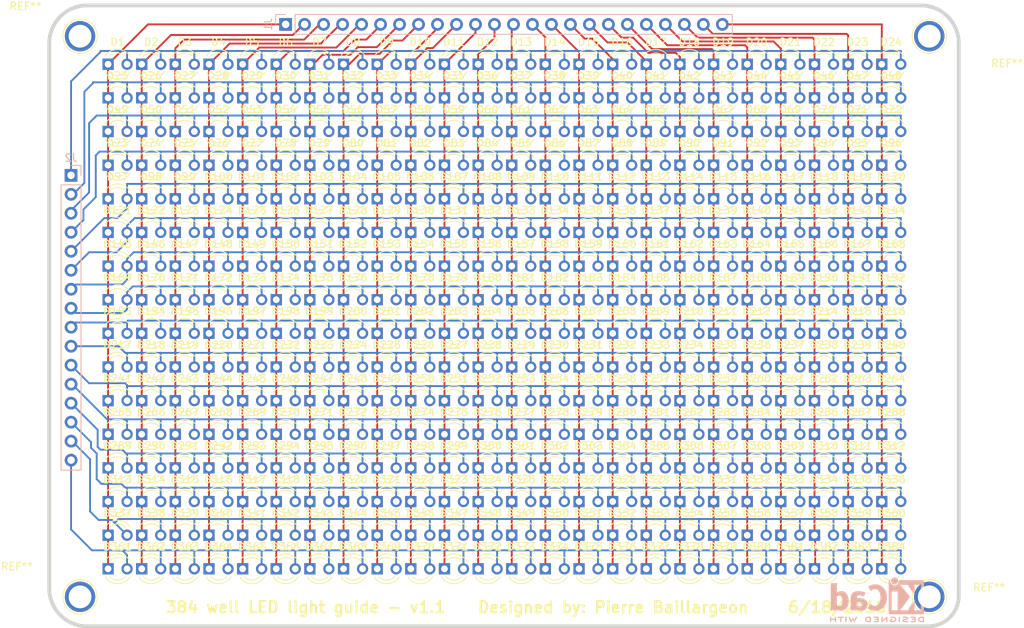
<source format=kicad_pcb>
(kicad_pcb (version 20171130) (host pcbnew "(5.0.0-rc3-dev)")
  (layers (0 F.Cu signal) (31 B.Cu signal) (34 B.Paste user) (35 F.Paste user) (36 B.SilkS user) (37 F.SilkS user) (38 B.Mask user) (39 F.Mask user) (44 Edge.Cuts user))
  (net 0 "")
  (net 1 "Net-(D1-Pad1)")
  (net 2 "Net-(D1-Pad2)")
  (net 3 "Net-(D122-Pad1)")
  (net 4 "Net-(D123-Pad1)")
  (net 5 "Net-(D100-Pad1)")
  (net 6 "Net-(D101-Pad1)")
  (net 7 "Net-(D102-Pad1)")
  (net 8 "Net-(D103-Pad1)")
  (net 9 "Net-(D104-Pad1)")
  (net 10 "Net-(D105-Pad1)")
  (net 11 "Net-(D10-Pad1)")
  (net 12 "Net-(D107-Pad1)")
  (net 13 "Net-(D108-Pad1)")
  (net 14 "Net-(D109-Pad1)")
  (net 15 "Net-(D110-Pad1)")
  (net 16 "Net-(D111-Pad1)")
  (net 17 "Net-(D112-Pad1)")
  (net 18 "Net-(D113-Pad1)")
  (net 19 "Net-(D114-Pad1)")
  (net 20 "Net-(D115-Pad1)")
  (net 21 "Net-(D116-Pad1)")
  (net 22 "Net-(D117-Pad1)")
  (net 23 "Net-(D118-Pad1)")
  (net 24 "Net-(D119-Pad1)")
  (net 25 "Net-(D120-Pad1)")
  (net 26 "Net-(D25-Pad2)")
  (net 27 "Net-(D49-Pad2)")
  (net 28 "Net-(D73-Pad2)")
  (net 29 "Net-(D100-Pad2)")
  (net 30 "Net-(D121-Pad2)")
  (net 31 "Net-(D145-Pad2)")
  (net 32 "Net-(D169-Pad2)")
  (net 33 "Net-(D193-Pad2)")
  (net 34 "Net-(D217-Pad2)")
  (net 35 "Net-(D241-Pad2)")
  (net 36 "Net-(D265-Pad2)")
  (net 37 "Net-(D289-Pad2)")
  (net 38 "Net-(D313-Pad2)")
  (net 39 "Net-(D337-Pad2)")
  (net 40 "Net-(D361-Pad2)")
  (module "384 well matrix parts:smallpadLED_D3.0mm" (layer F.Cu) (at 47.75 47.75)
    (fp_text reference D1 (at 1.27 -2.96) (layer F.SilkS))
    (fp_text value LED)
    (pad 1 thru_hole rect (at 0 0) (size 1.5 1.5) (drill 0.9) (layers *.Cu *.Mask) (net 1 "Net-(D1-Pad1)"))
    (pad 2 thru_hole circle (at 2.54 0) (size 1.5 1.5) (drill 0.9) (layers *.Cu *.Mask) (net 2 "Net-(D1-Pad2)"))
  )
  (module "384 well matrix parts:smallpadLED_D3.0mm" (layer F.Cu) (at 52.25 47.75)
    (fp_text reference D2 (at 1.27 -2.96) (layer F.SilkS))
    (fp_text value LED)
    (pad 1 thru_hole rect (at 0 0) (size 1.5 1.5) (drill 0.9) (layers *.Cu *.Mask) (net 3 "Net-(D122-Pad1)"))
    (pad 2 thru_hole circle (at 2.54 0) (size 1.5 1.5) (drill 0.9) (layers *.Cu *.Mask) (net 2 "Net-(D1-Pad2)"))
  )
  (module "384 well matrix parts:smallpadLED_D3.0mm" (layer F.Cu) (at 56.75 47.75)
    (fp_text reference D3 (at 1.27 -2.96) (layer F.SilkS))
    (fp_text value LED)
    (pad 1 thru_hole rect (at 0 0) (size 1.5 1.5) (drill 0.9) (layers *.Cu *.Mask) (net 4 "Net-(D123-Pad1)"))
    (pad 2 thru_hole circle (at 2.54 0) (size 1.5 1.5) (drill 0.9) (layers *.Cu *.Mask) (net 2 "Net-(D1-Pad2)"))
  )
  (module "384 well matrix parts:smallpadLED_D3.0mm" (layer F.Cu) (at 61.25 47.75)
    (fp_text reference D4 (at 1.27 -2.96) (layer F.SilkS))
    (fp_text value LED)
    (pad 1 thru_hole rect (at 0 0) (size 1.5 1.5) (drill 0.9) (layers *.Cu *.Mask) (net 5 "Net-(D100-Pad1)"))
    (pad 2 thru_hole circle (at 2.54 0) (size 1.5 1.5) (drill 0.9) (layers *.Cu *.Mask) (net 2 "Net-(D1-Pad2)"))
  )
  (module "384 well matrix parts:smallpadLED_D3.0mm" (layer F.Cu) (at 65.75 47.75)
    (fp_text reference D5 (at 1.27 -2.96) (layer F.SilkS))
    (fp_text value LED)
    (pad 1 thru_hole rect (at 0 0) (size 1.5 1.5) (drill 0.9) (layers *.Cu *.Mask) (net 6 "Net-(D101-Pad1)"))
    (pad 2 thru_hole circle (at 2.54 0) (size 1.5 1.5) (drill 0.9) (layers *.Cu *.Mask) (net 2 "Net-(D1-Pad2)"))
  )
  (module "384 well matrix parts:smallpadLED_D3.0mm" (layer F.Cu) (at 70.25 47.75)
    (fp_text reference D6 (at 1.27 -2.96) (layer F.SilkS))
    (fp_text value LED)
    (pad 1 thru_hole rect (at 0 0) (size 1.5 1.5) (drill 0.9) (layers *.Cu *.Mask) (net 7 "Net-(D102-Pad1)"))
    (pad 2 thru_hole circle (at 2.54 0) (size 1.5 1.5) (drill 0.9) (layers *.Cu *.Mask) (net 2 "Net-(D1-Pad2)"))
  )
  (module "384 well matrix parts:smallpadLED_D3.0mm" (layer F.Cu) (at 74.75 47.75)
    (fp_text reference D7 (at 1.27 -2.96) (layer F.SilkS))
    (fp_text value LED)
    (pad 1 thru_hole rect (at 0 0) (size 1.5 1.5) (drill 0.9) (layers *.Cu *.Mask) (net 8 "Net-(D103-Pad1)"))
    (pad 2 thru_hole circle (at 2.54 0) (size 1.5 1.5) (drill 0.9) (layers *.Cu *.Mask) (net 2 "Net-(D1-Pad2)"))
  )
  (module "384 well matrix parts:smallpadLED_D3.0mm" (layer F.Cu) (at 79.25 47.75)
    (fp_text reference D8 (at 1.27 -2.96) (layer F.SilkS))
    (fp_text value LED)
    (pad 1 thru_hole rect (at 0 0) (size 1.5 1.5) (drill 0.9) (layers *.Cu *.Mask) (net 9 "Net-(D104-Pad1)"))
    (pad 2 thru_hole circle (at 2.54 0) (size 1.5 1.5) (drill 0.9) (layers *.Cu *.Mask) (net 2 "Net-(D1-Pad2)"))
  )
  (module "384 well matrix parts:smallpadLED_D3.0mm" (layer F.Cu) (at 83.75 47.75)
    (fp_text reference D9 (at 1.27 -2.96) (layer F.SilkS))
    (fp_text value LED)
    (pad 1 thru_hole rect (at 0 0) (size 1.5 1.5) (drill 0.9) (layers *.Cu *.Mask) (net 10 "Net-(D105-Pad1)"))
    (pad 2 thru_hole circle (at 2.54 0) (size 1.5 1.5) (drill 0.9) (layers *.Cu *.Mask) (net 2 "Net-(D1-Pad2)"))
  )
  (module "384 well matrix parts:smallpadLED_D3.0mm" (layer F.Cu) (at 88.25 47.75)
    (fp_text reference D10 (at 1.27 -2.96) (layer F.SilkS))
    (fp_text value LED)
    (pad 1 thru_hole rect (at 0 0) (size 1.5 1.5) (drill 0.9) (layers *.Cu *.Mask) (net 11 "Net-(D10-Pad1)"))
    (pad 2 thru_hole circle (at 2.54 0) (size 1.5 1.5) (drill 0.9) (layers *.Cu *.Mask) (net 2 "Net-(D1-Pad2)"))
  )
  (module "384 well matrix parts:smallpadLED_D3.0mm" (layer F.Cu) (at 92.75 47.75)
    (fp_text reference D11 (at 1.27 -2.96) (layer F.SilkS))
    (fp_text value LED)
    (pad 1 thru_hole rect (at 0 0) (size 1.5 1.5) (drill 0.9) (layers *.Cu *.Mask) (net 12 "Net-(D107-Pad1)"))
    (pad 2 thru_hole circle (at 2.54 0) (size 1.5 1.5) (drill 0.9) (layers *.Cu *.Mask) (net 2 "Net-(D1-Pad2)"))
  )
  (module "384 well matrix parts:smallpadLED_D3.0mm" (layer F.Cu) (at 97.25 47.75)
    (fp_text reference D12 (at 1.27 -2.96) (layer F.SilkS))
    (fp_text value LED)
    (pad 1 thru_hole rect (at 0 0) (size 1.5 1.5) (drill 0.9) (layers *.Cu *.Mask) (net 13 "Net-(D108-Pad1)"))
    (pad 2 thru_hole circle (at 2.54 0) (size 1.5 1.5) (drill 0.9) (layers *.Cu *.Mask) (net 2 "Net-(D1-Pad2)"))
  )
  (module "384 well matrix parts:smallpadLED_D3.0mm" (layer F.Cu) (at 101.75 47.75)
    (fp_text reference D13 (at 1.27 -2.96) (layer F.SilkS))
    (fp_text value LED)
    (pad 1 thru_hole rect (at 0 0) (size 1.5 1.5) (drill 0.9) (layers *.Cu *.Mask) (net 14 "Net-(D109-Pad1)"))
    (pad 2 thru_hole circle (at 2.54 0) (size 1.5 1.5) (drill 0.9) (layers *.Cu *.Mask) (net 2 "Net-(D1-Pad2)"))
  )
  (module "384 well matrix parts:smallpadLED_D3.0mm" (layer F.Cu) (at 106.25 47.75)
    (fp_text reference D14 (at 1.27 -2.96) (layer F.SilkS))
    (fp_text value LED)
    (pad 1 thru_hole rect (at 0 0) (size 1.5 1.5) (drill 0.9) (layers *.Cu *.Mask) (net 15 "Net-(D110-Pad1)"))
    (pad 2 thru_hole circle (at 2.54 0) (size 1.5 1.5) (drill 0.9) (layers *.Cu *.Mask) (net 2 "Net-(D1-Pad2)"))
  )
  (module "384 well matrix parts:smallpadLED_D3.0mm" (layer F.Cu) (at 110.75 47.75)
    (fp_text reference D15 (at 1.27 -2.96) (layer F.SilkS))
    (fp_text value LED)
    (pad 1 thru_hole rect (at 0 0) (size 1.5 1.5) (drill 0.9) (layers *.Cu *.Mask) (net 16 "Net-(D111-Pad1)"))
    (pad 2 thru_hole circle (at 2.54 0) (size 1.5 1.5) (drill 0.9) (layers *.Cu *.Mask) (net 2 "Net-(D1-Pad2)"))
  )
  (module "384 well matrix parts:smallpadLED_D3.0mm" (layer F.Cu) (at 115.25 47.75)
    (fp_text reference D16 (at 1.27 -2.96) (layer F.SilkS))
    (fp_text value LED)
    (pad 1 thru_hole rect (at 0 0) (size 1.5 1.5) (drill 0.9) (layers *.Cu *.Mask) (net 17 "Net-(D112-Pad1)"))
    (pad 2 thru_hole circle (at 2.54 0) (size 1.5 1.5) (drill 0.9) (layers *.Cu *.Mask) (net 2 "Net-(D1-Pad2)"))
  )
  (module "384 well matrix parts:smallpadLED_D3.0mm" (layer F.Cu) (at 119.75 47.75)
    (fp_text reference D17 (at 1.27 -2.96) (layer F.SilkS))
    (fp_text value LED)
    (pad 1 thru_hole rect (at 0 0) (size 1.5 1.5) (drill 0.9) (layers *.Cu *.Mask) (net 18 "Net-(D113-Pad1)"))
    (pad 2 thru_hole circle (at 2.54 0) (size 1.5 1.5) (drill 0.9) (layers *.Cu *.Mask) (net 2 "Net-(D1-Pad2)"))
  )
  (module "384 well matrix parts:smallpadLED_D3.0mm" (layer F.Cu) (at 124.25 47.75)
    (fp_text reference D18 (at 1.27 -2.96) (layer F.SilkS))
    (fp_text value LED)
    (pad 1 thru_hole rect (at 0 0) (size 1.5 1.5) (drill 0.9) (layers *.Cu *.Mask) (net 19 "Net-(D114-Pad1)"))
    (pad 2 thru_hole circle (at 2.54 0) (size 1.5 1.5) (drill 0.9) (layers *.Cu *.Mask) (net 2 "Net-(D1-Pad2)"))
  )
  (module "384 well matrix parts:smallpadLED_D3.0mm" (layer F.Cu) (at 128.75 47.75)
    (fp_text reference D19 (at 1.27 -2.96) (layer F.SilkS))
    (fp_text value LED)
    (pad 1 thru_hole rect (at 0 0) (size 1.5 1.5) (drill 0.9) (layers *.Cu *.Mask) (net 20 "Net-(D115-Pad1)"))
    (pad 2 thru_hole circle (at 2.54 0) (size 1.5 1.5) (drill 0.9) (layers *.Cu *.Mask) (net 2 "Net-(D1-Pad2)"))
  )
  (module "384 well matrix parts:smallpadLED_D3.0mm" (layer F.Cu) (at 133.25 47.75)
    (fp_text reference D20 (at 1.27 -2.96) (layer F.SilkS))
    (fp_text value LED)
    (pad 1 thru_hole rect (at 0 0) (size 1.5 1.5) (drill 0.9) (layers *.Cu *.Mask) (net 21 "Net-(D116-Pad1)"))
    (pad 2 thru_hole circle (at 2.54 0) (size 1.5 1.5) (drill 0.9) (layers *.Cu *.Mask) (net 2 "Net-(D1-Pad2)"))
  )
  (module "384 well matrix parts:smallpadLED_D3.0mm" (layer F.Cu) (at 137.75 47.75)
    (fp_text reference D21 (at 1.27 -2.96) (layer F.SilkS))
    (fp_text value LED)
    (pad 1 thru_hole rect (at 0 0) (size 1.5 1.5) (drill 0.9) (layers *.Cu *.Mask) (net 22 "Net-(D117-Pad1)"))
    (pad 2 thru_hole circle (at 2.54 0) (size 1.5 1.5) (drill 0.9) (layers *.Cu *.Mask) (net 2 "Net-(D1-Pad2)"))
  )
  (module "384 well matrix parts:smallpadLED_D3.0mm" (layer F.Cu) (at 142.25 47.75)
    (fp_text reference D22 (at 1.27 -2.96) (layer F.SilkS))
    (fp_text value LED)
    (pad 1 thru_hole rect (at 0 0) (size 1.5 1.5) (drill 0.9) (layers *.Cu *.Mask) (net 23 "Net-(D118-Pad1)"))
    (pad 2 thru_hole circle (at 2.54 0) (size 1.5 1.5) (drill 0.9) (layers *.Cu *.Mask) (net 2 "Net-(D1-Pad2)"))
  )
  (module "384 well matrix parts:smallpadLED_D3.0mm" (layer F.Cu) (at 146.75 47.75)
    (fp_text reference D23 (at 1.27 -2.96) (layer F.SilkS))
    (fp_text value LED)
    (pad 1 thru_hole rect (at 0 0) (size 1.5 1.5) (drill 0.9) (layers *.Cu *.Mask) (net 24 "Net-(D119-Pad1)"))
    (pad 2 thru_hole circle (at 2.54 0) (size 1.5 1.5) (drill 0.9) (layers *.Cu *.Mask) (net 2 "Net-(D1-Pad2)"))
  )
  (module "384 well matrix parts:smallpadLED_D3.0mm" (layer F.Cu) (at 151.25 47.75)
    (fp_text reference D24 (at 1.27 -2.96) (layer F.SilkS))
    (fp_text value LED)
    (pad 1 thru_hole rect (at 0 0) (size 1.5 1.5) (drill 0.9) (layers *.Cu *.Mask) (net 25 "Net-(D120-Pad1)"))
    (pad 2 thru_hole circle (at 2.54 0) (size 1.5 1.5) (drill 0.9) (layers *.Cu *.Mask) (net 2 "Net-(D1-Pad2)"))
  )
  (module "384 well matrix parts:smallpadLED_D3.0mm" (layer F.Cu) (at 47.75 52.25)
    (fp_text reference D25 (at 1.27 -2.96) (layer F.SilkS))
    (fp_text value LED)
    (pad 1 thru_hole rect (at 0 0) (size 1.5 1.5) (drill 0.9) (layers *.Cu *.Mask) (net 1 "Net-(D1-Pad1)"))
    (pad 2 thru_hole circle (at 2.54 0) (size 1.5 1.5) (drill 0.9) (layers *.Cu *.Mask) (net 26 "Net-(D25-Pad2)"))
  )
  (module "384 well matrix parts:smallpadLED_D3.0mm" (layer F.Cu) (at 52.25 52.25)
    (fp_text reference D26 (at 1.27 -2.96) (layer F.SilkS))
    (fp_text value LED)
    (pad 1 thru_hole rect (at 0 0) (size 1.5 1.5) (drill 0.9) (layers *.Cu *.Mask) (net 3 "Net-(D122-Pad1)"))
    (pad 2 thru_hole circle (at 2.54 0) (size 1.5 1.5) (drill 0.9) (layers *.Cu *.Mask) (net 26 "Net-(D25-Pad2)"))
  )
  (module "384 well matrix parts:smallpadLED_D3.0mm" (layer F.Cu) (at 56.75 52.25)
    (fp_text reference D27 (at 1.27 -2.96) (layer F.SilkS))
    (fp_text value LED)
    (pad 1 thru_hole rect (at 0 0) (size 1.5 1.5) (drill 0.9) (layers *.Cu *.Mask) (net 4 "Net-(D123-Pad1)"))
    (pad 2 thru_hole circle (at 2.54 0) (size 1.5 1.5) (drill 0.9) (layers *.Cu *.Mask) (net 26 "Net-(D25-Pad2)"))
  )
  (module "384 well matrix parts:smallpadLED_D3.0mm" (layer F.Cu) (at 61.25 52.25)
    (fp_text reference D28 (at 1.27 -2.96) (layer F.SilkS))
    (fp_text value LED)
    (pad 1 thru_hole rect (at 0 0) (size 1.5 1.5) (drill 0.9) (layers *.Cu *.Mask) (net 5 "Net-(D100-Pad1)"))
    (pad 2 thru_hole circle (at 2.54 0) (size 1.5 1.5) (drill 0.9) (layers *.Cu *.Mask) (net 26 "Net-(D25-Pad2)"))
  )
  (module "384 well matrix parts:smallpadLED_D3.0mm" (layer F.Cu) (at 65.75 52.25)
    (fp_text reference D29 (at 1.27 -2.96) (layer F.SilkS))
    (fp_text value LED)
    (pad 1 thru_hole rect (at 0 0) (size 1.5 1.5) (drill 0.9) (layers *.Cu *.Mask) (net 6 "Net-(D101-Pad1)"))
    (pad 2 thru_hole circle (at 2.54 0) (size 1.5 1.5) (drill 0.9) (layers *.Cu *.Mask) (net 26 "Net-(D25-Pad2)"))
  )
  (module "384 well matrix parts:smallpadLED_D3.0mm" (layer F.Cu) (at 70.25 52.25)
    (fp_text reference D30 (at 1.27 -2.96) (layer F.SilkS))
    (fp_text value LED)
    (pad 1 thru_hole rect (at 0 0) (size 1.5 1.5) (drill 0.9) (layers *.Cu *.Mask) (net 7 "Net-(D102-Pad1)"))
    (pad 2 thru_hole circle (at 2.54 0) (size 1.5 1.5) (drill 0.9) (layers *.Cu *.Mask) (net 26 "Net-(D25-Pad2)"))
  )
  (module "384 well matrix parts:smallpadLED_D3.0mm" (layer F.Cu) (at 74.75 52.25)
    (fp_text reference D31 (at 1.27 -2.96) (layer F.SilkS))
    (fp_text value LED)
    (pad 1 thru_hole rect (at 0 0) (size 1.5 1.5) (drill 0.9) (layers *.Cu *.Mask) (net 8 "Net-(D103-Pad1)"))
    (pad 2 thru_hole circle (at 2.54 0) (size 1.5 1.5) (drill 0.9) (layers *.Cu *.Mask) (net 26 "Net-(D25-Pad2)"))
  )
  (module "384 well matrix parts:smallpadLED_D3.0mm" (layer F.Cu) (at 79.25 52.25)
    (fp_text reference D32 (at 1.27 -2.96) (layer F.SilkS))
    (fp_text value LED)
    (pad 1 thru_hole rect (at 0 0) (size 1.5 1.5) (drill 0.9) (layers *.Cu *.Mask) (net 9 "Net-(D104-Pad1)"))
    (pad 2 thru_hole circle (at 2.54 0) (size 1.5 1.5) (drill 0.9) (layers *.Cu *.Mask) (net 26 "Net-(D25-Pad2)"))
  )
  (module "384 well matrix parts:smallpadLED_D3.0mm" (layer F.Cu) (at 83.75 52.25)
    (fp_text reference D33 (at 1.27 -2.96) (layer F.SilkS))
    (fp_text value LED)
    (pad 1 thru_hole rect (at 0 0) (size 1.5 1.5) (drill 0.9) (layers *.Cu *.Mask) (net 10 "Net-(D105-Pad1)"))
    (pad 2 thru_hole circle (at 2.54 0) (size 1.5 1.5) (drill 0.9) (layers *.Cu *.Mask) (net 26 "Net-(D25-Pad2)"))
  )
  (module "384 well matrix parts:smallpadLED_D3.0mm" (layer F.Cu) (at 88.25 52.25)
    (fp_text reference D34 (at 1.27 -2.96) (layer F.SilkS))
    (fp_text value LED)
    (pad 1 thru_hole rect (at 0 0) (size 1.5 1.5) (drill 0.9) (layers *.Cu *.Mask) (net 11 "Net-(D10-Pad1)"))
    (pad 2 thru_hole circle (at 2.54 0) (size 1.5 1.5) (drill 0.9) (layers *.Cu *.Mask) (net 26 "Net-(D25-Pad2)"))
  )
  (module "384 well matrix parts:smallpadLED_D3.0mm" (layer F.Cu) (at 92.75 52.25)
    (fp_text reference D35 (at 1.27 -2.96) (layer F.SilkS))
    (fp_text value LED)
    (pad 1 thru_hole rect (at 0 0) (size 1.5 1.5) (drill 0.9) (layers *.Cu *.Mask) (net 12 "Net-(D107-Pad1)"))
    (pad 2 thru_hole circle (at 2.54 0) (size 1.5 1.5) (drill 0.9) (layers *.Cu *.Mask) (net 26 "Net-(D25-Pad2)"))
  )
  (module "384 well matrix parts:smallpadLED_D3.0mm" (layer F.Cu) (at 97.25 52.25)
    (fp_text reference D36 (at 1.27 -2.96) (layer F.SilkS))
    (fp_text value LED)
    (pad 1 thru_hole rect (at 0 0) (size 1.5 1.5) (drill 0.9) (layers *.Cu *.Mask) (net 13 "Net-(D108-Pad1)"))
    (pad 2 thru_hole circle (at 2.54 0) (size 1.5 1.5) (drill 0.9) (layers *.Cu *.Mask) (net 26 "Net-(D25-Pad2)"))
  )
  (module "384 well matrix parts:smallpadLED_D3.0mm" (layer F.Cu) (at 101.75 52.25)
    (fp_text reference D37 (at 1.27 -2.96) (layer F.SilkS))
    (fp_text value LED)
    (pad 1 thru_hole rect (at 0 0) (size 1.5 1.5) (drill 0.9) (layers *.Cu *.Mask) (net 14 "Net-(D109-Pad1)"))
    (pad 2 thru_hole circle (at 2.54 0) (size 1.5 1.5) (drill 0.9) (layers *.Cu *.Mask) (net 26 "Net-(D25-Pad2)"))
  )
  (module "384 well matrix parts:smallpadLED_D3.0mm" (layer F.Cu) (at 106.25 52.25)
    (fp_text reference D38 (at 1.27 -2.96) (layer F.SilkS))
    (fp_text value LED)
    (pad 1 thru_hole rect (at 0 0) (size 1.5 1.5) (drill 0.9) (layers *.Cu *.Mask) (net 15 "Net-(D110-Pad1)"))
    (pad 2 thru_hole circle (at 2.54 0) (size 1.5 1.5) (drill 0.9) (layers *.Cu *.Mask) (net 26 "Net-(D25-Pad2)"))
  )
  (module "384 well matrix parts:smallpadLED_D3.0mm" (layer F.Cu) (at 110.75 52.25)
    (fp_text reference D39 (at 1.27 -2.96) (layer F.SilkS))
    (fp_text value LED)
    (pad 1 thru_hole rect (at 0 0) (size 1.5 1.5) (drill 0.9) (layers *.Cu *.Mask) (net 16 "Net-(D111-Pad1)"))
    (pad 2 thru_hole circle (at 2.54 0) (size 1.5 1.5) (drill 0.9) (layers *.Cu *.Mask) (net 26 "Net-(D25-Pad2)"))
  )
  (module "384 well matrix parts:smallpadLED_D3.0mm" (layer F.Cu) (at 115.25 52.25)
    (fp_text reference D40 (at 1.27 -2.96) (layer F.SilkS))
    (fp_text value LED)
    (pad 1 thru_hole rect (at 0 0) (size 1.5 1.5) (drill 0.9) (layers *.Cu *.Mask) (net 17 "Net-(D112-Pad1)"))
    (pad 2 thru_hole circle (at 2.54 0) (size 1.5 1.5) (drill 0.9) (layers *.Cu *.Mask) (net 26 "Net-(D25-Pad2)"))
  )
  (module "384 well matrix parts:smallpadLED_D3.0mm" (layer F.Cu) (at 119.75 52.25)
    (fp_text reference D41 (at 1.27 -2.96) (layer F.SilkS))
    (fp_text value LED)
    (pad 1 thru_hole rect (at 0 0) (size 1.5 1.5) (drill 0.9) (layers *.Cu *.Mask) (net 18 "Net-(D113-Pad1)"))
    (pad 2 thru_hole circle (at 2.54 0) (size 1.5 1.5) (drill 0.9) (layers *.Cu *.Mask) (net 26 "Net-(D25-Pad2)"))
  )
  (module "384 well matrix parts:smallpadLED_D3.0mm" (layer F.Cu) (at 124.25 52.25)
    (fp_text reference D42 (at 1.27 -2.96) (layer F.SilkS))
    (fp_text value LED)
    (pad 1 thru_hole rect (at 0 0) (size 1.5 1.5) (drill 0.9) (layers *.Cu *.Mask) (net 19 "Net-(D114-Pad1)"))
    (pad 2 thru_hole circle (at 2.54 0) (size 1.5 1.5) (drill 0.9) (layers *.Cu *.Mask) (net 26 "Net-(D25-Pad2)"))
  )
  (module "384 well matrix parts:smallpadLED_D3.0mm" (layer F.Cu) (at 128.75 52.25)
    (fp_text reference D43 (at 1.27 -2.96) (layer F.SilkS))
    (fp_text value LED)
    (pad 1 thru_hole rect (at 0 0) (size 1.5 1.5) (drill 0.9) (layers *.Cu *.Mask) (net 20 "Net-(D115-Pad1)"))
    (pad 2 thru_hole circle (at 2.54 0) (size 1.5 1.5) (drill 0.9) (layers *.Cu *.Mask) (net 26 "Net-(D25-Pad2)"))
  )
  (module "384 well matrix parts:smallpadLED_D3.0mm" (layer F.Cu) (at 133.25 52.25)
    (fp_text reference D44 (at 1.27 -2.96) (layer F.SilkS))
    (fp_text value LED)
    (pad 1 thru_hole rect (at 0 0) (size 1.5 1.5) (drill 0.9) (layers *.Cu *.Mask) (net 21 "Net-(D116-Pad1)"))
    (pad 2 thru_hole circle (at 2.54 0) (size 1.5 1.5) (drill 0.9) (layers *.Cu *.Mask) (net 26 "Net-(D25-Pad2)"))
  )
  (module "384 well matrix parts:smallpadLED_D3.0mm" (layer F.Cu) (at 137.75 52.25)
    (fp_text reference D45 (at 1.27 -2.96) (layer F.SilkS))
    (fp_text value LED)
    (pad 1 thru_hole rect (at 0 0) (size 1.5 1.5) (drill 0.9) (layers *.Cu *.Mask) (net 22 "Net-(D117-Pad1)"))
    (pad 2 thru_hole circle (at 2.54 0) (size 1.5 1.5) (drill 0.9) (layers *.Cu *.Mask) (net 26 "Net-(D25-Pad2)"))
  )
  (module "384 well matrix parts:smallpadLED_D3.0mm" (layer F.Cu) (at 142.25 52.25)
    (fp_text reference D46 (at 1.27 -2.96) (layer F.SilkS))
    (fp_text value LED)
    (pad 1 thru_hole rect (at 0 0) (size 1.5 1.5) (drill 0.9) (layers *.Cu *.Mask) (net 23 "Net-(D118-Pad1)"))
    (pad 2 thru_hole circle (at 2.54 0) (size 1.5 1.5) (drill 0.9) (layers *.Cu *.Mask) (net 26 "Net-(D25-Pad2)"))
  )
  (module "384 well matrix parts:smallpadLED_D3.0mm" (layer F.Cu) (at 146.75 52.25)
    (fp_text reference D47 (at 1.27 -2.96) (layer F.SilkS))
    (fp_text value LED)
    (pad 1 thru_hole rect (at 0 0) (size 1.5 1.5) (drill 0.9) (layers *.Cu *.Mask) (net 24 "Net-(D119-Pad1)"))
    (pad 2 thru_hole circle (at 2.54 0) (size 1.5 1.5) (drill 0.9) (layers *.Cu *.Mask) (net 26 "Net-(D25-Pad2)"))
  )
  (module "384 well matrix parts:smallpadLED_D3.0mm" (layer F.Cu) (at 151.25 52.25)
    (fp_text reference D48 (at 1.27 -2.96) (layer F.SilkS))
    (fp_text value LED)
    (pad 1 thru_hole rect (at 0 0) (size 1.5 1.5) (drill 0.9) (layers *.Cu *.Mask) (net 25 "Net-(D120-Pad1)"))
    (pad 2 thru_hole circle (at 2.54 0) (size 1.5 1.5) (drill 0.9) (layers *.Cu *.Mask) (net 26 "Net-(D25-Pad2)"))
  )
  (module "384 well matrix parts:smallpadLED_D3.0mm" (layer F.Cu) (at 47.75 56.75)
    (fp_text reference D49 (at 1.27 -2.96) (layer F.SilkS))
    (fp_text value LED)
    (pad 1 thru_hole rect (at 0 0) (size 1.5 1.5) (drill 0.9) (layers *.Cu *.Mask) (net 1 "Net-(D1-Pad1)"))
    (pad 2 thru_hole circle (at 2.54 0) (size 1.5 1.5) (drill 0.9) (layers *.Cu *.Mask) (net 27 "Net-(D49-Pad2)"))
  )
  (module "384 well matrix parts:smallpadLED_D3.0mm" (layer F.Cu) (at 52.25 56.75)
    (fp_text reference D50 (at 1.27 -2.96) (layer F.SilkS))
    (fp_text value LED)
    (pad 1 thru_hole rect (at 0 0) (size 1.5 1.5) (drill 0.9) (layers *.Cu *.Mask) (net 3 "Net-(D122-Pad1)"))
    (pad 2 thru_hole circle (at 2.54 0) (size 1.5 1.5) (drill 0.9) (layers *.Cu *.Mask) (net 27 "Net-(D49-Pad2)"))
  )
  (module "384 well matrix parts:smallpadLED_D3.0mm" (layer F.Cu) (at 56.75 56.75)
    (fp_text reference D51 (at 1.27 -2.96) (layer F.SilkS))
    (fp_text value LED)
    (pad 1 thru_hole rect (at 0 0) (size 1.5 1.5) (drill 0.9) (layers *.Cu *.Mask) (net 4 "Net-(D123-Pad1)"))
    (pad 2 thru_hole circle (at 2.54 0) (size 1.5 1.5) (drill 0.9) (layers *.Cu *.Mask) (net 27 "Net-(D49-Pad2)"))
  )
  (module "384 well matrix parts:smallpadLED_D3.0mm" (layer F.Cu) (at 61.25 56.75)
    (fp_text reference D52 (at 1.27 -2.96) (layer F.SilkS))
    (fp_text value LED)
    (pad 1 thru_hole rect (at 0 0) (size 1.5 1.5) (drill 0.9) (layers *.Cu *.Mask) (net 5 "Net-(D100-Pad1)"))
    (pad 2 thru_hole circle (at 2.54 0) (size 1.5 1.5) (drill 0.9) (layers *.Cu *.Mask) (net 27 "Net-(D49-Pad2)"))
  )
  (module "384 well matrix parts:smallpadLED_D3.0mm" (layer F.Cu) (at 65.75 56.75)
    (fp_text reference D53 (at 1.27 -2.96) (layer F.SilkS))
    (fp_text value LED)
    (pad 1 thru_hole rect (at 0 0) (size 1.5 1.5) (drill 0.9) (layers *.Cu *.Mask) (net 6 "Net-(D101-Pad1)"))
    (pad 2 thru_hole circle (at 2.54 0) (size 1.5 1.5) (drill 0.9) (layers *.Cu *.Mask) (net 27 "Net-(D49-Pad2)"))
  )
  (module "384 well matrix parts:smallpadLED_D3.0mm" (layer F.Cu) (at 70.25 56.75)
    (fp_text reference D54 (at 1.27 -2.96) (layer F.SilkS))
    (fp_text value LED)
    (pad 1 thru_hole rect (at 0 0) (size 1.5 1.5) (drill 0.9) (layers *.Cu *.Mask) (net 7 "Net-(D102-Pad1)"))
    (pad 2 thru_hole circle (at 2.54 0) (size 1.5 1.5) (drill 0.9) (layers *.Cu *.Mask) (net 27 "Net-(D49-Pad2)"))
  )
  (module "384 well matrix parts:smallpadLED_D3.0mm" (layer F.Cu) (at 74.75 56.75)
    (fp_text reference D55 (at 1.27 -2.96) (layer F.SilkS))
    (fp_text value LED)
    (pad 1 thru_hole rect (at 0 0) (size 1.5 1.5) (drill 0.9) (layers *.Cu *.Mask) (net 8 "Net-(D103-Pad1)"))
    (pad 2 thru_hole circle (at 2.54 0) (size 1.5 1.5) (drill 0.9) (layers *.Cu *.Mask) (net 27 "Net-(D49-Pad2)"))
  )
  (module "384 well matrix parts:smallpadLED_D3.0mm" (layer F.Cu) (at 79.25 56.75)
    (fp_text reference D56 (at 1.27 -2.96) (layer F.SilkS))
    (fp_text value LED)
    (pad 1 thru_hole rect (at 0 0) (size 1.5 1.5) (drill 0.9) (layers *.Cu *.Mask) (net 9 "Net-(D104-Pad1)"))
    (pad 2 thru_hole circle (at 2.54 0) (size 1.5 1.5) (drill 0.9) (layers *.Cu *.Mask) (net 27 "Net-(D49-Pad2)"))
  )
  (module "384 well matrix parts:smallpadLED_D3.0mm" (layer F.Cu) (at 83.75 56.75)
    (fp_text reference D57 (at 1.27 -2.96) (layer F.SilkS))
    (fp_text value LED)
    (pad 1 thru_hole rect (at 0 0) (size 1.5 1.5) (drill 0.9) (layers *.Cu *.Mask) (net 10 "Net-(D105-Pad1)"))
    (pad 2 thru_hole circle (at 2.54 0) (size 1.5 1.5) (drill 0.9) (layers *.Cu *.Mask) (net 27 "Net-(D49-Pad2)"))
  )
  (module "384 well matrix parts:smallpadLED_D3.0mm" (layer F.Cu) (at 88.25 56.75)
    (fp_text reference D58 (at 1.27 -2.96) (layer F.SilkS))
    (fp_text value LED)
    (pad 1 thru_hole rect (at 0 0) (size 1.5 1.5) (drill 0.9) (layers *.Cu *.Mask) (net 11 "Net-(D10-Pad1)"))
    (pad 2 thru_hole circle (at 2.54 0) (size 1.5 1.5) (drill 0.9) (layers *.Cu *.Mask) (net 27 "Net-(D49-Pad2)"))
  )
  (module "384 well matrix parts:smallpadLED_D3.0mm" (layer F.Cu) (at 92.75 56.75)
    (fp_text reference D59 (at 1.27 -2.96) (layer F.SilkS))
    (fp_text value LED)
    (pad 1 thru_hole rect (at 0 0) (size 1.5 1.5) (drill 0.9) (layers *.Cu *.Mask) (net 12 "Net-(D107-Pad1)"))
    (pad 2 thru_hole circle (at 2.54 0) (size 1.5 1.5) (drill 0.9) (layers *.Cu *.Mask) (net 27 "Net-(D49-Pad2)"))
  )
  (module "384 well matrix parts:smallpadLED_D3.0mm" (layer F.Cu) (at 97.25 56.75)
    (fp_text reference D60 (at 1.27 -2.96) (layer F.SilkS))
    (fp_text value LED)
    (pad 1 thru_hole rect (at 0 0) (size 1.5 1.5) (drill 0.9) (layers *.Cu *.Mask) (net 13 "Net-(D108-Pad1)"))
    (pad 2 thru_hole circle (at 2.54 0) (size 1.5 1.5) (drill 0.9) (layers *.Cu *.Mask) (net 27 "Net-(D49-Pad2)"))
  )
  (module "384 well matrix parts:smallpadLED_D3.0mm" (layer F.Cu) (at 101.75 56.75)
    (fp_text reference D61 (at 1.27 -2.96) (layer F.SilkS))
    (fp_text value LED)
    (pad 1 thru_hole rect (at 0 0) (size 1.5 1.5) (drill 0.9) (layers *.Cu *.Mask) (net 14 "Net-(D109-Pad1)"))
    (pad 2 thru_hole circle (at 2.54 0) (size 1.5 1.5) (drill 0.9) (layers *.Cu *.Mask) (net 27 "Net-(D49-Pad2)"))
  )
  (module "384 well matrix parts:smallpadLED_D3.0mm" (layer F.Cu) (at 106.25 56.75)
    (fp_text reference D62 (at 1.27 -2.96) (layer F.SilkS))
    (fp_text value LED)
    (pad 1 thru_hole rect (at 0 0) (size 1.5 1.5) (drill 0.9) (layers *.Cu *.Mask) (net 15 "Net-(D110-Pad1)"))
    (pad 2 thru_hole circle (at 2.54 0) (size 1.5 1.5) (drill 0.9) (layers *.Cu *.Mask) (net 27 "Net-(D49-Pad2)"))
  )
  (module "384 well matrix parts:smallpadLED_D3.0mm" (layer F.Cu) (at 110.75 56.75)
    (fp_text reference D63 (at 1.27 -2.96) (layer F.SilkS))
    (fp_text value LED)
    (pad 1 thru_hole rect (at 0 0) (size 1.5 1.5) (drill 0.9) (layers *.Cu *.Mask) (net 16 "Net-(D111-Pad1)"))
    (pad 2 thru_hole circle (at 2.54 0) (size 1.5 1.5) (drill 0.9) (layers *.Cu *.Mask) (net 27 "Net-(D49-Pad2)"))
  )
  (module "384 well matrix parts:smallpadLED_D3.0mm" (layer F.Cu) (at 115.25 56.75)
    (fp_text reference D64 (at 1.27 -2.96) (layer F.SilkS))
    (fp_text value LED)
    (pad 1 thru_hole rect (at 0 0) (size 1.5 1.5) (drill 0.9) (layers *.Cu *.Mask) (net 17 "Net-(D112-Pad1)"))
    (pad 2 thru_hole circle (at 2.54 0) (size 1.5 1.5) (drill 0.9) (layers *.Cu *.Mask) (net 27 "Net-(D49-Pad2)"))
  )
  (module "384 well matrix parts:smallpadLED_D3.0mm" (layer F.Cu) (at 119.75 56.75)
    (fp_text reference D65 (at 1.27 -2.96) (layer F.SilkS))
    (fp_text value LED)
    (pad 1 thru_hole rect (at 0 0) (size 1.5 1.5) (drill 0.9) (layers *.Cu *.Mask) (net 18 "Net-(D113-Pad1)"))
    (pad 2 thru_hole circle (at 2.54 0) (size 1.5 1.5) (drill 0.9) (layers *.Cu *.Mask) (net 27 "Net-(D49-Pad2)"))
  )
  (module "384 well matrix parts:smallpadLED_D3.0mm" (layer F.Cu) (at 124.25 56.75)
    (fp_text reference D66 (at 1.27 -2.96) (layer F.SilkS))
    (fp_text value LED)
    (pad 1 thru_hole rect (at 0 0) (size 1.5 1.5) (drill 0.9) (layers *.Cu *.Mask) (net 19 "Net-(D114-Pad1)"))
    (pad 2 thru_hole circle (at 2.54 0) (size 1.5 1.5) (drill 0.9) (layers *.Cu *.Mask) (net 27 "Net-(D49-Pad2)"))
  )
  (module "384 well matrix parts:smallpadLED_D3.0mm" (layer F.Cu) (at 128.75 56.75)
    (fp_text reference D67 (at 1.27 -2.96) (layer F.SilkS))
    (fp_text value LED)
    (pad 1 thru_hole rect (at 0 0) (size 1.5 1.5) (drill 0.9) (layers *.Cu *.Mask) (net 20 "Net-(D115-Pad1)"))
    (pad 2 thru_hole circle (at 2.54 0) (size 1.5 1.5) (drill 0.9) (layers *.Cu *.Mask) (net 27 "Net-(D49-Pad2)"))
  )
  (module "384 well matrix parts:smallpadLED_D3.0mm" (layer F.Cu) (at 133.25 56.75)
    (fp_text reference D68 (at 1.27 -2.96) (layer F.SilkS))
    (fp_text value LED)
    (pad 1 thru_hole rect (at 0 0) (size 1.5 1.5) (drill 0.9) (layers *.Cu *.Mask) (net 21 "Net-(D116-Pad1)"))
    (pad 2 thru_hole circle (at 2.54 0) (size 1.5 1.5) (drill 0.9) (layers *.Cu *.Mask) (net 27 "Net-(D49-Pad2)"))
  )
  (module "384 well matrix parts:smallpadLED_D3.0mm" (layer F.Cu) (at 137.75 56.75)
    (fp_text reference D69 (at 1.27 -2.96) (layer F.SilkS))
    (fp_text value LED)
    (pad 1 thru_hole rect (at 0 0) (size 1.5 1.5) (drill 0.9) (layers *.Cu *.Mask) (net 22 "Net-(D117-Pad1)"))
    (pad 2 thru_hole circle (at 2.54 0) (size 1.5 1.5) (drill 0.9) (layers *.Cu *.Mask) (net 27 "Net-(D49-Pad2)"))
  )
  (module "384 well matrix parts:smallpadLED_D3.0mm" (layer F.Cu) (at 142.25 56.75)
    (fp_text reference D70 (at 1.27 -2.96) (layer F.SilkS))
    (fp_text value LED)
    (pad 1 thru_hole rect (at 0 0) (size 1.5 1.5) (drill 0.9) (layers *.Cu *.Mask) (net 23 "Net-(D118-Pad1)"))
    (pad 2 thru_hole circle (at 2.54 0) (size 1.5 1.5) (drill 0.9) (layers *.Cu *.Mask) (net 27 "Net-(D49-Pad2)"))
  )
  (module "384 well matrix parts:smallpadLED_D3.0mm" (layer F.Cu) (at 146.75 56.75)
    (fp_text reference D71 (at 1.27 -2.96) (layer F.SilkS))
    (fp_text value LED)
    (pad 1 thru_hole rect (at 0 0) (size 1.5 1.5) (drill 0.9) (layers *.Cu *.Mask) (net 24 "Net-(D119-Pad1)"))
    (pad 2 thru_hole circle (at 2.54 0) (size 1.5 1.5) (drill 0.9) (layers *.Cu *.Mask) (net 27 "Net-(D49-Pad2)"))
  )
  (module "384 well matrix parts:smallpadLED_D3.0mm" (layer F.Cu) (at 151.25 56.75)
    (fp_text reference D72 (at 1.27 -2.96) (layer F.SilkS))
    (fp_text value LED)
    (pad 1 thru_hole rect (at 0 0) (size 1.5 1.5) (drill 0.9) (layers *.Cu *.Mask) (net 25 "Net-(D120-Pad1)"))
    (pad 2 thru_hole circle (at 2.54 0) (size 1.5 1.5) (drill 0.9) (layers *.Cu *.Mask) (net 27 "Net-(D49-Pad2)"))
  )
  (module "384 well matrix parts:smallpadLED_D3.0mm" (layer F.Cu) (at 47.75 61.25)
    (fp_text reference D73 (at 1.27 -2.96) (layer F.SilkS))
    (fp_text value LED)
    (pad 1 thru_hole rect (at 0 0) (size 1.5 1.5) (drill 0.9) (layers *.Cu *.Mask) (net 1 "Net-(D1-Pad1)"))
    (pad 2 thru_hole circle (at 2.54 0) (size 1.5 1.5) (drill 0.9) (layers *.Cu *.Mask) (net 28 "Net-(D73-Pad2)"))
  )
  (module "384 well matrix parts:smallpadLED_D3.0mm" (layer F.Cu) (at 52.25 61.25)
    (fp_text reference D74 (at 1.27 -2.96) (layer F.SilkS))
    (fp_text value LED)
    (pad 1 thru_hole rect (at 0 0) (size 1.5 1.5) (drill 0.9) (layers *.Cu *.Mask) (net 3 "Net-(D122-Pad1)"))
    (pad 2 thru_hole circle (at 2.54 0) (size 1.5 1.5) (drill 0.9) (layers *.Cu *.Mask) (net 28 "Net-(D73-Pad2)"))
  )
  (module "384 well matrix parts:smallpadLED_D3.0mm" (layer F.Cu) (at 56.75 61.25)
    (fp_text reference D75 (at 1.27 -2.96) (layer F.SilkS))
    (fp_text value LED)
    (pad 1 thru_hole rect (at 0 0) (size 1.5 1.5) (drill 0.9) (layers *.Cu *.Mask) (net 4 "Net-(D123-Pad1)"))
    (pad 2 thru_hole circle (at 2.54 0) (size 1.5 1.5) (drill 0.9) (layers *.Cu *.Mask) (net 28 "Net-(D73-Pad2)"))
  )
  (module "384 well matrix parts:smallpadLED_D3.0mm" (layer F.Cu) (at 61.25 61.25)
    (fp_text reference D76 (at 1.27 -2.96) (layer F.SilkS))
    (fp_text value LED)
    (pad 1 thru_hole rect (at 0 0) (size 1.5 1.5) (drill 0.9) (layers *.Cu *.Mask) (net 5 "Net-(D100-Pad1)"))
    (pad 2 thru_hole circle (at 2.54 0) (size 1.5 1.5) (drill 0.9) (layers *.Cu *.Mask) (net 28 "Net-(D73-Pad2)"))
  )
  (module "384 well matrix parts:smallpadLED_D3.0mm" (layer F.Cu) (at 65.75 61.25)
    (fp_text reference D77 (at 1.27 -2.96) (layer F.SilkS))
    (fp_text value LED)
    (pad 1 thru_hole rect (at 0 0) (size 1.5 1.5) (drill 0.9) (layers *.Cu *.Mask) (net 6 "Net-(D101-Pad1)"))
    (pad 2 thru_hole circle (at 2.54 0) (size 1.5 1.5) (drill 0.9) (layers *.Cu *.Mask) (net 28 "Net-(D73-Pad2)"))
  )
  (module "384 well matrix parts:smallpadLED_D3.0mm" (layer F.Cu) (at 70.25 61.25)
    (fp_text reference D78 (at 1.27 -2.96) (layer F.SilkS))
    (fp_text value LED)
    (pad 1 thru_hole rect (at 0 0) (size 1.5 1.5) (drill 0.9) (layers *.Cu *.Mask) (net 7 "Net-(D102-Pad1)"))
    (pad 2 thru_hole circle (at 2.54 0) (size 1.5 1.5) (drill 0.9) (layers *.Cu *.Mask) (net 28 "Net-(D73-Pad2)"))
  )
  (module "384 well matrix parts:smallpadLED_D3.0mm" (layer F.Cu) (at 74.75 61.25)
    (fp_text reference D79 (at 1.27 -2.96) (layer F.SilkS))
    (fp_text value LED)
    (pad 1 thru_hole rect (at 0 0) (size 1.5 1.5) (drill 0.9) (layers *.Cu *.Mask) (net 8 "Net-(D103-Pad1)"))
    (pad 2 thru_hole circle (at 2.54 0) (size 1.5 1.5) (drill 0.9) (layers *.Cu *.Mask) (net 28 "Net-(D73-Pad2)"))
  )
  (module "384 well matrix parts:smallpadLED_D3.0mm" (layer F.Cu) (at 79.25 61.25)
    (fp_text reference D80 (at 1.27 -2.96) (layer F.SilkS))
    (fp_text value LED)
    (pad 1 thru_hole rect (at 0 0) (size 1.5 1.5) (drill 0.9) (layers *.Cu *.Mask) (net 9 "Net-(D104-Pad1)"))
    (pad 2 thru_hole circle (at 2.54 0) (size 1.5 1.5) (drill 0.9) (layers *.Cu *.Mask) (net 28 "Net-(D73-Pad2)"))
  )
  (module "384 well matrix parts:smallpadLED_D3.0mm" (layer F.Cu) (at 83.75 61.25)
    (fp_text reference D81 (at 1.27 -2.96) (layer F.SilkS))
    (fp_text value LED)
    (pad 1 thru_hole rect (at 0 0) (size 1.5 1.5) (drill 0.9) (layers *.Cu *.Mask) (net 10 "Net-(D105-Pad1)"))
    (pad 2 thru_hole circle (at 2.54 0) (size 1.5 1.5) (drill 0.9) (layers *.Cu *.Mask) (net 28 "Net-(D73-Pad2)"))
  )
  (module "384 well matrix parts:smallpadLED_D3.0mm" (layer F.Cu) (at 88.25 61.25)
    (fp_text reference D82 (at 1.27 -2.96) (layer F.SilkS))
    (fp_text value LED)
    (pad 1 thru_hole rect (at 0 0) (size 1.5 1.5) (drill 0.9) (layers *.Cu *.Mask) (net 11 "Net-(D10-Pad1)"))
    (pad 2 thru_hole circle (at 2.54 0) (size 1.5 1.5) (drill 0.9) (layers *.Cu *.Mask) (net 28 "Net-(D73-Pad2)"))
  )
  (module "384 well matrix parts:smallpadLED_D3.0mm" (layer F.Cu) (at 92.75 61.25)
    (fp_text reference D83 (at 1.27 -2.96) (layer F.SilkS))
    (fp_text value LED)
    (pad 1 thru_hole rect (at 0 0) (size 1.5 1.5) (drill 0.9) (layers *.Cu *.Mask) (net 12 "Net-(D107-Pad1)"))
    (pad 2 thru_hole circle (at 2.54 0) (size 1.5 1.5) (drill 0.9) (layers *.Cu *.Mask) (net 28 "Net-(D73-Pad2)"))
  )
  (module "384 well matrix parts:smallpadLED_D3.0mm" (layer F.Cu) (at 97.25 61.25)
    (fp_text reference D84 (at 1.27 -2.96) (layer F.SilkS))
    (fp_text value LED)
    (pad 1 thru_hole rect (at 0 0) (size 1.5 1.5) (drill 0.9) (layers *.Cu *.Mask) (net 13 "Net-(D108-Pad1)"))
    (pad 2 thru_hole circle (at 2.54 0) (size 1.5 1.5) (drill 0.9) (layers *.Cu *.Mask) (net 28 "Net-(D73-Pad2)"))
  )
  (module "384 well matrix parts:smallpadLED_D3.0mm" (layer F.Cu) (at 101.75 61.25)
    (fp_text reference D85 (at 1.27 -2.96) (layer F.SilkS))
    (fp_text value LED)
    (pad 1 thru_hole rect (at 0 0) (size 1.5 1.5) (drill 0.9) (layers *.Cu *.Mask) (net 14 "Net-(D109-Pad1)"))
    (pad 2 thru_hole circle (at 2.54 0) (size 1.5 1.5) (drill 0.9) (layers *.Cu *.Mask) (net 28 "Net-(D73-Pad2)"))
  )
  (module "384 well matrix parts:smallpadLED_D3.0mm" (layer F.Cu) (at 106.25 61.25)
    (fp_text reference D86 (at 1.27 -2.96) (layer F.SilkS))
    (fp_text value LED)
    (pad 1 thru_hole rect (at 0 0) (size 1.5 1.5) (drill 0.9) (layers *.Cu *.Mask) (net 15 "Net-(D110-Pad1)"))
    (pad 2 thru_hole circle (at 2.54 0) (size 1.5 1.5) (drill 0.9) (layers *.Cu *.Mask) (net 28 "Net-(D73-Pad2)"))
  )
  (module "384 well matrix parts:smallpadLED_D3.0mm" (layer F.Cu) (at 110.75 61.25)
    (fp_text reference D87 (at 1.27 -2.96) (layer F.SilkS))
    (fp_text value LED)
    (pad 1 thru_hole rect (at 0 0) (size 1.5 1.5) (drill 0.9) (layers *.Cu *.Mask) (net 16 "Net-(D111-Pad1)"))
    (pad 2 thru_hole circle (at 2.54 0) (size 1.5 1.5) (drill 0.9) (layers *.Cu *.Mask) (net 28 "Net-(D73-Pad2)"))
  )
  (module "384 well matrix parts:smallpadLED_D3.0mm" (layer F.Cu) (at 115.25 61.25)
    (fp_text reference D88 (at 1.27 -2.96) (layer F.SilkS))
    (fp_text value LED)
    (pad 1 thru_hole rect (at 0 0) (size 1.5 1.5) (drill 0.9) (layers *.Cu *.Mask) (net 17 "Net-(D112-Pad1)"))
    (pad 2 thru_hole circle (at 2.54 0) (size 1.5 1.5) (drill 0.9) (layers *.Cu *.Mask) (net 28 "Net-(D73-Pad2)"))
  )
  (module "384 well matrix parts:smallpadLED_D3.0mm" (layer F.Cu) (at 119.75 61.25)
    (fp_text reference D89 (at 1.27 -2.96) (layer F.SilkS))
    (fp_text value LED)
    (pad 1 thru_hole rect (at 0 0) (size 1.5 1.5) (drill 0.9) (layers *.Cu *.Mask) (net 18 "Net-(D113-Pad1)"))
    (pad 2 thru_hole circle (at 2.54 0) (size 1.5 1.5) (drill 0.9) (layers *.Cu *.Mask) (net 28 "Net-(D73-Pad2)"))
  )
  (module "384 well matrix parts:smallpadLED_D3.0mm" (layer F.Cu) (at 124.25 61.25)
    (fp_text reference D90 (at 1.27 -2.96) (layer F.SilkS))
    (fp_text value LED)
    (pad 1 thru_hole rect (at 0 0) (size 1.5 1.5) (drill 0.9) (layers *.Cu *.Mask) (net 19 "Net-(D114-Pad1)"))
    (pad 2 thru_hole circle (at 2.54 0) (size 1.5 1.5) (drill 0.9) (layers *.Cu *.Mask) (net 28 "Net-(D73-Pad2)"))
  )
  (module "384 well matrix parts:smallpadLED_D3.0mm" (layer F.Cu) (at 128.75 61.25)
    (fp_text reference D91 (at 1.27 -2.96) (layer F.SilkS))
    (fp_text value LED)
    (pad 1 thru_hole rect (at 0 0) (size 1.5 1.5) (drill 0.9) (layers *.Cu *.Mask) (net 20 "Net-(D115-Pad1)"))
    (pad 2 thru_hole circle (at 2.54 0) (size 1.5 1.5) (drill 0.9) (layers *.Cu *.Mask) (net 28 "Net-(D73-Pad2)"))
  )
  (module "384 well matrix parts:smallpadLED_D3.0mm" (layer F.Cu) (at 133.25 61.25)
    (fp_text reference D92 (at 1.27 -2.96) (layer F.SilkS))
    (fp_text value LED)
    (pad 1 thru_hole rect (at 0 0) (size 1.5 1.5) (drill 0.9) (layers *.Cu *.Mask) (net 21 "Net-(D116-Pad1)"))
    (pad 2 thru_hole circle (at 2.54 0) (size 1.5 1.5) (drill 0.9) (layers *.Cu *.Mask) (net 28 "Net-(D73-Pad2)"))
  )
  (module "384 well matrix parts:smallpadLED_D3.0mm" (layer F.Cu) (at 137.75 61.25)
    (fp_text reference D93 (at 1.27 -2.96) (layer F.SilkS))
    (fp_text value LED)
    (pad 1 thru_hole rect (at 0 0) (size 1.5 1.5) (drill 0.9) (layers *.Cu *.Mask) (net 22 "Net-(D117-Pad1)"))
    (pad 2 thru_hole circle (at 2.54 0) (size 1.5 1.5) (drill 0.9) (layers *.Cu *.Mask) (net 28 "Net-(D73-Pad2)"))
  )
  (module "384 well matrix parts:smallpadLED_D3.0mm" (layer F.Cu) (at 142.25 61.25)
    (fp_text reference D94 (at 1.27 -2.96) (layer F.SilkS))
    (fp_text value LED)
    (pad 1 thru_hole rect (at 0 0) (size 1.5 1.5) (drill 0.9) (layers *.Cu *.Mask) (net 23 "Net-(D118-Pad1)"))
    (pad 2 thru_hole circle (at 2.54 0) (size 1.5 1.5) (drill 0.9) (layers *.Cu *.Mask) (net 28 "Net-(D73-Pad2)"))
  )
  (module "384 well matrix parts:smallpadLED_D3.0mm" (layer F.Cu) (at 146.75 61.25)
    (fp_text reference D95 (at 1.27 -2.96) (layer F.SilkS))
    (fp_text value LED)
    (pad 1 thru_hole rect (at 0 0) (size 1.5 1.5) (drill 0.9) (layers *.Cu *.Mask) (net 24 "Net-(D119-Pad1)"))
    (pad 2 thru_hole circle (at 2.54 0) (size 1.5 1.5) (drill 0.9) (layers *.Cu *.Mask) (net 28 "Net-(D73-Pad2)"))
  )
  (module "384 well matrix parts:smallpadLED_D3.0mm" (layer F.Cu) (at 151.25 61.25)
    (fp_text reference D96 (at 1.27 -2.96) (layer F.SilkS))
    (fp_text value LED)
    (pad 1 thru_hole rect (at 0 0) (size 1.5 1.5) (drill 0.9) (layers *.Cu *.Mask) (net 25 "Net-(D120-Pad1)"))
    (pad 2 thru_hole circle (at 2.54 0) (size 1.5 1.5) (drill 0.9) (layers *.Cu *.Mask) (net 28 "Net-(D73-Pad2)"))
  )
  (module "384 well matrix parts:smallpadLED_D3.0mm" (layer F.Cu) (at 47.75 65.75)
    (fp_text reference D97 (at 1.27 -2.96) (layer F.SilkS))
    (fp_text value LED)
    (pad 1 thru_hole rect (at 0 0) (size 1.5 1.5) (drill 0.9) (layers *.Cu *.Mask) (net 1 "Net-(D1-Pad1)"))
    (pad 2 thru_hole circle (at 2.54 0) (size 1.5 1.5) (drill 0.9) (layers *.Cu *.Mask) (net 29 "Net-(D100-Pad2)"))
  )
  (module "384 well matrix parts:smallpadLED_D3.0mm" (layer F.Cu) (at 52.25 65.75)
    (fp_text reference D98 (at 1.27 -2.96) (layer F.SilkS))
    (fp_text value LED)
    (pad 1 thru_hole rect (at 0 0) (size 1.5 1.5) (drill 0.9) (layers *.Cu *.Mask) (net 3 "Net-(D122-Pad1)"))
    (pad 2 thru_hole circle (at 2.54 0) (size 1.5 1.5) (drill 0.9) (layers *.Cu *.Mask) (net 29 "Net-(D100-Pad2)"))
  )
  (module "384 well matrix parts:smallpadLED_D3.0mm" (layer F.Cu) (at 56.75 65.75)
    (fp_text reference D99 (at 1.27 -2.96) (layer F.SilkS))
    (fp_text value LED)
    (pad 1 thru_hole rect (at 0 0) (size 1.5 1.5) (drill 0.9) (layers *.Cu *.Mask) (net 4 "Net-(D123-Pad1)"))
    (pad 2 thru_hole circle (at 2.54 0) (size 1.5 1.5) (drill 0.9) (layers *.Cu *.Mask) (net 29 "Net-(D100-Pad2)"))
  )
  (module "384 well matrix parts:smallpadLED_D3.0mm" (layer F.Cu) (at 61.25 65.75)
    (fp_text reference D100 (at 1.27 -2.96) (layer F.SilkS))
    (fp_text value LED)
    (pad 1 thru_hole rect (at 0 0) (size 1.5 1.5) (drill 0.9) (layers *.Cu *.Mask) (net 5 "Net-(D100-Pad1)"))
    (pad 2 thru_hole circle (at 2.54 0) (size 1.5 1.5) (drill 0.9) (layers *.Cu *.Mask) (net 29 "Net-(D100-Pad2)"))
  )
  (module "384 well matrix parts:smallpadLED_D3.0mm" (layer F.Cu) (at 65.75 65.75)
    (fp_text reference D101 (at 1.27 -2.96) (layer F.SilkS))
    (fp_text value LED)
    (pad 1 thru_hole rect (at 0 0) (size 1.5 1.5) (drill 0.9) (layers *.Cu *.Mask) (net 6 "Net-(D101-Pad1)"))
    (pad 2 thru_hole circle (at 2.54 0) (size 1.5 1.5) (drill 0.9) (layers *.Cu *.Mask) (net 29 "Net-(D100-Pad2)"))
  )
  (module "384 well matrix parts:smallpadLED_D3.0mm" (layer F.Cu) (at 70.25 65.75)
    (fp_text reference D102 (at 1.27 -2.96) (layer F.SilkS))
    (fp_text value LED)
    (pad 1 thru_hole rect (at 0 0) (size 1.5 1.5) (drill 0.9) (layers *.Cu *.Mask) (net 7 "Net-(D102-Pad1)"))
    (pad 2 thru_hole circle (at 2.54 0) (size 1.5 1.5) (drill 0.9) (layers *.Cu *.Mask) (net 29 "Net-(D100-Pad2)"))
  )
  (module "384 well matrix parts:smallpadLED_D3.0mm" (layer F.Cu) (at 74.75 65.75)
    (fp_text reference D103 (at 1.27 -2.96) (layer F.SilkS))
    (fp_text value LED)
    (pad 1 thru_hole rect (at 0 0) (size 1.5 1.5) (drill 0.9) (layers *.Cu *.Mask) (net 8 "Net-(D103-Pad1)"))
    (pad 2 thru_hole circle (at 2.54 0) (size 1.5 1.5) (drill 0.9) (layers *.Cu *.Mask) (net 29 "Net-(D100-Pad2)"))
  )
  (module "384 well matrix parts:smallpadLED_D3.0mm" (layer F.Cu) (at 79.25 65.75)
    (fp_text reference D104 (at 1.27 -2.96) (layer F.SilkS))
    (fp_text value LED)
    (pad 1 thru_hole rect (at 0 0) (size 1.5 1.5) (drill 0.9) (layers *.Cu *.Mask) (net 9 "Net-(D104-Pad1)"))
    (pad 2 thru_hole circle (at 2.54 0) (size 1.5 1.5) (drill 0.9) (layers *.Cu *.Mask) (net 29 "Net-(D100-Pad2)"))
  )
  (module "384 well matrix parts:smallpadLED_D3.0mm" (layer F.Cu) (at 83.75 65.75)
    (fp_text reference D105 (at 1.27 -2.96) (layer F.SilkS))
    (fp_text value LED)
    (pad 1 thru_hole rect (at 0 0) (size 1.5 1.5) (drill 0.9) (layers *.Cu *.Mask) (net 10 "Net-(D105-Pad1)"))
    (pad 2 thru_hole circle (at 2.54 0) (size 1.5 1.5) (drill 0.9) (layers *.Cu *.Mask) (net 29 "Net-(D100-Pad2)"))
  )
  (module "384 well matrix parts:smallpadLED_D3.0mm" (layer F.Cu) (at 88.25 65.75)
    (fp_text reference D106 (at 1.27 -2.96) (layer F.SilkS))
    (fp_text value LED)
    (pad 1 thru_hole rect (at 0 0) (size 1.5 1.5) (drill 0.9) (layers *.Cu *.Mask) (net 11 "Net-(D10-Pad1)"))
    (pad 2 thru_hole circle (at 2.54 0) (size 1.5 1.5) (drill 0.9) (layers *.Cu *.Mask) (net 29 "Net-(D100-Pad2)"))
  )
  (module "384 well matrix parts:smallpadLED_D3.0mm" (layer F.Cu) (at 92.75 65.75)
    (fp_text reference D107 (at 1.27 -2.96) (layer F.SilkS))
    (fp_text value LED)
    (pad 1 thru_hole rect (at 0 0) (size 1.5 1.5) (drill 0.9) (layers *.Cu *.Mask) (net 12 "Net-(D107-Pad1)"))
    (pad 2 thru_hole circle (at 2.54 0) (size 1.5 1.5) (drill 0.9) (layers *.Cu *.Mask) (net 29 "Net-(D100-Pad2)"))
  )
  (module "384 well matrix parts:smallpadLED_D3.0mm" (layer F.Cu) (at 97.25 65.75)
    (fp_text reference D108 (at 1.27 -2.96) (layer F.SilkS))
    (fp_text value LED)
    (pad 1 thru_hole rect (at 0 0) (size 1.5 1.5) (drill 0.9) (layers *.Cu *.Mask) (net 13 "Net-(D108-Pad1)"))
    (pad 2 thru_hole circle (at 2.54 0) (size 1.5 1.5) (drill 0.9) (layers *.Cu *.Mask) (net 29 "Net-(D100-Pad2)"))
  )
  (module "384 well matrix parts:smallpadLED_D3.0mm" (layer F.Cu) (at 101.75 65.75)
    (fp_text reference D109 (at 1.27 -2.96) (layer F.SilkS))
    (fp_text value LED)
    (pad 1 thru_hole rect (at 0 0) (size 1.5 1.5) (drill 0.9) (layers *.Cu *.Mask) (net 14 "Net-(D109-Pad1)"))
    (pad 2 thru_hole circle (at 2.54 0) (size 1.5 1.5) (drill 0.9) (layers *.Cu *.Mask) (net 29 "Net-(D100-Pad2)"))
  )
  (module "384 well matrix parts:smallpadLED_D3.0mm" (layer F.Cu) (at 106.25 65.75)
    (fp_text reference D110 (at 1.27 -2.96) (layer F.SilkS))
    (fp_text value LED)
    (pad 1 thru_hole rect (at 0 0) (size 1.5 1.5) (drill 0.9) (layers *.Cu *.Mask) (net 15 "Net-(D110-Pad1)"))
    (pad 2 thru_hole circle (at 2.54 0) (size 1.5 1.5) (drill 0.9) (layers *.Cu *.Mask) (net 29 "Net-(D100-Pad2)"))
  )
  (module "384 well matrix parts:smallpadLED_D3.0mm" (layer F.Cu) (at 110.75 65.75)
    (fp_text reference D111 (at 1.27 -2.96) (layer F.SilkS))
    (fp_text value LED)
    (pad 1 thru_hole rect (at 0 0) (size 1.5 1.5) (drill 0.9) (layers *.Cu *.Mask) (net 16 "Net-(D111-Pad1)"))
    (pad 2 thru_hole circle (at 2.54 0) (size 1.5 1.5) (drill 0.9) (layers *.Cu *.Mask) (net 29 "Net-(D100-Pad2)"))
  )
  (module "384 well matrix parts:smallpadLED_D3.0mm" (layer F.Cu) (at 115.25 65.75)
    (fp_text reference D112 (at 1.27 -2.96) (layer F.SilkS))
    (fp_text value LED)
    (pad 1 thru_hole rect (at 0 0) (size 1.5 1.5) (drill 0.9) (layers *.Cu *.Mask) (net 17 "Net-(D112-Pad1)"))
    (pad 2 thru_hole circle (at 2.54 0) (size 1.5 1.5) (drill 0.9) (layers *.Cu *.Mask) (net 29 "Net-(D100-Pad2)"))
  )
  (module "384 well matrix parts:smallpadLED_D3.0mm" (layer F.Cu) (at 119.75 65.75)
    (fp_text reference D113 (at 1.27 -2.96) (layer F.SilkS))
    (fp_text value LED)
    (pad 1 thru_hole rect (at 0 0) (size 1.5 1.5) (drill 0.9) (layers *.Cu *.Mask) (net 18 "Net-(D113-Pad1)"))
    (pad 2 thru_hole circle (at 2.54 0) (size 1.5 1.5) (drill 0.9) (layers *.Cu *.Mask) (net 29 "Net-(D100-Pad2)"))
  )
  (module "384 well matrix parts:smallpadLED_D3.0mm" (layer F.Cu) (at 124.25 65.75)
    (fp_text reference D114 (at 1.27 -2.96) (layer F.SilkS))
    (fp_text value LED)
    (pad 1 thru_hole rect (at 0 0) (size 1.5 1.5) (drill 0.9) (layers *.Cu *.Mask) (net 19 "Net-(D114-Pad1)"))
    (pad 2 thru_hole circle (at 2.54 0) (size 1.5 1.5) (drill 0.9) (layers *.Cu *.Mask) (net 29 "Net-(D100-Pad2)"))
  )
  (module "384 well matrix parts:smallpadLED_D3.0mm" (layer F.Cu) (at 128.75 65.75)
    (fp_text reference D115 (at 1.27 -2.96) (layer F.SilkS))
    (fp_text value LED)
    (pad 1 thru_hole rect (at 0 0) (size 1.5 1.5) (drill 0.9) (layers *.Cu *.Mask) (net 20 "Net-(D115-Pad1)"))
    (pad 2 thru_hole circle (at 2.54 0) (size 1.5 1.5) (drill 0.9) (layers *.Cu *.Mask) (net 29 "Net-(D100-Pad2)"))
  )
  (module "384 well matrix parts:smallpadLED_D3.0mm" (layer F.Cu) (at 133.25 65.75)
    (fp_text reference D116 (at 1.27 -2.96) (layer F.SilkS))
    (fp_text value LED)
    (pad 1 thru_hole rect (at 0 0) (size 1.5 1.5) (drill 0.9) (layers *.Cu *.Mask) (net 21 "Net-(D116-Pad1)"))
    (pad 2 thru_hole circle (at 2.54 0) (size 1.5 1.5) (drill 0.9) (layers *.Cu *.Mask) (net 29 "Net-(D100-Pad2)"))
  )
  (module "384 well matrix parts:smallpadLED_D3.0mm" (layer F.Cu) (at 137.75 65.75)
    (fp_text reference D117 (at 1.27 -2.96) (layer F.SilkS))
    (fp_text value LED)
    (pad 1 thru_hole rect (at 0 0) (size 1.5 1.5) (drill 0.9) (layers *.Cu *.Mask) (net 22 "Net-(D117-Pad1)"))
    (pad 2 thru_hole circle (at 2.54 0) (size 1.5 1.5) (drill 0.9) (layers *.Cu *.Mask) (net 29 "Net-(D100-Pad2)"))
  )
  (module "384 well matrix parts:smallpadLED_D3.0mm" (layer F.Cu) (at 142.25 65.75)
    (fp_text reference D118 (at 1.27 -2.96) (layer F.SilkS))
    (fp_text value LED)
    (pad 1 thru_hole rect (at 0 0) (size 1.5 1.5) (drill 0.9) (layers *.Cu *.Mask) (net 23 "Net-(D118-Pad1)"))
    (pad 2 thru_hole circle (at 2.54 0) (size 1.5 1.5) (drill 0.9) (layers *.Cu *.Mask) (net 29 "Net-(D100-Pad2)"))
  )
  (module "384 well matrix parts:smallpadLED_D3.0mm" (layer F.Cu) (at 146.75 65.75)
    (fp_text reference D119 (at 1.27 -2.96) (layer F.SilkS))
    (fp_text value LED)
    (pad 1 thru_hole rect (at 0 0) (size 1.5 1.5) (drill 0.9) (layers *.Cu *.Mask) (net 24 "Net-(D119-Pad1)"))
    (pad 2 thru_hole circle (at 2.54 0) (size 1.5 1.5) (drill 0.9) (layers *.Cu *.Mask) (net 29 "Net-(D100-Pad2)"))
  )
  (module "384 well matrix parts:smallpadLED_D3.0mm" (layer F.Cu) (at 151.25 65.75)
    (fp_text reference D120 (at 1.27 -2.96) (layer F.SilkS))
    (fp_text value LED)
    (pad 1 thru_hole rect (at 0 0) (size 1.5 1.5) (drill 0.9) (layers *.Cu *.Mask) (net 25 "Net-(D120-Pad1)"))
    (pad 2 thru_hole circle (at 2.54 0) (size 1.5 1.5) (drill 0.9) (layers *.Cu *.Mask) (net 29 "Net-(D100-Pad2)"))
  )
  (module "384 well matrix parts:smallpadLED_D3.0mm" (layer F.Cu) (at 47.75 70.25)
    (fp_text reference D121 (at 1.27 -2.96) (layer F.SilkS))
    (fp_text value LED)
    (pad 1 thru_hole rect (at 0 0) (size 1.5 1.5) (drill 0.9) (layers *.Cu *.Mask) (net 1 "Net-(D1-Pad1)"))
    (pad 2 thru_hole circle (at 2.54 0) (size 1.5 1.5) (drill 0.9) (layers *.Cu *.Mask) (net 30 "Net-(D121-Pad2)"))
  )
  (module "384 well matrix parts:smallpadLED_D3.0mm" (layer F.Cu) (at 52.25 70.25)
    (fp_text reference D122 (at 1.27 -2.96) (layer F.SilkS))
    (fp_text value LED)
    (pad 1 thru_hole rect (at 0 0) (size 1.5 1.5) (drill 0.9) (layers *.Cu *.Mask) (net 3 "Net-(D122-Pad1)"))
    (pad 2 thru_hole circle (at 2.54 0) (size 1.5 1.5) (drill 0.9) (layers *.Cu *.Mask) (net 30 "Net-(D121-Pad2)"))
  )
  (module "384 well matrix parts:smallpadLED_D3.0mm" (layer F.Cu) (at 56.75 70.25)
    (fp_text reference D123 (at 1.27 -2.96) (layer F.SilkS))
    (fp_text value LED)
    (pad 1 thru_hole rect (at 0 0) (size 1.5 1.5) (drill 0.9) (layers *.Cu *.Mask) (net 4 "Net-(D123-Pad1)"))
    (pad 2 thru_hole circle (at 2.54 0) (size 1.5 1.5) (drill 0.9) (layers *.Cu *.Mask) (net 30 "Net-(D121-Pad2)"))
  )
  (module "384 well matrix parts:smallpadLED_D3.0mm" (layer F.Cu) (at 61.25 70.25)
    (fp_text reference D124 (at 1.27 -2.96) (layer F.SilkS))
    (fp_text value LED)
    (pad 1 thru_hole rect (at 0 0) (size 1.5 1.5) (drill 0.9) (layers *.Cu *.Mask) (net 5 "Net-(D100-Pad1)"))
    (pad 2 thru_hole circle (at 2.54 0) (size 1.5 1.5) (drill 0.9) (layers *.Cu *.Mask) (net 30 "Net-(D121-Pad2)"))
  )
  (module "384 well matrix parts:smallpadLED_D3.0mm" (layer F.Cu) (at 65.75 70.25)
    (fp_text reference D125 (at 1.27 -2.96) (layer F.SilkS))
    (fp_text value LED)
    (pad 1 thru_hole rect (at 0 0) (size 1.5 1.5) (drill 0.9) (layers *.Cu *.Mask) (net 6 "Net-(D101-Pad1)"))
    (pad 2 thru_hole circle (at 2.54 0) (size 1.5 1.5) (drill 0.9) (layers *.Cu *.Mask) (net 30 "Net-(D121-Pad2)"))
  )
  (module "384 well matrix parts:smallpadLED_D3.0mm" (layer F.Cu) (at 70.25 70.25)
    (fp_text reference D126 (at 1.27 -2.96) (layer F.SilkS))
    (fp_text value LED)
    (pad 1 thru_hole rect (at 0 0) (size 1.5 1.5) (drill 0.9) (layers *.Cu *.Mask) (net 7 "Net-(D102-Pad1)"))
    (pad 2 thru_hole circle (at 2.54 0) (size 1.5 1.5) (drill 0.9) (layers *.Cu *.Mask) (net 30 "Net-(D121-Pad2)"))
  )
  (module "384 well matrix parts:smallpadLED_D3.0mm" (layer F.Cu) (at 74.75 70.25)
    (fp_text reference D127 (at 1.27 -2.96) (layer F.SilkS))
    (fp_text value LED)
    (pad 1 thru_hole rect (at 0 0) (size 1.5 1.5) (drill 0.9) (layers *.Cu *.Mask) (net 8 "Net-(D103-Pad1)"))
    (pad 2 thru_hole circle (at 2.54 0) (size 1.5 1.5) (drill 0.9) (layers *.Cu *.Mask) (net 30 "Net-(D121-Pad2)"))
  )
  (module "384 well matrix parts:smallpadLED_D3.0mm" (layer F.Cu) (at 79.25 70.25)
    (fp_text reference D128 (at 1.27 -2.96) (layer F.SilkS))
    (fp_text value LED)
    (pad 1 thru_hole rect (at 0 0) (size 1.5 1.5) (drill 0.9) (layers *.Cu *.Mask) (net 9 "Net-(D104-Pad1)"))
    (pad 2 thru_hole circle (at 2.54 0) (size 1.5 1.5) (drill 0.9) (layers *.Cu *.Mask) (net 30 "Net-(D121-Pad2)"))
  )
  (module "384 well matrix parts:smallpadLED_D3.0mm" (layer F.Cu) (at 83.75 70.25)
    (fp_text reference D129 (at 1.27 -2.96) (layer F.SilkS))
    (fp_text value LED)
    (pad 1 thru_hole rect (at 0 0) (size 1.5 1.5) (drill 0.9) (layers *.Cu *.Mask) (net 10 "Net-(D105-Pad1)"))
    (pad 2 thru_hole circle (at 2.54 0) (size 1.5 1.5) (drill 0.9) (layers *.Cu *.Mask) (net 30 "Net-(D121-Pad2)"))
  )
  (module "384 well matrix parts:smallpadLED_D3.0mm" (layer F.Cu) (at 88.25 70.25)
    (fp_text reference D130 (at 1.27 -2.96) (layer F.SilkS))
    (fp_text value LED)
    (pad 1 thru_hole rect (at 0 0) (size 1.5 1.5) (drill 0.9) (layers *.Cu *.Mask) (net 11 "Net-(D10-Pad1)"))
    (pad 2 thru_hole circle (at 2.54 0) (size 1.5 1.5) (drill 0.9) (layers *.Cu *.Mask) (net 30 "Net-(D121-Pad2)"))
  )
  (module "384 well matrix parts:smallpadLED_D3.0mm" (layer F.Cu) (at 92.75 70.25)
    (fp_text reference D131 (at 1.27 -2.96) (layer F.SilkS))
    (fp_text value LED)
    (pad 1 thru_hole rect (at 0 0) (size 1.5 1.5) (drill 0.9) (layers *.Cu *.Mask) (net 12 "Net-(D107-Pad1)"))
    (pad 2 thru_hole circle (at 2.54 0) (size 1.5 1.5) (drill 0.9) (layers *.Cu *.Mask) (net 30 "Net-(D121-Pad2)"))
  )
  (module "384 well matrix parts:smallpadLED_D3.0mm" (layer F.Cu) (at 97.25 70.25)
    (fp_text reference D132 (at 1.27 -2.96) (layer F.SilkS))
    (fp_text value LED)
    (pad 1 thru_hole rect (at 0 0) (size 1.5 1.5) (drill 0.9) (layers *.Cu *.Mask) (net 13 "Net-(D108-Pad1)"))
    (pad 2 thru_hole circle (at 2.54 0) (size 1.5 1.5) (drill 0.9) (layers *.Cu *.Mask) (net 30 "Net-(D121-Pad2)"))
  )
  (module "384 well matrix parts:smallpadLED_D3.0mm" (layer F.Cu) (at 101.75 70.25)
    (fp_text reference D133 (at 1.27 -2.96) (layer F.SilkS))
    (fp_text value LED)
    (pad 1 thru_hole rect (at 0 0) (size 1.5 1.5) (drill 0.9) (layers *.Cu *.Mask) (net 14 "Net-(D109-Pad1)"))
    (pad 2 thru_hole circle (at 2.54 0) (size 1.5 1.5) (drill 0.9) (layers *.Cu *.Mask) (net 30 "Net-(D121-Pad2)"))
  )
  (module "384 well matrix parts:smallpadLED_D3.0mm" (layer F.Cu) (at 106.25 70.25)
    (fp_text reference D134 (at 1.27 -2.96) (layer F.SilkS))
    (fp_text value LED)
    (pad 1 thru_hole rect (at 0 0) (size 1.5 1.5) (drill 0.9) (layers *.Cu *.Mask) (net 15 "Net-(D110-Pad1)"))
    (pad 2 thru_hole circle (at 2.54 0) (size 1.5 1.5) (drill 0.9) (layers *.Cu *.Mask) (net 30 "Net-(D121-Pad2)"))
  )
  (module "384 well matrix parts:smallpadLED_D3.0mm" (layer F.Cu) (at 110.75 70.25)
    (fp_text reference D135 (at 1.27 -2.96) (layer F.SilkS))
    (fp_text value LED)
    (pad 1 thru_hole rect (at 0 0) (size 1.5 1.5) (drill 0.9) (layers *.Cu *.Mask) (net 16 "Net-(D111-Pad1)"))
    (pad 2 thru_hole circle (at 2.54 0) (size 1.5 1.5) (drill 0.9) (layers *.Cu *.Mask) (net 30 "Net-(D121-Pad2)"))
  )
  (module "384 well matrix parts:smallpadLED_D3.0mm" (layer F.Cu) (at 115.25 70.25)
    (fp_text reference D136 (at 1.27 -2.96) (layer F.SilkS))
    (fp_text value LED)
    (pad 1 thru_hole rect (at 0 0) (size 1.5 1.5) (drill 0.9) (layers *.Cu *.Mask) (net 17 "Net-(D112-Pad1)"))
    (pad 2 thru_hole circle (at 2.54 0) (size 1.5 1.5) (drill 0.9) (layers *.Cu *.Mask) (net 30 "Net-(D121-Pad2)"))
  )
  (module "384 well matrix parts:smallpadLED_D3.0mm" (layer F.Cu) (at 119.75 70.25)
    (fp_text reference D137 (at 1.27 -2.96) (layer F.SilkS))
    (fp_text value LED)
    (pad 1 thru_hole rect (at 0 0) (size 1.5 1.5) (drill 0.9) (layers *.Cu *.Mask) (net 18 "Net-(D113-Pad1)"))
    (pad 2 thru_hole circle (at 2.54 0) (size 1.5 1.5) (drill 0.9) (layers *.Cu *.Mask) (net 30 "Net-(D121-Pad2)"))
  )
  (module "384 well matrix parts:smallpadLED_D3.0mm" (layer F.Cu) (at 124.25 70.25)
    (fp_text reference D138 (at 1.27 -2.96) (layer F.SilkS))
    (fp_text value LED)
    (pad 1 thru_hole rect (at 0 0) (size 1.5 1.5) (drill 0.9) (layers *.Cu *.Mask) (net 19 "Net-(D114-Pad1)"))
    (pad 2 thru_hole circle (at 2.54 0) (size 1.5 1.5) (drill 0.9) (layers *.Cu *.Mask) (net 30 "Net-(D121-Pad2)"))
  )
  (module "384 well matrix parts:smallpadLED_D3.0mm" (layer F.Cu) (at 128.75 70.25)
    (fp_text reference D139 (at 1.27 -2.96) (layer F.SilkS))
    (fp_text value LED)
    (pad 1 thru_hole rect (at 0 0) (size 1.5 1.5) (drill 0.9) (layers *.Cu *.Mask) (net 20 "Net-(D115-Pad1)"))
    (pad 2 thru_hole circle (at 2.54 0) (size 1.5 1.5) (drill 0.9) (layers *.Cu *.Mask) (net 30 "Net-(D121-Pad2)"))
  )
  (module "384 well matrix parts:smallpadLED_D3.0mm" (layer F.Cu) (at 133.25 70.25)
    (fp_text reference D140 (at 1.27 -2.96) (layer F.SilkS))
    (fp_text value LED)
    (pad 1 thru_hole rect (at 0 0) (size 1.5 1.5) (drill 0.9) (layers *.Cu *.Mask) (net 21 "Net-(D116-Pad1)"))
    (pad 2 thru_hole circle (at 2.54 0) (size 1.5 1.5) (drill 0.9) (layers *.Cu *.Mask) (net 30 "Net-(D121-Pad2)"))
  )
  (module "384 well matrix parts:smallpadLED_D3.0mm" (layer F.Cu) (at 137.75 70.25)
    (fp_text reference D141 (at 1.27 -2.96) (layer F.SilkS))
    (fp_text value LED)
    (pad 1 thru_hole rect (at 0 0) (size 1.5 1.5) (drill 0.9) (layers *.Cu *.Mask) (net 22 "Net-(D117-Pad1)"))
    (pad 2 thru_hole circle (at 2.54 0) (size 1.5 1.5) (drill 0.9) (layers *.Cu *.Mask) (net 30 "Net-(D121-Pad2)"))
  )
  (module "384 well matrix parts:smallpadLED_D3.0mm" (layer F.Cu) (at 142.25 70.25)
    (fp_text reference D142 (at 1.27 -2.96) (layer F.SilkS))
    (fp_text value LED)
    (pad 1 thru_hole rect (at 0 0) (size 1.5 1.5) (drill 0.9) (layers *.Cu *.Mask) (net 23 "Net-(D118-Pad1)"))
    (pad 2 thru_hole circle (at 2.54 0) (size 1.5 1.5) (drill 0.9) (layers *.Cu *.Mask) (net 30 "Net-(D121-Pad2)"))
  )
  (module "384 well matrix parts:smallpadLED_D3.0mm" (layer F.Cu) (at 146.75 70.25)
    (fp_text reference D143 (at 1.27 -2.96) (layer F.SilkS))
    (fp_text value LED)
    (pad 1 thru_hole rect (at 0 0) (size 1.5 1.5) (drill 0.9) (layers *.Cu *.Mask) (net 24 "Net-(D119-Pad1)"))
    (pad 2 thru_hole circle (at 2.54 0) (size 1.5 1.5) (drill 0.9) (layers *.Cu *.Mask) (net 30 "Net-(D121-Pad2)"))
  )
  (module "384 well matrix parts:smallpadLED_D3.0mm" (layer F.Cu) (at 151.25 70.25)
    (fp_text reference D144 (at 1.27 -2.96) (layer F.SilkS))
    (fp_text value LED)
    (pad 1 thru_hole rect (at 0 0) (size 1.5 1.5) (drill 0.9) (layers *.Cu *.Mask) (net 25 "Net-(D120-Pad1)"))
    (pad 2 thru_hole circle (at 2.54 0) (size 1.5 1.5) (drill 0.9) (layers *.Cu *.Mask) (net 30 "Net-(D121-Pad2)"))
  )
  (module "384 well matrix parts:smallpadLED_D3.0mm" (layer F.Cu) (at 47.75 74.75)
    (fp_text reference D145 (at 1.27 -2.96) (layer F.SilkS))
    (fp_text value LED)
    (pad 1 thru_hole rect (at 0 0) (size 1.5 1.5) (drill 0.9) (layers *.Cu *.Mask) (net 1 "Net-(D1-Pad1)"))
    (pad 2 thru_hole circle (at 2.54 0) (size 1.5 1.5) (drill 0.9) (layers *.Cu *.Mask) (net 31 "Net-(D145-Pad2)"))
  )
  (module "384 well matrix parts:smallpadLED_D3.0mm" (layer F.Cu) (at 52.25 74.75)
    (fp_text reference D146 (at 1.27 -2.96) (layer F.SilkS))
    (fp_text value LED)
    (pad 1 thru_hole rect (at 0 0) (size 1.5 1.5) (drill 0.9) (layers *.Cu *.Mask) (net 3 "Net-(D122-Pad1)"))
    (pad 2 thru_hole circle (at 2.54 0) (size 1.5 1.5) (drill 0.9) (layers *.Cu *.Mask) (net 31 "Net-(D145-Pad2)"))
  )
  (module "384 well matrix parts:smallpadLED_D3.0mm" (layer F.Cu) (at 56.75 74.75)
    (fp_text reference D147 (at 1.27 -2.96) (layer F.SilkS))
    (fp_text value LED)
    (pad 1 thru_hole rect (at 0 0) (size 1.5 1.5) (drill 0.9) (layers *.Cu *.Mask) (net 4 "Net-(D123-Pad1)"))
    (pad 2 thru_hole circle (at 2.54 0) (size 1.5 1.5) (drill 0.9) (layers *.Cu *.Mask) (net 31 "Net-(D145-Pad2)"))
  )
  (module "384 well matrix parts:smallpadLED_D3.0mm" (layer F.Cu) (at 61.25 74.75)
    (fp_text reference D148 (at 1.27 -2.96) (layer F.SilkS))
    (fp_text value LED)
    (pad 1 thru_hole rect (at 0 0) (size 1.5 1.5) (drill 0.9) (layers *.Cu *.Mask) (net 5 "Net-(D100-Pad1)"))
    (pad 2 thru_hole circle (at 2.54 0) (size 1.5 1.5) (drill 0.9) (layers *.Cu *.Mask) (net 31 "Net-(D145-Pad2)"))
  )
  (module "384 well matrix parts:smallpadLED_D3.0mm" (layer F.Cu) (at 65.75 74.75)
    (fp_text reference D149 (at 1.27 -2.96) (layer F.SilkS))
    (fp_text value LED)
    (pad 1 thru_hole rect (at 0 0) (size 1.5 1.5) (drill 0.9) (layers *.Cu *.Mask) (net 6 "Net-(D101-Pad1)"))
    (pad 2 thru_hole circle (at 2.54 0) (size 1.5 1.5) (drill 0.9) (layers *.Cu *.Mask) (net 31 "Net-(D145-Pad2)"))
  )
  (module "384 well matrix parts:smallpadLED_D3.0mm" (layer F.Cu) (at 70.25 74.75)
    (fp_text reference D150 (at 1.27 -2.96) (layer F.SilkS))
    (fp_text value LED)
    (pad 1 thru_hole rect (at 0 0) (size 1.5 1.5) (drill 0.9) (layers *.Cu *.Mask) (net 7 "Net-(D102-Pad1)"))
    (pad 2 thru_hole circle (at 2.54 0) (size 1.5 1.5) (drill 0.9) (layers *.Cu *.Mask) (net 31 "Net-(D145-Pad2)"))
  )
  (module "384 well matrix parts:smallpadLED_D3.0mm" (layer F.Cu) (at 74.75 74.75)
    (fp_text reference D151 (at 1.27 -2.96) (layer F.SilkS))
    (fp_text value LED)
    (pad 1 thru_hole rect (at 0 0) (size 1.5 1.5) (drill 0.9) (layers *.Cu *.Mask) (net 8 "Net-(D103-Pad1)"))
    (pad 2 thru_hole circle (at 2.54 0) (size 1.5 1.5) (drill 0.9) (layers *.Cu *.Mask) (net 31 "Net-(D145-Pad2)"))
  )
  (module "384 well matrix parts:smallpadLED_D3.0mm" (layer F.Cu) (at 79.25 74.75)
    (fp_text reference D152 (at 1.27 -2.96) (layer F.SilkS))
    (fp_text value LED)
    (pad 1 thru_hole rect (at 0 0) (size 1.5 1.5) (drill 0.9) (layers *.Cu *.Mask) (net 9 "Net-(D104-Pad1)"))
    (pad 2 thru_hole circle (at 2.54 0) (size 1.5 1.5) (drill 0.9) (layers *.Cu *.Mask) (net 31 "Net-(D145-Pad2)"))
  )
  (module "384 well matrix parts:smallpadLED_D3.0mm" (layer F.Cu) (at 83.75 74.75)
    (fp_text reference D153 (at 1.27 -2.96) (layer F.SilkS))
    (fp_text value LED)
    (pad 1 thru_hole rect (at 0 0) (size 1.5 1.5) (drill 0.9) (layers *.Cu *.Mask) (net 10 "Net-(D105-Pad1)"))
    (pad 2 thru_hole circle (at 2.54 0) (size 1.5 1.5) (drill 0.9) (layers *.Cu *.Mask) (net 31 "Net-(D145-Pad2)"))
  )
  (module "384 well matrix parts:smallpadLED_D3.0mm" (layer F.Cu) (at 88.25 74.75)
    (fp_text reference D154 (at 1.27 -2.96) (layer F.SilkS))
    (fp_text value LED)
    (pad 1 thru_hole rect (at 0 0) (size 1.5 1.5) (drill 0.9) (layers *.Cu *.Mask) (net 11 "Net-(D10-Pad1)"))
    (pad 2 thru_hole circle (at 2.54 0) (size 1.5 1.5) (drill 0.9) (layers *.Cu *.Mask) (net 31 "Net-(D145-Pad2)"))
  )
  (module "384 well matrix parts:smallpadLED_D3.0mm" (layer F.Cu) (at 92.75 74.75)
    (fp_text reference D155 (at 1.27 -2.96) (layer F.SilkS))
    (fp_text value LED)
    (pad 1 thru_hole rect (at 0 0) (size 1.5 1.5) (drill 0.9) (layers *.Cu *.Mask) (net 12 "Net-(D107-Pad1)"))
    (pad 2 thru_hole circle (at 2.54 0) (size 1.5 1.5) (drill 0.9) (layers *.Cu *.Mask) (net 31 "Net-(D145-Pad2)"))
  )
  (module "384 well matrix parts:smallpadLED_D3.0mm" (layer F.Cu) (at 97.25 74.75)
    (fp_text reference D156 (at 1.27 -2.96) (layer F.SilkS))
    (fp_text value LED)
    (pad 1 thru_hole rect (at 0 0) (size 1.5 1.5) (drill 0.9) (layers *.Cu *.Mask) (net 13 "Net-(D108-Pad1)"))
    (pad 2 thru_hole circle (at 2.54 0) (size 1.5 1.5) (drill 0.9) (layers *.Cu *.Mask) (net 31 "Net-(D145-Pad2)"))
  )
  (module "384 well matrix parts:smallpadLED_D3.0mm" (layer F.Cu) (at 101.75 74.75)
    (fp_text reference D157 (at 1.27 -2.96) (layer F.SilkS))
    (fp_text value LED)
    (pad 1 thru_hole rect (at 0 0) (size 1.5 1.5) (drill 0.9) (layers *.Cu *.Mask) (net 14 "Net-(D109-Pad1)"))
    (pad 2 thru_hole circle (at 2.54 0) (size 1.5 1.5) (drill 0.9) (layers *.Cu *.Mask) (net 31 "Net-(D145-Pad2)"))
  )
  (module "384 well matrix parts:smallpadLED_D3.0mm" (layer F.Cu) (at 106.25 74.75)
    (fp_text reference D158 (at 1.27 -2.96) (layer F.SilkS))
    (fp_text value LED)
    (pad 1 thru_hole rect (at 0 0) (size 1.5 1.5) (drill 0.9) (layers *.Cu *.Mask) (net 15 "Net-(D110-Pad1)"))
    (pad 2 thru_hole circle (at 2.54 0) (size 1.5 1.5) (drill 0.9) (layers *.Cu *.Mask) (net 31 "Net-(D145-Pad2)"))
  )
  (module "384 well matrix parts:smallpadLED_D3.0mm" (layer F.Cu) (at 110.75 74.75)
    (fp_text reference D159 (at 1.27 -2.96) (layer F.SilkS))
    (fp_text value LED)
    (pad 1 thru_hole rect (at 0 0) (size 1.5 1.5) (drill 0.9) (layers *.Cu *.Mask) (net 16 "Net-(D111-Pad1)"))
    (pad 2 thru_hole circle (at 2.54 0) (size 1.5 1.5) (drill 0.9) (layers *.Cu *.Mask) (net 31 "Net-(D145-Pad2)"))
  )
  (module "384 well matrix parts:smallpadLED_D3.0mm" (layer F.Cu) (at 115.25 74.75)
    (fp_text reference D160 (at 1.27 -2.96) (layer F.SilkS))
    (fp_text value LED)
    (pad 1 thru_hole rect (at 0 0) (size 1.5 1.5) (drill 0.9) (layers *.Cu *.Mask) (net 17 "Net-(D112-Pad1)"))
    (pad 2 thru_hole circle (at 2.54 0) (size 1.5 1.5) (drill 0.9) (layers *.Cu *.Mask) (net 31 "Net-(D145-Pad2)"))
  )
  (module "384 well matrix parts:smallpadLED_D3.0mm" (layer F.Cu) (at 119.75 74.75)
    (fp_text reference D161 (at 1.27 -2.96) (layer F.SilkS))
    (fp_text value LED)
    (pad 1 thru_hole rect (at 0 0) (size 1.5 1.5) (drill 0.9) (layers *.Cu *.Mask) (net 18 "Net-(D113-Pad1)"))
    (pad 2 thru_hole circle (at 2.54 0) (size 1.5 1.5) (drill 0.9) (layers *.Cu *.Mask) (net 31 "Net-(D145-Pad2)"))
  )
  (module "384 well matrix parts:smallpadLED_D3.0mm" (layer F.Cu) (at 124.25 74.75)
    (fp_text reference D162 (at 1.27 -2.96) (layer F.SilkS))
    (fp_text value LED)
    (pad 1 thru_hole rect (at 0 0) (size 1.5 1.5) (drill 0.9) (layers *.Cu *.Mask) (net 19 "Net-(D114-Pad1)"))
    (pad 2 thru_hole circle (at 2.54 0) (size 1.5 1.5) (drill 0.9) (layers *.Cu *.Mask) (net 31 "Net-(D145-Pad2)"))
  )
  (module "384 well matrix parts:smallpadLED_D3.0mm" (layer F.Cu) (at 128.75 74.75)
    (fp_text reference D163 (at 1.27 -2.96) (layer F.SilkS))
    (fp_text value LED)
    (pad 1 thru_hole rect (at 0 0) (size 1.5 1.5) (drill 0.9) (layers *.Cu *.Mask) (net 20 "Net-(D115-Pad1)"))
    (pad 2 thru_hole circle (at 2.54 0) (size 1.5 1.5) (drill 0.9) (layers *.Cu *.Mask) (net 31 "Net-(D145-Pad2)"))
  )
  (module "384 well matrix parts:smallpadLED_D3.0mm" (layer F.Cu) (at 133.25 74.75)
    (fp_text reference D164 (at 1.27 -2.96) (layer F.SilkS))
    (fp_text value LED)
    (pad 1 thru_hole rect (at 0 0) (size 1.5 1.5) (drill 0.9) (layers *.Cu *.Mask) (net 21 "Net-(D116-Pad1)"))
    (pad 2 thru_hole circle (at 2.54 0) (size 1.5 1.5) (drill 0.9) (layers *.Cu *.Mask) (net 31 "Net-(D145-Pad2)"))
  )
  (module "384 well matrix parts:smallpadLED_D3.0mm" (layer F.Cu) (at 137.75 74.75)
    (fp_text reference D165 (at 1.27 -2.96) (layer F.SilkS))
    (fp_text value LED)
    (pad 1 thru_hole rect (at 0 0) (size 1.5 1.5) (drill 0.9) (layers *.Cu *.Mask) (net 22 "Net-(D117-Pad1)"))
    (pad 2 thru_hole circle (at 2.54 0) (size 1.5 1.5) (drill 0.9) (layers *.Cu *.Mask) (net 31 "Net-(D145-Pad2)"))
  )
  (module "384 well matrix parts:smallpadLED_D3.0mm" (layer F.Cu) (at 142.25 74.75)
    (fp_text reference D166 (at 1.27 -2.96) (layer F.SilkS))
    (fp_text value LED)
    (pad 1 thru_hole rect (at 0 0) (size 1.5 1.5) (drill 0.9) (layers *.Cu *.Mask) (net 23 "Net-(D118-Pad1)"))
    (pad 2 thru_hole circle (at 2.54 0) (size 1.5 1.5) (drill 0.9) (layers *.Cu *.Mask) (net 31 "Net-(D145-Pad2)"))
  )
  (module "384 well matrix parts:smallpadLED_D3.0mm" (layer F.Cu) (at 146.75 74.75)
    (fp_text reference D167 (at 1.27 -2.96) (layer F.SilkS))
    (fp_text value LED)
    (pad 1 thru_hole rect (at 0 0) (size 1.5 1.5) (drill 0.9) (layers *.Cu *.Mask) (net 24 "Net-(D119-Pad1)"))
    (pad 2 thru_hole circle (at 2.54 0) (size 1.5 1.5) (drill 0.9) (layers *.Cu *.Mask) (net 31 "Net-(D145-Pad2)"))
  )
  (module "384 well matrix parts:smallpadLED_D3.0mm" (layer F.Cu) (at 151.25 74.75)
    (fp_text reference D168 (at 1.27 -2.96) (layer F.SilkS))
    (fp_text value LED)
    (pad 1 thru_hole rect (at 0 0) (size 1.5 1.5) (drill 0.9) (layers *.Cu *.Mask) (net 25 "Net-(D120-Pad1)"))
    (pad 2 thru_hole circle (at 2.54 0) (size 1.5 1.5) (drill 0.9) (layers *.Cu *.Mask) (net 31 "Net-(D145-Pad2)"))
  )
  (module "384 well matrix parts:smallpadLED_D3.0mm" (layer F.Cu) (at 47.75 79.25)
    (fp_text reference D169 (at 1.27 -2.96) (layer F.SilkS))
    (fp_text value LED)
    (pad 1 thru_hole rect (at 0 0) (size 1.5 1.5) (drill 0.9) (layers *.Cu *.Mask) (net 1 "Net-(D1-Pad1)"))
    (pad 2 thru_hole circle (at 2.54 0) (size 1.5 1.5) (drill 0.9) (layers *.Cu *.Mask) (net 32 "Net-(D169-Pad2)"))
  )
  (module "384 well matrix parts:smallpadLED_D3.0mm" (layer F.Cu) (at 52.25 79.25)
    (fp_text reference D170 (at 1.27 -2.96) (layer F.SilkS))
    (fp_text value LED)
    (pad 1 thru_hole rect (at 0 0) (size 1.5 1.5) (drill 0.9) (layers *.Cu *.Mask) (net 3 "Net-(D122-Pad1)"))
    (pad 2 thru_hole circle (at 2.54 0) (size 1.5 1.5) (drill 0.9) (layers *.Cu *.Mask) (net 32 "Net-(D169-Pad2)"))
  )
  (module "384 well matrix parts:smallpadLED_D3.0mm" (layer F.Cu) (at 56.75 79.25)
    (fp_text reference D171 (at 1.27 -2.96) (layer F.SilkS))
    (fp_text value LED)
    (pad 1 thru_hole rect (at 0 0) (size 1.5 1.5) (drill 0.9) (layers *.Cu *.Mask) (net 4 "Net-(D123-Pad1)"))
    (pad 2 thru_hole circle (at 2.54 0) (size 1.5 1.5) (drill 0.9) (layers *.Cu *.Mask) (net 32 "Net-(D169-Pad2)"))
  )
  (module "384 well matrix parts:smallpadLED_D3.0mm" (layer F.Cu) (at 61.25 79.25)
    (fp_text reference D172 (at 1.27 -2.96) (layer F.SilkS))
    (fp_text value LED)
    (pad 1 thru_hole rect (at 0 0) (size 1.5 1.5) (drill 0.9) (layers *.Cu *.Mask) (net 5 "Net-(D100-Pad1)"))
    (pad 2 thru_hole circle (at 2.54 0) (size 1.5 1.5) (drill 0.9) (layers *.Cu *.Mask) (net 32 "Net-(D169-Pad2)"))
  )
  (module "384 well matrix parts:smallpadLED_D3.0mm" (layer F.Cu) (at 65.75 79.25)
    (fp_text reference D173 (at 1.27 -2.96) (layer F.SilkS))
    (fp_text value LED)
    (pad 1 thru_hole rect (at 0 0) (size 1.5 1.5) (drill 0.9) (layers *.Cu *.Mask) (net 6 "Net-(D101-Pad1)"))
    (pad 2 thru_hole circle (at 2.54 0) (size 1.5 1.5) (drill 0.9) (layers *.Cu *.Mask) (net 32 "Net-(D169-Pad2)"))
  )
  (module "384 well matrix parts:smallpadLED_D3.0mm" (layer F.Cu) (at 70.25 79.25)
    (fp_text reference D174 (at 1.27 -2.96) (layer F.SilkS))
    (fp_text value LED)
    (pad 1 thru_hole rect (at 0 0) (size 1.5 1.5) (drill 0.9) (layers *.Cu *.Mask) (net 7 "Net-(D102-Pad1)"))
    (pad 2 thru_hole circle (at 2.54 0) (size 1.5 1.5) (drill 0.9) (layers *.Cu *.Mask) (net 32 "Net-(D169-Pad2)"))
  )
  (module "384 well matrix parts:smallpadLED_D3.0mm" (layer F.Cu) (at 74.75 79.25)
    (fp_text reference D175 (at 1.27 -2.96) (layer F.SilkS))
    (fp_text value LED)
    (pad 1 thru_hole rect (at 0 0) (size 1.5 1.5) (drill 0.9) (layers *.Cu *.Mask) (net 8 "Net-(D103-Pad1)"))
    (pad 2 thru_hole circle (at 2.54 0) (size 1.5 1.5) (drill 0.9) (layers *.Cu *.Mask) (net 32 "Net-(D169-Pad2)"))
  )
  (module "384 well matrix parts:smallpadLED_D3.0mm" (layer F.Cu) (at 79.25 79.25)
    (fp_text reference D176 (at 1.27 -2.96) (layer F.SilkS))
    (fp_text value LED)
    (pad 1 thru_hole rect (at 0 0) (size 1.5 1.5) (drill 0.9) (layers *.Cu *.Mask) (net 9 "Net-(D104-Pad1)"))
    (pad 2 thru_hole circle (at 2.54 0) (size 1.5 1.5) (drill 0.9) (layers *.Cu *.Mask) (net 32 "Net-(D169-Pad2)"))
  )
  (module "384 well matrix parts:smallpadLED_D3.0mm" (layer F.Cu) (at 83.75 79.25)
    (fp_text reference D177 (at 1.27 -2.96) (layer F.SilkS))
    (fp_text value LED)
    (pad 1 thru_hole rect (at 0 0) (size 1.5 1.5) (drill 0.9) (layers *.Cu *.Mask) (net 10 "Net-(D105-Pad1)"))
    (pad 2 thru_hole circle (at 2.54 0) (size 1.5 1.5) (drill 0.9) (layers *.Cu *.Mask) (net 32 "Net-(D169-Pad2)"))
  )
  (module "384 well matrix parts:smallpadLED_D3.0mm" (layer F.Cu) (at 88.25 79.25)
    (fp_text reference D178 (at 1.27 -2.96) (layer F.SilkS))
    (fp_text value LED)
    (pad 1 thru_hole rect (at 0 0) (size 1.5 1.5) (drill 0.9) (layers *.Cu *.Mask) (net 11 "Net-(D10-Pad1)"))
    (pad 2 thru_hole circle (at 2.54 0) (size 1.5 1.5) (drill 0.9) (layers *.Cu *.Mask) (net 32 "Net-(D169-Pad2)"))
  )
  (module "384 well matrix parts:smallpadLED_D3.0mm" (layer F.Cu) (at 92.75 79.25)
    (fp_text reference D179 (at 1.27 -2.96) (layer F.SilkS))
    (fp_text value LED)
    (pad 1 thru_hole rect (at 0 0) (size 1.5 1.5) (drill 0.9) (layers *.Cu *.Mask) (net 12 "Net-(D107-Pad1)"))
    (pad 2 thru_hole circle (at 2.54 0) (size 1.5 1.5) (drill 0.9) (layers *.Cu *.Mask) (net 32 "Net-(D169-Pad2)"))
  )
  (module "384 well matrix parts:smallpadLED_D3.0mm" (layer F.Cu) (at 97.25 79.25)
    (fp_text reference D180 (at 1.27 -2.96) (layer F.SilkS))
    (fp_text value LED)
    (pad 1 thru_hole rect (at 0 0) (size 1.5 1.5) (drill 0.9) (layers *.Cu *.Mask) (net 13 "Net-(D108-Pad1)"))
    (pad 2 thru_hole circle (at 2.54 0) (size 1.5 1.5) (drill 0.9) (layers *.Cu *.Mask) (net 32 "Net-(D169-Pad2)"))
  )
  (module "384 well matrix parts:smallpadLED_D3.0mm" (layer F.Cu) (at 101.75 79.25)
    (fp_text reference D181 (at 1.27 -2.96) (layer F.SilkS))
    (fp_text value LED)
    (pad 1 thru_hole rect (at 0 0) (size 1.5 1.5) (drill 0.9) (layers *.Cu *.Mask) (net 14 "Net-(D109-Pad1)"))
    (pad 2 thru_hole circle (at 2.54 0) (size 1.5 1.5) (drill 0.9) (layers *.Cu *.Mask) (net 32 "Net-(D169-Pad2)"))
  )
  (module "384 well matrix parts:smallpadLED_D3.0mm" (layer F.Cu) (at 106.25 79.25)
    (fp_text reference D182 (at 1.27 -2.96) (layer F.SilkS))
    (fp_text value LED)
    (pad 1 thru_hole rect (at 0 0) (size 1.5 1.5) (drill 0.9) (layers *.Cu *.Mask) (net 15 "Net-(D110-Pad1)"))
    (pad 2 thru_hole circle (at 2.54 0) (size 1.5 1.5) (drill 0.9) (layers *.Cu *.Mask) (net 32 "Net-(D169-Pad2)"))
  )
  (module "384 well matrix parts:smallpadLED_D3.0mm" (layer F.Cu) (at 110.75 79.25)
    (fp_text reference D183 (at 1.27 -2.96) (layer F.SilkS))
    (fp_text value LED)
    (pad 1 thru_hole rect (at 0 0) (size 1.5 1.5) (drill 0.9) (layers *.Cu *.Mask) (net 16 "Net-(D111-Pad1)"))
    (pad 2 thru_hole circle (at 2.54 0) (size 1.5 1.5) (drill 0.9) (layers *.Cu *.Mask) (net 32 "Net-(D169-Pad2)"))
  )
  (module "384 well matrix parts:smallpadLED_D3.0mm" (layer F.Cu) (at 115.25 79.25)
    (fp_text reference D184 (at 1.27 -2.96) (layer F.SilkS))
    (fp_text value LED)
    (pad 1 thru_hole rect (at 0 0) (size 1.5 1.5) (drill 0.9) (layers *.Cu *.Mask) (net 17 "Net-(D112-Pad1)"))
    (pad 2 thru_hole circle (at 2.54 0) (size 1.5 1.5) (drill 0.9) (layers *.Cu *.Mask) (net 32 "Net-(D169-Pad2)"))
  )
  (module "384 well matrix parts:smallpadLED_D3.0mm" (layer F.Cu) (at 119.75 79.25)
    (fp_text reference D185 (at 1.27 -2.96) (layer F.SilkS))
    (fp_text value LED)
    (pad 1 thru_hole rect (at 0 0) (size 1.5 1.5) (drill 0.9) (layers *.Cu *.Mask) (net 18 "Net-(D113-Pad1)"))
    (pad 2 thru_hole circle (at 2.54 0) (size 1.5 1.5) (drill 0.9) (layers *.Cu *.Mask) (net 32 "Net-(D169-Pad2)"))
  )
  (module "384 well matrix parts:smallpadLED_D3.0mm" (layer F.Cu) (at 124.25 79.25)
    (fp_text reference D186 (at 1.27 -2.96) (layer F.SilkS))
    (fp_text value LED)
    (pad 1 thru_hole rect (at 0 0) (size 1.5 1.5) (drill 0.9) (layers *.Cu *.Mask) (net 19 "Net-(D114-Pad1)"))
    (pad 2 thru_hole circle (at 2.54 0) (size 1.5 1.5) (drill 0.9) (layers *.Cu *.Mask) (net 32 "Net-(D169-Pad2)"))
  )
  (module "384 well matrix parts:smallpadLED_D3.0mm" (layer F.Cu) (at 128.75 79.25)
    (fp_text reference D187 (at 1.27 -2.96) (layer F.SilkS))
    (fp_text value LED)
    (pad 1 thru_hole rect (at 0 0) (size 1.5 1.5) (drill 0.9) (layers *.Cu *.Mask) (net 20 "Net-(D115-Pad1)"))
    (pad 2 thru_hole circle (at 2.54 0) (size 1.5 1.5) (drill 0.9) (layers *.Cu *.Mask) (net 32 "Net-(D169-Pad2)"))
  )
  (module "384 well matrix parts:smallpadLED_D3.0mm" (layer F.Cu) (at 133.25 79.25)
    (fp_text reference D188 (at 1.27 -2.96) (layer F.SilkS))
    (fp_text value LED)
    (pad 1 thru_hole rect (at 0 0) (size 1.5 1.5) (drill 0.9) (layers *.Cu *.Mask) (net 21 "Net-(D116-Pad1)"))
    (pad 2 thru_hole circle (at 2.54 0) (size 1.5 1.5) (drill 0.9) (layers *.Cu *.Mask) (net 32 "Net-(D169-Pad2)"))
  )
  (module "384 well matrix parts:smallpadLED_D3.0mm" (layer F.Cu) (at 137.75 79.25)
    (fp_text reference D189 (at 1.27 -2.96) (layer F.SilkS))
    (fp_text value LED)
    (pad 1 thru_hole rect (at 0 0) (size 1.5 1.5) (drill 0.9) (layers *.Cu *.Mask) (net 22 "Net-(D117-Pad1)"))
    (pad 2 thru_hole circle (at 2.54 0) (size 1.5 1.5) (drill 0.9) (layers *.Cu *.Mask) (net 32 "Net-(D169-Pad2)"))
  )
  (module "384 well matrix parts:smallpadLED_D3.0mm" (layer F.Cu) (at 142.25 79.25)
    (fp_text reference D190 (at 1.27 -2.96) (layer F.SilkS))
    (fp_text value LED)
    (pad 1 thru_hole rect (at 0 0) (size 1.5 1.5) (drill 0.9) (layers *.Cu *.Mask) (net 23 "Net-(D118-Pad1)"))
    (pad 2 thru_hole circle (at 2.54 0) (size 1.5 1.5) (drill 0.9) (layers *.Cu *.Mask) (net 32 "Net-(D169-Pad2)"))
  )
  (module "384 well matrix parts:smallpadLED_D3.0mm" (layer F.Cu) (at 146.75 79.25)
    (fp_text reference D191 (at 1.27 -2.96) (layer F.SilkS))
    (fp_text value LED)
    (pad 1 thru_hole rect (at 0 0) (size 1.5 1.5) (drill 0.9) (layers *.Cu *.Mask) (net 24 "Net-(D119-Pad1)"))
    (pad 2 thru_hole circle (at 2.54 0) (size 1.5 1.5) (drill 0.9) (layers *.Cu *.Mask) (net 32 "Net-(D169-Pad2)"))
  )
  (module "384 well matrix parts:smallpadLED_D3.0mm" (layer F.Cu) (at 151.25 79.25)
    (fp_text reference D192 (at 1.27 -2.96) (layer F.SilkS))
    (fp_text value LED)
    (pad 1 thru_hole rect (at 0 0) (size 1.5 1.5) (drill 0.9) (layers *.Cu *.Mask) (net 25 "Net-(D120-Pad1)"))
    (pad 2 thru_hole circle (at 2.54 0) (size 1.5 1.5) (drill 0.9) (layers *.Cu *.Mask) (net 32 "Net-(D169-Pad2)"))
  )
  (module "384 well matrix parts:smallpadLED_D3.0mm" (layer F.Cu) (at 47.75 83.75)
    (fp_text reference D193 (at 1.27 -2.96) (layer F.SilkS))
    (fp_text value LED)
    (pad 1 thru_hole rect (at 0 0) (size 1.5 1.5) (drill 0.9) (layers *.Cu *.Mask) (net 1 "Net-(D1-Pad1)"))
    (pad 2 thru_hole circle (at 2.54 0) (size 1.5 1.5) (drill 0.9) (layers *.Cu *.Mask) (net 33 "Net-(D193-Pad2)"))
  )
  (module "384 well matrix parts:smallpadLED_D3.0mm" (layer F.Cu) (at 52.25 83.75)
    (fp_text reference D194 (at 1.27 -2.96) (layer F.SilkS))
    (fp_text value LED)
    (pad 1 thru_hole rect (at 0 0) (size 1.5 1.5) (drill 0.9) (layers *.Cu *.Mask) (net 3 "Net-(D122-Pad1)"))
    (pad 2 thru_hole circle (at 2.54 0) (size 1.5 1.5) (drill 0.9) (layers *.Cu *.Mask) (net 33 "Net-(D193-Pad2)"))
  )
  (module "384 well matrix parts:smallpadLED_D3.0mm" (layer F.Cu) (at 56.75 83.75)
    (fp_text reference D195 (at 1.27 -2.96) (layer F.SilkS))
    (fp_text value LED)
    (pad 1 thru_hole rect (at 0 0) (size 1.5 1.5) (drill 0.9) (layers *.Cu *.Mask) (net 4 "Net-(D123-Pad1)"))
    (pad 2 thru_hole circle (at 2.54 0) (size 1.5 1.5) (drill 0.9) (layers *.Cu *.Mask) (net 33 "Net-(D193-Pad2)"))
  )
  (module "384 well matrix parts:smallpadLED_D3.0mm" (layer F.Cu) (at 61.25 83.75)
    (fp_text reference D196 (at 1.27 -2.96) (layer F.SilkS))
    (fp_text value LED)
    (pad 1 thru_hole rect (at 0 0) (size 1.5 1.5) (drill 0.9) (layers *.Cu *.Mask) (net 5 "Net-(D100-Pad1)"))
    (pad 2 thru_hole circle (at 2.54 0) (size 1.5 1.5) (drill 0.9) (layers *.Cu *.Mask) (net 33 "Net-(D193-Pad2)"))
  )
  (module "384 well matrix parts:smallpadLED_D3.0mm" (layer F.Cu) (at 65.75 83.75)
    (fp_text reference D197 (at 1.27 -2.96) (layer F.SilkS))
    (fp_text value LED)
    (pad 1 thru_hole rect (at 0 0) (size 1.5 1.5) (drill 0.9) (layers *.Cu *.Mask) (net 6 "Net-(D101-Pad1)"))
    (pad 2 thru_hole circle (at 2.54 0) (size 1.5 1.5) (drill 0.9) (layers *.Cu *.Mask) (net 33 "Net-(D193-Pad2)"))
  )
  (module "384 well matrix parts:smallpadLED_D3.0mm" (layer F.Cu) (at 70.25 83.75)
    (fp_text reference D198 (at 1.27 -2.96) (layer F.SilkS))
    (fp_text value LED)
    (pad 1 thru_hole rect (at 0 0) (size 1.5 1.5) (drill 0.9) (layers *.Cu *.Mask) (net 7 "Net-(D102-Pad1)"))
    (pad 2 thru_hole circle (at 2.54 0) (size 1.5 1.5) (drill 0.9) (layers *.Cu *.Mask) (net 33 "Net-(D193-Pad2)"))
  )
  (module "384 well matrix parts:smallpadLED_D3.0mm" (layer F.Cu) (at 74.75 83.75)
    (fp_text reference D199 (at 1.27 -2.96) (layer F.SilkS))
    (fp_text value LED)
    (pad 1 thru_hole rect (at 0 0) (size 1.5 1.5) (drill 0.9) (layers *.Cu *.Mask) (net 8 "Net-(D103-Pad1)"))
    (pad 2 thru_hole circle (at 2.54 0) (size 1.5 1.5) (drill 0.9) (layers *.Cu *.Mask) (net 33 "Net-(D193-Pad2)"))
  )
  (module "384 well matrix parts:smallpadLED_D3.0mm" (layer F.Cu) (at 79.25 83.75)
    (fp_text reference D200 (at 1.27 -2.96) (layer F.SilkS))
    (fp_text value LED)
    (pad 1 thru_hole rect (at 0 0) (size 1.5 1.5) (drill 0.9) (layers *.Cu *.Mask) (net 9 "Net-(D104-Pad1)"))
    (pad 2 thru_hole circle (at 2.54 0) (size 1.5 1.5) (drill 0.9) (layers *.Cu *.Mask) (net 33 "Net-(D193-Pad2)"))
  )
  (module "384 well matrix parts:smallpadLED_D3.0mm" (layer F.Cu) (at 83.75 83.75)
    (fp_text reference D201 (at 1.27 -2.96) (layer F.SilkS))
    (fp_text value LED)
    (pad 1 thru_hole rect (at 0 0) (size 1.5 1.5) (drill 0.9) (layers *.Cu *.Mask) (net 10 "Net-(D105-Pad1)"))
    (pad 2 thru_hole circle (at 2.54 0) (size 1.5 1.5) (drill 0.9) (layers *.Cu *.Mask) (net 33 "Net-(D193-Pad2)"))
  )
  (module "384 well matrix parts:smallpadLED_D3.0mm" (layer F.Cu) (at 88.25 83.75)
    (fp_text reference D202 (at 1.27 -2.96) (layer F.SilkS))
    (fp_text value LED)
    (pad 1 thru_hole rect (at 0 0) (size 1.5 1.5) (drill 0.9) (layers *.Cu *.Mask) (net 11 "Net-(D10-Pad1)"))
    (pad 2 thru_hole circle (at 2.54 0) (size 1.5 1.5) (drill 0.9) (layers *.Cu *.Mask) (net 33 "Net-(D193-Pad2)"))
  )
  (module "384 well matrix parts:smallpadLED_D3.0mm" (layer F.Cu) (at 92.75 83.75)
    (fp_text reference D203 (at 1.27 -2.96) (layer F.SilkS))
    (fp_text value LED)
    (pad 1 thru_hole rect (at 0 0) (size 1.5 1.5) (drill 0.9) (layers *.Cu *.Mask) (net 12 "Net-(D107-Pad1)"))
    (pad 2 thru_hole circle (at 2.54 0) (size 1.5 1.5) (drill 0.9) (layers *.Cu *.Mask) (net 33 "Net-(D193-Pad2)"))
  )
  (module "384 well matrix parts:smallpadLED_D3.0mm" (layer F.Cu) (at 97.25 83.75)
    (fp_text reference D204 (at 1.27 -2.96) (layer F.SilkS))
    (fp_text value LED)
    (pad 1 thru_hole rect (at 0 0) (size 1.5 1.5) (drill 0.9) (layers *.Cu *.Mask) (net 13 "Net-(D108-Pad1)"))
    (pad 2 thru_hole circle (at 2.54 0) (size 1.5 1.5) (drill 0.9) (layers *.Cu *.Mask) (net 33 "Net-(D193-Pad2)"))
  )
  (module "384 well matrix parts:smallpadLED_D3.0mm" (layer F.Cu) (at 101.75 83.75)
    (fp_text reference D205 (at 1.27 -2.96) (layer F.SilkS))
    (fp_text value LED)
    (pad 1 thru_hole rect (at 0 0) (size 1.5 1.5) (drill 0.9) (layers *.Cu *.Mask) (net 14 "Net-(D109-Pad1)"))
    (pad 2 thru_hole circle (at 2.54 0) (size 1.5 1.5) (drill 0.9) (layers *.Cu *.Mask) (net 33 "Net-(D193-Pad2)"))
  )
  (module "384 well matrix parts:smallpadLED_D3.0mm" (layer F.Cu) (at 106.25 83.75)
    (fp_text reference D206 (at 1.27 -2.96) (layer F.SilkS))
    (fp_text value LED)
    (pad 1 thru_hole rect (at 0 0) (size 1.5 1.5) (drill 0.9) (layers *.Cu *.Mask) (net 15 "Net-(D110-Pad1)"))
    (pad 2 thru_hole circle (at 2.54 0) (size 1.5 1.5) (drill 0.9) (layers *.Cu *.Mask) (net 33 "Net-(D193-Pad2)"))
  )
  (module "384 well matrix parts:smallpadLED_D3.0mm" (layer F.Cu) (at 110.75 83.75)
    (fp_text reference D207 (at 1.27 -2.96) (layer F.SilkS))
    (fp_text value LED)
    (pad 1 thru_hole rect (at 0 0) (size 1.5 1.5) (drill 0.9) (layers *.Cu *.Mask) (net 16 "Net-(D111-Pad1)"))
    (pad 2 thru_hole circle (at 2.54 0) (size 1.5 1.5) (drill 0.9) (layers *.Cu *.Mask) (net 33 "Net-(D193-Pad2)"))
  )
  (module "384 well matrix parts:smallpadLED_D3.0mm" (layer F.Cu) (at 115.25 83.75)
    (fp_text reference D208 (at 1.27 -2.96) (layer F.SilkS))
    (fp_text value LED)
    (pad 1 thru_hole rect (at 0 0) (size 1.5 1.5) (drill 0.9) (layers *.Cu *.Mask) (net 17 "Net-(D112-Pad1)"))
    (pad 2 thru_hole circle (at 2.54 0) (size 1.5 1.5) (drill 0.9) (layers *.Cu *.Mask) (net 33 "Net-(D193-Pad2)"))
  )
  (module "384 well matrix parts:smallpadLED_D3.0mm" (layer F.Cu) (at 119.75 83.75)
    (fp_text reference D209 (at 1.27 -2.96) (layer F.SilkS))
    (fp_text value LED)
    (pad 1 thru_hole rect (at 0 0) (size 1.5 1.5) (drill 0.9) (layers *.Cu *.Mask) (net 18 "Net-(D113-Pad1)"))
    (pad 2 thru_hole circle (at 2.54 0) (size 1.5 1.5) (drill 0.9) (layers *.Cu *.Mask) (net 33 "Net-(D193-Pad2)"))
  )
  (module "384 well matrix parts:smallpadLED_D3.0mm" (layer F.Cu) (at 124.25 83.75)
    (fp_text reference D210 (at 1.27 -2.96) (layer F.SilkS))
    (fp_text value LED)
    (pad 1 thru_hole rect (at 0 0) (size 1.5 1.5) (drill 0.9) (layers *.Cu *.Mask) (net 19 "Net-(D114-Pad1)"))
    (pad 2 thru_hole circle (at 2.54 0) (size 1.5 1.5) (drill 0.9) (layers *.Cu *.Mask) (net 33 "Net-(D193-Pad2)"))
  )
  (module "384 well matrix parts:smallpadLED_D3.0mm" (layer F.Cu) (at 128.75 83.75)
    (fp_text reference D211 (at 1.27 -2.96) (layer F.SilkS))
    (fp_text value LED)
    (pad 1 thru_hole rect (at 0 0) (size 1.5 1.5) (drill 0.9) (layers *.Cu *.Mask) (net 20 "Net-(D115-Pad1)"))
    (pad 2 thru_hole circle (at 2.54 0) (size 1.5 1.5) (drill 0.9) (layers *.Cu *.Mask) (net 33 "Net-(D193-Pad2)"))
  )
  (module "384 well matrix parts:smallpadLED_D3.0mm" (layer F.Cu) (at 133.25 83.75)
    (fp_text reference D212 (at 1.27 -2.96) (layer F.SilkS))
    (fp_text value LED)
    (pad 1 thru_hole rect (at 0 0) (size 1.5 1.5) (drill 0.9) (layers *.Cu *.Mask) (net 21 "Net-(D116-Pad1)"))
    (pad 2 thru_hole circle (at 2.54 0) (size 1.5 1.5) (drill 0.9) (layers *.Cu *.Mask) (net 33 "Net-(D193-Pad2)"))
  )
  (module "384 well matrix parts:smallpadLED_D3.0mm" (layer F.Cu) (at 137.75 83.75)
    (fp_text reference D213 (at 1.27 -2.96) (layer F.SilkS))
    (fp_text value LED)
    (pad 1 thru_hole rect (at 0 0) (size 1.5 1.5) (drill 0.9) (layers *.Cu *.Mask) (net 22 "Net-(D117-Pad1)"))
    (pad 2 thru_hole circle (at 2.54 0) (size 1.5 1.5) (drill 0.9) (layers *.Cu *.Mask) (net 33 "Net-(D193-Pad2)"))
  )
  (module "384 well matrix parts:smallpadLED_D3.0mm" (layer F.Cu) (at 142.25 83.75)
    (fp_text reference D214 (at 1.27 -2.96) (layer F.SilkS))
    (fp_text value LED)
    (pad 1 thru_hole rect (at 0 0) (size 1.5 1.5) (drill 0.9) (layers *.Cu *.Mask) (net 23 "Net-(D118-Pad1)"))
    (pad 2 thru_hole circle (at 2.54 0) (size 1.5 1.5) (drill 0.9) (layers *.Cu *.Mask) (net 33 "Net-(D193-Pad2)"))
  )
  (module "384 well matrix parts:smallpadLED_D3.0mm" (layer F.Cu) (at 146.75 83.75)
    (fp_text reference D215 (at 1.27 -2.96) (layer F.SilkS))
    (fp_text value LED)
    (pad 1 thru_hole rect (at 0 0) (size 1.5 1.5) (drill 0.9) (layers *.Cu *.Mask) (net 24 "Net-(D119-Pad1)"))
    (pad 2 thru_hole circle (at 2.54 0) (size 1.5 1.5) (drill 0.9) (layers *.Cu *.Mask) (net 33 "Net-(D193-Pad2)"))
  )
  (module "384 well matrix parts:smallpadLED_D3.0mm" (layer F.Cu) (at 151.25 83.75)
    (fp_text reference D216 (at 1.27 -2.96) (layer F.SilkS))
    (fp_text value LED)
    (pad 1 thru_hole rect (at 0 0) (size 1.5 1.5) (drill 0.9) (layers *.Cu *.Mask) (net 25 "Net-(D120-Pad1)"))
    (pad 2 thru_hole circle (at 2.54 0) (size 1.5 1.5) (drill 0.9) (layers *.Cu *.Mask) (net 33 "Net-(D193-Pad2)"))
  )
  (module "384 well matrix parts:smallpadLED_D3.0mm" (layer F.Cu) (at 47.75 88.25)
    (fp_text reference D217 (at 1.27 -2.96) (layer F.SilkS))
    (fp_text value LED)
    (pad 1 thru_hole rect (at 0 0) (size 1.5 1.5) (drill 0.9) (layers *.Cu *.Mask) (net 1 "Net-(D1-Pad1)"))
    (pad 2 thru_hole circle (at 2.54 0) (size 1.5 1.5) (drill 0.9) (layers *.Cu *.Mask) (net 34 "Net-(D217-Pad2)"))
  )
  (module "384 well matrix parts:smallpadLED_D3.0mm" (layer F.Cu) (at 52.25 88.25)
    (fp_text reference D218 (at 1.27 -2.96) (layer F.SilkS))
    (fp_text value LED)
    (pad 1 thru_hole rect (at 0 0) (size 1.5 1.5) (drill 0.9) (layers *.Cu *.Mask) (net 3 "Net-(D122-Pad1)"))
    (pad 2 thru_hole circle (at 2.54 0) (size 1.5 1.5) (drill 0.9) (layers *.Cu *.Mask) (net 34 "Net-(D217-Pad2)"))
  )
  (module "384 well matrix parts:smallpadLED_D3.0mm" (layer F.Cu) (at 56.75 88.25)
    (fp_text reference D219 (at 1.27 -2.96) (layer F.SilkS))
    (fp_text value LED)
    (pad 1 thru_hole rect (at 0 0) (size 1.5 1.5) (drill 0.9) (layers *.Cu *.Mask) (net 4 "Net-(D123-Pad1)"))
    (pad 2 thru_hole circle (at 2.54 0) (size 1.5 1.5) (drill 0.9) (layers *.Cu *.Mask) (net 34 "Net-(D217-Pad2)"))
  )
  (module "384 well matrix parts:smallpadLED_D3.0mm" (layer F.Cu) (at 61.25 88.25)
    (fp_text reference D220 (at 1.27 -2.96) (layer F.SilkS))
    (fp_text value LED)
    (pad 1 thru_hole rect (at 0 0) (size 1.5 1.5) (drill 0.9) (layers *.Cu *.Mask) (net 5 "Net-(D100-Pad1)"))
    (pad 2 thru_hole circle (at 2.54 0) (size 1.5 1.5) (drill 0.9) (layers *.Cu *.Mask) (net 34 "Net-(D217-Pad2)"))
  )
  (module "384 well matrix parts:smallpadLED_D3.0mm" (layer F.Cu) (at 65.75 88.25)
    (fp_text reference D221 (at 1.27 -2.96) (layer F.SilkS))
    (fp_text value LED)
    (pad 1 thru_hole rect (at 0 0) (size 1.5 1.5) (drill 0.9) (layers *.Cu *.Mask) (net 6 "Net-(D101-Pad1)"))
    (pad 2 thru_hole circle (at 2.54 0) (size 1.5 1.5) (drill 0.9) (layers *.Cu *.Mask) (net 34 "Net-(D217-Pad2)"))
  )
  (module "384 well matrix parts:smallpadLED_D3.0mm" (layer F.Cu) (at 70.25 88.25)
    (fp_text reference D222 (at 1.27 -2.96) (layer F.SilkS))
    (fp_text value LED)
    (pad 1 thru_hole rect (at 0 0) (size 1.5 1.5) (drill 0.9) (layers *.Cu *.Mask) (net 7 "Net-(D102-Pad1)"))
    (pad 2 thru_hole circle (at 2.54 0) (size 1.5 1.5) (drill 0.9) (layers *.Cu *.Mask) (net 34 "Net-(D217-Pad2)"))
  )
  (module "384 well matrix parts:smallpadLED_D3.0mm" (layer F.Cu) (at 74.75 88.25)
    (fp_text reference D223 (at 1.27 -2.96) (layer F.SilkS))
    (fp_text value LED)
    (pad 1 thru_hole rect (at 0 0) (size 1.5 1.5) (drill 0.9) (layers *.Cu *.Mask) (net 8 "Net-(D103-Pad1)"))
    (pad 2 thru_hole circle (at 2.54 0) (size 1.5 1.5) (drill 0.9) (layers *.Cu *.Mask) (net 34 "Net-(D217-Pad2)"))
  )
  (module "384 well matrix parts:smallpadLED_D3.0mm" (layer F.Cu) (at 79.25 88.25)
    (fp_text reference D224 (at 1.27 -2.96) (layer F.SilkS))
    (fp_text value LED)
    (pad 1 thru_hole rect (at 0 0) (size 1.5 1.5) (drill 0.9) (layers *.Cu *.Mask) (net 9 "Net-(D104-Pad1)"))
    (pad 2 thru_hole circle (at 2.54 0) (size 1.5 1.5) (drill 0.9) (layers *.Cu *.Mask) (net 34 "Net-(D217-Pad2)"))
  )
  (module "384 well matrix parts:smallpadLED_D3.0mm" (layer F.Cu) (at 83.75 88.25)
    (fp_text reference D225 (at 1.27 -2.96) (layer F.SilkS))
    (fp_text value LED)
    (pad 1 thru_hole rect (at 0 0) (size 1.5 1.5) (drill 0.9) (layers *.Cu *.Mask) (net 10 "Net-(D105-Pad1)"))
    (pad 2 thru_hole circle (at 2.54 0) (size 1.5 1.5) (drill 0.9) (layers *.Cu *.Mask) (net 34 "Net-(D217-Pad2)"))
  )
  (module "384 well matrix parts:smallpadLED_D3.0mm" (layer F.Cu) (at 88.25 88.25)
    (fp_text reference D226 (at 1.27 -2.96) (layer F.SilkS))
    (fp_text value LED)
    (pad 1 thru_hole rect (at 0 0) (size 1.5 1.5) (drill 0.9) (layers *.Cu *.Mask) (net 11 "Net-(D10-Pad1)"))
    (pad 2 thru_hole circle (at 2.54 0) (size 1.5 1.5) (drill 0.9) (layers *.Cu *.Mask) (net 34 "Net-(D217-Pad2)"))
  )
  (module "384 well matrix parts:smallpadLED_D3.0mm" (layer F.Cu) (at 92.75 88.25)
    (fp_text reference D227 (at 1.27 -2.96) (layer F.SilkS))
    (fp_text value LED)
    (pad 1 thru_hole rect (at 0 0) (size 1.5 1.5) (drill 0.9) (layers *.Cu *.Mask) (net 12 "Net-(D107-Pad1)"))
    (pad 2 thru_hole circle (at 2.54 0) (size 1.5 1.5) (drill 0.9) (layers *.Cu *.Mask) (net 34 "Net-(D217-Pad2)"))
  )
  (module "384 well matrix parts:smallpadLED_D3.0mm" (layer F.Cu) (at 97.25 88.25)
    (fp_text reference D228 (at 1.27 -2.96) (layer F.SilkS))
    (fp_text value LED)
    (pad 1 thru_hole rect (at 0 0) (size 1.5 1.5) (drill 0.9) (layers *.Cu *.Mask) (net 13 "Net-(D108-Pad1)"))
    (pad 2 thru_hole circle (at 2.54 0) (size 1.5 1.5) (drill 0.9) (layers *.Cu *.Mask) (net 34 "Net-(D217-Pad2)"))
  )
  (module "384 well matrix parts:smallpadLED_D3.0mm" (layer F.Cu) (at 101.75 88.25)
    (fp_text reference D229 (at 1.27 -2.96) (layer F.SilkS))
    (fp_text value LED)
    (pad 1 thru_hole rect (at 0 0) (size 1.5 1.5) (drill 0.9) (layers *.Cu *.Mask) (net 14 "Net-(D109-Pad1)"))
    (pad 2 thru_hole circle (at 2.54 0) (size 1.5 1.5) (drill 0.9) (layers *.Cu *.Mask) (net 34 "Net-(D217-Pad2)"))
  )
  (module "384 well matrix parts:smallpadLED_D3.0mm" (layer F.Cu) (at 106.25 88.25)
    (fp_text reference D230 (at 1.27 -2.96) (layer F.SilkS))
    (fp_text value LED)
    (pad 1 thru_hole rect (at 0 0) (size 1.5 1.5) (drill 0.9) (layers *.Cu *.Mask) (net 15 "Net-(D110-Pad1)"))
    (pad 2 thru_hole circle (at 2.54 0) (size 1.5 1.5) (drill 0.9) (layers *.Cu *.Mask) (net 34 "Net-(D217-Pad2)"))
  )
  (module "384 well matrix parts:smallpadLED_D3.0mm" (layer F.Cu) (at 110.75 88.25)
    (fp_text reference D231 (at 1.27 -2.96) (layer F.SilkS))
    (fp_text value LED)
    (pad 1 thru_hole rect (at 0 0) (size 1.5 1.5) (drill 0.9) (layers *.Cu *.Mask) (net 16 "Net-(D111-Pad1)"))
    (pad 2 thru_hole circle (at 2.54 0) (size 1.5 1.5) (drill 0.9) (layers *.Cu *.Mask) (net 34 "Net-(D217-Pad2)"))
  )
  (module "384 well matrix parts:smallpadLED_D3.0mm" (layer F.Cu) (at 115.25 88.25)
    (fp_text reference D232 (at 1.27 -2.96) (layer F.SilkS))
    (fp_text value LED)
    (pad 1 thru_hole rect (at 0 0) (size 1.5 1.5) (drill 0.9) (layers *.Cu *.Mask) (net 17 "Net-(D112-Pad1)"))
    (pad 2 thru_hole circle (at 2.54 0) (size 1.5 1.5) (drill 0.9) (layers *.Cu *.Mask) (net 34 "Net-(D217-Pad2)"))
  )
  (module "384 well matrix parts:smallpadLED_D3.0mm" (layer F.Cu) (at 119.75 88.25)
    (fp_text reference D233 (at 1.27 -2.96) (layer F.SilkS))
    (fp_text value LED)
    (pad 1 thru_hole rect (at 0 0) (size 1.5 1.5) (drill 0.9) (layers *.Cu *.Mask) (net 18 "Net-(D113-Pad1)"))
    (pad 2 thru_hole circle (at 2.54 0) (size 1.5 1.5) (drill 0.9) (layers *.Cu *.Mask) (net 34 "Net-(D217-Pad2)"))
  )
  (module "384 well matrix parts:smallpadLED_D3.0mm" (layer F.Cu) (at 124.25 88.25)
    (fp_text reference D234 (at 1.27 -2.96) (layer F.SilkS))
    (fp_text value LED)
    (pad 1 thru_hole rect (at 0 0) (size 1.5 1.5) (drill 0.9) (layers *.Cu *.Mask) (net 19 "Net-(D114-Pad1)"))
    (pad 2 thru_hole circle (at 2.54 0) (size 1.5 1.5) (drill 0.9) (layers *.Cu *.Mask) (net 34 "Net-(D217-Pad2)"))
  )
  (module "384 well matrix parts:smallpadLED_D3.0mm" (layer F.Cu) (at 128.75 88.25)
    (fp_text reference D235 (at 1.27 -2.96) (layer F.SilkS))
    (fp_text value LED)
    (pad 1 thru_hole rect (at 0 0) (size 1.5 1.5) (drill 0.9) (layers *.Cu *.Mask) (net 20 "Net-(D115-Pad1)"))
    (pad 2 thru_hole circle (at 2.54 0) (size 1.5 1.5) (drill 0.9) (layers *.Cu *.Mask) (net 34 "Net-(D217-Pad2)"))
  )
  (module "384 well matrix parts:smallpadLED_D3.0mm" (layer F.Cu) (at 133.25 88.25)
    (fp_text reference D236 (at 1.27 -2.96) (layer F.SilkS))
    (fp_text value LED)
    (pad 1 thru_hole rect (at 0 0) (size 1.5 1.5) (drill 0.9) (layers *.Cu *.Mask) (net 21 "Net-(D116-Pad1)"))
    (pad 2 thru_hole circle (at 2.54 0) (size 1.5 1.5) (drill 0.9) (layers *.Cu *.Mask) (net 34 "Net-(D217-Pad2)"))
  )
  (module "384 well matrix parts:smallpadLED_D3.0mm" (layer F.Cu) (at 137.75 88.25)
    (fp_text reference D237 (at 1.27 -2.96) (layer F.SilkS))
    (fp_text value LED)
    (pad 1 thru_hole rect (at 0 0) (size 1.5 1.5) (drill 0.9) (layers *.Cu *.Mask) (net 22 "Net-(D117-Pad1)"))
    (pad 2 thru_hole circle (at 2.54 0) (size 1.5 1.5) (drill 0.9) (layers *.Cu *.Mask) (net 34 "Net-(D217-Pad2)"))
  )
  (module "384 well matrix parts:smallpadLED_D3.0mm" (layer F.Cu) (at 142.25 88.25)
    (fp_text reference D238 (at 1.27 -2.96) (layer F.SilkS))
    (fp_text value LED)
    (pad 1 thru_hole rect (at 0 0) (size 1.5 1.5) (drill 0.9) (layers *.Cu *.Mask) (net 23 "Net-(D118-Pad1)"))
    (pad 2 thru_hole circle (at 2.54 0) (size 1.5 1.5) (drill 0.9) (layers *.Cu *.Mask) (net 34 "Net-(D217-Pad2)"))
  )
  (module "384 well matrix parts:smallpadLED_D3.0mm" (layer F.Cu) (at 146.75 88.25)
    (fp_text reference D239 (at 1.27 -2.96) (layer F.SilkS))
    (fp_text value LED)
    (pad 1 thru_hole rect (at 0 0) (size 1.5 1.5) (drill 0.9) (layers *.Cu *.Mask) (net 24 "Net-(D119-Pad1)"))
    (pad 2 thru_hole circle (at 2.54 0) (size 1.5 1.5) (drill 0.9) (layers *.Cu *.Mask) (net 34 "Net-(D217-Pad2)"))
  )
  (module "384 well matrix parts:smallpadLED_D3.0mm" (layer F.Cu) (at 151.25 88.25)
    (fp_text reference D240 (at 1.27 -2.96) (layer F.SilkS))
    (fp_text value LED)
    (pad 1 thru_hole rect (at 0 0) (size 1.5 1.5) (drill 0.9) (layers *.Cu *.Mask) (net 25 "Net-(D120-Pad1)"))
    (pad 2 thru_hole circle (at 2.54 0) (size 1.5 1.5) (drill 0.9) (layers *.Cu *.Mask) (net 34 "Net-(D217-Pad2)"))
  )
  (module "384 well matrix parts:smallpadLED_D3.0mm" (layer F.Cu) (at 47.75 92.75)
    (fp_text reference D241 (at 1.27 -2.96) (layer F.SilkS))
    (fp_text value LED)
    (pad 1 thru_hole rect (at 0 0) (size 1.5 1.5) (drill 0.9) (layers *.Cu *.Mask) (net 1 "Net-(D1-Pad1)"))
    (pad 2 thru_hole circle (at 2.54 0) (size 1.5 1.5) (drill 0.9) (layers *.Cu *.Mask) (net 35 "Net-(D241-Pad2)"))
  )
  (module "384 well matrix parts:smallpadLED_D3.0mm" (layer F.Cu) (at 52.25 92.75)
    (fp_text reference D242 (at 1.27 -2.96) (layer F.SilkS))
    (fp_text value LED)
    (pad 1 thru_hole rect (at 0 0) (size 1.5 1.5) (drill 0.9) (layers *.Cu *.Mask) (net 3 "Net-(D122-Pad1)"))
    (pad 2 thru_hole circle (at 2.54 0) (size 1.5 1.5) (drill 0.9) (layers *.Cu *.Mask) (net 35 "Net-(D241-Pad2)"))
  )
  (module "384 well matrix parts:smallpadLED_D3.0mm" (layer F.Cu) (at 56.75 92.75)
    (fp_text reference D243 (at 1.27 -2.96) (layer F.SilkS))
    (fp_text value LED)
    (pad 1 thru_hole rect (at 0 0) (size 1.5 1.5) (drill 0.9) (layers *.Cu *.Mask) (net 4 "Net-(D123-Pad1)"))
    (pad 2 thru_hole circle (at 2.54 0) (size 1.5 1.5) (drill 0.9) (layers *.Cu *.Mask) (net 35 "Net-(D241-Pad2)"))
  )
  (module "384 well matrix parts:smallpadLED_D3.0mm" (layer F.Cu) (at 61.25 92.75)
    (fp_text reference D244 (at 1.27 -2.96) (layer F.SilkS))
    (fp_text value LED)
    (pad 1 thru_hole rect (at 0 0) (size 1.5 1.5) (drill 0.9) (layers *.Cu *.Mask) (net 5 "Net-(D100-Pad1)"))
    (pad 2 thru_hole circle (at 2.54 0) (size 1.5 1.5) (drill 0.9) (layers *.Cu *.Mask) (net 35 "Net-(D241-Pad2)"))
  )
  (module "384 well matrix parts:smallpadLED_D3.0mm" (layer F.Cu) (at 65.75 92.75)
    (fp_text reference D245 (at 1.27 -2.96) (layer F.SilkS))
    (fp_text value LED)
    (pad 1 thru_hole rect (at 0 0) (size 1.5 1.5) (drill 0.9) (layers *.Cu *.Mask) (net 6 "Net-(D101-Pad1)"))
    (pad 2 thru_hole circle (at 2.54 0) (size 1.5 1.5) (drill 0.9) (layers *.Cu *.Mask) (net 35 "Net-(D241-Pad2)"))
  )
  (module "384 well matrix parts:smallpadLED_D3.0mm" (layer F.Cu) (at 70.25 92.75)
    (fp_text reference D246 (at 1.27 -2.96) (layer F.SilkS))
    (fp_text value LED)
    (pad 1 thru_hole rect (at 0 0) (size 1.5 1.5) (drill 0.9) (layers *.Cu *.Mask) (net 7 "Net-(D102-Pad1)"))
    (pad 2 thru_hole circle (at 2.54 0) (size 1.5 1.5) (drill 0.9) (layers *.Cu *.Mask) (net 35 "Net-(D241-Pad2)"))
  )
  (module "384 well matrix parts:smallpadLED_D3.0mm" (layer F.Cu) (at 74.75 92.75)
    (fp_text reference D247 (at 1.27 -2.96) (layer F.SilkS))
    (fp_text value LED)
    (pad 1 thru_hole rect (at 0 0) (size 1.5 1.5) (drill 0.9) (layers *.Cu *.Mask) (net 8 "Net-(D103-Pad1)"))
    (pad 2 thru_hole circle (at 2.54 0) (size 1.5 1.5) (drill 0.9) (layers *.Cu *.Mask) (net 35 "Net-(D241-Pad2)"))
  )
  (module "384 well matrix parts:smallpadLED_D3.0mm" (layer F.Cu) (at 79.25 92.75)
    (fp_text reference D248 (at 1.27 -2.96) (layer F.SilkS))
    (fp_text value LED)
    (pad 1 thru_hole rect (at 0 0) (size 1.5 1.5) (drill 0.9) (layers *.Cu *.Mask) (net 9 "Net-(D104-Pad1)"))
    (pad 2 thru_hole circle (at 2.54 0) (size 1.5 1.5) (drill 0.9) (layers *.Cu *.Mask) (net 35 "Net-(D241-Pad2)"))
  )
  (module "384 well matrix parts:smallpadLED_D3.0mm" (layer F.Cu) (at 83.75 92.75)
    (fp_text reference D249 (at 1.27 -2.96) (layer F.SilkS))
    (fp_text value LED)
    (pad 1 thru_hole rect (at 0 0) (size 1.5 1.5) (drill 0.9) (layers *.Cu *.Mask) (net 10 "Net-(D105-Pad1)"))
    (pad 2 thru_hole circle (at 2.54 0) (size 1.5 1.5) (drill 0.9) (layers *.Cu *.Mask) (net 35 "Net-(D241-Pad2)"))
  )
  (module "384 well matrix parts:smallpadLED_D3.0mm" (layer F.Cu) (at 88.25 92.75)
    (fp_text reference D250 (at 1.27 -2.96) (layer F.SilkS))
    (fp_text value LED)
    (pad 1 thru_hole rect (at 0 0) (size 1.5 1.5) (drill 0.9) (layers *.Cu *.Mask) (net 11 "Net-(D10-Pad1)"))
    (pad 2 thru_hole circle (at 2.54 0) (size 1.5 1.5) (drill 0.9) (layers *.Cu *.Mask) (net 35 "Net-(D241-Pad2)"))
  )
  (module "384 well matrix parts:smallpadLED_D3.0mm" (layer F.Cu) (at 92.75 92.75)
    (fp_text reference D251 (at 1.27 -2.96) (layer F.SilkS))
    (fp_text value LED)
    (pad 1 thru_hole rect (at 0 0) (size 1.5 1.5) (drill 0.9) (layers *.Cu *.Mask) (net 12 "Net-(D107-Pad1)"))
    (pad 2 thru_hole circle (at 2.54 0) (size 1.5 1.5) (drill 0.9) (layers *.Cu *.Mask) (net 35 "Net-(D241-Pad2)"))
  )
  (module "384 well matrix parts:smallpadLED_D3.0mm" (layer F.Cu) (at 97.25 92.75)
    (fp_text reference D252 (at 1.27 -2.96) (layer F.SilkS))
    (fp_text value LED)
    (pad 1 thru_hole rect (at 0 0) (size 1.5 1.5) (drill 0.9) (layers *.Cu *.Mask) (net 13 "Net-(D108-Pad1)"))
    (pad 2 thru_hole circle (at 2.54 0) (size 1.5 1.5) (drill 0.9) (layers *.Cu *.Mask) (net 35 "Net-(D241-Pad2)"))
  )
  (module "384 well matrix parts:smallpadLED_D3.0mm" (layer F.Cu) (at 101.75 92.75)
    (fp_text reference D253 (at 1.27 -2.96) (layer F.SilkS))
    (fp_text value LED)
    (pad 1 thru_hole rect (at 0 0) (size 1.5 1.5) (drill 0.9) (layers *.Cu *.Mask) (net 14 "Net-(D109-Pad1)"))
    (pad 2 thru_hole circle (at 2.54 0) (size 1.5 1.5) (drill 0.9) (layers *.Cu *.Mask) (net 35 "Net-(D241-Pad2)"))
  )
  (module "384 well matrix parts:smallpadLED_D3.0mm" (layer F.Cu) (at 106.25 92.75)
    (fp_text reference D254 (at 1.27 -2.96) (layer F.SilkS))
    (fp_text value LED)
    (pad 1 thru_hole rect (at 0 0) (size 1.5 1.5) (drill 0.9) (layers *.Cu *.Mask) (net 15 "Net-(D110-Pad1)"))
    (pad 2 thru_hole circle (at 2.54 0) (size 1.5 1.5) (drill 0.9) (layers *.Cu *.Mask) (net 35 "Net-(D241-Pad2)"))
  )
  (module "384 well matrix parts:smallpadLED_D3.0mm" (layer F.Cu) (at 110.75 92.75)
    (fp_text reference D255 (at 1.27 -2.96) (layer F.SilkS))
    (fp_text value LED)
    (pad 1 thru_hole rect (at 0 0) (size 1.5 1.5) (drill 0.9) (layers *.Cu *.Mask) (net 16 "Net-(D111-Pad1)"))
    (pad 2 thru_hole circle (at 2.54 0) (size 1.5 1.5) (drill 0.9) (layers *.Cu *.Mask) (net 35 "Net-(D241-Pad2)"))
  )
  (module "384 well matrix parts:smallpadLED_D3.0mm" (layer F.Cu) (at 115.25 92.75)
    (fp_text reference D256 (at 1.27 -2.96) (layer F.SilkS))
    (fp_text value LED)
    (pad 1 thru_hole rect (at 0 0) (size 1.5 1.5) (drill 0.9) (layers *.Cu *.Mask) (net 17 "Net-(D112-Pad1)"))
    (pad 2 thru_hole circle (at 2.54 0) (size 1.5 1.5) (drill 0.9) (layers *.Cu *.Mask) (net 35 "Net-(D241-Pad2)"))
  )
  (module "384 well matrix parts:smallpadLED_D3.0mm" (layer F.Cu) (at 119.75 92.75)
    (fp_text reference D257 (at 1.27 -2.96) (layer F.SilkS))
    (fp_text value LED)
    (pad 1 thru_hole rect (at 0 0) (size 1.5 1.5) (drill 0.9) (layers *.Cu *.Mask) (net 18 "Net-(D113-Pad1)"))
    (pad 2 thru_hole circle (at 2.54 0) (size 1.5 1.5) (drill 0.9) (layers *.Cu *.Mask) (net 35 "Net-(D241-Pad2)"))
  )
  (module "384 well matrix parts:smallpadLED_D3.0mm" (layer F.Cu) (at 124.25 92.75)
    (fp_text reference D258 (at 1.27 -2.96) (layer F.SilkS))
    (fp_text value LED)
    (pad 1 thru_hole rect (at 0 0) (size 1.5 1.5) (drill 0.9) (layers *.Cu *.Mask) (net 19 "Net-(D114-Pad1)"))
    (pad 2 thru_hole circle (at 2.54 0) (size 1.5 1.5) (drill 0.9) (layers *.Cu *.Mask) (net 35 "Net-(D241-Pad2)"))
  )
  (module "384 well matrix parts:smallpadLED_D3.0mm" (layer F.Cu) (at 128.75 92.75)
    (fp_text reference D259 (at 1.27 -2.96) (layer F.SilkS))
    (fp_text value LED)
    (pad 1 thru_hole rect (at 0 0) (size 1.5 1.5) (drill 0.9) (layers *.Cu *.Mask) (net 20 "Net-(D115-Pad1)"))
    (pad 2 thru_hole circle (at 2.54 0) (size 1.5 1.5) (drill 0.9) (layers *.Cu *.Mask) (net 35 "Net-(D241-Pad2)"))
  )
  (module "384 well matrix parts:smallpadLED_D3.0mm" (layer F.Cu) (at 133.25 92.75)
    (fp_text reference D260 (at 1.27 -2.96) (layer F.SilkS))
    (fp_text value LED)
    (pad 1 thru_hole rect (at 0 0) (size 1.5 1.5) (drill 0.9) (layers *.Cu *.Mask) (net 21 "Net-(D116-Pad1)"))
    (pad 2 thru_hole circle (at 2.54 0) (size 1.5 1.5) (drill 0.9) (layers *.Cu *.Mask) (net 35 "Net-(D241-Pad2)"))
  )
  (module "384 well matrix parts:smallpadLED_D3.0mm" (layer F.Cu) (at 137.75 92.75)
    (fp_text reference D261 (at 1.27 -2.96) (layer F.SilkS))
    (fp_text value LED)
    (pad 1 thru_hole rect (at 0 0) (size 1.5 1.5) (drill 0.9) (layers *.Cu *.Mask) (net 22 "Net-(D117-Pad1)"))
    (pad 2 thru_hole circle (at 2.54 0) (size 1.5 1.5) (drill 0.9) (layers *.Cu *.Mask) (net 35 "Net-(D241-Pad2)"))
  )
  (module "384 well matrix parts:smallpadLED_D3.0mm" (layer F.Cu) (at 142.25 92.75)
    (fp_text reference D262 (at 1.27 -2.96) (layer F.SilkS))
    (fp_text value LED)
    (pad 1 thru_hole rect (at 0 0) (size 1.5 1.5) (drill 0.9) (layers *.Cu *.Mask) (net 23 "Net-(D118-Pad1)"))
    (pad 2 thru_hole circle (at 2.54 0) (size 1.5 1.5) (drill 0.9) (layers *.Cu *.Mask) (net 35 "Net-(D241-Pad2)"))
  )
  (module "384 well matrix parts:smallpadLED_D3.0mm" (layer F.Cu) (at 146.75 92.75)
    (fp_text reference D263 (at 1.27 -2.96) (layer F.SilkS))
    (fp_text value LED)
    (pad 1 thru_hole rect (at 0 0) (size 1.5 1.5) (drill 0.9) (layers *.Cu *.Mask) (net 24 "Net-(D119-Pad1)"))
    (pad 2 thru_hole circle (at 2.54 0) (size 1.5 1.5) (drill 0.9) (layers *.Cu *.Mask) (net 35 "Net-(D241-Pad2)"))
  )
  (module "384 well matrix parts:smallpadLED_D3.0mm" (layer F.Cu) (at 151.25 92.75)
    (fp_text reference D264 (at 1.27 -2.96) (layer F.SilkS))
    (fp_text value LED)
    (pad 1 thru_hole rect (at 0 0) (size 1.5 1.5) (drill 0.9) (layers *.Cu *.Mask) (net 25 "Net-(D120-Pad1)"))
    (pad 2 thru_hole circle (at 2.54 0) (size 1.5 1.5) (drill 0.9) (layers *.Cu *.Mask) (net 35 "Net-(D241-Pad2)"))
  )
  (module "384 well matrix parts:smallpadLED_D3.0mm" (layer F.Cu) (at 47.75 97.25)
    (fp_text reference D265 (at 1.27 -2.96) (layer F.SilkS))
    (fp_text value LED)
    (pad 1 thru_hole rect (at 0 0) (size 1.5 1.5) (drill 0.9) (layers *.Cu *.Mask) (net 1 "Net-(D1-Pad1)"))
    (pad 2 thru_hole circle (at 2.54 0) (size 1.5 1.5) (drill 0.9) (layers *.Cu *.Mask) (net 36 "Net-(D265-Pad2)"))
  )
  (module "384 well matrix parts:smallpadLED_D3.0mm" (layer F.Cu) (at 52.25 97.25)
    (fp_text reference D266 (at 1.27 -2.96) (layer F.SilkS))
    (fp_text value LED)
    (pad 1 thru_hole rect (at 0 0) (size 1.5 1.5) (drill 0.9) (layers *.Cu *.Mask) (net 3 "Net-(D122-Pad1)"))
    (pad 2 thru_hole circle (at 2.54 0) (size 1.5 1.5) (drill 0.9) (layers *.Cu *.Mask) (net 36 "Net-(D265-Pad2)"))
  )
  (module "384 well matrix parts:smallpadLED_D3.0mm" (layer F.Cu) (at 56.75 97.25)
    (fp_text reference D267 (at 1.27 -2.96) (layer F.SilkS))
    (fp_text value LED)
    (pad 1 thru_hole rect (at 0 0) (size 1.5 1.5) (drill 0.9) (layers *.Cu *.Mask) (net 4 "Net-(D123-Pad1)"))
    (pad 2 thru_hole circle (at 2.54 0) (size 1.5 1.5) (drill 0.9) (layers *.Cu *.Mask) (net 36 "Net-(D265-Pad2)"))
  )
  (module "384 well matrix parts:smallpadLED_D3.0mm" (layer F.Cu) (at 61.25 97.25)
    (fp_text reference D268 (at 1.27 -2.96) (layer F.SilkS))
    (fp_text value LED)
    (pad 1 thru_hole rect (at 0 0) (size 1.5 1.5) (drill 0.9) (layers *.Cu *.Mask) (net 5 "Net-(D100-Pad1)"))
    (pad 2 thru_hole circle (at 2.54 0) (size 1.5 1.5) (drill 0.9) (layers *.Cu *.Mask) (net 36 "Net-(D265-Pad2)"))
  )
  (module "384 well matrix parts:smallpadLED_D3.0mm" (layer F.Cu) (at 65.75 97.25)
    (fp_text reference D269 (at 1.27 -2.96) (layer F.SilkS))
    (fp_text value LED)
    (pad 1 thru_hole rect (at 0 0) (size 1.5 1.5) (drill 0.9) (layers *.Cu *.Mask) (net 6 "Net-(D101-Pad1)"))
    (pad 2 thru_hole circle (at 2.54 0) (size 1.5 1.5) (drill 0.9) (layers *.Cu *.Mask) (net 36 "Net-(D265-Pad2)"))
  )
  (module "384 well matrix parts:smallpadLED_D3.0mm" (layer F.Cu) (at 70.25 97.25)
    (fp_text reference D270 (at 1.27 -2.96) (layer F.SilkS))
    (fp_text value LED)
    (pad 1 thru_hole rect (at 0 0) (size 1.5 1.5) (drill 0.9) (layers *.Cu *.Mask) (net 7 "Net-(D102-Pad1)"))
    (pad 2 thru_hole circle (at 2.54 0) (size 1.5 1.5) (drill 0.9) (layers *.Cu *.Mask) (net 36 "Net-(D265-Pad2)"))
  )
  (module "384 well matrix parts:smallpadLED_D3.0mm" (layer F.Cu) (at 74.75 97.25)
    (fp_text reference D271 (at 1.27 -2.96) (layer F.SilkS))
    (fp_text value LED)
    (pad 1 thru_hole rect (at 0 0) (size 1.5 1.5) (drill 0.9) (layers *.Cu *.Mask) (net 8 "Net-(D103-Pad1)"))
    (pad 2 thru_hole circle (at 2.54 0) (size 1.5 1.5) (drill 0.9) (layers *.Cu *.Mask) (net 36 "Net-(D265-Pad2)"))
  )
  (module "384 well matrix parts:smallpadLED_D3.0mm" (layer F.Cu) (at 79.25 97.25)
    (fp_text reference D272 (at 1.27 -2.96) (layer F.SilkS))
    (fp_text value LED)
    (pad 1 thru_hole rect (at 0 0) (size 1.5 1.5) (drill 0.9) (layers *.Cu *.Mask) (net 9 "Net-(D104-Pad1)"))
    (pad 2 thru_hole circle (at 2.54 0) (size 1.5 1.5) (drill 0.9) (layers *.Cu *.Mask) (net 36 "Net-(D265-Pad2)"))
  )
  (module "384 well matrix parts:smallpadLED_D3.0mm" (layer F.Cu) (at 83.75 97.25)
    (fp_text reference D273 (at 1.27 -2.96) (layer F.SilkS))
    (fp_text value LED)
    (pad 1 thru_hole rect (at 0 0) (size 1.5 1.5) (drill 0.9) (layers *.Cu *.Mask) (net 10 "Net-(D105-Pad1)"))
    (pad 2 thru_hole circle (at 2.54 0) (size 1.5 1.5) (drill 0.9) (layers *.Cu *.Mask) (net 36 "Net-(D265-Pad2)"))
  )
  (module "384 well matrix parts:smallpadLED_D3.0mm" (layer F.Cu) (at 88.25 97.25)
    (fp_text reference D274 (at 1.27 -2.96) (layer F.SilkS))
    (fp_text value LED)
    (pad 1 thru_hole rect (at 0 0) (size 1.5 1.5) (drill 0.9) (layers *.Cu *.Mask) (net 11 "Net-(D10-Pad1)"))
    (pad 2 thru_hole circle (at 2.54 0) (size 1.5 1.5) (drill 0.9) (layers *.Cu *.Mask) (net 36 "Net-(D265-Pad2)"))
  )
  (module "384 well matrix parts:smallpadLED_D3.0mm" (layer F.Cu) (at 92.75 97.25)
    (fp_text reference D275 (at 1.27 -2.96) (layer F.SilkS))
    (fp_text value LED)
    (pad 1 thru_hole rect (at 0 0) (size 1.5 1.5) (drill 0.9) (layers *.Cu *.Mask) (net 12 "Net-(D107-Pad1)"))
    (pad 2 thru_hole circle (at 2.54 0) (size 1.5 1.5) (drill 0.9) (layers *.Cu *.Mask) (net 36 "Net-(D265-Pad2)"))
  )
  (module "384 well matrix parts:smallpadLED_D3.0mm" (layer F.Cu) (at 97.25 97.25)
    (fp_text reference D276 (at 1.27 -2.96) (layer F.SilkS))
    (fp_text value LED)
    (pad 1 thru_hole rect (at 0 0) (size 1.5 1.5) (drill 0.9) (layers *.Cu *.Mask) (net 13 "Net-(D108-Pad1)"))
    (pad 2 thru_hole circle (at 2.54 0) (size 1.5 1.5) (drill 0.9) (layers *.Cu *.Mask) (net 36 "Net-(D265-Pad2)"))
  )
  (module "384 well matrix parts:smallpadLED_D3.0mm" (layer F.Cu) (at 101.75 97.25)
    (fp_text reference D277 (at 1.27 -2.96) (layer F.SilkS))
    (fp_text value LED)
    (pad 1 thru_hole rect (at 0 0) (size 1.5 1.5) (drill 0.9) (layers *.Cu *.Mask) (net 14 "Net-(D109-Pad1)"))
    (pad 2 thru_hole circle (at 2.54 0) (size 1.5 1.5) (drill 0.9) (layers *.Cu *.Mask) (net 36 "Net-(D265-Pad2)"))
  )
  (module "384 well matrix parts:smallpadLED_D3.0mm" (layer F.Cu) (at 106.25 97.25)
    (fp_text reference D278 (at 1.27 -2.96) (layer F.SilkS))
    (fp_text value LED)
    (pad 1 thru_hole rect (at 0 0) (size 1.5 1.5) (drill 0.9) (layers *.Cu *.Mask) (net 15 "Net-(D110-Pad1)"))
    (pad 2 thru_hole circle (at 2.54 0) (size 1.5 1.5) (drill 0.9) (layers *.Cu *.Mask) (net 36 "Net-(D265-Pad2)"))
  )
  (module "384 well matrix parts:smallpadLED_D3.0mm" (layer F.Cu) (at 110.75 97.25)
    (fp_text reference D279 (at 1.27 -2.96) (layer F.SilkS))
    (fp_text value LED)
    (pad 1 thru_hole rect (at 0 0) (size 1.5 1.5) (drill 0.9) (layers *.Cu *.Mask) (net 16 "Net-(D111-Pad1)"))
    (pad 2 thru_hole circle (at 2.54 0) (size 1.5 1.5) (drill 0.9) (layers *.Cu *.Mask) (net 36 "Net-(D265-Pad2)"))
  )
  (module "384 well matrix parts:smallpadLED_D3.0mm" (layer F.Cu) (at 115.25 97.25)
    (fp_text reference D280 (at 1.27 -2.96) (layer F.SilkS))
    (fp_text value LED)
    (pad 1 thru_hole rect (at 0 0) (size 1.5 1.5) (drill 0.9) (layers *.Cu *.Mask) (net 17 "Net-(D112-Pad1)"))
    (pad 2 thru_hole circle (at 2.54 0) (size 1.5 1.5) (drill 0.9) (layers *.Cu *.Mask) (net 36 "Net-(D265-Pad2)"))
  )
  (module "384 well matrix parts:smallpadLED_D3.0mm" (layer F.Cu) (at 119.75 97.25)
    (fp_text reference D281 (at 1.27 -2.96) (layer F.SilkS))
    (fp_text value LED)
    (pad 1 thru_hole rect (at 0 0) (size 1.5 1.5) (drill 0.9) (layers *.Cu *.Mask) (net 18 "Net-(D113-Pad1)"))
    (pad 2 thru_hole circle (at 2.54 0) (size 1.5 1.5) (drill 0.9) (layers *.Cu *.Mask) (net 36 "Net-(D265-Pad2)"))
  )
  (module "384 well matrix parts:smallpadLED_D3.0mm" (layer F.Cu) (at 124.25 97.25)
    (fp_text reference D282 (at 1.27 -2.96) (layer F.SilkS))
    (fp_text value LED)
    (pad 1 thru_hole rect (at 0 0) (size 1.5 1.5) (drill 0.9) (layers *.Cu *.Mask) (net 19 "Net-(D114-Pad1)"))
    (pad 2 thru_hole circle (at 2.54 0) (size 1.5 1.5) (drill 0.9) (layers *.Cu *.Mask) (net 36 "Net-(D265-Pad2)"))
  )
  (module "384 well matrix parts:smallpadLED_D3.0mm" (layer F.Cu) (at 128.75 97.25)
    (fp_text reference D283 (at 1.27 -2.96) (layer F.SilkS))
    (fp_text value LED)
    (pad 1 thru_hole rect (at 0 0) (size 1.5 1.5) (drill 0.9) (layers *.Cu *.Mask) (net 20 "Net-(D115-Pad1)"))
    (pad 2 thru_hole circle (at 2.54 0) (size 1.5 1.5) (drill 0.9) (layers *.Cu *.Mask) (net 36 "Net-(D265-Pad2)"))
  )
  (module "384 well matrix parts:smallpadLED_D3.0mm" (layer F.Cu) (at 133.25 97.25)
    (fp_text reference D284 (at 1.27 -2.96) (layer F.SilkS))
    (fp_text value LED)
    (pad 1 thru_hole rect (at 0 0) (size 1.5 1.5) (drill 0.9) (layers *.Cu *.Mask) (net 21 "Net-(D116-Pad1)"))
    (pad 2 thru_hole circle (at 2.54 0) (size 1.5 1.5) (drill 0.9) (layers *.Cu *.Mask) (net 36 "Net-(D265-Pad2)"))
  )
  (module "384 well matrix parts:smallpadLED_D3.0mm" (layer F.Cu) (at 137.75 97.25)
    (fp_text reference D285 (at 1.27 -2.96) (layer F.SilkS))
    (fp_text value LED)
    (pad 1 thru_hole rect (at 0 0) (size 1.5 1.5) (drill 0.9) (layers *.Cu *.Mask) (net 22 "Net-(D117-Pad1)"))
    (pad 2 thru_hole circle (at 2.54 0) (size 1.5 1.5) (drill 0.9) (layers *.Cu *.Mask) (net 36 "Net-(D265-Pad2)"))
  )
  (module "384 well matrix parts:smallpadLED_D3.0mm" (layer F.Cu) (at 142.25 97.25)
    (fp_text reference D286 (at 1.27 -2.96) (layer F.SilkS))
    (fp_text value LED)
    (pad 1 thru_hole rect (at 0 0) (size 1.5 1.5) (drill 0.9) (layers *.Cu *.Mask) (net 23 "Net-(D118-Pad1)"))
    (pad 2 thru_hole circle (at 2.54 0) (size 1.5 1.5) (drill 0.9) (layers *.Cu *.Mask) (net 36 "Net-(D265-Pad2)"))
  )
  (module "384 well matrix parts:smallpadLED_D3.0mm" (layer F.Cu) (at 146.75 97.25)
    (fp_text reference D287 (at 1.27 -2.96) (layer F.SilkS))
    (fp_text value LED)
    (pad 1 thru_hole rect (at 0 0) (size 1.5 1.5) (drill 0.9) (layers *.Cu *.Mask) (net 24 "Net-(D119-Pad1)"))
    (pad 2 thru_hole circle (at 2.54 0) (size 1.5 1.5) (drill 0.9) (layers *.Cu *.Mask) (net 36 "Net-(D265-Pad2)"))
  )
  (module "384 well matrix parts:smallpadLED_D3.0mm" (layer F.Cu) (at 151.25 97.25)
    (fp_text reference D288 (at 1.27 -2.96) (layer F.SilkS))
    (fp_text value LED)
    (pad 1 thru_hole rect (at 0 0) (size 1.5 1.5) (drill 0.9) (layers *.Cu *.Mask) (net 25 "Net-(D120-Pad1)"))
    (pad 2 thru_hole circle (at 2.54 0) (size 1.5 1.5) (drill 0.9) (layers *.Cu *.Mask) (net 36 "Net-(D265-Pad2)"))
  )
  (module "384 well matrix parts:smallpadLED_D3.0mm" (layer F.Cu) (at 47.75 101.75)
    (fp_text reference D289 (at 1.27 -2.96) (layer F.SilkS))
    (fp_text value LED)
    (pad 1 thru_hole rect (at 0 0) (size 1.5 1.5) (drill 0.9) (layers *.Cu *.Mask) (net 1 "Net-(D1-Pad1)"))
    (pad 2 thru_hole circle (at 2.54 0) (size 1.5 1.5) (drill 0.9) (layers *.Cu *.Mask) (net 37 "Net-(D289-Pad2)"))
  )
  (module "384 well matrix parts:smallpadLED_D3.0mm" (layer F.Cu) (at 52.25 101.75)
    (fp_text reference D290 (at 1.27 -2.96) (layer F.SilkS))
    (fp_text value LED)
    (pad 1 thru_hole rect (at 0 0) (size 1.5 1.5) (drill 0.9) (layers *.Cu *.Mask) (net 3 "Net-(D122-Pad1)"))
    (pad 2 thru_hole circle (at 2.54 0) (size 1.5 1.5) (drill 0.9) (layers *.Cu *.Mask) (net 37 "Net-(D289-Pad2)"))
  )
  (module "384 well matrix parts:smallpadLED_D3.0mm" (layer F.Cu) (at 56.75 101.75)
    (fp_text reference D291 (at 1.27 -2.96) (layer F.SilkS))
    (fp_text value LED)
    (pad 1 thru_hole rect (at 0 0) (size 1.5 1.5) (drill 0.9) (layers *.Cu *.Mask) (net 4 "Net-(D123-Pad1)"))
    (pad 2 thru_hole circle (at 2.54 0) (size 1.5 1.5) (drill 0.9) (layers *.Cu *.Mask) (net 37 "Net-(D289-Pad2)"))
  )
  (module "384 well matrix parts:smallpadLED_D3.0mm" (layer F.Cu) (at 61.25 101.75)
    (fp_text reference D292 (at 1.27 -2.96) (layer F.SilkS))
    (fp_text value LED)
    (pad 1 thru_hole rect (at 0 0) (size 1.5 1.5) (drill 0.9) (layers *.Cu *.Mask) (net 5 "Net-(D100-Pad1)"))
    (pad 2 thru_hole circle (at 2.54 0) (size 1.5 1.5) (drill 0.9) (layers *.Cu *.Mask) (net 37 "Net-(D289-Pad2)"))
  )
  (module "384 well matrix parts:smallpadLED_D3.0mm" (layer F.Cu) (at 65.75 101.75)
    (fp_text reference D293 (at 1.27 -2.96) (layer F.SilkS))
    (fp_text value LED)
    (pad 1 thru_hole rect (at 0 0) (size 1.5 1.5) (drill 0.9) (layers *.Cu *.Mask) (net 6 "Net-(D101-Pad1)"))
    (pad 2 thru_hole circle (at 2.54 0) (size 1.5 1.5) (drill 0.9) (layers *.Cu *.Mask) (net 37 "Net-(D289-Pad2)"))
  )
  (module "384 well matrix parts:smallpadLED_D3.0mm" (layer F.Cu) (at 70.25 101.75)
    (fp_text reference D294 (at 1.27 -2.96) (layer F.SilkS))
    (fp_text value LED)
    (pad 1 thru_hole rect (at 0 0) (size 1.5 1.5) (drill 0.9) (layers *.Cu *.Mask) (net 7 "Net-(D102-Pad1)"))
    (pad 2 thru_hole circle (at 2.54 0) (size 1.5 1.5) (drill 0.9) (layers *.Cu *.Mask) (net 37 "Net-(D289-Pad2)"))
  )
  (module "384 well matrix parts:smallpadLED_D3.0mm" (layer F.Cu) (at 74.75 101.75)
    (fp_text reference D295 (at 1.27 -2.96) (layer F.SilkS))
    (fp_text value LED)
    (pad 1 thru_hole rect (at 0 0) (size 1.5 1.5) (drill 0.9) (layers *.Cu *.Mask) (net 8 "Net-(D103-Pad1)"))
    (pad 2 thru_hole circle (at 2.54 0) (size 1.5 1.5) (drill 0.9) (layers *.Cu *.Mask) (net 37 "Net-(D289-Pad2)"))
  )
  (module "384 well matrix parts:smallpadLED_D3.0mm" (layer F.Cu) (at 79.25 101.75)
    (fp_text reference D296 (at 1.27 -2.96) (layer F.SilkS))
    (fp_text value LED)
    (pad 1 thru_hole rect (at 0 0) (size 1.5 1.5) (drill 0.9) (layers *.Cu *.Mask) (net 9 "Net-(D104-Pad1)"))
    (pad 2 thru_hole circle (at 2.54 0) (size 1.5 1.5) (drill 0.9) (layers *.Cu *.Mask) (net 37 "Net-(D289-Pad2)"))
  )
  (module "384 well matrix parts:smallpadLED_D3.0mm" (layer F.Cu) (at 83.75 101.75)
    (fp_text reference D297 (at 1.27 -2.96) (layer F.SilkS))
    (fp_text value LED)
    (pad 1 thru_hole rect (at 0 0) (size 1.5 1.5) (drill 0.9) (layers *.Cu *.Mask) (net 10 "Net-(D105-Pad1)"))
    (pad 2 thru_hole circle (at 2.54 0) (size 1.5 1.5) (drill 0.9) (layers *.Cu *.Mask) (net 37 "Net-(D289-Pad2)"))
  )
  (module "384 well matrix parts:smallpadLED_D3.0mm" (layer F.Cu) (at 88.25 101.75)
    (fp_text reference D298 (at 1.27 -2.96) (layer F.SilkS))
    (fp_text value LED)
    (pad 1 thru_hole rect (at 0 0) (size 1.5 1.5) (drill 0.9) (layers *.Cu *.Mask) (net 11 "Net-(D10-Pad1)"))
    (pad 2 thru_hole circle (at 2.54 0) (size 1.5 1.5) (drill 0.9) (layers *.Cu *.Mask) (net 37 "Net-(D289-Pad2)"))
  )
  (module "384 well matrix parts:smallpadLED_D3.0mm" (layer F.Cu) (at 92.75 101.75)
    (fp_text reference D299 (at 1.27 -2.96) (layer F.SilkS))
    (fp_text value LED)
    (pad 1 thru_hole rect (at 0 0) (size 1.5 1.5) (drill 0.9) (layers *.Cu *.Mask) (net 12 "Net-(D107-Pad1)"))
    (pad 2 thru_hole circle (at 2.54 0) (size 1.5 1.5) (drill 0.9) (layers *.Cu *.Mask) (net 37 "Net-(D289-Pad2)"))
  )
  (module "384 well matrix parts:smallpadLED_D3.0mm" (layer F.Cu) (at 97.25 101.75)
    (fp_text reference D300 (at 1.27 -2.96) (layer F.SilkS))
    (fp_text value LED)
    (pad 1 thru_hole rect (at 0 0) (size 1.5 1.5) (drill 0.9) (layers *.Cu *.Mask) (net 13 "Net-(D108-Pad1)"))
    (pad 2 thru_hole circle (at 2.54 0) (size 1.5 1.5) (drill 0.9) (layers *.Cu *.Mask) (net 37 "Net-(D289-Pad2)"))
  )
  (module "384 well matrix parts:smallpadLED_D3.0mm" (layer F.Cu) (at 101.75 101.75)
    (fp_text reference D301 (at 1.27 -2.96) (layer F.SilkS))
    (fp_text value LED)
    (pad 1 thru_hole rect (at 0 0) (size 1.5 1.5) (drill 0.9) (layers *.Cu *.Mask) (net 14 "Net-(D109-Pad1)"))
    (pad 2 thru_hole circle (at 2.54 0) (size 1.5 1.5) (drill 0.9) (layers *.Cu *.Mask) (net 37 "Net-(D289-Pad2)"))
  )
  (module "384 well matrix parts:smallpadLED_D3.0mm" (layer F.Cu) (at 106.25 101.75)
    (fp_text reference D302 (at 1.27 -2.96) (layer F.SilkS))
    (fp_text value LED)
    (pad 1 thru_hole rect (at 0 0) (size 1.5 1.5) (drill 0.9) (layers *.Cu *.Mask) (net 15 "Net-(D110-Pad1)"))
    (pad 2 thru_hole circle (at 2.54 0) (size 1.5 1.5) (drill 0.9) (layers *.Cu *.Mask) (net 37 "Net-(D289-Pad2)"))
  )
  (module "384 well matrix parts:smallpadLED_D3.0mm" (layer F.Cu) (at 110.75 101.75)
    (fp_text reference D303 (at 1.27 -2.96) (layer F.SilkS))
    (fp_text value LED)
    (pad 1 thru_hole rect (at 0 0) (size 1.5 1.5) (drill 0.9) (layers *.Cu *.Mask) (net 16 "Net-(D111-Pad1)"))
    (pad 2 thru_hole circle (at 2.54 0) (size 1.5 1.5) (drill 0.9) (layers *.Cu *.Mask) (net 37 "Net-(D289-Pad2)"))
  )
  (module "384 well matrix parts:smallpadLED_D3.0mm" (layer F.Cu) (at 115.25 101.75)
    (fp_text reference D304 (at 1.27 -2.96) (layer F.SilkS))
    (fp_text value LED)
    (pad 1 thru_hole rect (at 0 0) (size 1.5 1.5) (drill 0.9) (layers *.Cu *.Mask) (net 17 "Net-(D112-Pad1)"))
    (pad 2 thru_hole circle (at 2.54 0) (size 1.5 1.5) (drill 0.9) (layers *.Cu *.Mask) (net 37 "Net-(D289-Pad2)"))
  )
  (module "384 well matrix parts:smallpadLED_D3.0mm" (layer F.Cu) (at 119.75 101.75)
    (fp_text reference D305 (at 1.27 -2.96) (layer F.SilkS))
    (fp_text value LED)
    (pad 1 thru_hole rect (at 0 0) (size 1.5 1.5) (drill 0.9) (layers *.Cu *.Mask) (net 18 "Net-(D113-Pad1)"))
    (pad 2 thru_hole circle (at 2.54 0) (size 1.5 1.5) (drill 0.9) (layers *.Cu *.Mask) (net 37 "Net-(D289-Pad2)"))
  )
  (module "384 well matrix parts:smallpadLED_D3.0mm" (layer F.Cu) (at 124.25 101.75)
    (fp_text reference D306 (at 1.27 -2.96) (layer F.SilkS))
    (fp_text value LED)
    (pad 1 thru_hole rect (at 0 0) (size 1.5 1.5) (drill 0.9) (layers *.Cu *.Mask) (net 19 "Net-(D114-Pad1)"))
    (pad 2 thru_hole circle (at 2.54 0) (size 1.5 1.5) (drill 0.9) (layers *.Cu *.Mask) (net 37 "Net-(D289-Pad2)"))
  )
  (module "384 well matrix parts:smallpadLED_D3.0mm" (layer F.Cu) (at 128.75 101.75)
    (fp_text reference D307 (at 1.27 -2.96) (layer F.SilkS))
    (fp_text value LED)
    (pad 1 thru_hole rect (at 0 0) (size 1.5 1.5) (drill 0.9) (layers *.Cu *.Mask) (net 20 "Net-(D115-Pad1)"))
    (pad 2 thru_hole circle (at 2.54 0) (size 1.5 1.5) (drill 0.9) (layers *.Cu *.Mask) (net 37 "Net-(D289-Pad2)"))
  )
  (module "384 well matrix parts:smallpadLED_D3.0mm" (layer F.Cu) (at 133.25 101.75)
    (fp_text reference D308 (at 1.27 -2.96) (layer F.SilkS))
    (fp_text value LED)
    (pad 1 thru_hole rect (at 0 0) (size 1.5 1.5) (drill 0.9) (layers *.Cu *.Mask) (net 21 "Net-(D116-Pad1)"))
    (pad 2 thru_hole circle (at 2.54 0) (size 1.5 1.5) (drill 0.9) (layers *.Cu *.Mask) (net 37 "Net-(D289-Pad2)"))
  )
  (module "384 well matrix parts:smallpadLED_D3.0mm" (layer F.Cu) (at 137.75 101.75)
    (fp_text reference D309 (at 1.27 -2.96) (layer F.SilkS))
    (fp_text value LED)
    (pad 1 thru_hole rect (at 0 0) (size 1.5 1.5) (drill 0.9) (layers *.Cu *.Mask) (net 22 "Net-(D117-Pad1)"))
    (pad 2 thru_hole circle (at 2.54 0) (size 1.5 1.5) (drill 0.9) (layers *.Cu *.Mask) (net 37 "Net-(D289-Pad2)"))
  )
  (module "384 well matrix parts:smallpadLED_D3.0mm" (layer F.Cu) (at 142.25 101.75)
    (fp_text reference D310 (at 1.27 -2.96) (layer F.SilkS))
    (fp_text value LED)
    (pad 1 thru_hole rect (at 0 0) (size 1.5 1.5) (drill 0.9) (layers *.Cu *.Mask) (net 23 "Net-(D118-Pad1)"))
    (pad 2 thru_hole circle (at 2.54 0) (size 1.5 1.5) (drill 0.9) (layers *.Cu *.Mask) (net 37 "Net-(D289-Pad2)"))
  )
  (module "384 well matrix parts:smallpadLED_D3.0mm" (layer F.Cu) (at 146.75 101.75)
    (fp_text reference D311 (at 1.27 -2.96) (layer F.SilkS))
    (fp_text value LED)
    (pad 1 thru_hole rect (at 0 0) (size 1.5 1.5) (drill 0.9) (layers *.Cu *.Mask) (net 24 "Net-(D119-Pad1)"))
    (pad 2 thru_hole circle (at 2.54 0) (size 1.5 1.5) (drill 0.9) (layers *.Cu *.Mask) (net 37 "Net-(D289-Pad2)"))
  )
  (module "384 well matrix parts:smallpadLED_D3.0mm" (layer F.Cu) (at 151.25 101.75)
    (fp_text reference D312 (at 1.27 -2.96) (layer F.SilkS))
    (fp_text value LED)
    (pad 1 thru_hole rect (at 0 0) (size 1.5 1.5) (drill 0.9) (layers *.Cu *.Mask) (net 25 "Net-(D120-Pad1)"))
    (pad 2 thru_hole circle (at 2.54 0) (size 1.5 1.5) (drill 0.9) (layers *.Cu *.Mask) (net 37 "Net-(D289-Pad2)"))
  )
  (module "384 well matrix parts:smallpadLED_D3.0mm" (layer F.Cu) (at 47.75 106.25)
    (fp_text reference D313 (at 1.27 -2.96) (layer F.SilkS))
    (fp_text value LED)
    (pad 1 thru_hole rect (at 0 0) (size 1.5 1.5) (drill 0.9) (layers *.Cu *.Mask) (net 1 "Net-(D1-Pad1)"))
    (pad 2 thru_hole circle (at 2.54 0) (size 1.5 1.5) (drill 0.9) (layers *.Cu *.Mask) (net 38 "Net-(D313-Pad2)"))
  )
  (module "384 well matrix parts:smallpadLED_D3.0mm" (layer F.Cu) (at 52.25 106.25)
    (fp_text reference D314 (at 1.27 -2.96) (layer F.SilkS))
    (fp_text value LED)
    (pad 1 thru_hole rect (at 0 0) (size 1.5 1.5) (drill 0.9) (layers *.Cu *.Mask) (net 3 "Net-(D122-Pad1)"))
    (pad 2 thru_hole circle (at 2.54 0) (size 1.5 1.5) (drill 0.9) (layers *.Cu *.Mask) (net 38 "Net-(D313-Pad2)"))
  )
  (module "384 well matrix parts:smallpadLED_D3.0mm" (layer F.Cu) (at 56.75 106.25)
    (fp_text reference D315 (at 1.27 -2.96) (layer F.SilkS))
    (fp_text value LED)
    (pad 1 thru_hole rect (at 0 0) (size 1.5 1.5) (drill 0.9) (layers *.Cu *.Mask) (net 4 "Net-(D123-Pad1)"))
    (pad 2 thru_hole circle (at 2.54 0) (size 1.5 1.5) (drill 0.9) (layers *.Cu *.Mask) (net 38 "Net-(D313-Pad2)"))
  )
  (module "384 well matrix parts:smallpadLED_D3.0mm" (layer F.Cu) (at 61.25 106.25)
    (fp_text reference D316 (at 1.27 -2.96) (layer F.SilkS))
    (fp_text value LED)
    (pad 1 thru_hole rect (at 0 0) (size 1.5 1.5) (drill 0.9) (layers *.Cu *.Mask) (net 5 "Net-(D100-Pad1)"))
    (pad 2 thru_hole circle (at 2.54 0) (size 1.5 1.5) (drill 0.9) (layers *.Cu *.Mask) (net 38 "Net-(D313-Pad2)"))
  )
  (module "384 well matrix parts:smallpadLED_D3.0mm" (layer F.Cu) (at 65.75 106.25)
    (fp_text reference D317 (at 1.27 -2.96) (layer F.SilkS))
    (fp_text value LED)
    (pad 1 thru_hole rect (at 0 0) (size 1.5 1.5) (drill 0.9) (layers *.Cu *.Mask) (net 6 "Net-(D101-Pad1)"))
    (pad 2 thru_hole circle (at 2.54 0) (size 1.5 1.5) (drill 0.9) (layers *.Cu *.Mask) (net 38 "Net-(D313-Pad2)"))
  )
  (module "384 well matrix parts:smallpadLED_D3.0mm" (layer F.Cu) (at 70.25 106.25)
    (fp_text reference D318 (at 1.27 -2.96) (layer F.SilkS))
    (fp_text value LED)
    (pad 1 thru_hole rect (at 0 0) (size 1.5 1.5) (drill 0.9) (layers *.Cu *.Mask) (net 7 "Net-(D102-Pad1)"))
    (pad 2 thru_hole circle (at 2.54 0) (size 1.5 1.5) (drill 0.9) (layers *.Cu *.Mask) (net 38 "Net-(D313-Pad2)"))
  )
  (module "384 well matrix parts:smallpadLED_D3.0mm" (layer F.Cu) (at 74.75 106.25)
    (fp_text reference D319 (at 1.27 -2.96) (layer F.SilkS))
    (fp_text value LED)
    (pad 1 thru_hole rect (at 0 0) (size 1.5 1.5) (drill 0.9) (layers *.Cu *.Mask) (net 8 "Net-(D103-Pad1)"))
    (pad 2 thru_hole circle (at 2.54 0) (size 1.5 1.5) (drill 0.9) (layers *.Cu *.Mask) (net 38 "Net-(D313-Pad2)"))
  )
  (module "384 well matrix parts:smallpadLED_D3.0mm" (layer F.Cu) (at 79.25 106.25)
    (fp_text reference D320 (at 1.27 -2.96) (layer F.SilkS))
    (fp_text value LED)
    (pad 1 thru_hole rect (at 0 0) (size 1.5 1.5) (drill 0.9) (layers *.Cu *.Mask) (net 9 "Net-(D104-Pad1)"))
    (pad 2 thru_hole circle (at 2.54 0) (size 1.5 1.5) (drill 0.9) (layers *.Cu *.Mask) (net 38 "Net-(D313-Pad2)"))
  )
  (module "384 well matrix parts:smallpadLED_D3.0mm" (layer F.Cu) (at 83.75 106.25)
    (fp_text reference D321 (at 1.27 -2.96) (layer F.SilkS))
    (fp_text value LED)
    (pad 1 thru_hole rect (at 0 0) (size 1.5 1.5) (drill 0.9) (layers *.Cu *.Mask) (net 10 "Net-(D105-Pad1)"))
    (pad 2 thru_hole circle (at 2.54 0) (size 1.5 1.5) (drill 0.9) (layers *.Cu *.Mask) (net 38 "Net-(D313-Pad2)"))
  )
  (module "384 well matrix parts:smallpadLED_D3.0mm" (layer F.Cu) (at 88.25 106.25)
    (fp_text reference D322 (at 1.27 -2.96) (layer F.SilkS))
    (fp_text value LED)
    (pad 1 thru_hole rect (at 0 0) (size 1.5 1.5) (drill 0.9) (layers *.Cu *.Mask) (net 11 "Net-(D10-Pad1)"))
    (pad 2 thru_hole circle (at 2.54 0) (size 1.5 1.5) (drill 0.9) (layers *.Cu *.Mask) (net 38 "Net-(D313-Pad2)"))
  )
  (module "384 well matrix parts:smallpadLED_D3.0mm" (layer F.Cu) (at 92.75 106.25)
    (fp_text reference D323 (at 1.27 -2.96) (layer F.SilkS))
    (fp_text value LED)
    (pad 1 thru_hole rect (at 0 0) (size 1.5 1.5) (drill 0.9) (layers *.Cu *.Mask) (net 12 "Net-(D107-Pad1)"))
    (pad 2 thru_hole circle (at 2.54 0) (size 1.5 1.5) (drill 0.9) (layers *.Cu *.Mask) (net 38 "Net-(D313-Pad2)"))
  )
  (module "384 well matrix parts:smallpadLED_D3.0mm" (layer F.Cu) (at 97.25 106.25)
    (fp_text reference D324 (at 1.27 -2.96) (layer F.SilkS))
    (fp_text value LED)
    (pad 1 thru_hole rect (at 0 0) (size 1.5 1.5) (drill 0.9) (layers *.Cu *.Mask) (net 13 "Net-(D108-Pad1)"))
    (pad 2 thru_hole circle (at 2.54 0) (size 1.5 1.5) (drill 0.9) (layers *.Cu *.Mask) (net 38 "Net-(D313-Pad2)"))
  )
  (module "384 well matrix parts:smallpadLED_D3.0mm" (layer F.Cu) (at 101.75 106.25)
    (fp_text reference D325 (at 1.27 -2.96) (layer F.SilkS))
    (fp_text value LED)
    (pad 1 thru_hole rect (at 0 0) (size 1.5 1.5) (drill 0.9) (layers *.Cu *.Mask) (net 14 "Net-(D109-Pad1)"))
    (pad 2 thru_hole circle (at 2.54 0) (size 1.5 1.5) (drill 0.9) (layers *.Cu *.Mask) (net 38 "Net-(D313-Pad2)"))
  )
  (module "384 well matrix parts:smallpadLED_D3.0mm" (layer F.Cu) (at 106.25 106.25)
    (fp_text reference D326 (at 1.27 -2.96) (layer F.SilkS))
    (fp_text value LED)
    (pad 1 thru_hole rect (at 0 0) (size 1.5 1.5) (drill 0.9) (layers *.Cu *.Mask) (net 15 "Net-(D110-Pad1)"))
    (pad 2 thru_hole circle (at 2.54 0) (size 1.5 1.5) (drill 0.9) (layers *.Cu *.Mask) (net 38 "Net-(D313-Pad2)"))
  )
  (module "384 well matrix parts:smallpadLED_D3.0mm" (layer F.Cu) (at 110.75 106.25)
    (fp_text reference D327 (at 1.27 -2.96) (layer F.SilkS))
    (fp_text value LED)
    (pad 1 thru_hole rect (at 0 0) (size 1.5 1.5) (drill 0.9) (layers *.Cu *.Mask) (net 16 "Net-(D111-Pad1)"))
    (pad 2 thru_hole circle (at 2.54 0) (size 1.5 1.5) (drill 0.9) (layers *.Cu *.Mask) (net 38 "Net-(D313-Pad2)"))
  )
  (module "384 well matrix parts:smallpadLED_D3.0mm" (layer F.Cu) (at 115.25 106.25)
    (fp_text reference D328 (at 1.27 -2.96) (layer F.SilkS))
    (fp_text value LED)
    (pad 1 thru_hole rect (at 0 0) (size 1.5 1.5) (drill 0.9) (layers *.Cu *.Mask) (net 17 "Net-(D112-Pad1)"))
    (pad 2 thru_hole circle (at 2.54 0) (size 1.5 1.5) (drill 0.9) (layers *.Cu *.Mask) (net 38 "Net-(D313-Pad2)"))
  )
  (module "384 well matrix parts:smallpadLED_D3.0mm" (layer F.Cu) (at 119.75 106.25)
    (fp_text reference D329 (at 1.27 -2.96) (layer F.SilkS))
    (fp_text value LED)
    (pad 1 thru_hole rect (at 0 0) (size 1.5 1.5) (drill 0.9) (layers *.Cu *.Mask) (net 18 "Net-(D113-Pad1)"))
    (pad 2 thru_hole circle (at 2.54 0) (size 1.5 1.5) (drill 0.9) (layers *.Cu *.Mask) (net 38 "Net-(D313-Pad2)"))
  )
  (module "384 well matrix parts:smallpadLED_D3.0mm" (layer F.Cu) (at 124.25 106.25)
    (fp_text reference D330 (at 1.27 -2.96) (layer F.SilkS))
    (fp_text value LED)
    (pad 1 thru_hole rect (at 0 0) (size 1.5 1.5) (drill 0.9) (layers *.Cu *.Mask) (net 19 "Net-(D114-Pad1)"))
    (pad 2 thru_hole circle (at 2.54 0) (size 1.5 1.5) (drill 0.9) (layers *.Cu *.Mask) (net 38 "Net-(D313-Pad2)"))
  )
  (module "384 well matrix parts:smallpadLED_D3.0mm" (layer F.Cu) (at 128.75 106.25)
    (fp_text reference D331 (at 1.27 -2.96) (layer F.SilkS))
    (fp_text value LED)
    (pad 1 thru_hole rect (at 0 0) (size 1.5 1.5) (drill 0.9) (layers *.Cu *.Mask) (net 20 "Net-(D115-Pad1)"))
    (pad 2 thru_hole circle (at 2.54 0) (size 1.5 1.5) (drill 0.9) (layers *.Cu *.Mask) (net 38 "Net-(D313-Pad2)"))
  )
  (module "384 well matrix parts:smallpadLED_D3.0mm" (layer F.Cu) (at 133.25 106.25)
    (fp_text reference D332 (at 1.27 -2.96) (layer F.SilkS))
    (fp_text value LED)
    (pad 1 thru_hole rect (at 0 0) (size 1.5 1.5) (drill 0.9) (layers *.Cu *.Mask) (net 21 "Net-(D116-Pad1)"))
    (pad 2 thru_hole circle (at 2.54 0) (size 1.5 1.5) (drill 0.9) (layers *.Cu *.Mask) (net 38 "Net-(D313-Pad2)"))
  )
  (module "384 well matrix parts:smallpadLED_D3.0mm" (layer F.Cu) (at 137.75 106.25)
    (fp_text reference D333 (at 1.27 -2.96) (layer F.SilkS))
    (fp_text value LED)
    (pad 1 thru_hole rect (at 0 0) (size 1.5 1.5) (drill 0.9) (layers *.Cu *.Mask) (net 22 "Net-(D117-Pad1)"))
    (pad 2 thru_hole circle (at 2.54 0) (size 1.5 1.5) (drill 0.9) (layers *.Cu *.Mask) (net 38 "Net-(D313-Pad2)"))
  )
  (module "384 well matrix parts:smallpadLED_D3.0mm" (layer F.Cu) (at 142.25 106.25)
    (fp_text reference D334 (at 1.27 -2.96) (layer F.SilkS))
    (fp_text value LED)
    (pad 1 thru_hole rect (at 0 0) (size 1.5 1.5) (drill 0.9) (layers *.Cu *.Mask) (net 23 "Net-(D118-Pad1)"))
    (pad 2 thru_hole circle (at 2.54 0) (size 1.5 1.5) (drill 0.9) (layers *.Cu *.Mask) (net 38 "Net-(D313-Pad2)"))
  )
  (module "384 well matrix parts:smallpadLED_D3.0mm" (layer F.Cu) (at 146.75 106.25)
    (fp_text reference D335 (at 1.27 -2.96) (layer F.SilkS))
    (fp_text value LED)
    (pad 1 thru_hole rect (at 0 0) (size 1.5 1.5) (drill 0.9) (layers *.Cu *.Mask) (net 24 "Net-(D119-Pad1)"))
    (pad 2 thru_hole circle (at 2.54 0) (size 1.5 1.5) (drill 0.9) (layers *.Cu *.Mask) (net 38 "Net-(D313-Pad2)"))
  )
  (module "384 well matrix parts:smallpadLED_D3.0mm" (layer F.Cu) (at 151.25 106.25)
    (fp_text reference D336 (at 1.27 -2.96) (layer F.SilkS))
    (fp_text value LED)
    (pad 1 thru_hole rect (at 0 0) (size 1.5 1.5) (drill 0.9) (layers *.Cu *.Mask) (net 25 "Net-(D120-Pad1)"))
    (pad 2 thru_hole circle (at 2.54 0) (size 1.5 1.5) (drill 0.9) (layers *.Cu *.Mask) (net 38 "Net-(D313-Pad2)"))
  )
  (module "384 well matrix parts:smallpadLED_D3.0mm" (layer F.Cu) (at 47.75 110.75)
    (fp_text reference D337 (at 1.27 -2.96) (layer F.SilkS))
    (fp_text value LED)
    (pad 1 thru_hole rect (at 0 0) (size 1.5 1.5) (drill 0.9) (layers *.Cu *.Mask) (net 1 "Net-(D1-Pad1)"))
    (pad 2 thru_hole circle (at 2.54 0) (size 1.5 1.5) (drill 0.9) (layers *.Cu *.Mask) (net 39 "Net-(D337-Pad2)"))
  )
  (module "384 well matrix parts:smallpadLED_D3.0mm" (layer F.Cu) (at 52.25 110.75)
    (fp_text reference D338 (at 1.27 -2.96) (layer F.SilkS))
    (fp_text value LED)
    (pad 1 thru_hole rect (at 0 0) (size 1.5 1.5) (drill 0.9) (layers *.Cu *.Mask) (net 3 "Net-(D122-Pad1)"))
    (pad 2 thru_hole circle (at 2.54 0) (size 1.5 1.5) (drill 0.9) (layers *.Cu *.Mask) (net 39 "Net-(D337-Pad2)"))
  )
  (module "384 well matrix parts:smallpadLED_D3.0mm" (layer F.Cu) (at 56.75 110.75)
    (fp_text reference D339 (at 1.27 -2.96) (layer F.SilkS))
    (fp_text value LED)
    (pad 1 thru_hole rect (at 0 0) (size 1.5 1.5) (drill 0.9) (layers *.Cu *.Mask) (net 4 "Net-(D123-Pad1)"))
    (pad 2 thru_hole circle (at 2.54 0) (size 1.5 1.5) (drill 0.9) (layers *.Cu *.Mask) (net 39 "Net-(D337-Pad2)"))
  )
  (module "384 well matrix parts:smallpadLED_D3.0mm" (layer F.Cu) (at 61.25 110.75)
    (fp_text reference D340 (at 1.27 -2.96) (layer F.SilkS))
    (fp_text value LED)
    (pad 1 thru_hole rect (at 0 0) (size 1.5 1.5) (drill 0.9) (layers *.Cu *.Mask) (net 5 "Net-(D100-Pad1)"))
    (pad 2 thru_hole circle (at 2.54 0) (size 1.5 1.5) (drill 0.9) (layers *.Cu *.Mask) (net 39 "Net-(D337-Pad2)"))
  )
  (module "384 well matrix parts:smallpadLED_D3.0mm" (layer F.Cu) (at 65.75 110.75)
    (fp_text reference D341 (at 1.27 -2.96) (layer F.SilkS))
    (fp_text value LED)
    (pad 1 thru_hole rect (at 0 0) (size 1.5 1.5) (drill 0.9) (layers *.Cu *.Mask) (net 6 "Net-(D101-Pad1)"))
    (pad 2 thru_hole circle (at 2.54 0) (size 1.5 1.5) (drill 0.9) (layers *.Cu *.Mask) (net 39 "Net-(D337-Pad2)"))
  )
  (module "384 well matrix parts:smallpadLED_D3.0mm" (layer F.Cu) (at 70.25 110.75)
    (fp_text reference D342 (at 1.27 -2.96) (layer F.SilkS))
    (fp_text value LED)
    (pad 1 thru_hole rect (at 0 0) (size 1.5 1.5) (drill 0.9) (layers *.Cu *.Mask) (net 7 "Net-(D102-Pad1)"))
    (pad 2 thru_hole circle (at 2.54 0) (size 1.5 1.5) (drill 0.9) (layers *.Cu *.Mask) (net 39 "Net-(D337-Pad2)"))
  )
  (module "384 well matrix parts:smallpadLED_D3.0mm" (layer F.Cu) (at 74.75 110.75)
    (fp_text reference D343 (at 1.27 -2.96) (layer F.SilkS))
    (fp_text value LED)
    (pad 1 thru_hole rect (at 0 0) (size 1.5 1.5) (drill 0.9) (layers *.Cu *.Mask) (net 8 "Net-(D103-Pad1)"))
    (pad 2 thru_hole circle (at 2.54 0) (size 1.5 1.5) (drill 0.9) (layers *.Cu *.Mask) (net 39 "Net-(D337-Pad2)"))
  )
  (module "384 well matrix parts:smallpadLED_D3.0mm" (layer F.Cu) (at 79.25 110.75)
    (fp_text reference D344 (at 1.27 -2.96) (layer F.SilkS))
    (fp_text value LED)
    (pad 1 thru_hole rect (at 0 0) (size 1.5 1.5) (drill 0.9) (layers *.Cu *.Mask) (net 9 "Net-(D104-Pad1)"))
    (pad 2 thru_hole circle (at 2.54 0) (size 1.5 1.5) (drill 0.9) (layers *.Cu *.Mask) (net 39 "Net-(D337-Pad2)"))
  )
  (module "384 well matrix parts:smallpadLED_D3.0mm" (layer F.Cu) (at 83.75 110.75)
    (fp_text reference D345 (at 1.27 -2.96) (layer F.SilkS))
    (fp_text value LED)
    (pad 1 thru_hole rect (at 0 0) (size 1.5 1.5) (drill 0.9) (layers *.Cu *.Mask) (net 10 "Net-(D105-Pad1)"))
    (pad 2 thru_hole circle (at 2.54 0) (size 1.5 1.5) (drill 0.9) (layers *.Cu *.Mask) (net 39 "Net-(D337-Pad2)"))
  )
  (module "384 well matrix parts:smallpadLED_D3.0mm" (layer F.Cu) (at 88.25 110.75)
    (fp_text reference D346 (at 1.27 -2.96) (layer F.SilkS))
    (fp_text value LED)
    (pad 1 thru_hole rect (at 0 0) (size 1.5 1.5) (drill 0.9) (layers *.Cu *.Mask) (net 11 "Net-(D10-Pad1)"))
    (pad 2 thru_hole circle (at 2.54 0) (size 1.5 1.5) (drill 0.9) (layers *.Cu *.Mask) (net 39 "Net-(D337-Pad2)"))
  )
  (module "384 well matrix parts:smallpadLED_D3.0mm" (layer F.Cu) (at 92.75 110.75)
    (fp_text reference D347 (at 1.27 -2.96) (layer F.SilkS))
    (fp_text value LED)
    (pad 1 thru_hole rect (at 0 0) (size 1.5 1.5) (drill 0.9) (layers *.Cu *.Mask) (net 12 "Net-(D107-Pad1)"))
    (pad 2 thru_hole circle (at 2.54 0) (size 1.5 1.5) (drill 0.9) (layers *.Cu *.Mask) (net 39 "Net-(D337-Pad2)"))
  )
  (module "384 well matrix parts:smallpadLED_D3.0mm" (layer F.Cu) (at 97.25 110.75)
    (fp_text reference D348 (at 1.27 -2.96) (layer F.SilkS))
    (fp_text value LED)
    (pad 1 thru_hole rect (at 0 0) (size 1.5 1.5) (drill 0.9) (layers *.Cu *.Mask) (net 13 "Net-(D108-Pad1)"))
    (pad 2 thru_hole circle (at 2.54 0) (size 1.5 1.5) (drill 0.9) (layers *.Cu *.Mask) (net 39 "Net-(D337-Pad2)"))
  )
  (module "384 well matrix parts:smallpadLED_D3.0mm" (layer F.Cu) (at 101.75 110.75)
    (fp_text reference D349 (at 1.27 -2.96) (layer F.SilkS))
    (fp_text value LED)
    (pad 1 thru_hole rect (at 0 0) (size 1.5 1.5) (drill 0.9) (layers *.Cu *.Mask) (net 14 "Net-(D109-Pad1)"))
    (pad 2 thru_hole circle (at 2.54 0) (size 1.5 1.5) (drill 0.9) (layers *.Cu *.Mask) (net 39 "Net-(D337-Pad2)"))
  )
  (module "384 well matrix parts:smallpadLED_D3.0mm" (layer F.Cu) (at 106.25 110.75)
    (fp_text reference D350 (at 1.27 -2.96) (layer F.SilkS))
    (fp_text value LED)
    (pad 1 thru_hole rect (at 0 0) (size 1.5 1.5) (drill 0.9) (layers *.Cu *.Mask) (net 15 "Net-(D110-Pad1)"))
    (pad 2 thru_hole circle (at 2.54 0) (size 1.5 1.5) (drill 0.9) (layers *.Cu *.Mask) (net 39 "Net-(D337-Pad2)"))
  )
  (module "384 well matrix parts:smallpadLED_D3.0mm" (layer F.Cu) (at 110.75 110.75)
    (fp_text reference D351 (at 1.27 -2.96) (layer F.SilkS))
    (fp_text value LED)
    (pad 1 thru_hole rect (at 0 0) (size 1.5 1.5) (drill 0.9) (layers *.Cu *.Mask) (net 16 "Net-(D111-Pad1)"))
    (pad 2 thru_hole circle (at 2.54 0) (size 1.5 1.5) (drill 0.9) (layers *.Cu *.Mask) (net 39 "Net-(D337-Pad2)"))
  )
  (module "384 well matrix parts:smallpadLED_D3.0mm" (layer F.Cu) (at 115.25 110.75)
    (fp_text reference D352 (at 1.27 -2.96) (layer F.SilkS))
    (fp_text value LED)
    (pad 1 thru_hole rect (at 0 0) (size 1.5 1.5) (drill 0.9) (layers *.Cu *.Mask) (net 17 "Net-(D112-Pad1)"))
    (pad 2 thru_hole circle (at 2.54 0) (size 1.5 1.5) (drill 0.9) (layers *.Cu *.Mask) (net 39 "Net-(D337-Pad2)"))
  )
  (module "384 well matrix parts:smallpadLED_D3.0mm" (layer F.Cu) (at 119.75 110.75)
    (fp_text reference D353 (at 1.27 -2.96) (layer F.SilkS))
    (fp_text value LED)
    (pad 1 thru_hole rect (at 0 0) (size 1.5 1.5) (drill 0.9) (layers *.Cu *.Mask) (net 18 "Net-(D113-Pad1)"))
    (pad 2 thru_hole circle (at 2.54 0) (size 1.5 1.5) (drill 0.9) (layers *.Cu *.Mask) (net 39 "Net-(D337-Pad2)"))
  )
  (module "384 well matrix parts:smallpadLED_D3.0mm" (layer F.Cu) (at 124.25 110.75)
    (fp_text reference D354 (at 1.27 -2.96) (layer F.SilkS))
    (fp_text value LED)
    (pad 1 thru_hole rect (at 0 0) (size 1.5 1.5) (drill 0.9) (layers *.Cu *.Mask) (net 19 "Net-(D114-Pad1)"))
    (pad 2 thru_hole circle (at 2.54 0) (size 1.5 1.5) (drill 0.9) (layers *.Cu *.Mask) (net 39 "Net-(D337-Pad2)"))
  )
  (module "384 well matrix parts:smallpadLED_D3.0mm" (layer F.Cu) (at 128.75 110.75)
    (fp_text reference D355 (at 1.27 -2.96) (layer F.SilkS))
    (fp_text value LED)
    (pad 1 thru_hole rect (at 0 0) (size 1.5 1.5) (drill 0.9) (layers *.Cu *.Mask) (net 20 "Net-(D115-Pad1)"))
    (pad 2 thru_hole circle (at 2.54 0) (size 1.5 1.5) (drill 0.9) (layers *.Cu *.Mask) (net 39 "Net-(D337-Pad2)"))
  )
  (module "384 well matrix parts:smallpadLED_D3.0mm" (layer F.Cu) (at 133.25 110.75)
    (fp_text reference D356 (at 1.27 -2.96) (layer F.SilkS))
    (fp_text value LED)
    (pad 1 thru_hole rect (at 0 0) (size 1.5 1.5) (drill 0.9) (layers *.Cu *.Mask) (net 21 "Net-(D116-Pad1)"))
    (pad 2 thru_hole circle (at 2.54 0) (size 1.5 1.5) (drill 0.9) (layers *.Cu *.Mask) (net 39 "Net-(D337-Pad2)"))
  )
  (module "384 well matrix parts:smallpadLED_D3.0mm" (layer F.Cu) (at 137.75 110.75)
    (fp_text reference D357 (at 1.27 -2.96) (layer F.SilkS))
    (fp_text value LED)
    (pad 1 thru_hole rect (at 0 0) (size 1.5 1.5) (drill 0.9) (layers *.Cu *.Mask) (net 22 "Net-(D117-Pad1)"))
    (pad 2 thru_hole circle (at 2.54 0) (size 1.5 1.5) (drill 0.9) (layers *.Cu *.Mask) (net 39 "Net-(D337-Pad2)"))
  )
  (module "384 well matrix parts:smallpadLED_D3.0mm" (layer F.Cu) (at 142.25 110.75)
    (fp_text reference D358 (at 1.27 -2.96) (layer F.SilkS))
    (fp_text value LED)
    (pad 1 thru_hole rect (at 0 0) (size 1.5 1.5) (drill 0.9) (layers *.Cu *.Mask) (net 23 "Net-(D118-Pad1)"))
    (pad 2 thru_hole circle (at 2.54 0) (size 1.5 1.5) (drill 0.9) (layers *.Cu *.Mask) (net 39 "Net-(D337-Pad2)"))
  )
  (module "384 well matrix parts:smallpadLED_D3.0mm" (layer F.Cu) (at 146.75 110.75)
    (fp_text reference D359 (at 1.27 -2.96) (layer F.SilkS))
    (fp_text value LED)
    (pad 1 thru_hole rect (at 0 0) (size 1.5 1.5) (drill 0.9) (layers *.Cu *.Mask) (net 24 "Net-(D119-Pad1)"))
    (pad 2 thru_hole circle (at 2.54 0) (size 1.5 1.5) (drill 0.9) (layers *.Cu *.Mask) (net 39 "Net-(D337-Pad2)"))
  )
  (module "384 well matrix parts:smallpadLED_D3.0mm" (layer F.Cu) (at 151.25 110.75)
    (fp_text reference D360 (at 1.27 -2.96) (layer F.SilkS))
    (fp_text value LED)
    (pad 1 thru_hole rect (at 0 0) (size 1.5 1.5) (drill 0.9) (layers *.Cu *.Mask) (net 25 "Net-(D120-Pad1)"))
    (pad 2 thru_hole circle (at 2.54 0) (size 1.5 1.5) (drill 0.9) (layers *.Cu *.Mask) (net 39 "Net-(D337-Pad2)"))
  )
  (module "384 well matrix parts:smallpadLED_D3.0mm" (layer F.Cu) (at 47.75 115.25)
    (fp_text reference D361 (at 1.27 -2.96) (layer F.SilkS))
    (fp_text value LED)
    (pad 1 thru_hole rect (at 0 0) (size 1.5 1.5) (drill 0.9) (layers *.Cu *.Mask) (net 1 "Net-(D1-Pad1)"))
    (pad 2 thru_hole circle (at 2.54 0) (size 1.5 1.5) (drill 0.9) (layers *.Cu *.Mask) (net 40 "Net-(D361-Pad2)"))
  )
  (module "384 well matrix parts:smallpadLED_D3.0mm" (layer F.Cu) (at 52.25 115.25)
    (fp_text reference D362 (at 1.27 -2.96) (layer F.SilkS))
    (fp_text value LED)
    (pad 1 thru_hole rect (at 0 0) (size 1.5 1.5) (drill 0.9) (layers *.Cu *.Mask) (net 3 "Net-(D122-Pad1)"))
    (pad 2 thru_hole circle (at 2.54 0) (size 1.5 1.5) (drill 0.9) (layers *.Cu *.Mask) (net 40 "Net-(D361-Pad2)"))
  )
  (module "384 well matrix parts:smallpadLED_D3.0mm" (layer F.Cu) (at 56.75 115.25)
    (fp_text reference D363 (at 1.27 -2.96) (layer F.SilkS))
    (fp_text value LED)
    (pad 1 thru_hole rect (at 0 0) (size 1.5 1.5) (drill 0.9) (layers *.Cu *.Mask) (net 4 "Net-(D123-Pad1)"))
    (pad 2 thru_hole circle (at 2.54 0) (size 1.5 1.5) (drill 0.9) (layers *.Cu *.Mask) (net 40 "Net-(D361-Pad2)"))
  )
  (module "384 well matrix parts:smallpadLED_D3.0mm" (layer F.Cu) (at 61.25 115.25)
    (fp_text reference D364 (at 1.27 -2.96) (layer F.SilkS))
    (fp_text value LED)
    (pad 1 thru_hole rect (at 0 0) (size 1.5 1.5) (drill 0.9) (layers *.Cu *.Mask) (net 5 "Net-(D100-Pad1)"))
    (pad 2 thru_hole circle (at 2.54 0) (size 1.5 1.5) (drill 0.9) (layers *.Cu *.Mask) (net 40 "Net-(D361-Pad2)"))
  )
  (module "384 well matrix parts:smallpadLED_D3.0mm" (layer F.Cu) (at 65.75 115.25)
    (fp_text reference D365 (at 1.27 -2.96) (layer F.SilkS))
    (fp_text value LED)
    (pad 1 thru_hole rect (at 0 0) (size 1.5 1.5) (drill 0.9) (layers *.Cu *.Mask) (net 6 "Net-(D101-Pad1)"))
    (pad 2 thru_hole circle (at 2.54 0) (size 1.5 1.5) (drill 0.9) (layers *.Cu *.Mask) (net 40 "Net-(D361-Pad2)"))
  )
  (module "384 well matrix parts:smallpadLED_D3.0mm" (layer F.Cu) (at 70.25 115.25)
    (fp_text reference D366 (at 1.27 -2.96) (layer F.SilkS))
    (fp_text value LED)
    (pad 1 thru_hole rect (at 0 0) (size 1.5 1.5) (drill 0.9) (layers *.Cu *.Mask) (net 7 "Net-(D102-Pad1)"))
    (pad 2 thru_hole circle (at 2.54 0) (size 1.5 1.5) (drill 0.9) (layers *.Cu *.Mask) (net 40 "Net-(D361-Pad2)"))
  )
  (module "384 well matrix parts:smallpadLED_D3.0mm" (layer F.Cu) (at 74.75 115.25)
    (fp_text reference D367 (at 1.27 -2.96) (layer F.SilkS))
    (fp_text value LED)
    (pad 1 thru_hole rect (at 0 0) (size 1.5 1.5) (drill 0.9) (layers *.Cu *.Mask) (net 8 "Net-(D103-Pad1)"))
    (pad 2 thru_hole circle (at 2.54 0) (size 1.5 1.5) (drill 0.9) (layers *.Cu *.Mask) (net 40 "Net-(D361-Pad2)"))
  )
  (module "384 well matrix parts:smallpadLED_D3.0mm" (layer F.Cu) (at 79.25 115.25)
    (fp_text reference D368 (at 1.27 -2.96) (layer F.SilkS))
    (fp_text value LED)
    (pad 1 thru_hole rect (at 0 0) (size 1.5 1.5) (drill 0.9) (layers *.Cu *.Mask) (net 9 "Net-(D104-Pad1)"))
    (pad 2 thru_hole circle (at 2.54 0) (size 1.5 1.5) (drill 0.9) (layers *.Cu *.Mask) (net 40 "Net-(D361-Pad2)"))
  )
  (module "384 well matrix parts:smallpadLED_D3.0mm" (layer F.Cu) (at 83.75 115.25)
    (fp_text reference D369 (at 1.27 -2.96) (layer F.SilkS))
    (fp_text value LED)
    (pad 1 thru_hole rect (at 0 0) (size 1.5 1.5) (drill 0.9) (layers *.Cu *.Mask) (net 10 "Net-(D105-Pad1)"))
    (pad 2 thru_hole circle (at 2.54 0) (size 1.5 1.5) (drill 0.9) (layers *.Cu *.Mask) (net 40 "Net-(D361-Pad2)"))
  )
  (module "384 well matrix parts:smallpadLED_D3.0mm" (layer F.Cu) (at 88.25 115.25)
    (fp_text reference D370 (at 1.27 -2.96) (layer F.SilkS))
    (fp_text value LED)
    (pad 1 thru_hole rect (at 0 0) (size 1.5 1.5) (drill 0.9) (layers *.Cu *.Mask) (net 11 "Net-(D10-Pad1)"))
    (pad 2 thru_hole circle (at 2.54 0) (size 1.5 1.5) (drill 0.9) (layers *.Cu *.Mask) (net 40 "Net-(D361-Pad2)"))
  )
  (module "384 well matrix parts:smallpadLED_D3.0mm" (layer F.Cu) (at 92.75 115.25)
    (fp_text reference D371 (at 1.27 -2.96) (layer F.SilkS))
    (fp_text value LED)
    (pad 1 thru_hole rect (at 0 0) (size 1.5 1.5) (drill 0.9) (layers *.Cu *.Mask) (net 12 "Net-(D107-Pad1)"))
    (pad 2 thru_hole circle (at 2.54 0) (size 1.5 1.5) (drill 0.9) (layers *.Cu *.Mask) (net 40 "Net-(D361-Pad2)"))
  )
  (module "384 well matrix parts:smallpadLED_D3.0mm" (layer F.Cu) (at 97.25 115.25)
    (fp_text reference D372 (at 1.27 -2.96) (layer F.SilkS))
    (fp_text value LED)
    (pad 1 thru_hole rect (at 0 0) (size 1.5 1.5) (drill 0.9) (layers *.Cu *.Mask) (net 13 "Net-(D108-Pad1)"))
    (pad 2 thru_hole circle (at 2.54 0) (size 1.5 1.5) (drill 0.9) (layers *.Cu *.Mask) (net 40 "Net-(D361-Pad2)"))
  )
  (module "384 well matrix parts:smallpadLED_D3.0mm" (layer F.Cu) (at 101.75 115.25)
    (fp_text reference D373 (at 1.27 -2.96) (layer F.SilkS))
    (fp_text value LED)
    (pad 1 thru_hole rect (at 0 0) (size 1.5 1.5) (drill 0.9) (layers *.Cu *.Mask) (net 14 "Net-(D109-Pad1)"))
    (pad 2 thru_hole circle (at 2.54 0) (size 1.5 1.5) (drill 0.9) (layers *.Cu *.Mask) (net 40 "Net-(D361-Pad2)"))
  )
  (module "384 well matrix parts:smallpadLED_D3.0mm" (layer F.Cu) (at 106.25 115.25)
    (fp_text reference D374 (at 1.27 -2.96) (layer F.SilkS))
    (fp_text value LED)
    (pad 1 thru_hole rect (at 0 0) (size 1.5 1.5) (drill 0.9) (layers *.Cu *.Mask) (net 15 "Net-(D110-Pad1)"))
    (pad 2 thru_hole circle (at 2.54 0) (size 1.5 1.5) (drill 0.9) (layers *.Cu *.Mask) (net 40 "Net-(D361-Pad2)"))
  )
  (module "384 well matrix parts:smallpadLED_D3.0mm" (layer F.Cu) (at 110.75 115.25)
    (fp_text reference D375 (at 1.27 -2.96) (layer F.SilkS))
    (fp_text value LED)
    (pad 1 thru_hole rect (at 0 0) (size 1.5 1.5) (drill 0.9) (layers *.Cu *.Mask) (net 16 "Net-(D111-Pad1)"))
    (pad 2 thru_hole circle (at 2.54 0) (size 1.5 1.5) (drill 0.9) (layers *.Cu *.Mask) (net 40 "Net-(D361-Pad2)"))
  )
  (module "384 well matrix parts:smallpadLED_D3.0mm" (layer F.Cu) (at 115.25 115.25)
    (fp_text reference D376 (at 1.27 -2.96) (layer F.SilkS))
    (fp_text value LED)
    (pad 1 thru_hole rect (at 0 0) (size 1.5 1.5) (drill 0.9) (layers *.Cu *.Mask) (net 17 "Net-(D112-Pad1)"))
    (pad 2 thru_hole circle (at 2.54 0) (size 1.5 1.5) (drill 0.9) (layers *.Cu *.Mask) (net 40 "Net-(D361-Pad2)"))
  )
  (module "384 well matrix parts:smallpadLED_D3.0mm" (layer F.Cu) (at 119.75 115.25)
    (fp_text reference D377 (at 1.27 -2.96) (layer F.SilkS))
    (fp_text value LED)
    (pad 1 thru_hole rect (at 0 0) (size 1.5 1.5) (drill 0.9) (layers *.Cu *.Mask) (net 18 "Net-(D113-Pad1)"))
    (pad 2 thru_hole circle (at 2.54 0) (size 1.5 1.5) (drill 0.9) (layers *.Cu *.Mask) (net 40 "Net-(D361-Pad2)"))
  )
  (module "384 well matrix parts:smallpadLED_D3.0mm" (layer F.Cu) (at 124.25 115.25)
    (fp_text reference D378 (at 1.27 -2.96) (layer F.SilkS))
    (fp_text value LED)
    (pad 1 thru_hole rect (at 0 0) (size 1.5 1.5) (drill 0.9) (layers *.Cu *.Mask) (net 19 "Net-(D114-Pad1)"))
    (pad 2 thru_hole circle (at 2.54 0) (size 1.5 1.5) (drill 0.9) (layers *.Cu *.Mask) (net 40 "Net-(D361-Pad2)"))
  )
  (module "384 well matrix parts:smallpadLED_D3.0mm" (layer F.Cu) (at 128.75 115.25)
    (fp_text reference D379 (at 1.27 -2.96) (layer F.SilkS))
    (fp_text value LED)
    (pad 1 thru_hole rect (at 0 0) (size 1.5 1.5) (drill 0.9) (layers *.Cu *.Mask) (net 20 "Net-(D115-Pad1)"))
    (pad 2 thru_hole circle (at 2.54 0) (size 1.5 1.5) (drill 0.9) (layers *.Cu *.Mask) (net 40 "Net-(D361-Pad2)"))
  )
  (module "384 well matrix parts:smallpadLED_D3.0mm" (layer F.Cu) (at 133.25 115.25)
    (fp_text reference D380 (at 1.27 -2.96) (layer F.SilkS))
    (fp_text value LED)
    (pad 1 thru_hole rect (at 0 0) (size 1.5 1.5) (drill 0.9) (layers *.Cu *.Mask) (net 21 "Net-(D116-Pad1)"))
    (pad 2 thru_hole circle (at 2.54 0) (size 1.5 1.5) (drill 0.9) (layers *.Cu *.Mask) (net 40 "Net-(D361-Pad2)"))
  )
  (module "384 well matrix parts:smallpadLED_D3.0mm" (layer F.Cu) (at 137.75 115.25)
    (fp_text reference D381 (at 1.27 -2.96) (layer F.SilkS))
    (fp_text value LED)
    (pad 1 thru_hole rect (at 0 0) (size 1.5 1.5) (drill 0.9) (layers *.Cu *.Mask) (net 22 "Net-(D117-Pad1)"))
    (pad 2 thru_hole circle (at 2.54 0) (size 1.5 1.5) (drill 0.9) (layers *.Cu *.Mask) (net 40 "Net-(D361-Pad2)"))
  )
  (module "384 well matrix parts:smallpadLED_D3.0mm" (layer F.Cu) (at 142.25 115.25)
    (fp_text reference D382 (at 1.27 -2.96) (layer F.SilkS))
    (fp_text value LED)
    (pad 1 thru_hole rect (at 0 0) (size 1.5 1.5) (drill 0.9) (layers *.Cu *.Mask) (net 23 "Net-(D118-Pad1)"))
    (pad 2 thru_hole circle (at 2.54 0) (size 1.5 1.5) (drill 0.9) (layers *.Cu *.Mask) (net 40 "Net-(D361-Pad2)"))
  )
  (module "384 well matrix parts:smallpadLED_D3.0mm" (layer F.Cu) (at 146.75 115.25)
    (fp_text reference D383 (at 1.27 -2.96) (layer F.SilkS))
    (fp_text value LED)
    (pad 1 thru_hole rect (at 0 0) (size 1.5 1.5) (drill 0.9) (layers *.Cu *.Mask) (net 24 "Net-(D119-Pad1)"))
    (pad 2 thru_hole circle (at 2.54 0) (size 1.5 1.5) (drill 0.9) (layers *.Cu *.Mask) (net 40 "Net-(D361-Pad2)"))
  )
  (module "384 well matrix parts:smallpadLED_D3.0mm" (layer F.Cu) (at 151.25 115.25)
    (fp_text reference D384 (at 1.27 -2.96) (layer F.SilkS))
    (fp_text value LED)
    (pad 1 thru_hole rect (at 0 0) (size 1.5 1.5) (drill 0.9) (layers *.Cu *.Mask) (net 25 "Net-(D120-Pad1)"))
    (pad 2 thru_hole circle (at 2.54 0) (size 1.5 1.5) (drill 0.9) (layers *.Cu *.Mask) (net 40 "Net-(D361-Pad2)"))
  )
  (module Pin_Headers:Pin_Header_Straight_1x24_Pitch2.54mm (layer B.Cu) (at 71.501 42.418 270)
    (fp_text reference J1 (at 0 2.33 270) (layer B.SilkS) (effects (justify mirror)))
    (fp_text value Conn_01x24_Male)
    (pad 1 thru_hole rect (at 0 0 270) (size 1.7 1.7) (drill 1) (layers *.Cu *.Mask) (net 1 "Net-(D1-Pad1)"))
    (pad 2 thru_hole oval (at 0 -2.54 270) (size 1.7 1.7) (drill 1) (layers *.Cu *.Mask) (net 3 "Net-(D122-Pad1)"))
    (pad 3 thru_hole oval (at 0 -5.08 270) (size 1.7 1.7) (drill 1) (layers *.Cu *.Mask) (net 4 "Net-(D123-Pad1)"))
    (pad 4 thru_hole oval (at 0 -7.62 270) (size 1.7 1.7) (drill 1) (layers *.Cu *.Mask) (net 5 "Net-(D100-Pad1)"))
    (pad 5 thru_hole oval (at 0 -10.16 270) (size 1.7 1.7) (drill 1) (layers *.Cu *.Mask) (net 6 "Net-(D101-Pad1)"))
    (pad 6 thru_hole oval (at 0 -12.7 270) (size 1.7 1.7) (drill 1) (layers *.Cu *.Mask) (net 7 "Net-(D102-Pad1)"))
    (pad 7 thru_hole oval (at 0 -15.24 270) (size 1.7 1.7) (drill 1) (layers *.Cu *.Mask) (net 8 "Net-(D103-Pad1)"))
    (pad 8 thru_hole oval (at 0 -17.78 270) (size 1.7 1.7) (drill 1) (layers *.Cu *.Mask) (net 9 "Net-(D104-Pad1)"))
    (pad 9 thru_hole oval (at 0 -20.32 270) (size 1.7 1.7) (drill 1) (layers *.Cu *.Mask) (net 10 "Net-(D105-Pad1)"))
    (pad 10 thru_hole oval (at 0 -22.86 270) (size 1.7 1.7) (drill 1) (layers *.Cu *.Mask) (net 11 "Net-(D10-Pad1)"))
    (pad 11 thru_hole oval (at 0 -25.4 270) (size 1.7 1.7) (drill 1) (layers *.Cu *.Mask) (net 12 "Net-(D107-Pad1)"))
    (pad 12 thru_hole oval (at 0 -27.94 270) (size 1.7 1.7) (drill 1) (layers *.Cu *.Mask) (net 13 "Net-(D108-Pad1)"))
    (pad 13 thru_hole oval (at 0 -30.48 270) (size 1.7 1.7) (drill 1) (layers *.Cu *.Mask) (net 14 "Net-(D109-Pad1)"))
    (pad 14 thru_hole oval (at 0 -33.02 270) (size 1.7 1.7) (drill 1) (layers *.Cu *.Mask) (net 15 "Net-(D110-Pad1)"))
    (pad 15 thru_hole oval (at 0 -35.56 270) (size 1.7 1.7) (drill 1) (layers *.Cu *.Mask) (net 16 "Net-(D111-Pad1)"))
    (pad 16 thru_hole oval (at 0 -38.1 270) (size 1.7 1.7) (drill 1) (layers *.Cu *.Mask) (net 17 "Net-(D112-Pad1)"))
    (pad 17 thru_hole oval (at 0 -40.64 270) (size 1.7 1.7) (drill 1) (layers *.Cu *.Mask) (net 18 "Net-(D113-Pad1)"))
    (pad 18 thru_hole oval (at 0 -43.18 270) (size 1.7 1.7) (drill 1) (layers *.Cu *.Mask) (net 19 "Net-(D114-Pad1)"))
    (pad 19 thru_hole oval (at 0 -45.72 270) (size 1.7 1.7) (drill 1) (layers *.Cu *.Mask) (net 20 "Net-(D115-Pad1)"))
    (pad 20 thru_hole oval (at 0 -48.26 270) (size 1.7 1.7) (drill 1) (layers *.Cu *.Mask) (net 21 "Net-(D116-Pad1)"))
    (pad 21 thru_hole oval (at 0 -50.8 270) (size 1.7 1.7) (drill 1) (layers *.Cu *.Mask) (net 22 "Net-(D117-Pad1)"))
    (pad 22 thru_hole oval (at 0 -53.34 270) (size 1.7 1.7) (drill 1) (layers *.Cu *.Mask) (net 23 "Net-(D118-Pad1)"))
    (pad 23 thru_hole oval (at 0 -55.88 270) (size 1.7 1.7) (drill 1) (layers *.Cu *.Mask) (net 24 "Net-(D119-Pad1)"))
    (pad 24 thru_hole oval (at 0 -58.42 270) (size 1.7 1.7) (drill 1) (layers *.Cu *.Mask) (net 25 "Net-(D120-Pad1)"))
  )
  (module Pin_Headers:Pin_Header_Straight_1x16_Pitch2.54mm (layer B.Cu) (at 42.799 62.611 180)
    (fp_text reference J2 (at 0 2.33 180) (layer B.SilkS) (effects (justify mirror)))
    (fp_text value Conn_01x16_Male)
    (pad 1 thru_hole rect (at 0 0 180) (size 1.7 1.7) (drill 1) (layers *.Cu *.Mask) (net 2 "Net-(D1-Pad2)"))
    (pad 2 thru_hole oval (at 0 -2.54 180) (size 1.7 1.7) (drill 1) (layers *.Cu *.Mask) (net 26 "Net-(D25-Pad2)"))
    (pad 3 thru_hole oval (at 0 -5.08 180) (size 1.7 1.7) (drill 1) (layers *.Cu *.Mask) (net 27 "Net-(D49-Pad2)"))
    (pad 4 thru_hole oval (at 0 -7.62 180) (size 1.7 1.7) (drill 1) (layers *.Cu *.Mask) (net 28 "Net-(D73-Pad2)"))
    (pad 5 thru_hole oval (at 0 -10.16 180) (size 1.7 1.7) (drill 1) (layers *.Cu *.Mask) (net 29 "Net-(D100-Pad2)"))
    (pad 6 thru_hole oval (at 0 -12.7 180) (size 1.7 1.7) (drill 1) (layers *.Cu *.Mask) (net 30 "Net-(D121-Pad2)"))
    (pad 7 thru_hole oval (at 0 -15.24 180) (size 1.7 1.7) (drill 1) (layers *.Cu *.Mask) (net 31 "Net-(D145-Pad2)"))
    (pad 8 thru_hole oval (at 0 -17.78 180) (size 1.7 1.7) (drill 1) (layers *.Cu *.Mask) (net 32 "Net-(D169-Pad2)"))
    (pad 9 thru_hole oval (at 0 -20.32 180) (size 1.7 1.7) (drill 1) (layers *.Cu *.Mask) (net 33 "Net-(D193-Pad2)"))
    (pad 10 thru_hole oval (at 0 -22.86 180) (size 1.7 1.7) (drill 1) (layers *.Cu *.Mask) (net 34 "Net-(D217-Pad2)"))
    (pad 11 thru_hole oval (at 0 -25.4 180) (size 1.7 1.7) (drill 1) (layers *.Cu *.Mask) (net 35 "Net-(D241-Pad2)"))
    (pad 12 thru_hole oval (at 0 -27.94 180) (size 1.7 1.7) (drill 1) (layers *.Cu *.Mask) (net 36 "Net-(D265-Pad2)"))
    (pad 13 thru_hole oval (at 0 -30.48 180) (size 1.7 1.7) (drill 1) (layers *.Cu *.Mask) (net 37 "Net-(D289-Pad2)"))
    (pad 14 thru_hole oval (at 0 -33.02 180) (size 1.7 1.7) (drill 1) (layers *.Cu *.Mask) (net 38 "Net-(D313-Pad2)"))
    (pad 15 thru_hole oval (at 0 -35.56 180) (size 1.7 1.7) (drill 1) (layers *.Cu *.Mask) (net 39 "Net-(D337-Pad2)"))
    (pad 16 thru_hole oval (at 0 -38.1 180) (size 1.7 1.7) (drill 1) (layers *.Cu *.Mask) (net 40 "Net-(D361-Pad2)"))
  )
  (module Symbols:KiCad-Logo2_6mm_SilkScreen (layer B.Cu) (at 150.622 119.38 180)
    (fp_text reference REF*** hide)
    (fp_text value KiCad-Logo2_6mm_SilkScreen hide)
  )
  (module Connectors:1pin (layer F.Cu) (at 44 44)
    (fp_text reference REF** (at -7.297 -3.995) (layer F.SilkS))
    (fp_text value 1pin)
    (pad 1 thru_hole circle (at 0 0) (size 4.064 4.064) (drill 3.048) (layers *.Cu *.Mask))
  )
  (module Connectors:1pin (layer F.Cu) (at 157.6 44)
    (fp_text reference REF** (at 10.421 3.625) (layer F.SilkS))
    (fp_text value 1pin)
    (pad 1 thru_hole circle (at 0 0) (size 4.064 4.064) (drill 3.048) (layers *.Cu *.Mask))
  )
  (module Connectors:1pin (layer F.Cu) (at 157.6 119)
    (fp_text reference REF** (at 8.008 -1.271) (layer F.SilkS))
    (fp_text value 1pin)
    (pad 1 thru_hole circle (at 0 0) (size 4.064 4.064) (drill 3.048) (layers *.Cu *.Mask))
  )
  (module Connectors:1pin (layer F.Cu) (at 44 119)
    (fp_text reference REF** (at -8.44 -4.065) (layer F.SilkS))
    (fp_text value 1pin)
    (pad 1 thru_hole circle (at 0 0) (size 4.064 4.064) (drill 3.048) (layers *.Cu *.Mask))
  )
  (gr_arc (start 156.464 44.958) (end 156.591 39.878) (angle 88.56790382) (layer Edge.Cuts) (width 0.508))
  (gr_text "Designed by: Pierre Baillargeon" (at 115.316 120.396) (layer F.SilkS) (effects (font (size 1.5 1.5) (thickness 0.3))))
  (gr_text "384 well LED light guide - v1.1" (at 74.168 120.396) (layer F.SilkS) (effects (font (size 1.5 1.5) (thickness 0.3))))
  (gr_text "6/18/2018\n" (at 145.288 120.396) (layer F.SilkS) (effects (font (size 1.5 1.5) (thickness 0.3))))
  (gr_arc (start 44.958 44.958) (end 39.878 44.958) (angle 90) (layer Edge.Cuts) (width 0.508))
  (gr_arc (start 44.958 117.856) (end 44.958 122.936) (angle 90) (layer Edge.Cuts) (width 0.508))
  (gr_arc (start 157.48 118.872) (end 161.544 118.872) (angle 90) (layer Edge.Cuts) (width 0.508))
  (gr_line (start 156.591 39.878) (end 44.958 39.878) (angle 90) (layer Edge.Cuts) (width 0.508))
  (gr_line (start 161.544 118.872) (end 161.544 44.958) (angle 90) (layer Edge.Cuts) (width 0.508))
  (gr_line (start 44.958 122.936) (end 157.48 122.936) (angle 90) (layer Edge.Cuts) (width 0.508))
  (gr_line (start 39.878 44.958) (end 39.878 117.856) (angle 90) (layer Edge.Cuts) (width 0.508))
  (segment (start 71.501 42.418) (end 53.082 42.418) (width 0.25) (layer F.Cu) (net 1))
  (segment (start 53.082 42.418) (end 47.75 47.75) (width 0.25) (layer F.Cu) (net 1))
  (segment (start 47.75 52.25) (end 47.75 56.75) (width 0.25) (layer F.Cu) (net 1))
  (segment (start 47.75 47.75) (end 47.75 52.25) (width 0.25) (layer F.Cu) (net 1))
  (segment (start 47.75 56.75) (end 47.75 61.25) (width 0.25) (layer F.Cu) (net 1))
  (segment (start 47.75 61.25) (end 47.75 65.75) (width 0.25) (layer F.Cu) (net 1))
  (segment (start 47.75 65.75) (end 47.75 70.25) (width 0.25) (layer F.Cu) (net 1))
  (segment (start 47.75 70.25) (end 47.75 74.75) (width 0.25) (layer F.Cu) (net 1))
  (segment (start 47.75 74.75) (end 47.75 79.25) (width 0.25) (layer F.Cu) (net 1))
  (segment (start 47.75 79.25) (end 47.75 83.75) (width 0.25) (layer F.Cu) (net 1))
  (segment (start 47.75 83.75) (end 47.75 88.25) (width 0.25) (layer F.Cu) (net 1))
  (segment (start 47.75 88.25) (end 47.75 92.75) (width 0.25) (layer F.Cu) (net 1))
  (segment (start 47.75 92.75) (end 47.75 97.25) (width 0.25) (layer F.Cu) (net 1))
  (segment (start 47.75 97.25) (end 47.75 101.75) (width 0.25) (layer F.Cu) (net 1))
  (segment (start 47.75 101.75) (end 47.75 106.25) (width 0.25) (layer F.Cu) (net 1))
  (segment (start 47.75 106.25) (end 47.75 110.75) (width 0.25) (layer F.Cu) (net 1))
  (segment (start 47.75 110.75) (end 47.75 115.25) (width 0.25) (layer F.Cu) (net 1))
  (segment (start 46.736 45.974) (end 46.736 46.101) (width 0.25) (layer B.Cu) (net 2))
  (segment (start 46.736 46.101) (end 42.799 50.038) (width 0.25) (layer B.Cu) (net 2))
  (segment (start 42.799 50.038) (end 42.799 62.611) (width 0.25) (layer B.Cu) (net 2))
  (segment (start 50.292 45.974) (end 46.736 45.974) (width 0.25) (layer B.Cu) (net 2))
  (segment (start 149.29 47.75) (end 149.29 45.974) (width 0.25) (layer B.Cu) (net 2))
  (segment (start 149.29 45.974) (end 149.352 45.974) (width 0.25) (layer B.Cu) (net 2))
  (segment (start 144.79 47.75) (end 144.79 45.974) (width 0.25) (layer B.Cu) (net 2))
  (segment (start 144.79 45.974) (end 144.78 45.974) (width 0.25) (layer B.Cu) (net 2))
  (segment (start 140.29 47.75) (end 140.29 45.974) (width 0.25) (layer B.Cu) (net 2))
  (segment (start 140.29 45.974) (end 140.208 45.974) (width 0.25) (layer B.Cu) (net 2))
  (segment (start 135.79 47.75) (end 135.79 45.974) (width 0.25) (layer B.Cu) (net 2))
  (segment (start 135.79 45.974) (end 135.89 45.974) (width 0.25) (layer B.Cu) (net 2))
  (segment (start 131.29 47.75) (end 131.29 45.974) (width 0.25) (layer B.Cu) (net 2))
  (segment (start 131.29 45.974) (end 131.318 45.974) (width 0.25) (layer B.Cu) (net 2))
  (segment (start 126.79 47.75) (end 126.79 45.974) (width 0.25) (layer B.Cu) (net 2))
  (segment (start 126.79 45.974) (end 126.873 45.974) (width 0.25) (layer B.Cu) (net 2))
  (segment (start 122.29 47.75) (end 122.29 45.974) (width 0.25) (layer B.Cu) (net 2))
  (segment (start 122.29 45.974) (end 122.301 45.974) (width 0.25) (layer B.Cu) (net 2))
  (segment (start 117.79 47.75) (end 117.79 45.974) (width 0.25) (layer B.Cu) (net 2))
  (segment (start 117.79 45.974) (end 117.856 45.974) (width 0.25) (layer B.Cu) (net 2))
  (segment (start 113.29 47.75) (end 113.29 45.974) (width 0.25) (layer B.Cu) (net 2))
  (segment (start 113.29 45.974) (end 113.284 45.974) (width 0.25) (layer B.Cu) (net 2))
  (segment (start 108.79 47.75) (end 108.79 45.974) (width 0.25) (layer B.Cu) (net 2))
  (segment (start 108.79 45.974) (end 108.712 45.974) (width 0.25) (layer B.Cu) (net 2))
  (segment (start 104.29 47.75) (end 104.29 45.974) (width 0.25) (layer B.Cu) (net 2))
  (segment (start 104.29 45.974) (end 104.267 45.974) (width 0.25) (layer B.Cu) (net 2))
  (segment (start 99.79 47.75) (end 99.79 45.974) (width 0.25) (layer B.Cu) (net 2))
  (segment (start 99.79 45.974) (end 99.822 45.974) (width 0.25) (layer B.Cu) (net 2))
  (segment (start 95.29 47.75) (end 95.29 45.974) (width 0.25) (layer B.Cu) (net 2))
  (segment (start 95.29 45.974) (end 95.25 45.974) (width 0.25) (layer B.Cu) (net 2))
  (segment (start 90.79 47.75) (end 90.79 45.974) (width 0.25) (layer B.Cu) (net 2))
  (segment (start 90.79 45.974) (end 90.805 45.974) (width 0.25) (layer B.Cu) (net 2))
  (segment (start 86.29 47.75) (end 86.29 45.974) (width 0.25) (layer B.Cu) (net 2))
  (segment (start 86.29 45.974) (end 86.233 45.974) (width 0.25) (layer B.Cu) (net 2))
  (segment (start 81.79 47.75) (end 81.79 45.974) (width 0.25) (layer B.Cu) (net 2))
  (segment (start 81.79 45.974) (end 81.788 45.974) (width 0.25) (layer B.Cu) (net 2))
  (segment (start 77.29 47.75) (end 77.29 45.974) (width 0.25) (layer B.Cu) (net 2))
  (segment (start 77.29 45.974) (end 77.343 45.974) (width 0.25) (layer B.Cu) (net 2))
  (segment (start 72.79 47.75) (end 72.79 45.974) (width 0.25) (layer B.Cu) (net 2))
  (segment (start 72.79 45.974) (end 72.771 45.974) (width 0.25) (layer B.Cu) (net 2))
  (segment (start 68.29 47.75) (end 68.29 45.974) (width 0.25) (layer B.Cu) (net 2))
  (segment (start 68.29 45.974) (end 68.199 45.974) (width 0.25) (layer B.Cu) (net 2))
  (segment (start 63.79 47.75) (end 63.79 45.974) (width 0.25) (layer B.Cu) (net 2))
  (segment (start 63.79 45.974) (end 63.754 45.974) (width 0.25) (layer B.Cu) (net 2))
  (segment (start 59.29 47.75) (end 59.29 45.974) (width 0.25) (layer B.Cu) (net 2))
  (segment (start 59.29 45.974) (end 59.309 45.974) (width 0.25) (layer B.Cu) (net 2))
  (segment (start 54.79 47.75) (end 54.79 45.974) (width 0.25) (layer B.Cu) (net 2))
  (segment (start 54.79 45.974) (end 54.737 45.974) (width 0.25) (layer B.Cu) (net 2))
  (segment (start 50.29 47.75) (end 50.29 45.974) (width 0.25) (layer B.Cu) (net 2))
  (segment (start 50.29 45.974) (end 50.292 45.974) (width 0.25) (layer B.Cu) (net 2))
  (segment (start 153.79 47.75) (end 153.79 45.981) (width 0.25) (layer B.Cu) (net 2))
  (segment (start 153.783 45.974) (end 149.352 45.974) (width 0.25) (layer B.Cu) (net 2))
  (segment (start 149.352 45.974) (end 144.78 45.974) (width 0.25) (layer B.Cu) (net 2))
  (segment (start 144.78 45.974) (end 140.208 45.974) (width 0.25) (layer B.Cu) (net 2))
  (segment (start 140.208 45.974) (end 135.89 45.974) (width 0.25) (layer B.Cu) (net 2))
  (segment (start 135.89 45.974) (end 131.318 45.974) (width 0.25) (layer B.Cu) (net 2))
  (segment (start 131.318 45.974) (end 126.873 45.974) (width 0.25) (layer B.Cu) (net 2))
  (segment (start 126.873 45.974) (end 122.301 45.974) (width 0.25) (layer B.Cu) (net 2))
  (segment (start 122.301 45.974) (end 117.856 45.974) (width 0.25) (layer B.Cu) (net 2))
  (segment (start 117.856 45.974) (end 113.284 45.974) (width 0.25) (layer B.Cu) (net 2))
  (segment (start 113.284 45.974) (end 108.712 45.974) (width 0.25) (layer B.Cu) (net 2))
  (segment (start 108.712 45.974) (end 104.267 45.974) (width 0.25) (layer B.Cu) (net 2))
  (segment (start 104.267 45.974) (end 99.822 45.974) (width 0.25) (layer B.Cu) (net 2))
  (segment (start 99.822 45.974) (end 95.25 45.974) (width 0.25) (layer B.Cu) (net 2))
  (segment (start 95.25 45.974) (end 90.805 45.974) (width 0.25) (layer B.Cu) (net 2))
  (segment (start 90.805 45.974) (end 86.233 45.974) (width 0.25) (layer B.Cu) (net 2))
  (segment (start 86.233 45.974) (end 81.788 45.974) (width 0.25) (layer B.Cu) (net 2))
  (segment (start 81.788 45.974) (end 77.343 45.974) (width 0.25) (layer B.Cu) (net 2))
  (segment (start 77.343 45.974) (end 72.771 45.974) (width 0.25) (layer B.Cu) (net 2))
  (segment (start 72.771 45.974) (end 68.199 45.974) (width 0.25) (layer B.Cu) (net 2))
  (segment (start 68.199 45.974) (end 63.754 45.974) (width 0.25) (layer B.Cu) (net 2))
  (segment (start 63.754 45.974) (end 59.309 45.974) (width 0.25) (layer B.Cu) (net 2))
  (segment (start 59.309 45.974) (end 54.737 45.974) (width 0.25) (layer B.Cu) (net 2))
  (segment (start 54.737 45.974) (end 50.292 45.974) (width 0.25) (layer B.Cu) (net 2))
  (segment (start 153.79 45.981) (end 153.783 45.974) (width 0.25) (layer B.Cu) (net 2))
  (segment (start 52.25 52.25) (end 52.25 56.75) (width 0.25) (layer F.Cu) (net 3))
  (segment (start 52.25 47.75) (end 52.25 52.25) (width 0.25) (layer F.Cu) (net 3))
  (segment (start 74.041 42.418) (end 73.8886 42.418) (width 0.25) (layer F.Cu) (net 3))
  (segment (start 73.8886 42.418) (end 72.4662 43.8404) (width 0.25) (layer F.Cu) (net 3))
  (segment (start 56.1596 43.8404) (end 52.25 47.75) (width 0.25) (layer F.Cu) (net 3))
  (segment (start 72.4662 43.8404) (end 56.1596 43.8404) (width 0.25) (layer F.Cu) (net 3))
  (segment (start 74.041 42.418) (end 74.041 43.053) (width 0.25) (layer F.Cu) (net 3))
  (segment (start 52.25 56.75) (end 52.25 61.25) (width 0.25) (layer F.Cu) (net 3))
  (segment (start 52.25 61.25) (end 52.25 65.75) (width 0.25) (layer F.Cu) (net 3))
  (segment (start 52.25 65.75) (end 52.25 70.25) (width 0.25) (layer F.Cu) (net 3))
  (segment (start 52.25 70.25) (end 52.25 74.75) (width 0.25) (layer F.Cu) (net 3))
  (segment (start 52.25 74.75) (end 52.25 79.25) (width 0.25) (layer F.Cu) (net 3))
  (segment (start 52.25 79.25) (end 52.25 83.75) (width 0.25) (layer F.Cu) (net 3))
  (segment (start 52.25 83.75) (end 52.25 88.25) (width 0.25) (layer F.Cu) (net 3))
  (segment (start 52.25 88.25) (end 52.25 92.75) (width 0.25) (layer F.Cu) (net 3))
  (segment (start 52.25 92.75) (end 52.25 97.25) (width 0.25) (layer F.Cu) (net 3))
  (segment (start 52.25 97.25) (end 52.25 101.75) (width 0.25) (layer F.Cu) (net 3))
  (segment (start 52.25 101.75) (end 52.25 106.25) (width 0.25) (layer F.Cu) (net 3))
  (segment (start 52.25 106.25) (end 52.25 110.75) (width 0.25) (layer F.Cu) (net 3))
  (segment (start 52.25 110.75) (end 52.25 115.25) (width 0.25) (layer F.Cu) (net 3))
  (segment (start 56.75 47.75) (end 56.75 52.25) (width 0.25) (layer F.Cu) (net 4))
  (segment (start 56.75 52.25) (end 56.75 56.75) (width 0.25) (layer F.Cu) (net 4))
  (segment (start 56.75 115.25) (end 56.75 110.75) (width 0.25) (layer F.Cu) (net 4))
  (segment (start 56.75 106.25) (end 56.75 110.75) (width 0.25) (layer F.Cu) (net 4))
  (segment (start 76.581 42.418) (end 76.0222 42.418) (width 0.25) (layer F.Cu) (net 4))
  (segment (start 76.0222 42.418) (end 73.9902 44.45) (width 0.25) (layer F.Cu) (net 4))
  (segment (start 73.9902 44.45) (end 57.912 44.45) (width 0.25) (layer F.Cu) (net 4))
  (segment (start 57.912 44.45) (end 56.75 45.612) (width 0.25) (layer F.Cu) (net 4))
  (segment (start 56.75 45.612) (end 56.75 47.75) (width 0.25) (layer F.Cu) (net 4))
  (segment (start 56.75 56.75) (end 56.75 61.25) (width 0.25) (layer F.Cu) (net 4))
  (segment (start 56.75 61.25) (end 56.75 65.75) (width 0.25) (layer F.Cu) (net 4))
  (segment (start 56.75 65.75) (end 56.75 70.25) (width 0.25) (layer F.Cu) (net 4))
  (segment (start 56.75 70.25) (end 56.75 74.75) (width 0.25) (layer F.Cu) (net 4))
  (segment (start 56.75 74.75) (end 56.75 79.25) (width 0.25) (layer F.Cu) (net 4))
  (segment (start 56.75 79.25) (end 56.75 83.75) (width 0.25) (layer F.Cu) (net 4))
  (segment (start 56.75 83.75) (end 56.75 88.25) (width 0.25) (layer F.Cu) (net 4))
  (segment (start 56.75 88.25) (end 56.75 92.75) (width 0.25) (layer F.Cu) (net 4))
  (segment (start 56.75 92.75) (end 56.75 97.25) (width 0.25) (layer F.Cu) (net 4))
  (segment (start 56.75 97.25) (end 56.75 101.75) (width 0.25) (layer F.Cu) (net 4))
  (segment (start 56.75 101.75) (end 56.769 101.769) (width 0.25) (layer F.Cu) (net 4))
  (segment (start 56.769 101.769) (end 56.769 106.231) (width 0.25) (layer F.Cu) (net 4))
  (segment (start 56.769 106.231) (end 56.75 106.25) (width 0.25) (layer F.Cu) (net 4))
  (segment (start 61.25 47.75) (end 61.25 52.25) (width 0.25) (layer F.Cu) (net 5))
  (segment (start 61.25 52.25) (end 61.25 56.75) (width 0.25) (layer F.Cu) (net 5))
  (segment (start 61.25 56.75) (end 61.25 61.25) (width 0.25) (layer F.Cu) (net 5))
  (segment (start 61.25 61.25) (end 61.25 65.75) (width 0.25) (layer F.Cu) (net 5))
  (segment (start 61.25 65.75) (end 61.25 70.25) (width 0.25) (layer F.Cu) (net 5))
  (segment (start 61.25 70.25) (end 61.25 74.75) (width 0.25) (layer F.Cu) (net 5))
  (segment (start 61.25 74.75) (end 61.25 79.25) (width 0.25) (layer F.Cu) (net 5))
  (segment (start 61.25 79.25) (end 61.25 83.75) (width 0.25) (layer F.Cu) (net 5))
  (segment (start 61.25 83.75) (end 61.25 88.25) (width 0.25) (layer F.Cu) (net 5))
  (segment (start 61.25 88.25) (end 61.25 92.75) (width 0.25) (layer F.Cu) (net 5))
  (segment (start 61.25 92.75) (end 61.25 97.25) (width 0.25) (layer F.Cu) (net 5))
  (segment (start 61.25 97.25) (end 61.25 101.75) (width 0.25) (layer F.Cu) (net 5))
  (segment (start 61.25 101.75) (end 61.25 106.25) (width 0.25) (layer F.Cu) (net 5))
  (segment (start 61.25 106.25) (end 61.25 110.75) (width 0.25) (layer F.Cu) (net 5))
  (segment (start 61.25 110.75) (end 61.25 115.25) (width 0.25) (layer F.Cu) (net 5))
  (segment (start 79.121 42.418) (end 78.7908 42.418) (width 0.25) (layer F.Cu) (net 5))
  (segment (start 78.7908 42.418) (end 76.2254 44.9834) (width 0.25) (layer F.Cu) (net 5))
  (segment (start 76.2254 44.9834) (end 64.0166 44.9834) (width 0.25) (layer F.Cu) (net 5))
  (segment (start 64.0166 44.9834) (end 61.25 47.75) (width 0.25) (layer F.Cu) (net 5))
  (segment (start 65.75 47.75) (end 65.75 52.25) (width 0.25) (layer F.Cu) (net 6))
  (segment (start 65.75 52.25) (end 65.75 56.75) (width 0.25) (layer F.Cu) (net 6))
  (segment (start 65.75 56.75) (end 65.75 61.25) (width 0.25) (layer F.Cu) (net 6))
  (segment (start 65.75 61.25) (end 65.75 65.75) (width 0.25) (layer F.Cu) (net 6))
  (segment (start 65.75 79.25) (end 65.75 74.75) (width 0.25) (layer F.Cu) (net 6))
  (segment (start 65.75 74.75) (end 65.75 70.25) (width 0.25) (layer F.Cu) (net 6))
  (segment (start 65.75 70.25) (end 65.75 65.75) (width 0.25) (layer F.Cu) (net 6))
  (segment (start 65.75 65.75) (end 65.75 61.25) (width 0.25) (layer F.Cu) (net 6))
  (segment (start 65.75 115.25) (end 65.75 110.75) (width 0.25) (layer F.Cu) (net 6))
  (segment (start 65.75 110.75) (end 65.75 106.25) (width 0.25) (layer F.Cu) (net 6))
  (segment (start 65.75 106.25) (end 65.75 101.75) (width 0.25) (layer F.Cu) (net 6))
  (segment (start 65.75 101.75) (end 65.75 97.25) (width 0.25) (layer F.Cu) (net 6))
  (segment (start 65.75 97.25) (end 65.75 92.75) (width 0.25) (layer F.Cu) (net 6))
  (segment (start 65.75 92.75) (end 65.75 88.25) (width 0.25) (layer F.Cu) (net 6))
  (segment (start 65.75 88.25) (end 65.75 83.75) (width 0.25) (layer F.Cu) (net 6))
  (segment (start 65.75 83.75) (end 65.75 79.25) (width 0.25) (layer F.Cu) (net 6))
  (segment (start 65.75 52.25) (end 65.75 47.75) (width 0.25) (layer F.Cu) (net 6))
  (segment (start 81.661 42.418) (end 81.3816 42.418) (width 0.25) (layer F.Cu) (net 6))
  (segment (start 81.3816 42.418) (end 78.2828 45.5168) (width 0.25) (layer F.Cu) (net 6))
  (segment (start 78.2828 45.5168) (end 67.9832 45.5168) (width 0.25) (layer F.Cu) (net 6))
  (segment (start 67.9832 45.5168) (end 65.75 47.75) (width 0.25) (layer F.Cu) (net 6))
  (segment (start 84.201 42.418) (end 84.201 42.545) (width 0.25) (layer F.Cu) (net 7))
  (segment (start 84.201 42.545) (end 82.296 44.45) (width 0.25) (layer F.Cu) (net 7))
  (segment (start 82.296 44.45) (end 80.772 44.45) (width 0.25) (layer F.Cu) (net 7))
  (segment (start 80.772 44.45) (end 79.248 45.974) (width 0.25) (layer F.Cu) (net 7))
  (segment (start 79.248 45.974) (end 72.026 45.974) (width 0.25) (layer F.Cu) (net 7))
  (segment (start 72.026 45.974) (end 70.25 47.75) (width 0.25) (layer F.Cu) (net 7))
  (segment (start 70.25 47.75) (end 70.25 52.25) (width 0.25) (layer F.Cu) (net 7))
  (segment (start 70.25 52.25) (end 70.25 56.75) (width 0.25) (layer F.Cu) (net 7))
  (segment (start 70.25 56.75) (end 70.25 61.25) (width 0.25) (layer F.Cu) (net 7))
  (segment (start 70.25 61.25) (end 70.25 65.75) (width 0.25) (layer F.Cu) (net 7))
  (segment (start 70.25 115.25) (end 70.25 110.75) (width 0.25) (layer F.Cu) (net 7))
  (segment (start 70.25 110.75) (end 70.25 106.25) (width 0.25) (layer F.Cu) (net 7))
  (segment (start 70.25 106.25) (end 70.25 101.75) (width 0.25) (layer F.Cu) (net 7))
  (segment (start 70.25 101.75) (end 70.25 97.25) (width 0.25) (layer F.Cu) (net 7))
  (segment (start 70.25 97.25) (end 70.25 92.75) (width 0.25) (layer F.Cu) (net 7))
  (segment (start 70.25 92.75) (end 70.25 88.25) (width 0.25) (layer F.Cu) (net 7))
  (segment (start 70.25 88.25) (end 70.25 83.75) (width 0.25) (layer F.Cu) (net 7))
  (segment (start 70.25 83.75) (end 70.25 79.25) (width 0.25) (layer F.Cu) (net 7))
  (segment (start 70.25 79.25) (end 70.25 74.75) (width 0.25) (layer F.Cu) (net 7))
  (segment (start 70.25 74.75) (end 70.25 70.25) (width 0.25) (layer F.Cu) (net 7))
  (segment (start 70.25 70.25) (end 70.25 65.75) (width 0.25) (layer F.Cu) (net 7))
  (segment (start 74.75 47.75) (end 75.186 47.75) (width 0.25) (layer F.Cu) (net 8))
  (segment (start 75.186 47.75) (end 76.454 46.482) (width 0.25) (layer F.Cu) (net 8))
  (segment (start 83.693 45.466) (end 86.741 42.418) (width 0.25) (layer F.Cu) (net 8))
  (segment (start 81.153 45.466) (end 83.693 45.466) (width 0.25) (layer F.Cu) (net 8))
  (segment (start 80.137 46.482) (end 81.153 45.466) (width 0.25) (layer F.Cu) (net 8))
  (segment (start 76.454 46.482) (end 80.137 46.482) (width 0.25) (layer F.Cu) (net 8))
  (segment (start 74.75 115.25) (end 74.75 110.75) (width 0.25) (layer F.Cu) (net 8))
  (segment (start 74.75 110.75) (end 74.75 106.25) (width 0.25) (layer F.Cu) (net 8))
  (segment (start 74.75 106.25) (end 74.75 101.75) (width 0.25) (layer F.Cu) (net 8))
  (segment (start 74.75 101.75) (end 74.75 97.25) (width 0.25) (layer F.Cu) (net 8))
  (segment (start 74.75 97.25) (end 74.75 92.75) (width 0.25) (layer F.Cu) (net 8))
  (segment (start 74.75 92.75) (end 74.75 88.25) (width 0.25) (layer F.Cu) (net 8))
  (segment (start 74.75 88.25) (end 74.75 83.75) (width 0.25) (layer F.Cu) (net 8))
  (segment (start 74.75 83.75) (end 74.75 79.25) (width 0.25) (layer F.Cu) (net 8))
  (segment (start 74.75 79.25) (end 74.75 74.75) (width 0.25) (layer F.Cu) (net 8))
  (segment (start 74.75 74.75) (end 74.75 70.25) (width 0.25) (layer F.Cu) (net 8))
  (segment (start 74.75 70.25) (end 74.75 65.75) (width 0.25) (layer F.Cu) (net 8))
  (segment (start 74.75 65.75) (end 74.75 61.25) (width 0.25) (layer F.Cu) (net 8))
  (segment (start 74.75 61.25) (end 74.75 56.75) (width 0.25) (layer F.Cu) (net 8))
  (segment (start 74.75 56.75) (end 74.75 52.25) (width 0.25) (layer F.Cu) (net 8))
  (segment (start 74.75 52.25) (end 74.75 47.75) (width 0.25) (layer F.Cu) (net 8))
  (segment (start 79.25 47.75) (end 80.012 47.75) (width 0.25) (layer F.Cu) (net 9))
  (segment (start 87.122 44.577) (end 89.281 42.418) (width 0.25) (layer F.Cu) (net 9))
  (segment (start 85.852 44.577) (end 87.122 44.577) (width 0.25) (layer F.Cu) (net 9))
  (segment (start 84.074 46.355) (end 85.852 44.577) (width 0.25) (layer F.Cu) (net 9))
  (segment (start 81.407 46.355) (end 84.074 46.355) (width 0.25) (layer F.Cu) (net 9))
  (segment (start 80.012 47.75) (end 81.407 46.355) (width 0.25) (layer F.Cu) (net 9))
  (segment (start 79.25 47.75) (end 79.25 52.25) (width 0.25) (layer F.Cu) (net 9))
  (segment (start 79.25 52.25) (end 79.25 56.75) (width 0.25) (layer F.Cu) (net 9))
  (segment (start 79.25 56.75) (end 79.25 61.25) (width 0.25) (layer F.Cu) (net 9))
  (segment (start 79.25 61.25) (end 79.25 65.75) (width 0.25) (layer F.Cu) (net 9))
  (segment (start 79.25 65.75) (end 79.25 70.25) (width 0.25) (layer F.Cu) (net 9))
  (segment (start 79.25 70.25) (end 79.25 74.75) (width 0.25) (layer F.Cu) (net 9))
  (segment (start 79.25 74.75) (end 79.25 79.25) (width 0.25) (layer F.Cu) (net 9))
  (segment (start 79.25 79.25) (end 79.25 83.75) (width 0.25) (layer F.Cu) (net 9))
  (segment (start 79.25 83.75) (end 79.25 88.25) (width 0.25) (layer F.Cu) (net 9))
  (segment (start 79.25 88.25) (end 79.25 92.75) (width 0.25) (layer F.Cu) (net 9))
  (segment (start 79.25 92.75) (end 79.25 97.25) (width 0.25) (layer F.Cu) (net 9))
  (segment (start 79.25 97.25) (end 79.25 101.75) (width 0.25) (layer F.Cu) (net 9))
  (segment (start 79.25 101.75) (end 79.25 106.25) (width 0.25) (layer F.Cu) (net 9))
  (segment (start 79.25 106.25) (end 79.25 110.75) (width 0.25) (layer F.Cu) (net 9))
  (segment (start 79.25 110.75) (end 79.25 115.25) (width 0.25) (layer F.Cu) (net 9))
  (segment (start 83.75 47.75) (end 83.822 47.75) (width 0.25) (layer F.Cu) (net 10))
  (segment (start 83.822 47.75) (end 85.598 45.974) (width 0.25) (layer F.Cu) (net 10))
  (segment (start 88.773 45.974) (end 91.821 42.926) (width 0.25) (layer F.Cu) (net 10))
  (segment (start 85.598 45.974) (end 88.773 45.974) (width 0.25) (layer F.Cu) (net 10))
  (segment (start 91.821 42.926) (end 91.821 42.418) (width 0.25) (layer F.Cu) (net 10))
  (segment (start 83.75 115.25) (end 83.75 110.75) (width 0.25) (layer F.Cu) (net 10))
  (segment (start 83.75 110.75) (end 83.75 106.25) (width 0.25) (layer F.Cu) (net 10))
  (segment (start 83.75 106.25) (end 83.75 101.75) (width 0.25) (layer F.Cu) (net 10))
  (segment (start 83.75 101.75) (end 83.75 97.25) (width 0.25) (layer F.Cu) (net 10))
  (segment (start 83.75 97.25) (end 83.75 92.75) (width 0.25) (layer F.Cu) (net 10))
  (segment (start 83.75 92.75) (end 83.75 88.25) (width 0.25) (layer F.Cu) (net 10))
  (segment (start 83.75 88.25) (end 83.75 83.75) (width 0.25) (layer F.Cu) (net 10))
  (segment (start 83.75 83.75) (end 83.75 79.25) (width 0.25) (layer F.Cu) (net 10))
  (segment (start 83.75 79.25) (end 83.75 74.75) (width 0.25) (layer F.Cu) (net 10))
  (segment (start 83.75 74.75) (end 83.75 70.25) (width 0.25) (layer F.Cu) (net 10))
  (segment (start 83.75 70.25) (end 83.75 65.75) (width 0.25) (layer F.Cu) (net 10))
  (segment (start 83.75 65.75) (end 83.75 61.25) (width 0.25) (layer F.Cu) (net 10))
  (segment (start 83.75 61.25) (end 83.75 56.75) (width 0.25) (layer F.Cu) (net 10))
  (segment (start 83.75 56.75) (end 83.75 52.25) (width 0.25) (layer F.Cu) (net 10))
  (segment (start 83.75 52.25) (end 83.75 47.75) (width 0.25) (layer F.Cu) (net 10))
  (segment (start 88.25 47.75) (end 88.267 47.75) (width 0.25) (layer F.Cu) (net 11))
  (segment (start 88.267 47.75) (end 90.424 45.593) (width 0.25) (layer F.Cu) (net 11))
  (segment (start 91.186 45.593) (end 94.361 42.418) (width 0.25) (layer F.Cu) (net 11))
  (segment (start 90.424 45.593) (end 91.186 45.593) (width 0.25) (layer F.Cu) (net 11))
  (segment (start 88.25 47.75) (end 88.25 52.25) (width 0.25) (layer F.Cu) (net 11))
  (segment (start 88.25 52.25) (end 88.25 56.75) (width 0.25) (layer F.Cu) (net 11))
  (segment (start 88.25 56.75) (end 88.25 61.25) (width 0.25) (layer F.Cu) (net 11))
  (segment (start 88.25 61.25) (end 88.25 65.75) (width 0.25) (layer F.Cu) (net 11))
  (segment (start 88.25 65.75) (end 88.25 70.25) (width 0.25) (layer F.Cu) (net 11))
  (segment (start 88.25 70.25) (end 88.25 74.75) (width 0.25) (layer F.Cu) (net 11))
  (segment (start 88.25 74.75) (end 88.25 79.25) (width 0.25) (layer F.Cu) (net 11))
  (segment (start 88.25 79.25) (end 88.25 83.75) (width 0.25) (layer F.Cu) (net 11))
  (segment (start 88.25 83.75) (end 88.25 88.25) (width 0.25) (layer F.Cu) (net 11))
  (segment (start 88.25 88.25) (end 88.25 92.75) (width 0.25) (layer F.Cu) (net 11))
  (segment (start 88.25 92.75) (end 88.25 97.25) (width 0.25) (layer F.Cu) (net 11))
  (segment (start 88.25 97.25) (end 88.25 101.75) (width 0.25) (layer F.Cu) (net 11))
  (segment (start 88.25 101.75) (end 88.25 106.25) (width 0.25) (layer F.Cu) (net 11))
  (segment (start 88.25 106.25) (end 88.25 110.75) (width 0.25) (layer F.Cu) (net 11))
  (segment (start 88.25 110.75) (end 88.25 115.25) (width 0.25) (layer F.Cu) (net 11))
  (segment (start 92.75 47.75) (end 92.75 47.712) (width 0.25) (layer F.Cu) (net 12))
  (segment (start 92.75 47.712) (end 96.901 43.561) (width 0.25) (layer F.Cu) (net 12))
  (segment (start 96.901 43.561) (end 96.901 42.418) (width 0.25) (layer F.Cu) (net 12))
  (segment (start 92.75 115.25) (end 92.75 110.75) (width 0.25) (layer F.Cu) (net 12))
  (segment (start 92.75 110.75) (end 92.75 106.25) (width 0.25) (layer F.Cu) (net 12))
  (segment (start 92.75 106.25) (end 92.75 101.75) (width 0.25) (layer F.Cu) (net 12))
  (segment (start 92.75 101.75) (end 92.75 97.25) (width 0.25) (layer F.Cu) (net 12))
  (segment (start 92.75 97.25) (end 92.75 92.75) (width 0.25) (layer F.Cu) (net 12))
  (segment (start 92.75 92.75) (end 92.75 88.25) (width 0.25) (layer F.Cu) (net 12))
  (segment (start 92.75 88.25) (end 92.75 83.75) (width 0.25) (layer F.Cu) (net 12))
  (segment (start 92.75 83.75) (end 92.75 79.25) (width 0.25) (layer F.Cu) (net 12))
  (segment (start 92.75 79.25) (end 92.75 74.75) (width 0.25) (layer F.Cu) (net 12))
  (segment (start 92.75 74.75) (end 92.75 70.25) (width 0.25) (layer F.Cu) (net 12))
  (segment (start 92.75 70.25) (end 92.75 65.75) (width 0.25) (layer F.Cu) (net 12))
  (segment (start 92.75 65.75) (end 92.75 61.25) (width 0.25) (layer F.Cu) (net 12))
  (segment (start 92.75 61.25) (end 92.75 56.75) (width 0.25) (layer F.Cu) (net 12))
  (segment (start 92.75 56.75) (end 92.75 52.25) (width 0.25) (layer F.Cu) (net 12))
  (segment (start 92.75 52.25) (end 92.75 47.75) (width 0.25) (layer F.Cu) (net 12))
  (segment (start 97.25 47.75) (end 97.25 46.387) (width 0.25) (layer F.Cu) (net 13))
  (segment (start 99.441 44.196) (end 99.441 42.418) (width 0.25) (layer F.Cu) (net 13))
  (segment (start 97.25 46.387) (end 99.441 44.196) (width 0.25) (layer F.Cu) (net 13))
  (segment (start 97.25 88.25) (end 97.25 92.75) (width 0.25) (layer F.Cu) (net 13))
  (segment (start 97.25 92.75) (end 97.25 97.25) (width 0.25) (layer F.Cu) (net 13))
  (segment (start 97.25 79.25) (end 97.25 83.75) (width 0.25) (layer F.Cu) (net 13))
  (segment (start 97.25 83.75) (end 97.25 88.25) (width 0.25) (layer F.Cu) (net 13))
  (segment (start 97.25 47.75) (end 97.25 52.25) (width 0.25) (layer F.Cu) (net 13))
  (segment (start 97.25 52.25) (end 97.25 56.75) (width 0.25) (layer F.Cu) (net 13))
  (segment (start 97.25 56.75) (end 97.25 61.25) (width 0.25) (layer F.Cu) (net 13))
  (segment (start 97.25 61.25) (end 97.25 65.75) (width 0.25) (layer F.Cu) (net 13))
  (segment (start 97.25 65.75) (end 97.25 70.25) (width 0.25) (layer F.Cu) (net 13))
  (segment (start 97.25 70.25) (end 97.25 74.75) (width 0.25) (layer F.Cu) (net 13))
  (segment (start 97.25 74.75) (end 97.25 79.25) (width 0.25) (layer F.Cu) (net 13))
  (segment (start 97.25 97.25) (end 97.25 101.75) (width 0.25) (layer F.Cu) (net 13))
  (segment (start 97.25 101.75) (end 97.25 106.25) (width 0.25) (layer F.Cu) (net 13))
  (segment (start 97.25 106.25) (end 97.25 110.75) (width 0.25) (layer F.Cu) (net 13))
  (segment (start 97.25 110.75) (end 97.25 115.25) (width 0.25) (layer F.Cu) (net 13))
  (segment (start 101.75 47.75) (end 101.75 42.649) (width 0.25) (layer F.Cu) (net 14))
  (segment (start 101.75 42.649) (end 101.981 42.418) (width 0.25) (layer F.Cu) (net 14))
  (segment (start 101.75 115.25) (end 101.75 110.75) (width 0.25) (layer F.Cu) (net 14))
  (segment (start 101.75 110.75) (end 101.75 106.25) (width 0.25) (layer F.Cu) (net 14))
  (segment (start 101.75 106.25) (end 101.75 101.75) (width 0.25) (layer F.Cu) (net 14))
  (segment (start 101.75 101.75) (end 101.75 97.25) (width 0.25) (layer F.Cu) (net 14))
  (segment (start 101.75 97.25) (end 101.75 92.75) (width 0.25) (layer F.Cu) (net 14))
  (segment (start 101.75 92.75) (end 101.75 88.25) (width 0.25) (layer F.Cu) (net 14))
  (segment (start 101.75 88.25) (end 101.75 83.75) (width 0.25) (layer F.Cu) (net 14))
  (segment (start 101.75 83.75) (end 101.75 79.25) (width 0.25) (layer F.Cu) (net 14))
  (segment (start 101.75 79.25) (end 101.75 74.75) (width 0.25) (layer F.Cu) (net 14))
  (segment (start 101.75 74.75) (end 101.75 70.25) (width 0.25) (layer F.Cu) (net 14))
  (segment (start 101.75 70.25) (end 101.75 65.75) (width 0.25) (layer F.Cu) (net 14))
  (segment (start 101.75 65.75) (end 101.75 61.25) (width 0.25) (layer F.Cu) (net 14))
  (segment (start 101.75 61.25) (end 101.75 56.75) (width 0.25) (layer F.Cu) (net 14))
  (segment (start 101.75 56.75) (end 101.75 52.25) (width 0.25) (layer F.Cu) (net 14))
  (segment (start 101.75 52.25) (end 101.75 47.75) (width 0.25) (layer F.Cu) (net 14))
  (segment (start 106.25 47.75) (end 106.25 44.147) (width 0.25) (layer F.Cu) (net 15))
  (segment (start 106.25 44.147) (end 104.521 42.418) (width 0.25) (layer F.Cu) (net 15))
  (segment (start 106.25 47.75) (end 106.25 52.25) (width 0.25) (layer F.Cu) (net 15))
  (segment (start 106.25 52.25) (end 106.25 56.75) (width 0.25) (layer F.Cu) (net 15))
  (segment (start 106.25 56.75) (end 106.25 61.25) (width 0.25) (layer F.Cu) (net 15))
  (segment (start 106.25 61.25) (end 106.25 65.75) (width 0.25) (layer F.Cu) (net 15))
  (segment (start 106.25 65.75) (end 106.25 70.25) (width 0.25) (layer F.Cu) (net 15))
  (segment (start 106.25 70.25) (end 106.25 74.75) (width 0.25) (layer F.Cu) (net 15))
  (segment (start 106.25 74.75) (end 106.25 79.25) (width 0.25) (layer F.Cu) (net 15))
  (segment (start 106.25 79.25) (end 106.25 83.75) (width 0.25) (layer F.Cu) (net 15))
  (segment (start 106.25 83.75) (end 106.25 88.25) (width 0.25) (layer F.Cu) (net 15))
  (segment (start 106.25 88.25) (end 106.25 92.75) (width 0.25) (layer F.Cu) (net 15))
  (segment (start 106.25 92.75) (end 106.25 97.25) (width 0.25) (layer F.Cu) (net 15))
  (segment (start 106.25 97.25) (end 106.25 101.75) (width 0.25) (layer F.Cu) (net 15))
  (segment (start 106.25 101.75) (end 106.25 106.25) (width 0.25) (layer F.Cu) (net 15))
  (segment (start 106.25 106.25) (end 106.25 110.75) (width 0.25) (layer F.Cu) (net 15))
  (segment (start 106.25 110.75) (end 106.25 115.25) (width 0.25) (layer F.Cu) (net 15))
  (segment (start 110.75 47.75) (end 110.75 46.107) (width 0.25) (layer F.Cu) (net 16))
  (segment (start 110.75 46.107) (end 107.061 42.418) (width 0.25) (layer F.Cu) (net 16))
  (segment (start 110.75 115.25) (end 110.75 110.75) (width 0.25) (layer F.Cu) (net 16))
  (segment (start 110.75 110.75) (end 110.75 106.25) (width 0.25) (layer F.Cu) (net 16))
  (segment (start 110.75 106.25) (end 110.75 101.75) (width 0.25) (layer F.Cu) (net 16))
  (segment (start 110.75 101.75) (end 110.75 97.25) (width 0.25) (layer F.Cu) (net 16))
  (segment (start 110.75 97.25) (end 110.75 92.75) (width 0.25) (layer F.Cu) (net 16))
  (segment (start 110.75 92.75) (end 110.75 88.25) (width 0.25) (layer F.Cu) (net 16))
  (segment (start 110.75 88.25) (end 110.75 83.75) (width 0.25) (layer F.Cu) (net 16))
  (segment (start 110.75 83.75) (end 110.75 79.25) (width 0.25) (layer F.Cu) (net 16))
  (segment (start 110.75 79.25) (end 110.75 74.75) (width 0.25) (layer F.Cu) (net 16))
  (segment (start 110.75 74.75) (end 110.75 70.25) (width 0.25) (layer F.Cu) (net 16))
  (segment (start 110.75 70.25) (end 110.75 65.75) (width 0.25) (layer F.Cu) (net 16))
  (segment (start 110.75 65.75) (end 110.75 61.25) (width 0.25) (layer F.Cu) (net 16))
  (segment (start 110.75 61.25) (end 110.75 56.75) (width 0.25) (layer F.Cu) (net 16))
  (segment (start 110.75 56.75) (end 110.75 52.25) (width 0.25) (layer F.Cu) (net 16))
  (segment (start 110.75 52.25) (end 110.75 47.75) (width 0.25) (layer F.Cu) (net 16))
  (segment (start 115.25 47.75) (end 115.25 47.051) (width 0.25) (layer F.Cu) (net 17))
  (segment (start 115.25 47.051) (end 112.522 44.323) (width 0.25) (layer F.Cu) (net 17))
  (segment (start 111.506 44.323) (end 109.601 42.418) (width 0.25) (layer F.Cu) (net 17))
  (segment (start 112.522 44.323) (end 111.506 44.323) (width 0.25) (layer F.Cu) (net 17))
  (segment (start 115.25 47.75) (end 115.25 52.25) (width 0.25) (layer F.Cu) (net 17))
  (segment (start 115.25 52.25) (end 115.25 56.75) (width 0.25) (layer F.Cu) (net 17))
  (segment (start 115.25 56.75) (end 115.25 61.25) (width 0.25) (layer F.Cu) (net 17))
  (segment (start 115.25 61.25) (end 115.25 65.75) (width 0.25) (layer F.Cu) (net 17))
  (segment (start 115.25 65.75) (end 115.25 70.25) (width 0.25) (layer F.Cu) (net 17))
  (segment (start 115.25 70.25) (end 115.25 74.75) (width 0.25) (layer F.Cu) (net 17))
  (segment (start 115.25 74.75) (end 115.25 79.25) (width 0.25) (layer F.Cu) (net 17))
  (segment (start 115.25 79.25) (end 115.25 83.75) (width 0.25) (layer F.Cu) (net 17))
  (segment (start 115.25 83.75) (end 115.25 88.25) (width 0.25) (layer F.Cu) (net 17))
  (segment (start 115.25 88.25) (end 115.25 92.75) (width 0.25) (layer F.Cu) (net 17))
  (segment (start 115.25 92.75) (end 115.25 97.25) (width 0.25) (layer F.Cu) (net 17))
  (segment (start 115.25 97.25) (end 115.25 101.75) (width 0.25) (layer F.Cu) (net 17))
  (segment (start 115.25 101.75) (end 115.25 106.25) (width 0.25) (layer F.Cu) (net 17))
  (segment (start 115.25 106.25) (end 115.25 110.75) (width 0.25) (layer F.Cu) (net 17))
  (segment (start 115.25 110.75) (end 115.25 115.25) (width 0.25) (layer F.Cu) (net 17))
  (segment (start 119.75 47.75) (end 119.75 47.36) (width 0.25) (layer F.Cu) (net 18))
  (segment (start 119.75 47.36) (end 117.221 44.831) (width 0.25) (layer F.Cu) (net 18))
  (segment (start 114.554 44.831) (end 112.141 42.418) (width 0.25) (layer F.Cu) (net 18))
  (segment (start 117.221 44.831) (end 114.554 44.831) (width 0.25) (layer F.Cu) (net 18))
  (segment (start 119.75 115.25) (end 119.75 110.75) (width 0.25) (layer F.Cu) (net 18))
  (segment (start 119.75 110.75) (end 119.75 106.25) (width 0.25) (layer F.Cu) (net 18))
  (segment (start 119.75 106.25) (end 119.75 101.75) (width 0.25) (layer F.Cu) (net 18))
  (segment (start 119.75 101.75) (end 119.75 97.25) (width 0.25) (layer F.Cu) (net 18))
  (segment (start 119.75 97.25) (end 119.75 92.75) (width 0.25) (layer F.Cu) (net 18))
  (segment (start 119.75 92.75) (end 119.75 88.25) (width 0.25) (layer F.Cu) (net 18))
  (segment (start 119.75 88.25) (end 119.75 83.75) (width 0.25) (layer F.Cu) (net 18))
  (segment (start 119.75 83.75) (end 119.75 79.25) (width 0.25) (layer F.Cu) (net 18))
  (segment (start 119.75 79.25) (end 119.75 74.75) (width 0.25) (layer F.Cu) (net 18))
  (segment (start 119.75 74.75) (end 119.75 70.25) (width 0.25) (layer F.Cu) (net 18))
  (segment (start 119.75 70.25) (end 119.75 65.75) (width 0.25) (layer F.Cu) (net 18))
  (segment (start 119.75 65.75) (end 119.75 61.25) (width 0.25) (layer F.Cu) (net 18))
  (segment (start 119.75 61.25) (end 119.75 56.75) (width 0.25) (layer F.Cu) (net 18))
  (segment (start 119.75 56.75) (end 119.75 52.25) (width 0.25) (layer F.Cu) (net 18))
  (segment (start 119.75 52.25) (end 119.75 47.75) (width 0.25) (layer F.Cu) (net 18))
  (segment (start 124.25 47.75) (end 124.25 46.78) (width 0.25) (layer F.Cu) (net 19))
  (segment (start 116.459 44.196) (end 114.681 42.418) (width 0.25) (layer F.Cu) (net 19))
  (segment (start 117.983 44.196) (end 116.459 44.196) (width 0.25) (layer F.Cu) (net 19))
  (segment (start 120.015 46.228) (end 117.983 44.196) (width 0.25) (layer F.Cu) (net 19))
  (segment (start 123.698 46.228) (end 120.015 46.228) (width 0.25) (layer F.Cu) (net 19))
  (segment (start 124.25 46.78) (end 123.698 46.228) (width 0.25) (layer F.Cu) (net 19))
  (segment (start 124.25 47.75) (end 124.25 52.25) (width 0.25) (layer F.Cu) (net 19))
  (segment (start 124.25 52.25) (end 124.25 56.75) (width 0.25) (layer F.Cu) (net 19))
  (segment (start 124.25 56.75) (end 124.25 61.25) (width 0.25) (layer F.Cu) (net 19))
  (segment (start 124.25 61.25) (end 124.25 65.75) (width 0.25) (layer F.Cu) (net 19))
  (segment (start 124.25 65.75) (end 124.25 70.25) (width 0.25) (layer F.Cu) (net 19))
  (segment (start 124.25 70.25) (end 124.25 74.75) (width 0.25) (layer F.Cu) (net 19))
  (segment (start 124.25 74.75) (end 124.25 79.25) (width 0.25) (layer F.Cu) (net 19))
  (segment (start 124.25 79.25) (end 124.25 83.75) (width 0.25) (layer F.Cu) (net 19))
  (segment (start 124.25 83.75) (end 124.25 88.25) (width 0.25) (layer F.Cu) (net 19))
  (segment (start 124.25 88.25) (end 124.25 92.75) (width 0.25) (layer F.Cu) (net 19))
  (segment (start 124.25 92.75) (end 124.25 97.25) (width 0.25) (layer F.Cu) (net 19))
  (segment (start 124.25 97.25) (end 124.25 101.75) (width 0.25) (layer F.Cu) (net 19))
  (segment (start 124.25 101.75) (end 124.25 106.25) (width 0.25) (layer F.Cu) (net 19))
  (segment (start 124.25 106.25) (end 124.25 110.75) (width 0.25) (layer F.Cu) (net 19))
  (segment (start 124.25 110.75) (end 124.25 115.25) (width 0.25) (layer F.Cu) (net 19))
  (segment (start 128.75 47.75) (end 128.75 45.946) (width 0.25) (layer F.Cu) (net 20))
  (segment (start 120.523 45.72) (end 117.221 42.418) (width 0.25) (layer F.Cu) (net 20))
  (segment (start 128.524 45.72) (end 120.523 45.72) (width 0.25) (layer F.Cu) (net 20))
  (segment (start 128.75 45.946) (end 128.524 45.72) (width 0.25) (layer F.Cu) (net 20))
  (segment (start 128.75 115.25) (end 128.75 110.75) (width 0.25) (layer F.Cu) (net 20))
  (segment (start 128.75 110.75) (end 128.75 106.25) (width 0.25) (layer F.Cu) (net 20))
  (segment (start 128.75 106.25) (end 128.75 101.75) (width 0.25) (layer F.Cu) (net 20))
  (segment (start 128.75 101.75) (end 128.75 97.25) (width 0.25) (layer F.Cu) (net 20))
  (segment (start 128.75 97.25) (end 128.75 92.75) (width 0.25) (layer F.Cu) (net 20))
  (segment (start 128.75 92.75) (end 128.75 88.25) (width 0.25) (layer F.Cu) (net 20))
  (segment (start 128.75 88.25) (end 128.75 83.75) (width 0.25) (layer F.Cu) (net 20))
  (segment (start 128.75 83.75) (end 128.75 79.25) (width 0.25) (layer F.Cu) (net 20))
  (segment (start 128.75 79.25) (end 128.75 74.75) (width 0.25) (layer F.Cu) (net 20))
  (segment (start 128.75 74.75) (end 128.75 70.25) (width 0.25) (layer F.Cu) (net 20))
  (segment (start 128.75 70.25) (end 128.75 65.75) (width 0.25) (layer F.Cu) (net 20))
  (segment (start 128.75 65.75) (end 128.75 61.25) (width 0.25) (layer F.Cu) (net 20))
  (segment (start 128.75 61.25) (end 128.75 56.75) (width 0.25) (layer F.Cu) (net 20))
  (segment (start 128.75 56.75) (end 128.75 52.25) (width 0.25) (layer F.Cu) (net 20))
  (segment (start 128.75 52.25) (end 128.75 47.75) (width 0.25) (layer F.Cu) (net 20))
  (segment (start 133.25 47.75) (end 133.25 45.493) (width 0.25) (layer F.Cu) (net 21))
  (segment (start 122.555 45.212) (end 119.761 42.418) (width 0.25) (layer F.Cu) (net 21))
  (segment (start 132.969 45.212) (end 122.555 45.212) (width 0.25) (layer F.Cu) (net 21))
  (segment (start 133.25 45.493) (end 132.969 45.212) (width 0.25) (layer F.Cu) (net 21))
  (segment (start 133.25 47.75) (end 133.25 52.25) (width 0.25) (layer F.Cu) (net 21))
  (segment (start 133.25 52.25) (end 133.25 56.75) (width 0.25) (layer F.Cu) (net 21))
  (segment (start 133.25 56.75) (end 133.25 61.25) (width 0.25) (layer F.Cu) (net 21))
  (segment (start 133.25 61.25) (end 133.25 65.75) (width 0.25) (layer F.Cu) (net 21))
  (segment (start 133.25 65.75) (end 133.25 70.25) (width 0.25) (layer F.Cu) (net 21))
  (segment (start 133.25 70.25) (end 133.25 74.75) (width 0.25) (layer F.Cu) (net 21))
  (segment (start 133.25 74.75) (end 133.25 79.25) (width 0.25) (layer F.Cu) (net 21))
  (segment (start 133.25 79.25) (end 133.25 83.75) (width 0.25) (layer F.Cu) (net 21))
  (segment (start 133.25 83.75) (end 133.25 88.25) (width 0.25) (layer F.Cu) (net 21))
  (segment (start 133.25 88.25) (end 133.25 92.75) (width 0.25) (layer F.Cu) (net 21))
  (segment (start 133.25 92.75) (end 133.25 97.25) (width 0.25) (layer F.Cu) (net 21))
  (segment (start 133.25 97.25) (end 133.25 101.75) (width 0.25) (layer F.Cu) (net 21))
  (segment (start 133.25 101.75) (end 133.25 106.25) (width 0.25) (layer F.Cu) (net 21))
  (segment (start 133.25 106.25) (end 133.25 110.75) (width 0.25) (layer F.Cu) (net 21))
  (segment (start 133.25 110.75) (end 133.25 115.25) (width 0.25) (layer F.Cu) (net 21))
  (segment (start 137.75 47.75) (end 137.75 45.675) (width 0.25) (layer F.Cu) (net 22))
  (segment (start 124.587 44.704) (end 122.301 42.418) (width 0.25) (layer F.Cu) (net 22))
  (segment (start 136.779 44.704) (end 124.587 44.704) (width 0.25) (layer F.Cu) (net 22))
  (segment (start 137.75 45.675) (end 136.779 44.704) (width 0.25) (layer F.Cu) (net 22))
  (segment (start 137.75 115.25) (end 137.75 110.75) (width 0.25) (layer F.Cu) (net 22))
  (segment (start 137.75 110.75) (end 137.75 106.25) (width 0.25) (layer F.Cu) (net 22))
  (segment (start 137.75 106.25) (end 137.75 101.75) (width 0.25) (layer F.Cu) (net 22))
  (segment (start 137.75 101.75) (end 137.75 97.25) (width 0.25) (layer F.Cu) (net 22))
  (segment (start 137.75 97.25) (end 137.75 92.75) (width 0.25) (layer F.Cu) (net 22))
  (segment (start 137.75 92.75) (end 137.75 88.25) (width 0.25) (layer F.Cu) (net 22))
  (segment (start 137.75 88.25) (end 137.75 83.75) (width 0.25) (layer F.Cu) (net 22))
  (segment (start 137.75 83.75) (end 137.75 79.25) (width 0.25) (layer F.Cu) (net 22))
  (segment (start 137.75 79.25) (end 137.75 74.75) (width 0.25) (layer F.Cu) (net 22))
  (segment (start 137.75 74.75) (end 137.75 70.25) (width 0.25) (layer F.Cu) (net 22))
  (segment (start 137.75 70.25) (end 137.75 65.75) (width 0.25) (layer F.Cu) (net 22))
  (segment (start 137.75 65.75) (end 137.75 61.25) (width 0.25) (layer F.Cu) (net 22))
  (segment (start 137.75 61.25) (end 137.75 56.75) (width 0.25) (layer F.Cu) (net 22))
  (segment (start 137.75 56.75) (end 137.75 52.25) (width 0.25) (layer F.Cu) (net 22))
  (segment (start 137.75 52.25) (end 137.75 47.75) (width 0.25) (layer F.Cu) (net 22))
  (segment (start 142.25 47.75) (end 142.25 44.46) (width 0.25) (layer F.Cu) (net 23))
  (segment (start 126.619 44.196) (end 124.841 42.418) (width 0.25) (layer F.Cu) (net 23))
  (segment (start 141.986 44.196) (end 126.619 44.196) (width 0.25) (layer F.Cu) (net 23))
  (segment (start 142.25 44.46) (end 141.986 44.196) (width 0.25) (layer F.Cu) (net 23))
  (segment (start 142.25 47.75) (end 142.25 52.25) (width 0.25) (layer F.Cu) (net 23))
  (segment (start 142.25 52.25) (end 142.25 56.75) (width 0.25) (layer F.Cu) (net 23))
  (segment (start 142.25 56.75) (end 142.25 61.25) (width 0.25) (layer F.Cu) (net 23))
  (segment (start 142.25 61.25) (end 142.25 65.75) (width 0.25) (layer F.Cu) (net 23))
  (segment (start 142.25 65.75) (end 142.25 70.25) (width 0.25) (layer F.Cu) (net 23))
  (segment (start 142.25 70.25) (end 142.25 74.75) (width 0.25) (layer F.Cu) (net 23))
  (segment (start 142.25 74.75) (end 142.25 79.25) (width 0.25) (layer F.Cu) (net 23))
  (segment (start 142.25 79.25) (end 142.25 83.75) (width 0.25) (layer F.Cu) (net 23))
  (segment (start 142.25 83.75) (end 142.25 88.25) (width 0.25) (layer F.Cu) (net 23))
  (segment (start 142.25 88.25) (end 142.25 92.75) (width 0.25) (layer F.Cu) (net 23))
  (segment (start 142.25 92.75) (end 142.25 97.25) (width 0.25) (layer F.Cu) (net 23))
  (segment (start 142.25 97.25) (end 142.25 101.75) (width 0.25) (layer F.Cu) (net 23))
  (segment (start 142.25 101.75) (end 142.25 106.25) (width 0.25) (layer F.Cu) (net 23))
  (segment (start 142.25 106.25) (end 142.25 110.75) (width 0.25) (layer F.Cu) (net 23))
  (segment (start 142.25 110.75) (end 142.3416 110.8416) (width 0.25) (layer F.Cu) (net 23))
  (segment (start 142.3416 110.8416) (end 142.3416 115.1584) (width 0.25) (layer F.Cu) (net 23))
  (segment (start 142.3416 115.1584) (end 142.25 115.25) (width 0.25) (layer F.Cu) (net 23))
  (segment (start 146.75 47.75) (end 146.75 43.88) (width 0.25) (layer F.Cu) (net 24))
  (segment (start 128.651 43.688) (end 127.381 42.418) (width 0.25) (layer F.Cu) (net 24))
  (segment (start 146.558 43.688) (end 128.651 43.688) (width 0.25) (layer F.Cu) (net 24))
  (segment (start 146.75 43.88) (end 146.558 43.688) (width 0.25) (layer F.Cu) (net 24))
  (segment (start 146.75 115.25) (end 146.75 110.75) (width 0.25) (layer F.Cu) (net 24))
  (segment (start 146.75 110.75) (end 146.75 106.25) (width 0.25) (layer F.Cu) (net 24))
  (segment (start 146.75 106.25) (end 146.75 101.75) (width 0.25) (layer F.Cu) (net 24))
  (segment (start 146.75 101.75) (end 146.75 97.25) (width 0.25) (layer F.Cu) (net 24))
  (segment (start 146.75 97.25) (end 146.75 92.75) (width 0.25) (layer F.Cu) (net 24))
  (segment (start 146.75 92.75) (end 146.75 88.25) (width 0.25) (layer F.Cu) (net 24))
  (segment (start 146.75 88.25) (end 146.75 83.75) (width 0.25) (layer F.Cu) (net 24))
  (segment (start 146.75 83.75) (end 146.75 79.25) (width 0.25) (layer F.Cu) (net 24))
  (segment (start 146.75 79.25) (end 146.75 74.75) (width 0.25) (layer F.Cu) (net 24))
  (segment (start 146.75 74.75) (end 146.75 70.25) (width 0.25) (layer F.Cu) (net 24))
  (segment (start 146.75 70.25) (end 146.75 65.75) (width 0.25) (layer F.Cu) (net 24))
  (segment (start 146.75 65.75) (end 146.75 61.25) (width 0.25) (layer F.Cu) (net 24))
  (segment (start 146.75 61.25) (end 146.75 56.75) (width 0.25) (layer F.Cu) (net 24))
  (segment (start 146.75 56.75) (end 146.75 52.25) (width 0.25) (layer F.Cu) (net 24))
  (segment (start 146.75 52.25) (end 146.75 47.75) (width 0.25) (layer F.Cu) (net 24))
  (segment (start 151.25 47.75) (end 151.25 42.425) (width 0.25) (layer F.Cu) (net 25))
  (segment (start 151.243 42.418) (end 129.921 42.418) (width 0.25) (layer F.Cu) (net 25))
  (segment (start 151.25 42.425) (end 151.243 42.418) (width 0.25) (layer F.Cu) (net 25))
  (segment (start 151.25 47.75) (end 151.25 52.25) (width 0.25) (layer F.Cu) (net 25))
  (segment (start 151.25 52.25) (end 151.25 56.75) (width 0.25) (layer F.Cu) (net 25))
  (segment (start 151.25 56.75) (end 151.25 61.25) (width 0.25) (layer F.Cu) (net 25))
  (segment (start 151.25 61.25) (end 151.25 65.75) (width 0.25) (layer F.Cu) (net 25))
  (segment (start 151.25 65.75) (end 151.25 70.25) (width 0.25) (layer F.Cu) (net 25))
  (segment (start 151.25 70.25) (end 151.25 74.75) (width 0.25) (layer F.Cu) (net 25))
  (segment (start 151.25 74.75) (end 151.25 79.25) (width 0.25) (layer F.Cu) (net 25))
  (segment (start 151.25 79.25) (end 151.25 83.75) (width 0.25) (layer F.Cu) (net 25))
  (segment (start 151.25 83.75) (end 151.25 88.25) (width 0.25) (layer F.Cu) (net 25))
  (segment (start 151.25 88.25) (end 151.25 92.75) (width 0.25) (layer F.Cu) (net 25))
  (segment (start 151.25 92.75) (end 151.25 97.25) (width 0.25) (layer F.Cu) (net 25))
  (segment (start 151.25 97.25) (end 151.25 101.75) (width 0.25) (layer F.Cu) (net 25))
  (segment (start 151.25 101.75) (end 151.25 106.25) (width 0.25) (layer F.Cu) (net 25))
  (segment (start 151.25 106.25) (end 151.25 110.75) (width 0.25) (layer F.Cu) (net 25))
  (segment (start 151.25 110.75) (end 151.25 115.25) (width 0.25) (layer F.Cu) (net 25))
  (segment (start 149.29 52.25) (end 149.29 50.165) (width 0.25) (layer B.Cu) (net 26))
  (segment (start 149.29 50.165) (end 149.352 50.165) (width 0.25) (layer B.Cu) (net 26))
  (segment (start 42.799 65.151) (end 43.053 65.151) (width 0.25) (layer B.Cu) (net 26))
  (segment (start 43.053 65.151) (end 44.577 63.627) (width 0.25) (layer B.Cu) (net 26))
  (segment (start 44.577 63.627) (end 44.577 51.435) (width 0.25) (layer B.Cu) (net 26))
  (segment (start 44.577 51.435) (end 45.847 50.165) (width 0.25) (layer B.Cu) (net 26))
  (segment (start 144.79 52.25) (end 144.79 50.165) (width 0.25) (layer B.Cu) (net 26))
  (segment (start 140.29 52.25) (end 140.29 50.165) (width 0.25) (layer B.Cu) (net 26))
  (segment (start 135.79 52.25) (end 135.79 50.165) (width 0.25) (layer B.Cu) (net 26))
  (segment (start 131.29 52.25) (end 131.29 50.165) (width 0.25) (layer B.Cu) (net 26))
  (segment (start 126.79 52.25) (end 126.79 50.165) (width 0.25) (layer B.Cu) (net 26))
  (segment (start 122.29 52.25) (end 122.29 50.165) (width 0.25) (layer B.Cu) (net 26))
  (segment (start 117.79 52.25) (end 117.79 50.165) (width 0.25) (layer B.Cu) (net 26))
  (segment (start 113.29 52.25) (end 113.29 50.165) (width 0.25) (layer B.Cu) (net 26))
  (segment (start 108.79 52.25) (end 108.79 50.165) (width 0.25) (layer B.Cu) (net 26))
  (segment (start 104.29 52.25) (end 104.29 50.165) (width 0.25) (layer B.Cu) (net 26))
  (segment (start 99.79 52.25) (end 99.79 50.165) (width 0.25) (layer B.Cu) (net 26))
  (segment (start 95.29 52.25) (end 95.29 50.165) (width 0.25) (layer B.Cu) (net 26))
  (segment (start 90.79 52.25) (end 90.79 50.165) (width 0.25) (layer B.Cu) (net 26))
  (segment (start 86.29 52.25) (end 86.29 50.165) (width 0.25) (layer B.Cu) (net 26))
  (segment (start 81.79 52.25) (end 81.79 50.165) (width 0.25) (layer B.Cu) (net 26))
  (segment (start 77.29 52.25) (end 77.29 50.165) (width 0.25) (layer B.Cu) (net 26))
  (segment (start 72.79 52.25) (end 72.79 50.165) (width 0.25) (layer B.Cu) (net 26))
  (segment (start 68.29 52.25) (end 68.29 50.165) (width 0.25) (layer B.Cu) (net 26))
  (segment (start 63.79 52.25) (end 63.79 50.165) (width 0.25) (layer B.Cu) (net 26))
  (segment (start 59.29 52.25) (end 59.29 50.165) (width 0.25) (layer B.Cu) (net 26))
  (segment (start 54.79 52.25) (end 54.79 50.165) (width 0.25) (layer B.Cu) (net 26))
  (segment (start 50.29 52.25) (end 50.29 50.165) (width 0.25) (layer B.Cu) (net 26))
  (segment (start 144.79 50.165) (end 144.78 50.165) (width 0.25) (layer B.Cu) (net 26))
  (segment (start 140.29 50.165) (end 140.335 50.165) (width 0.25) (layer B.Cu) (net 26))
  (segment (start 135.79 50.165) (end 135.89 50.165) (width 0.25) (layer B.Cu) (net 26))
  (segment (start 131.29 50.165) (end 131.445 50.165) (width 0.25) (layer B.Cu) (net 26))
  (segment (start 126.79 50.165) (end 127 50.165) (width 0.25) (layer B.Cu) (net 26))
  (segment (start 122.29 50.165) (end 122.555 50.165) (width 0.25) (layer B.Cu) (net 26))
  (segment (start 117.79 50.165) (end 117.475 50.165) (width 0.25) (layer B.Cu) (net 26))
  (segment (start 113.29 50.165) (end 113.03 50.165) (width 0.25) (layer B.Cu) (net 26))
  (segment (start 108.79 50.165) (end 108.585 50.165) (width 0.25) (layer B.Cu) (net 26))
  (segment (start 104.29 50.165) (end 104.14 50.165) (width 0.25) (layer B.Cu) (net 26))
  (segment (start 99.79 50.165) (end 99.695 50.165) (width 0.25) (layer B.Cu) (net 26))
  (segment (start 95.29 50.165) (end 95.25 50.165) (width 0.25) (layer B.Cu) (net 26))
  (segment (start 90.79 50.165) (end 90.805 50.165) (width 0.25) (layer B.Cu) (net 26))
  (segment (start 86.29 50.165) (end 86.36 50.165) (width 0.25) (layer B.Cu) (net 26))
  (segment (start 81.79 50.165) (end 81.28 50.165) (width 0.25) (layer B.Cu) (net 26))
  (segment (start 77.29 50.165) (end 77.47 50.165) (width 0.25) (layer B.Cu) (net 26))
  (segment (start 72.79 50.165) (end 72.39 50.165) (width 0.25) (layer B.Cu) (net 26))
  (segment (start 68.29 50.165) (end 67.945 50.165) (width 0.25) (layer B.Cu) (net 26))
  (segment (start 63.79 50.165) (end 64.135 50.165) (width 0.25) (layer B.Cu) (net 26))
  (segment (start 59.29 50.165) (end 59.055 50.165) (width 0.25) (layer B.Cu) (net 26))
  (segment (start 54.79 50.165) (end 54.61 50.165) (width 0.25) (layer B.Cu) (net 26))
  (segment (start 50.29 50.165) (end 50.165 50.165) (width 0.25) (layer B.Cu) (net 26))
  (segment (start 153.79 52.25) (end 153.79 50.285) (width 0.25) (layer B.Cu) (net 26))
  (segment (start 153.67 50.165) (end 149.352 50.165) (width 0.25) (layer B.Cu) (net 26))
  (segment (start 149.352 50.165) (end 144.78 50.165) (width 0.25) (layer B.Cu) (net 26))
  (segment (start 144.78 50.165) (end 140.335 50.165) (width 0.25) (layer B.Cu) (net 26))
  (segment (start 140.335 50.165) (end 135.89 50.165) (width 0.25) (layer B.Cu) (net 26))
  (segment (start 135.89 50.165) (end 131.445 50.165) (width 0.25) (layer B.Cu) (net 26))
  (segment (start 131.445 50.165) (end 127 50.165) (width 0.25) (layer B.Cu) (net 26))
  (segment (start 127 50.165) (end 122.555 50.165) (width 0.25) (layer B.Cu) (net 26))
  (segment (start 122.555 50.165) (end 117.475 50.165) (width 0.25) (layer B.Cu) (net 26))
  (segment (start 117.475 50.165) (end 113.03 50.165) (width 0.25) (layer B.Cu) (net 26))
  (segment (start 113.03 50.165) (end 108.585 50.165) (width 0.25) (layer B.Cu) (net 26))
  (segment (start 108.585 50.165) (end 104.14 50.165) (width 0.25) (layer B.Cu) (net 26))
  (segment (start 104.14 50.165) (end 99.695 50.165) (width 0.25) (layer B.Cu) (net 26))
  (segment (start 99.695 50.165) (end 95.25 50.165) (width 0.25) (layer B.Cu) (net 26))
  (segment (start 95.25 50.165) (end 90.805 50.165) (width 0.25) (layer B.Cu) (net 26))
  (segment (start 90.805 50.165) (end 86.36 50.165) (width 0.25) (layer B.Cu) (net 26))
  (segment (start 86.36 50.165) (end 81.28 50.165) (width 0.25) (layer B.Cu) (net 26))
  (segment (start 81.28 50.165) (end 77.47 50.165) (width 0.25) (layer B.Cu) (net 26))
  (segment (start 77.47 50.165) (end 72.39 50.165) (width 0.25) (layer B.Cu) (net 26))
  (segment (start 72.39 50.165) (end 67.945 50.165) (width 0.25) (layer B.Cu) (net 26))
  (segment (start 67.945 50.165) (end 64.135 50.165) (width 0.25) (layer B.Cu) (net 26))
  (segment (start 64.135 50.165) (end 59.055 50.165) (width 0.25) (layer B.Cu) (net 26))
  (segment (start 59.055 50.165) (end 54.61 50.165) (width 0.25) (layer B.Cu) (net 26))
  (segment (start 54.61 50.165) (end 50.165 50.165) (width 0.25) (layer B.Cu) (net 26))
  (segment (start 50.165 50.165) (end 45.847 50.165) (width 0.25) (layer B.Cu) (net 26))
  (segment (start 45.847 50.165) (end 45.72 50.165) (width 0.25) (layer B.Cu) (net 26))
  (segment (start 153.79 50.285) (end 153.67 50.165) (width 0.25) (layer B.Cu) (net 26))
  (segment (start 45.974 54.864) (end 46.228 54.61) (width 0.25) (layer B.Cu) (net 27))
  (segment (start 46.228 54.61) (end 50.165 54.61) (width 0.25) (layer B.Cu) (net 27))
  (segment (start 50.29 56.75) (end 50.29 54.61) (width 0.25) (layer B.Cu) (net 27))
  (segment (start 50.29 54.61) (end 50.165 54.61) (width 0.25) (layer B.Cu) (net 27))
  (segment (start 42.799 67.691) (end 42.799 67.31) (width 0.25) (layer B.Cu) (net 27))
  (segment (start 42.799 67.31) (end 45.212 64.897) (width 0.25) (layer B.Cu) (net 27))
  (segment (start 45.212 64.897) (end 45.212 55.626) (width 0.25) (layer B.Cu) (net 27))
  (segment (start 45.212 55.626) (end 45.974 54.864) (width 0.25) (layer B.Cu) (net 27))
  (segment (start 45.974 54.864) (end 46.101 54.737) (width 0.25) (layer B.Cu) (net 27))
  (segment (start 149.29 54.61) (end 149.225 54.61) (width 0.25) (layer B.Cu) (net 27))
  (segment (start 149.29 56.75) (end 149.29 54.61) (width 0.25) (layer B.Cu) (net 27))
  (segment (start 149.225 54.61) (end 144.78 54.61) (width 0.25) (layer B.Cu) (net 27))
  (segment (start 144.79 56.75) (end 144.79 54.61) (width 0.25) (layer B.Cu) (net 27))
  (segment (start 144.79 54.61) (end 144.78 54.61) (width 0.25) (layer B.Cu) (net 27))
  (segment (start 140.29 56.75) (end 140.29 54.61) (width 0.25) (layer B.Cu) (net 27))
  (segment (start 140.29 54.61) (end 140.208 54.61) (width 0.25) (layer B.Cu) (net 27))
  (segment (start 135.79 56.75) (end 135.79 54.61) (width 0.25) (layer B.Cu) (net 27))
  (segment (start 135.79 54.61) (end 135.763 54.61) (width 0.25) (layer B.Cu) (net 27))
  (segment (start 131.29 56.75) (end 131.29 54.61) (width 0.25) (layer B.Cu) (net 27))
  (segment (start 131.29 54.61) (end 131.318 54.61) (width 0.25) (layer B.Cu) (net 27))
  (segment (start 126.79 56.75) (end 126.79 54.61) (width 0.25) (layer B.Cu) (net 27))
  (segment (start 126.79 54.61) (end 126.746 54.61) (width 0.25) (layer B.Cu) (net 27))
  (segment (start 122.29 56.75) (end 122.29 54.61) (width 0.25) (layer B.Cu) (net 27))
  (segment (start 122.29 54.61) (end 122.301 54.61) (width 0.25) (layer B.Cu) (net 27))
  (segment (start 117.79 56.75) (end 117.79 54.61) (width 0.25) (layer B.Cu) (net 27))
  (segment (start 117.79 54.61) (end 117.729 54.61) (width 0.25) (layer B.Cu) (net 27))
  (segment (start 113.29 56.75) (end 113.29 54.61) (width 0.25) (layer B.Cu) (net 27))
  (segment (start 113.29 54.61) (end 113.284 54.61) (width 0.25) (layer B.Cu) (net 27))
  (segment (start 108.79 56.75) (end 108.79 54.61) (width 0.25) (layer B.Cu) (net 27))
  (segment (start 108.79 54.61) (end 108.839 54.61) (width 0.25) (layer B.Cu) (net 27))
  (segment (start 104.29 56.75) (end 104.29 54.61) (width 0.25) (layer B.Cu) (net 27))
  (segment (start 104.29 54.61) (end 104.267 54.61) (width 0.25) (layer B.Cu) (net 27))
  (segment (start 99.79 56.75) (end 99.79 54.61) (width 0.25) (layer B.Cu) (net 27))
  (segment (start 99.79 54.61) (end 99.822 54.61) (width 0.25) (layer B.Cu) (net 27))
  (segment (start 95.29 56.75) (end 95.29 54.61) (width 0.25) (layer B.Cu) (net 27))
  (segment (start 95.29 54.61) (end 95.25 54.61) (width 0.25) (layer B.Cu) (net 27))
  (segment (start 90.79 56.75) (end 90.79 54.61) (width 0.25) (layer B.Cu) (net 27))
  (segment (start 90.79 54.61) (end 90.678 54.61) (width 0.25) (layer B.Cu) (net 27))
  (segment (start 86.29 56.75) (end 86.29 54.61) (width 0.25) (layer B.Cu) (net 27))
  (segment (start 86.29 54.61) (end 86.36 54.61) (width 0.25) (layer B.Cu) (net 27))
  (segment (start 81.79 56.75) (end 81.79 54.61) (width 0.25) (layer B.Cu) (net 27))
  (segment (start 81.79 54.61) (end 81.788 54.61) (width 0.25) (layer B.Cu) (net 27))
  (segment (start 77.29 56.75) (end 77.29 54.61) (width 0.25) (layer B.Cu) (net 27))
  (segment (start 77.29 54.61) (end 77.216 54.61) (width 0.25) (layer B.Cu) (net 27))
  (segment (start 72.79 56.75) (end 72.79 54.61) (width 0.25) (layer B.Cu) (net 27))
  (segment (start 72.79 54.61) (end 72.771 54.61) (width 0.25) (layer B.Cu) (net 27))
  (segment (start 68.29 56.75) (end 68.29 54.61) (width 0.25) (layer B.Cu) (net 27))
  (segment (start 68.29 54.61) (end 68.199 54.61) (width 0.25) (layer B.Cu) (net 27))
  (segment (start 63.79 56.75) (end 63.79 54.61) (width 0.25) (layer B.Cu) (net 27))
  (segment (start 63.79 54.61) (end 63.754 54.61) (width 0.25) (layer B.Cu) (net 27))
  (segment (start 59.29 56.75) (end 59.29 54.61) (width 0.25) (layer B.Cu) (net 27))
  (segment (start 59.29 54.61) (end 59.309 54.61) (width 0.25) (layer B.Cu) (net 27))
  (segment (start 54.79 56.75) (end 54.79 54.61) (width 0.25) (layer B.Cu) (net 27))
  (segment (start 54.79 54.61) (end 54.737 54.61) (width 0.25) (layer B.Cu) (net 27))
  (segment (start 153.79 56.75) (end 153.79 54.617) (width 0.25) (layer B.Cu) (net 27))
  (segment (start 153.797 54.61) (end 149.225 54.61) (width 0.25) (layer B.Cu) (net 27))
  (segment (start 144.78 54.61) (end 140.208 54.61) (width 0.25) (layer B.Cu) (net 27))
  (segment (start 140.208 54.61) (end 135.763 54.61) (width 0.25) (layer B.Cu) (net 27))
  (segment (start 135.763 54.61) (end 131.318 54.61) (width 0.25) (layer B.Cu) (net 27))
  (segment (start 131.318 54.61) (end 126.746 54.61) (width 0.25) (layer B.Cu) (net 27))
  (segment (start 126.746 54.61) (end 122.301 54.61) (width 0.25) (layer B.Cu) (net 27))
  (segment (start 122.301 54.61) (end 117.729 54.61) (width 0.25) (layer B.Cu) (net 27))
  (segment (start 117.729 54.61) (end 113.284 54.61) (width 0.25) (layer B.Cu) (net 27))
  (segment (start 113.284 54.61) (end 108.839 54.61) (width 0.25) (layer B.Cu) (net 27))
  (segment (start 108.839 54.61) (end 104.267 54.61) (width 0.25) (layer B.Cu) (net 27))
  (segment (start 104.267 54.61) (end 99.822 54.61) (width 0.25) (layer B.Cu) (net 27))
  (segment (start 99.822 54.61) (end 95.25 54.61) (width 0.25) (layer B.Cu) (net 27))
  (segment (start 95.25 54.61) (end 90.678 54.61) (width 0.25) (layer B.Cu) (net 27))
  (segment (start 90.678 54.61) (end 86.36 54.61) (width 0.25) (layer B.Cu) (net 27))
  (segment (start 86.36 54.61) (end 81.788 54.61) (width 0.25) (layer B.Cu) (net 27))
  (segment (start 81.788 54.61) (end 77.216 54.61) (width 0.25) (layer B.Cu) (net 27))
  (segment (start 77.216 54.61) (end 72.771 54.61) (width 0.25) (layer B.Cu) (net 27))
  (segment (start 72.771 54.61) (end 68.199 54.61) (width 0.25) (layer B.Cu) (net 27))
  (segment (start 68.199 54.61) (end 63.754 54.61) (width 0.25) (layer B.Cu) (net 27))
  (segment (start 63.754 54.61) (end 59.309 54.61) (width 0.25) (layer B.Cu) (net 27))
  (segment (start 59.309 54.61) (end 54.737 54.61) (width 0.25) (layer B.Cu) (net 27))
  (segment (start 54.737 54.61) (end 50.292 54.61) (width 0.25) (layer B.Cu) (net 27))
  (segment (start 50.292 54.61) (end 50.165 54.61) (width 0.25) (layer B.Cu) (net 27))
  (segment (start 153.79 54.617) (end 153.797 54.61) (width 0.25) (layer B.Cu) (net 27))
  (segment (start 46.609 59.436) (end 46.101 59.944) (width 0.25) (layer B.Cu) (net 28))
  (segment (start 50.292 59.436) (end 46.609 59.436) (width 0.25) (layer B.Cu) (net 28))
  (segment (start 44.45 68.58) (end 42.799 70.231) (width 0.25) (layer B.Cu) (net 28))
  (segment (start 44.45 67.183) (end 44.45 68.58) (width 0.25) (layer B.Cu) (net 28))
  (segment (start 46.101 65.532) (end 44.45 67.183) (width 0.25) (layer B.Cu) (net 28))
  (segment (start 46.101 59.944) (end 46.101 65.532) (width 0.25) (layer B.Cu) (net 28))
  (segment (start 42.799 70.231) (end 42.799 69.977) (width 0.25) (layer B.Cu) (net 28))
  (segment (start 59.29 61.25) (end 59.29 59.436) (width 0.25) (layer B.Cu) (net 28))
  (segment (start 59.29 59.436) (end 59.182 59.436) (width 0.25) (layer B.Cu) (net 28))
  (segment (start 54.79 61.25) (end 54.79 59.436) (width 0.25) (layer B.Cu) (net 28))
  (segment (start 54.79 59.436) (end 54.737 59.436) (width 0.25) (layer B.Cu) (net 28))
  (segment (start 50.29 61.25) (end 50.29 59.436) (width 0.25) (layer B.Cu) (net 28))
  (segment (start 50.29 59.436) (end 50.292 59.436) (width 0.25) (layer B.Cu) (net 28))
  (segment (start 63.79 61.25) (end 63.79 59.436) (width 0.25) (layer B.Cu) (net 28))
  (segment (start 63.79 59.436) (end 63.754 59.436) (width 0.25) (layer B.Cu) (net 28))
  (segment (start 68.29 61.25) (end 68.29 59.436) (width 0.25) (layer B.Cu) (net 28))
  (segment (start 68.29 59.436) (end 68.326 59.436) (width 0.25) (layer B.Cu) (net 28))
  (segment (start 77.29 61.25) (end 77.29 59.436) (width 0.25) (layer B.Cu) (net 28))
  (segment (start 77.29 59.436) (end 77.216 59.436) (width 0.25) (layer B.Cu) (net 28))
  (segment (start 72.79 61.25) (end 72.79 59.436) (width 0.25) (layer B.Cu) (net 28))
  (segment (start 72.79 59.436) (end 72.771 59.436) (width 0.25) (layer B.Cu) (net 28))
  (segment (start 81.79 61.25) (end 81.79 59.436) (width 0.25) (layer B.Cu) (net 28))
  (segment (start 81.79 59.436) (end 81.788 59.436) (width 0.25) (layer B.Cu) (net 28))
  (segment (start 86.29 61.25) (end 86.29 59.436) (width 0.25) (layer B.Cu) (net 28))
  (segment (start 86.29 59.436) (end 86.233 59.436) (width 0.25) (layer B.Cu) (net 28))
  (segment (start 90.79 61.25) (end 90.79 59.436) (width 0.25) (layer B.Cu) (net 28))
  (segment (start 90.79 59.436) (end 90.678 59.436) (width 0.25) (layer B.Cu) (net 28))
  (segment (start 95.29 61.25) (end 95.29 59.436) (width 0.25) (layer B.Cu) (net 28))
  (segment (start 95.29 59.436) (end 95.25 59.436) (width 0.25) (layer B.Cu) (net 28))
  (segment (start 99.79 61.25) (end 99.79 59.436) (width 0.25) (layer B.Cu) (net 28))
  (segment (start 99.79 59.436) (end 99.822 59.436) (width 0.25) (layer B.Cu) (net 28))
  (segment (start 104.29 61.25) (end 104.29 59.436) (width 0.25) (layer B.Cu) (net 28))
  (segment (start 104.29 59.436) (end 104.267 59.436) (width 0.25) (layer B.Cu) (net 28))
  (segment (start 108.79 61.25) (end 108.79 59.436) (width 0.25) (layer B.Cu) (net 28))
  (segment (start 108.79 59.436) (end 108.712 59.436) (width 0.25) (layer B.Cu) (net 28))
  (segment (start 113.29 61.25) (end 113.29 59.436) (width 0.25) (layer B.Cu) (net 28))
  (segment (start 113.29 59.436) (end 113.284 59.436) (width 0.25) (layer B.Cu) (net 28))
  (segment (start 117.79 61.25) (end 117.79 59.436) (width 0.25) (layer B.Cu) (net 28))
  (segment (start 117.79 59.436) (end 117.856 59.436) (width 0.25) (layer B.Cu) (net 28))
  (segment (start 122.29 61.25) (end 122.29 59.436) (width 0.25) (layer B.Cu) (net 28))
  (segment (start 122.29 59.436) (end 122.174 59.436) (width 0.25) (layer B.Cu) (net 28))
  (segment (start 126.79 61.25) (end 126.79 59.436) (width 0.25) (layer B.Cu) (net 28))
  (segment (start 126.79 59.436) (end 126.746 59.436) (width 0.25) (layer B.Cu) (net 28))
  (segment (start 131.29 61.25) (end 131.29 59.436) (width 0.25) (layer B.Cu) (net 28))
  (segment (start 131.29 59.436) (end 131.318 59.436) (width 0.25) (layer B.Cu) (net 28))
  (segment (start 135.79 61.25) (end 135.79 59.436) (width 0.25) (layer B.Cu) (net 28))
  (segment (start 135.79 59.436) (end 135.763 59.436) (width 0.25) (layer B.Cu) (net 28))
  (segment (start 140.29 61.25) (end 140.29 59.436) (width 0.25) (layer B.Cu) (net 28))
  (segment (start 140.29 59.436) (end 140.208 59.436) (width 0.25) (layer B.Cu) (net 28))
  (segment (start 144.79 61.25) (end 144.79 59.436) (width 0.25) (layer B.Cu) (net 28))
  (segment (start 144.79 59.436) (end 144.907 59.436) (width 0.25) (layer B.Cu) (net 28))
  (segment (start 149.29 61.25) (end 149.29 59.436) (width 0.25) (layer B.Cu) (net 28))
  (segment (start 149.29 59.436) (end 149.225 59.436) (width 0.25) (layer B.Cu) (net 28))
  (segment (start 153.79 61.25) (end 153.79 59.443) (width 0.25) (layer B.Cu) (net 28))
  (segment (start 153.783 59.436) (end 149.225 59.436) (width 0.25) (layer B.Cu) (net 28))
  (segment (start 149.225 59.436) (end 144.907 59.436) (width 0.25) (layer B.Cu) (net 28))
  (segment (start 144.907 59.436) (end 140.208 59.436) (width 0.25) (layer B.Cu) (net 28))
  (segment (start 140.208 59.436) (end 135.763 59.436) (width 0.25) (layer B.Cu) (net 28))
  (segment (start 135.763 59.436) (end 131.318 59.436) (width 0.25) (layer B.Cu) (net 28))
  (segment (start 131.318 59.436) (end 126.746 59.436) (width 0.25) (layer B.Cu) (net 28))
  (segment (start 126.746 59.436) (end 122.174 59.436) (width 0.25) (layer B.Cu) (net 28))
  (segment (start 122.174 59.436) (end 117.856 59.436) (width 0.25) (layer B.Cu) (net 28))
  (segment (start 117.856 59.436) (end 113.284 59.436) (width 0.25) (layer B.Cu) (net 28))
  (segment (start 113.284 59.436) (end 108.712 59.436) (width 0.25) (layer B.Cu) (net 28))
  (segment (start 108.712 59.436) (end 104.267 59.436) (width 0.25) (layer B.Cu) (net 28))
  (segment (start 104.267 59.436) (end 99.822 59.436) (width 0.25) (layer B.Cu) (net 28))
  (segment (start 99.822 59.436) (end 95.25 59.436) (width 0.25) (layer B.Cu) (net 28))
  (segment (start 95.25 59.436) (end 90.678 59.436) (width 0.25) (layer B.Cu) (net 28))
  (segment (start 90.678 59.436) (end 86.233 59.436) (width 0.25) (layer B.Cu) (net 28))
  (segment (start 86.233 59.436) (end 81.788 59.436) (width 0.25) (layer B.Cu) (net 28))
  (segment (start 81.788 59.436) (end 77.216 59.436) (width 0.25) (layer B.Cu) (net 28))
  (segment (start 77.216 59.436) (end 72.771 59.436) (width 0.25) (layer B.Cu) (net 28))
  (segment (start 72.771 59.436) (end 68.326 59.436) (width 0.25) (layer B.Cu) (net 28))
  (segment (start 68.326 59.436) (end 63.754 59.436) (width 0.25) (layer B.Cu) (net 28))
  (segment (start 63.754 59.436) (end 59.182 59.436) (width 0.25) (layer B.Cu) (net 28))
  (segment (start 59.182 59.436) (end 54.737 59.436) (width 0.25) (layer B.Cu) (net 28))
  (segment (start 54.737 59.436) (end 50.292 59.436) (width 0.25) (layer B.Cu) (net 28))
  (segment (start 153.79 59.443) (end 153.783 59.436) (width 0.25) (layer B.Cu) (net 28))
  (segment (start 86.29 65.75) (end 86.29 63.756) (width 0.25) (layer B.Cu) (net 29))
  (segment (start 86.36 63.754) (end 86.36 63.756) (width 0.25) (layer B.Cu) (net 29))
  (segment (start 86.292 63.754) (end 86.36 63.754) (width 0.25) (layer B.Cu) (net 29))
  (segment (start 86.29 63.756) (end 86.292 63.754) (width 0.25) (layer B.Cu) (net 29))
  (segment (start 81.79 65.75) (end 81.79 63.756) (width 0.25) (layer B.Cu) (net 29))
  (segment (start 81.788 63.881) (end 81.788 63.756) (width 0.25) (layer B.Cu) (net 29))
  (segment (start 81.788 63.758) (end 81.788 63.881) (width 0.25) (layer B.Cu) (net 29))
  (segment (start 81.79 63.756) (end 81.788 63.758) (width 0.25) (layer B.Cu) (net 29))
  (segment (start 77.29 65.75) (end 77.29 63.756) (width 0.25) (layer B.Cu) (net 29))
  (segment (start 77.343 63.881) (end 77.343 63.756) (width 0.25) (layer B.Cu) (net 29))
  (segment (start 77.343 63.809) (end 77.343 63.881) (width 0.25) (layer B.Cu) (net 29))
  (segment (start 77.29 63.756) (end 77.343 63.809) (width 0.25) (layer B.Cu) (net 29))
  (segment (start 72.79 65.75) (end 72.79 63.756) (width 0.25) (layer B.Cu) (net 29))
  (segment (start 72.644 63.881) (end 72.644 63.756) (width 0.25) (layer B.Cu) (net 29))
  (segment (start 72.665 63.881) (end 72.644 63.881) (width 0.25) (layer B.Cu) (net 29))
  (segment (start 72.79 63.756) (end 72.665 63.881) (width 0.25) (layer B.Cu) (net 29))
  (segment (start 68.29 65.75) (end 68.29 63.756) (width 0.25) (layer B.Cu) (net 29))
  (segment (start 68.199 63.881) (end 68.199 63.756) (width 0.25) (layer B.Cu) (net 29))
  (segment (start 68.199 63.847) (end 68.199 63.881) (width 0.25) (layer B.Cu) (net 29))
  (segment (start 68.29 63.756) (end 68.199 63.847) (width 0.25) (layer B.Cu) (net 29))
  (segment (start 63.79 65.75) (end 63.79 63.756) (width 0.25) (layer B.Cu) (net 29))
  (segment (start 63.754 63.754) (end 63.754 63.756) (width 0.25) (layer B.Cu) (net 29))
  (segment (start 63.788 63.754) (end 63.754 63.754) (width 0.25) (layer B.Cu) (net 29))
  (segment (start 63.79 63.756) (end 63.788 63.754) (width 0.25) (layer B.Cu) (net 29))
  (segment (start 59.29 65.75) (end 59.29 63.756) (width 0.25) (layer B.Cu) (net 29))
  (segment (start 59.309 63.754) (end 59.309 63.756) (width 0.25) (layer B.Cu) (net 29))
  (segment (start 59.292 63.754) (end 59.309 63.754) (width 0.25) (layer B.Cu) (net 29))
  (segment (start 59.29 63.756) (end 59.292 63.754) (width 0.25) (layer B.Cu) (net 29))
  (segment (start 54.79 65.75) (end 54.79 63.756) (width 0.25) (layer B.Cu) (net 29))
  (segment (start 54.737 63.881) (end 54.737 63.756) (width 0.25) (layer B.Cu) (net 29))
  (segment (start 54.737 63.809) (end 54.737 63.881) (width 0.25) (layer B.Cu) (net 29))
  (segment (start 54.79 63.756) (end 54.737 63.809) (width 0.25) (layer B.Cu) (net 29))
  (segment (start 90.79 65.75) (end 90.79 63.756) (width 0.25) (layer B.Cu) (net 29))
  (segment (start 90.805 63.881) (end 90.805 63.756) (width 0.25) (layer B.Cu) (net 29))
  (segment (start 90.805 63.771) (end 90.805 63.881) (width 0.25) (layer B.Cu) (net 29))
  (segment (start 90.79 63.756) (end 90.805 63.771) (width 0.25) (layer B.Cu) (net 29))
  (segment (start 95.29 65.75) (end 95.29 63.756) (width 0.25) (layer B.Cu) (net 29))
  (segment (start 95.377 63.881) (end 95.377 63.756) (width 0.25) (layer B.Cu) (net 29))
  (segment (start 95.377 63.843) (end 95.377 63.881) (width 0.25) (layer B.Cu) (net 29))
  (segment (start 95.29 63.756) (end 95.377 63.843) (width 0.25) (layer B.Cu) (net 29))
  (segment (start 99.79 65.75) (end 99.79 63.756) (width 0.25) (layer B.Cu) (net 29))
  (segment (start 99.822 63.881) (end 99.822 63.756) (width 0.25) (layer B.Cu) (net 29))
  (segment (start 99.822 63.788) (end 99.822 63.881) (width 0.25) (layer B.Cu) (net 29))
  (segment (start 99.79 63.756) (end 99.822 63.788) (width 0.25) (layer B.Cu) (net 29))
  (segment (start 104.29 65.75) (end 104.29 63.756) (width 0.25) (layer B.Cu) (net 29))
  (segment (start 104.267 63.881) (end 104.267 63.756) (width 0.25) (layer B.Cu) (net 29))
  (segment (start 104.267 63.779) (end 104.267 63.881) (width 0.25) (layer B.Cu) (net 29))
  (segment (start 104.29 63.756) (end 104.267 63.779) (width 0.25) (layer B.Cu) (net 29))
  (segment (start 108.79 65.75) (end 108.79 63.756) (width 0.25) (layer B.Cu) (net 29))
  (segment (start 108.712 63.881) (end 108.712 63.756) (width 0.25) (layer B.Cu) (net 29))
  (segment (start 108.712 63.834) (end 108.712 63.881) (width 0.25) (layer B.Cu) (net 29))
  (segment (start 108.79 63.756) (end 108.712 63.834) (width 0.25) (layer B.Cu) (net 29))
  (segment (start 117.79 65.75) (end 117.79 63.756) (width 0.25) (layer B.Cu) (net 29))
  (segment (start 117.729 63.881) (end 117.729 63.756) (width 0.25) (layer B.Cu) (net 29))
  (segment (start 117.729 63.817) (end 117.729 63.881) (width 0.25) (layer B.Cu) (net 29))
  (segment (start 117.79 63.756) (end 117.729 63.817) (width 0.25) (layer B.Cu) (net 29))
  (segment (start 113.29 65.75) (end 113.29 63.887) (width 0.25) (layer B.Cu) (net 29))
  (segment (start 113.29 63.887) (end 113.159 63.756) (width 0.25) (layer B.Cu) (net 29))
  (segment (start 122.29 65.75) (end 122.29 63.756) (width 0.25) (layer B.Cu) (net 29))
  (segment (start 122.301 63.881) (end 122.301 63.756) (width 0.25) (layer B.Cu) (net 29))
  (segment (start 122.301 63.767) (end 122.301 63.881) (width 0.25) (layer B.Cu) (net 29))
  (segment (start 122.29 63.756) (end 122.301 63.767) (width 0.25) (layer B.Cu) (net 29))
  (segment (start 126.79 65.75) (end 126.79 63.756) (width 0.25) (layer B.Cu) (net 29))
  (segment (start 126.746 63.881) (end 126.746 63.756) (width 0.25) (layer B.Cu) (net 29))
  (segment (start 126.746 63.8) (end 126.746 63.881) (width 0.25) (layer B.Cu) (net 29))
  (segment (start 126.79 63.756) (end 126.746 63.8) (width 0.25) (layer B.Cu) (net 29))
  (segment (start 131.29 65.75) (end 131.29 63.756) (width 0.25) (layer B.Cu) (net 29))
  (segment (start 131.318 63.881) (end 131.318 63.756) (width 0.25) (layer B.Cu) (net 29))
  (segment (start 131.318 63.784) (end 131.318 63.881) (width 0.25) (layer B.Cu) (net 29))
  (segment (start 131.29 63.756) (end 131.318 63.784) (width 0.25) (layer B.Cu) (net 29))
  (segment (start 135.79 65.75) (end 135.79 63.756) (width 0.25) (layer B.Cu) (net 29))
  (segment (start 135.89 63.881) (end 135.89 63.756) (width 0.25) (layer B.Cu) (net 29))
  (segment (start 135.89 63.856) (end 135.89 63.881) (width 0.25) (layer B.Cu) (net 29))
  (segment (start 135.79 63.756) (end 135.89 63.856) (width 0.25) (layer B.Cu) (net 29))
  (segment (start 140.29 65.75) (end 140.29 63.756) (width 0.25) (layer B.Cu) (net 29))
  (segment (start 140.335 63.881) (end 140.335 63.756) (width 0.25) (layer B.Cu) (net 29))
  (segment (start 140.335 63.801) (end 140.335 63.881) (width 0.25) (layer B.Cu) (net 29))
  (segment (start 140.29 63.756) (end 140.335 63.801) (width 0.25) (layer B.Cu) (net 29))
  (segment (start 144.79 65.75) (end 144.79 63.756) (width 0.25) (layer B.Cu) (net 29))
  (segment (start 144.78 63.881) (end 144.78 63.756) (width 0.25) (layer B.Cu) (net 29))
  (segment (start 144.78 63.766) (end 144.78 63.881) (width 0.25) (layer B.Cu) (net 29))
  (segment (start 144.79 63.756) (end 144.78 63.766) (width 0.25) (layer B.Cu) (net 29))
  (segment (start 149.29 65.75) (end 149.29 63.756) (width 0.25) (layer B.Cu) (net 29))
  (segment (start 149.225 63.881) (end 149.225 63.756) (width 0.25) (layer B.Cu) (net 29))
  (segment (start 149.225 63.821) (end 149.225 63.881) (width 0.25) (layer B.Cu) (net 29))
  (segment (start 149.29 63.756) (end 149.225 63.821) (width 0.25) (layer B.Cu) (net 29))
  (segment (start 50.29 63.756) (end 54.737 63.756) (width 0.25) (layer B.Cu) (net 29))
  (segment (start 54.737 63.756) (end 59.309 63.756) (width 0.25) (layer B.Cu) (net 29))
  (segment (start 59.309 63.756) (end 63.754 63.756) (width 0.25) (layer B.Cu) (net 29))
  (segment (start 63.754 63.756) (end 68.199 63.756) (width 0.25) (layer B.Cu) (net 29))
  (segment (start 68.199 63.756) (end 72.644 63.756) (width 0.25) (layer B.Cu) (net 29))
  (segment (start 72.644 63.756) (end 77.343 63.756) (width 0.25) (layer B.Cu) (net 29))
  (segment (start 77.343 63.756) (end 81.788 63.756) (width 0.25) (layer B.Cu) (net 29))
  (segment (start 81.788 63.756) (end 86.36 63.756) (width 0.25) (layer B.Cu) (net 29))
  (segment (start 86.36 63.756) (end 90.805 63.756) (width 0.25) (layer B.Cu) (net 29))
  (segment (start 90.805 63.756) (end 95.377 63.756) (width 0.25) (layer B.Cu) (net 29))
  (segment (start 95.377 63.756) (end 99.822 63.756) (width 0.25) (layer B.Cu) (net 29))
  (segment (start 99.822 63.756) (end 104.267 63.756) (width 0.25) (layer B.Cu) (net 29))
  (segment (start 104.267 63.756) (end 108.712 63.756) (width 0.25) (layer B.Cu) (net 29))
  (segment (start 108.712 63.756) (end 113.159 63.756) (width 0.25) (layer B.Cu) (net 29))
  (segment (start 113.159 63.756) (end 117.729 63.756) (width 0.25) (layer B.Cu) (net 29))
  (segment (start 117.729 63.756) (end 122.301 63.756) (width 0.25) (layer B.Cu) (net 29))
  (segment (start 122.301 63.756) (end 126.746 63.756) (width 0.25) (layer B.Cu) (net 29))
  (segment (start 126.746 63.756) (end 131.318 63.756) (width 0.25) (layer B.Cu) (net 29))
  (segment (start 131.318 63.756) (end 135.89 63.756) (width 0.25) (layer B.Cu) (net 29))
  (segment (start 135.89 63.756) (end 140.335 63.756) (width 0.25) (layer B.Cu) (net 29))
  (segment (start 140.335 63.756) (end 144.78 63.756) (width 0.25) (layer B.Cu) (net 29))
  (segment (start 144.78 63.756) (end 149.225 63.756) (width 0.25) (layer B.Cu) (net 29))
  (segment (start 149.225 63.756) (end 153.672 63.756) (width 0.25) (layer B.Cu) (net 29))
  (segment (start 153.79 63.874) (end 153.79 65.75) (width 0.25) (layer B.Cu) (net 29))
  (segment (start 153.672 63.756) (end 153.79 63.874) (width 0.25) (layer B.Cu) (net 29))
  (segment (start 50.29 65.75) (end 50.29 63.756) (width 0.25) (layer B.Cu) (net 29))
  (segment (start 50.29 63.756) (end 50.292 63.754) (width 0.25) (layer B.Cu) (net 29))
  (segment (start 50.29 65.75) (end 50.29 67.058) (width 0.25) (layer B.Cu) (net 29))
  (segment (start 47.244 68.326) (end 42.799 72.771) (width 0.25) (layer B.Cu) (net 29))
  (segment (start 49.022 68.326) (end 47.244 68.326) (width 0.25) (layer B.Cu) (net 29))
  (segment (start 50.29 67.058) (end 49.022 68.326) (width 0.25) (layer B.Cu) (net 29))
  (segment (start 149.29 70.25) (end 149.29 68.326) (width 0.25) (layer B.Cu) (net 30))
  (segment (start 149.29 68.326) (end 149.225 68.326) (width 0.25) (layer B.Cu) (net 30))
  (segment (start 144.79 70.25) (end 144.79 68.326) (width 0.25) (layer B.Cu) (net 30))
  (segment (start 144.79 68.326) (end 144.78 68.326) (width 0.25) (layer B.Cu) (net 30))
  (segment (start 140.29 70.25) (end 140.29 68.326) (width 0.25) (layer B.Cu) (net 30))
  (segment (start 140.29 68.326) (end 140.208 68.326) (width 0.25) (layer B.Cu) (net 30))
  (segment (start 135.79 70.25) (end 135.79 68.326) (width 0.25) (layer B.Cu) (net 30))
  (segment (start 135.79 68.326) (end 135.89 68.326) (width 0.25) (layer B.Cu) (net 30))
  (segment (start 131.29 70.25) (end 131.29 68.326) (width 0.25) (layer B.Cu) (net 30))
  (segment (start 131.29 68.326) (end 131.318 68.326) (width 0.25) (layer B.Cu) (net 30))
  (segment (start 126.79 70.25) (end 126.79 68.326) (width 0.25) (layer B.Cu) (net 30))
  (segment (start 126.79 68.326) (end 126.619 68.326) (width 0.25) (layer B.Cu) (net 30))
  (segment (start 122.29 70.25) (end 122.29 68.326) (width 0.25) (layer B.Cu) (net 30))
  (segment (start 122.29 68.326) (end 122.301 68.326) (width 0.25) (layer B.Cu) (net 30))
  (segment (start 117.79 70.25) (end 117.79 68.326) (width 0.25) (layer B.Cu) (net 30))
  (segment (start 117.79 68.326) (end 117.729 68.326) (width 0.25) (layer B.Cu) (net 30))
  (segment (start 113.29 70.25) (end 113.29 68.326) (width 0.25) (layer B.Cu) (net 30))
  (segment (start 113.29 68.326) (end 113.284 68.326) (width 0.25) (layer B.Cu) (net 30))
  (segment (start 108.79 70.25) (end 108.79 68.326) (width 0.25) (layer B.Cu) (net 30))
  (segment (start 108.79 68.326) (end 108.712 68.326) (width 0.25) (layer B.Cu) (net 30))
  (segment (start 104.29 70.25) (end 104.29 68.326) (width 0.25) (layer B.Cu) (net 30))
  (segment (start 104.29 68.326) (end 104.267 68.326) (width 0.25) (layer B.Cu) (net 30))
  (segment (start 99.79 70.25) (end 99.79 68.326) (width 0.25) (layer B.Cu) (net 30))
  (segment (start 99.79 68.326) (end 99.822 68.326) (width 0.25) (layer B.Cu) (net 30))
  (segment (start 95.29 70.25) (end 95.29 68.326) (width 0.25) (layer B.Cu) (net 30))
  (segment (start 95.29 68.326) (end 95.25 68.326) (width 0.25) (layer B.Cu) (net 30))
  (segment (start 90.79 70.25) (end 90.79 68.326) (width 0.25) (layer B.Cu) (net 30))
  (segment (start 90.79 68.326) (end 90.805 68.326) (width 0.25) (layer B.Cu) (net 30))
  (segment (start 86.29 70.25) (end 86.29 68.326) (width 0.25) (layer B.Cu) (net 30))
  (segment (start 86.29 68.326) (end 86.233 68.326) (width 0.25) (layer B.Cu) (net 30))
  (segment (start 81.79 70.25) (end 81.79 68.326) (width 0.25) (layer B.Cu) (net 30))
  (segment (start 81.79 68.326) (end 81.788 68.326) (width 0.25) (layer B.Cu) (net 30))
  (segment (start 77.29 70.25) (end 77.29 68.326) (width 0.25) (layer B.Cu) (net 30))
  (segment (start 77.29 68.326) (end 77.216 68.326) (width 0.25) (layer B.Cu) (net 30))
  (segment (start 72.79 70.25) (end 72.79 68.326) (width 0.25) (layer B.Cu) (net 30))
  (segment (start 72.79 68.326) (end 72.771 68.326) (width 0.25) (layer B.Cu) (net 30))
  (segment (start 68.29 70.25) (end 68.29 68.326) (width 0.25) (layer B.Cu) (net 30))
  (segment (start 68.29 68.326) (end 68.326 68.326) (width 0.25) (layer B.Cu) (net 30))
  (segment (start 63.79 70.25) (end 63.79 68.326) (width 0.25) (layer B.Cu) (net 30))
  (segment (start 63.79 68.326) (end 63.881 68.326) (width 0.25) (layer B.Cu) (net 30))
  (segment (start 59.29 70.25) (end 59.29 68.326) (width 0.25) (layer B.Cu) (net 30))
  (segment (start 59.29 68.326) (end 59.309 68.326) (width 0.25) (layer B.Cu) (net 30))
  (segment (start 54.79 70.25) (end 54.79 68.326) (width 0.25) (layer B.Cu) (net 30))
  (segment (start 54.79 68.326) (end 54.737 68.326) (width 0.25) (layer B.Cu) (net 30))
  (segment (start 153.79 70.25) (end 153.79 68.333) (width 0.25) (layer B.Cu) (net 30))
  (segment (start 50.29 69.344) (end 50.29 70.25) (width 0.25) (layer B.Cu) (net 30))
  (segment (start 51.308 68.326) (end 50.29 69.344) (width 0.25) (layer B.Cu) (net 30))
  (segment (start 153.783 68.326) (end 149.225 68.326) (width 0.25) (layer B.Cu) (net 30))
  (segment (start 149.225 68.326) (end 144.78 68.326) (width 0.25) (layer B.Cu) (net 30))
  (segment (start 144.78 68.326) (end 140.208 68.326) (width 0.25) (layer B.Cu) (net 30))
  (segment (start 140.208 68.326) (end 135.89 68.326) (width 0.25) (layer B.Cu) (net 30))
  (segment (start 135.89 68.326) (end 131.318 68.326) (width 0.25) (layer B.Cu) (net 30))
  (segment (start 131.318 68.326) (end 126.619 68.326) (width 0.25) (layer B.Cu) (net 30))
  (segment (start 126.619 68.326) (end 122.301 68.326) (width 0.25) (layer B.Cu) (net 30))
  (segment (start 122.301 68.326) (end 117.729 68.326) (width 0.25) (layer B.Cu) (net 30))
  (segment (start 117.729 68.326) (end 113.284 68.326) (width 0.25) (layer B.Cu) (net 30))
  (segment (start 113.284 68.326) (end 108.712 68.326) (width 0.25) (layer B.Cu) (net 30))
  (segment (start 108.712 68.326) (end 104.267 68.326) (width 0.25) (layer B.Cu) (net 30))
  (segment (start 104.267 68.326) (end 99.822 68.326) (width 0.25) (layer B.Cu) (net 30))
  (segment (start 99.822 68.326) (end 95.25 68.326) (width 0.25) (layer B.Cu) (net 30))
  (segment (start 95.25 68.326) (end 90.805 68.326) (width 0.25) (layer B.Cu) (net 30))
  (segment (start 90.805 68.326) (end 86.233 68.326) (width 0.25) (layer B.Cu) (net 30))
  (segment (start 86.233 68.326) (end 81.788 68.326) (width 0.25) (layer B.Cu) (net 30))
  (segment (start 81.788 68.326) (end 77.216 68.326) (width 0.25) (layer B.Cu) (net 30))
  (segment (start 77.216 68.326) (end 72.771 68.326) (width 0.25) (layer B.Cu) (net 30))
  (segment (start 72.771 68.326) (end 68.326 68.326) (width 0.25) (layer B.Cu) (net 30))
  (segment (start 68.326 68.326) (end 63.881 68.326) (width 0.25) (layer B.Cu) (net 30))
  (segment (start 63.881 68.326) (end 59.309 68.326) (width 0.25) (layer B.Cu) (net 30))
  (segment (start 59.309 68.326) (end 54.737 68.326) (width 0.25) (layer B.Cu) (net 30))
  (segment (start 54.737 68.326) (end 51.308 68.326) (width 0.25) (layer B.Cu) (net 30))
  (segment (start 153.79 68.333) (end 153.783 68.326) (width 0.25) (layer B.Cu) (net 30))
  (segment (start 50.29 70.25) (end 50.29 71.503) (width 0.25) (layer B.Cu) (net 30))
  (segment (start 45.212 72.898) (end 42.799 75.311) (width 0.25) (layer B.Cu) (net 30))
  (segment (start 48.895 72.898) (end 45.212 72.898) (width 0.25) (layer B.Cu) (net 30))
  (segment (start 50.29 71.503) (end 48.895 72.898) (width 0.25) (layer B.Cu) (net 30))
  (segment (start 149.29 74.75) (end 149.29 72.898) (width 0.25) (layer B.Cu) (net 31))
  (segment (start 149.29 72.898) (end 149.225 72.898) (width 0.25) (layer B.Cu) (net 31))
  (segment (start 144.79 74.75) (end 144.79 72.898) (width 0.25) (layer B.Cu) (net 31))
  (segment (start 144.79 72.898) (end 144.78 72.898) (width 0.25) (layer B.Cu) (net 31))
  (segment (start 140.29 74.75) (end 140.29 72.898) (width 0.25) (layer B.Cu) (net 31))
  (segment (start 140.29 72.898) (end 140.208 72.898) (width 0.25) (layer B.Cu) (net 31))
  (segment (start 135.79 74.75) (end 135.79 72.898) (width 0.25) (layer B.Cu) (net 31))
  (segment (start 135.79 72.898) (end 135.89 72.898) (width 0.25) (layer B.Cu) (net 31))
  (segment (start 131.29 74.75) (end 131.29 72.898) (width 0.25) (layer B.Cu) (net 31))
  (segment (start 131.29 72.898) (end 131.318 72.898) (width 0.25) (layer B.Cu) (net 31))
  (segment (start 126.79 74.75) (end 126.79 72.898) (width 0.25) (layer B.Cu) (net 31))
  (segment (start 126.79 72.898) (end 126.873 72.898) (width 0.25) (layer B.Cu) (net 31))
  (segment (start 122.29 74.75) (end 122.29 72.898) (width 0.25) (layer B.Cu) (net 31))
  (segment (start 122.29 72.898) (end 122.301 72.898) (width 0.25) (layer B.Cu) (net 31))
  (segment (start 117.79 74.75) (end 117.79 72.898) (width 0.25) (layer B.Cu) (net 31))
  (segment (start 117.79 72.898) (end 117.729 72.898) (width 0.25) (layer B.Cu) (net 31))
  (segment (start 113.29 74.75) (end 113.29 72.898) (width 0.25) (layer B.Cu) (net 31))
  (segment (start 113.29 72.898) (end 113.411 72.898) (width 0.25) (layer B.Cu) (net 31))
  (segment (start 108.79 74.75) (end 108.79 72.898) (width 0.25) (layer B.Cu) (net 31))
  (segment (start 108.79 72.898) (end 108.712 72.898) (width 0.25) (layer B.Cu) (net 31))
  (segment (start 104.29 74.75) (end 104.29 72.898) (width 0.25) (layer B.Cu) (net 31))
  (segment (start 104.29 72.898) (end 104.394 72.898) (width 0.25) (layer B.Cu) (net 31))
  (segment (start 99.79 74.75) (end 99.79 72.898) (width 0.25) (layer B.Cu) (net 31))
  (segment (start 99.79 72.898) (end 99.695 72.898) (width 0.25) (layer B.Cu) (net 31))
  (segment (start 95.29 74.75) (end 95.29 72.898) (width 0.25) (layer B.Cu) (net 31))
  (segment (start 95.29 72.898) (end 95.25 72.898) (width 0.25) (layer B.Cu) (net 31))
  (segment (start 90.79 74.75) (end 90.79 72.898) (width 0.25) (layer B.Cu) (net 31))
  (segment (start 90.79 72.898) (end 90.805 72.898) (width 0.25) (layer B.Cu) (net 31))
  (segment (start 86.29 74.75) (end 86.29 72.898) (width 0.25) (layer B.Cu) (net 31))
  (segment (start 86.29 72.898) (end 86.233 72.898) (width 0.25) (layer B.Cu) (net 31))
  (segment (start 81.79 74.75) (end 81.79 72.898) (width 0.25) (layer B.Cu) (net 31))
  (segment (start 81.79 72.898) (end 81.788 72.898) (width 0.25) (layer B.Cu) (net 31))
  (segment (start 77.29 74.75) (end 77.29 72.898) (width 0.25) (layer B.Cu) (net 31))
  (segment (start 77.29 72.898) (end 77.343 72.898) (width 0.25) (layer B.Cu) (net 31))
  (segment (start 72.79 74.75) (end 72.79 72.898) (width 0.25) (layer B.Cu) (net 31))
  (segment (start 72.79 72.898) (end 72.898 72.898) (width 0.25) (layer B.Cu) (net 31))
  (segment (start 68.29 74.75) (end 68.29 72.898) (width 0.25) (layer B.Cu) (net 31))
  (segment (start 68.29 72.898) (end 68.453 72.898) (width 0.25) (layer B.Cu) (net 31))
  (segment (start 63.79 74.75) (end 63.79 72.898) (width 0.25) (layer B.Cu) (net 31))
  (segment (start 63.79 72.898) (end 63.754 72.898) (width 0.25) (layer B.Cu) (net 31))
  (segment (start 59.29 74.75) (end 59.29 72.898) (width 0.25) (layer B.Cu) (net 31))
  (segment (start 59.29 72.898) (end 59.182 72.898) (width 0.25) (layer B.Cu) (net 31))
  (segment (start 54.79 74.75) (end 54.79 72.898) (width 0.25) (layer B.Cu) (net 31))
  (segment (start 54.79 72.898) (end 54.864 72.898) (width 0.25) (layer B.Cu) (net 31))
  (segment (start 153.79 74.75) (end 153.79 72.905) (width 0.25) (layer B.Cu) (net 31))
  (segment (start 50.29 73.789) (end 50.29 74.75) (width 0.25) (layer B.Cu) (net 31))
  (segment (start 51.181 72.898) (end 50.29 73.789) (width 0.25) (layer B.Cu) (net 31))
  (segment (start 153.783 72.898) (end 149.225 72.898) (width 0.25) (layer B.Cu) (net 31))
  (segment (start 149.225 72.898) (end 144.78 72.898) (width 0.25) (layer B.Cu) (net 31))
  (segment (start 144.78 72.898) (end 140.208 72.898) (width 0.25) (layer B.Cu) (net 31))
  (segment (start 140.208 72.898) (end 135.89 72.898) (width 0.25) (layer B.Cu) (net 31))
  (segment (start 135.89 72.898) (end 131.318 72.898) (width 0.25) (layer B.Cu) (net 31))
  (segment (start 131.318 72.898) (end 126.873 72.898) (width 0.25) (layer B.Cu) (net 31))
  (segment (start 126.873 72.898) (end 122.301 72.898) (width 0.25) (layer B.Cu) (net 31))
  (segment (start 122.301 72.898) (end 117.729 72.898) (width 0.25) (layer B.Cu) (net 31))
  (segment (start 117.729 72.898) (end 113.411 72.898) (width 0.25) (layer B.Cu) (net 31))
  (segment (start 113.411 72.898) (end 108.712 72.898) (width 0.25) (layer B.Cu) (net 31))
  (segment (start 108.712 72.898) (end 104.394 72.898) (width 0.25) (layer B.Cu) (net 31))
  (segment (start 104.394 72.898) (end 99.695 72.898) (width 0.25) (layer B.Cu) (net 31))
  (segment (start 99.695 72.898) (end 95.25 72.898) (width 0.25) (layer B.Cu) (net 31))
  (segment (start 95.25 72.898) (end 90.805 72.898) (width 0.25) (layer B.Cu) (net 31))
  (segment (start 90.805 72.898) (end 86.233 72.898) (width 0.25) (layer B.Cu) (net 31))
  (segment (start 86.233 72.898) (end 81.788 72.898) (width 0.25) (layer B.Cu) (net 31))
  (segment (start 81.788 72.898) (end 77.343 72.898) (width 0.25) (layer B.Cu) (net 31))
  (segment (start 77.343 72.898) (end 72.898 72.898) (width 0.25) (layer B.Cu) (net 31))
  (segment (start 72.898 72.898) (end 68.453 72.898) (width 0.25) (layer B.Cu) (net 31))
  (segment (start 68.453 72.898) (end 63.754 72.898) (width 0.25) (layer B.Cu) (net 31))
  (segment (start 63.754 72.898) (end 59.182 72.898) (width 0.25) (layer B.Cu) (net 31))
  (segment (start 59.182 72.898) (end 54.864 72.898) (width 0.25) (layer B.Cu) (net 31))
  (segment (start 54.864 72.898) (end 51.181 72.898) (width 0.25) (layer B.Cu) (net 31))
  (segment (start 153.79 72.905) (end 153.783 72.898) (width 0.25) (layer B.Cu) (net 31))
  (segment (start 50.29 74.75) (end 50.29 76.583) (width 0.25) (layer B.Cu) (net 31))
  (segment (start 43.434 77.216) (end 42.799 77.851) (width 0.25) (layer B.Cu) (net 31))
  (segment (start 49.657 77.216) (end 43.434 77.216) (width 0.25) (layer B.Cu) (net 31))
  (segment (start 50.29 76.583) (end 49.657 77.216) (width 0.25) (layer B.Cu) (net 31))
  (segment (start 149.29 79.25) (end 149.29 77.47) (width 0.25) (layer B.Cu) (net 32))
  (segment (start 149.29 77.47) (end 149.225 77.47) (width 0.25) (layer B.Cu) (net 32))
  (segment (start 144.79 79.25) (end 144.79 77.47) (width 0.25) (layer B.Cu) (net 32))
  (segment (start 144.79 77.47) (end 144.78 77.47) (width 0.25) (layer B.Cu) (net 32))
  (segment (start 140.29 79.25) (end 140.29 77.47) (width 0.25) (layer B.Cu) (net 32))
  (segment (start 140.29 77.47) (end 140.335 77.47) (width 0.25) (layer B.Cu) (net 32))
  (segment (start 135.79 79.25) (end 135.79 77.47) (width 0.25) (layer B.Cu) (net 32))
  (segment (start 135.79 77.47) (end 135.763 77.47) (width 0.25) (layer B.Cu) (net 32))
  (segment (start 131.29 79.25) (end 131.29 77.47) (width 0.25) (layer B.Cu) (net 32))
  (segment (start 131.29 77.47) (end 131.318 77.47) (width 0.25) (layer B.Cu) (net 32))
  (segment (start 126.79 79.25) (end 126.79 77.47) (width 0.25) (layer B.Cu) (net 32))
  (segment (start 126.79 77.47) (end 126.746 77.47) (width 0.25) (layer B.Cu) (net 32))
  (segment (start 122.29 79.25) (end 122.29 77.47) (width 0.25) (layer B.Cu) (net 32))
  (segment (start 122.29 77.47) (end 122.301 77.47) (width 0.25) (layer B.Cu) (net 32))
  (segment (start 117.79 79.25) (end 117.79 77.47) (width 0.25) (layer B.Cu) (net 32))
  (segment (start 117.79 77.47) (end 117.729 77.47) (width 0.25) (layer B.Cu) (net 32))
  (segment (start 113.29 79.25) (end 113.29 77.47) (width 0.25) (layer B.Cu) (net 32))
  (segment (start 113.29 77.47) (end 113.284 77.47) (width 0.25) (layer B.Cu) (net 32))
  (segment (start 108.79 79.25) (end 108.79 77.47) (width 0.25) (layer B.Cu) (net 32))
  (segment (start 108.79 77.47) (end 108.712 77.47) (width 0.25) (layer B.Cu) (net 32))
  (segment (start 104.29 79.25) (end 104.29 77.62) (width 0.25) (layer B.Cu) (net 32))
  (segment (start 104.14 77.47) (end 104.267 77.47) (width 0.25) (layer B.Cu) (net 32))
  (segment (start 104.29 77.62) (end 104.14 77.47) (width 0.25) (layer B.Cu) (net 32))
  (segment (start 99.79 79.25) (end 99.79 77.47) (width 0.25) (layer B.Cu) (net 32))
  (segment (start 99.79 77.47) (end 99.822 77.47) (width 0.25) (layer B.Cu) (net 32))
  (segment (start 95.29 79.25) (end 95.29 77.47) (width 0.25) (layer B.Cu) (net 32))
  (segment (start 95.29 77.47) (end 95.504 77.47) (width 0.25) (layer B.Cu) (net 32))
  (segment (start 90.79 79.25) (end 90.79 77.47) (width 0.25) (layer B.Cu) (net 32))
  (segment (start 90.79 77.47) (end 90.932 77.47) (width 0.25) (layer B.Cu) (net 32))
  (segment (start 86.29 79.25) (end 86.29 77.47) (width 0.25) (layer B.Cu) (net 32))
  (segment (start 86.29 77.47) (end 86.233 77.47) (width 0.25) (layer B.Cu) (net 32))
  (segment (start 81.79 79.25) (end 81.79 77.47) (width 0.25) (layer B.Cu) (net 32))
  (segment (start 81.79 77.47) (end 81.788 77.47) (width 0.25) (layer B.Cu) (net 32))
  (segment (start 77.29 79.25) (end 77.29 77.47) (width 0.25) (layer B.Cu) (net 32))
  (segment (start 77.29 77.47) (end 77.216 77.47) (width 0.25) (layer B.Cu) (net 32))
  (segment (start 72.79 79.25) (end 72.79 77.47) (width 0.25) (layer B.Cu) (net 32))
  (segment (start 72.79 77.47) (end 72.771 77.47) (width 0.25) (layer B.Cu) (net 32))
  (segment (start 68.29 79.25) (end 68.29 77.47) (width 0.25) (layer B.Cu) (net 32))
  (segment (start 68.29 77.47) (end 68.199 77.47) (width 0.25) (layer B.Cu) (net 32))
  (segment (start 63.79 79.25) (end 63.79 77.47) (width 0.25) (layer B.Cu) (net 32))
  (segment (start 63.79 77.47) (end 63.754 77.47) (width 0.25) (layer B.Cu) (net 32))
  (segment (start 59.29 79.25) (end 59.29 77.47) (width 0.25) (layer B.Cu) (net 32))
  (segment (start 59.29 77.47) (end 59.309 77.47) (width 0.25) (layer B.Cu) (net 32))
  (segment (start 54.79 79.25) (end 54.79 77.47) (width 0.25) (layer B.Cu) (net 32))
  (segment (start 54.79 77.47) (end 54.864 77.47) (width 0.25) (layer B.Cu) (net 32))
  (segment (start 153.79 79.25) (end 153.79 77.477) (width 0.25) (layer B.Cu) (net 32))
  (segment (start 50.29 78.234) (end 50.29 79.25) (width 0.25) (layer B.Cu) (net 32))
  (segment (start 51.054 77.47) (end 50.29 78.234) (width 0.25) (layer B.Cu) (net 32))
  (segment (start 153.783 77.47) (end 149.225 77.47) (width 0.25) (layer B.Cu) (net 32))
  (segment (start 149.225 77.47) (end 144.78 77.47) (width 0.25) (layer B.Cu) (net 32))
  (segment (start 144.78 77.47) (end 140.335 77.47) (width 0.25) (layer B.Cu) (net 32))
  (segment (start 140.335 77.47) (end 135.763 77.47) (width 0.25) (layer B.Cu) (net 32))
  (segment (start 135.763 77.47) (end 131.318 77.47) (width 0.25) (layer B.Cu) (net 32))
  (segment (start 131.318 77.47) (end 126.746 77.47) (width 0.25) (layer B.Cu) (net 32))
  (segment (start 126.746 77.47) (end 122.301 77.47) (width 0.25) (layer B.Cu) (net 32))
  (segment (start 122.301 77.47) (end 117.729 77.47) (width 0.25) (layer B.Cu) (net 32))
  (segment (start 117.729 77.47) (end 113.284 77.47) (width 0.25) (layer B.Cu) (net 32))
  (segment (start 113.284 77.47) (end 108.712 77.47) (width 0.25) (layer B.Cu) (net 32))
  (segment (start 108.712 77.47) (end 104.267 77.47) (width 0.25) (layer B.Cu) (net 32))
  (segment (start 104.267 77.47) (end 99.822 77.47) (width 0.25) (layer B.Cu) (net 32))
  (segment (start 99.822 77.47) (end 95.504 77.47) (width 0.25) (layer B.Cu) (net 32))
  (segment (start 95.504 77.47) (end 90.932 77.47) (width 0.25) (layer B.Cu) (net 32))
  (segment (start 90.932 77.47) (end 86.233 77.47) (width 0.25) (layer B.Cu) (net 32))
  (segment (start 86.233 77.47) (end 81.788 77.47) (width 0.25) (layer B.Cu) (net 32))
  (segment (start 81.788 77.47) (end 77.216 77.47) (width 0.25) (layer B.Cu) (net 32))
  (segment (start 77.216 77.47) (end 72.771 77.47) (width 0.25) (layer B.Cu) (net 32))
  (segment (start 72.771 77.47) (end 68.199 77.47) (width 0.25) (layer B.Cu) (net 32))
  (segment (start 68.199 77.47) (end 63.754 77.47) (width 0.25) (layer B.Cu) (net 32))
  (segment (start 63.754 77.47) (end 59.309 77.47) (width 0.25) (layer B.Cu) (net 32))
  (segment (start 59.309 77.47) (end 54.864 77.47) (width 0.25) (layer B.Cu) (net 32))
  (segment (start 54.864 77.47) (end 51.054 77.47) (width 0.25) (layer B.Cu) (net 32))
  (segment (start 153.79 77.477) (end 153.783 77.47) (width 0.25) (layer B.Cu) (net 32))
  (segment (start 50.29 79.25) (end 50.29 80.52) (width 0.25) (layer B.Cu) (net 32))
  (segment (start 43.434 81.026) (end 42.799 80.391) (width 0.25) (layer B.Cu) (net 32))
  (segment (start 49.784 81.026) (end 43.434 81.026) (width 0.25) (layer B.Cu) (net 32))
  (segment (start 50.29 80.52) (end 49.784 81.026) (width 0.25) (layer B.Cu) (net 32))
  (segment (start 149.29 83.75) (end 149.29 82.042) (width 0.25) (layer B.Cu) (net 33))
  (segment (start 149.29 82.042) (end 149.225 82.042) (width 0.25) (layer B.Cu) (net 33))
  (segment (start 144.79 83.75) (end 144.79 82.042) (width 0.25) (layer B.Cu) (net 33))
  (segment (start 144.79 82.042) (end 144.78 82.042) (width 0.25) (layer B.Cu) (net 33))
  (segment (start 140.29 83.75) (end 140.29 82.042) (width 0.25) (layer B.Cu) (net 33))
  (segment (start 140.29 82.042) (end 140.462 82.042) (width 0.25) (layer B.Cu) (net 33))
  (segment (start 135.79 83.75) (end 135.79 82.042) (width 0.25) (layer B.Cu) (net 33))
  (segment (start 135.79 82.042) (end 135.763 82.042) (width 0.25) (layer B.Cu) (net 33))
  (segment (start 131.29 83.75) (end 131.29 82.042) (width 0.25) (layer B.Cu) (net 33))
  (segment (start 131.29 82.042) (end 131.318 82.042) (width 0.25) (layer B.Cu) (net 33))
  (segment (start 126.79 83.75) (end 126.79 82.042) (width 0.25) (layer B.Cu) (net 33))
  (segment (start 126.79 82.042) (end 126.746 82.042) (width 0.25) (layer B.Cu) (net 33))
  (segment (start 122.29 83.75) (end 122.29 82.042) (width 0.25) (layer B.Cu) (net 33))
  (segment (start 122.29 82.042) (end 122.174 82.042) (width 0.25) (layer B.Cu) (net 33))
  (segment (start 117.79 83.75) (end 117.79 82.042) (width 0.25) (layer B.Cu) (net 33))
  (segment (start 117.79 82.042) (end 117.729 82.042) (width 0.25) (layer B.Cu) (net 33))
  (segment (start 113.29 83.75) (end 113.29 82.042) (width 0.25) (layer B.Cu) (net 33))
  (segment (start 113.29 82.042) (end 113.284 82.042) (width 0.25) (layer B.Cu) (net 33))
  (segment (start 108.79 83.75) (end 108.79 82.042) (width 0.25) (layer B.Cu) (net 33))
  (segment (start 108.79 82.042) (end 108.712 82.042) (width 0.25) (layer B.Cu) (net 33))
  (segment (start 104.29 83.75) (end 104.29 82.042) (width 0.25) (layer B.Cu) (net 33))
  (segment (start 104.29 82.042) (end 104.14 82.042) (width 0.25) (layer B.Cu) (net 33))
  (segment (start 95.29 83.75) (end 95.29 82.042) (width 0.25) (layer B.Cu) (net 33))
  (segment (start 95.29 82.042) (end 95.377 82.042) (width 0.25) (layer B.Cu) (net 33))
  (segment (start 99.79 83.75) (end 99.79 82.042) (width 0.25) (layer B.Cu) (net 33))
  (segment (start 99.79 82.042) (end 99.822 82.042) (width 0.25) (layer B.Cu) (net 33))
  (segment (start 90.79 83.75) (end 90.79 82.042) (width 0.25) (layer B.Cu) (net 33))
  (segment (start 90.79 82.042) (end 90.805 82.042) (width 0.25) (layer B.Cu) (net 33))
  (segment (start 86.29 83.75) (end 86.29 82.042) (width 0.25) (layer B.Cu) (net 33))
  (segment (start 86.29 82.042) (end 86.36 82.042) (width 0.25) (layer B.Cu) (net 33))
  (segment (start 81.79 83.75) (end 81.79 82.042) (width 0.25) (layer B.Cu) (net 33))
  (segment (start 81.79 82.042) (end 81.788 82.042) (width 0.25) (layer B.Cu) (net 33))
  (segment (start 77.29 83.75) (end 77.29 82.042) (width 0.25) (layer B.Cu) (net 33))
  (segment (start 77.29 82.042) (end 77.216 82.042) (width 0.25) (layer B.Cu) (net 33))
  (segment (start 72.79 83.75) (end 72.79 82.042) (width 0.25) (layer B.Cu) (net 33))
  (segment (start 72.79 82.042) (end 72.771 82.042) (width 0.25) (layer B.Cu) (net 33))
  (segment (start 68.29 83.75) (end 68.29 82.042) (width 0.25) (layer B.Cu) (net 33))
  (segment (start 68.29 82.042) (end 68.326 82.042) (width 0.25) (layer B.Cu) (net 33))
  (segment (start 63.79 83.75) (end 63.79 82.042) (width 0.25) (layer B.Cu) (net 33))
  (segment (start 63.79 82.042) (end 63.627 82.042) (width 0.25) (layer B.Cu) (net 33))
  (segment (start 59.29 83.75) (end 59.29 82.042) (width 0.25) (layer B.Cu) (net 33))
  (segment (start 59.29 82.042) (end 59.182 82.042) (width 0.25) (layer B.Cu) (net 33))
  (segment (start 54.79 83.75) (end 54.79 82.042) (width 0.25) (layer B.Cu) (net 33))
  (segment (start 54.79 82.042) (end 54.864 82.042) (width 0.25) (layer B.Cu) (net 33))
  (segment (start 153.79 83.75) (end 153.79 82.049) (width 0.25) (layer B.Cu) (net 33))
  (segment (start 50.419 82.042) (end 50.165 82.296) (width 0.25) (layer B.Cu) (net 33))
  (segment (start 153.783 82.042) (end 149.225 82.042) (width 0.25) (layer B.Cu) (net 33))
  (segment (start 149.225 82.042) (end 144.78 82.042) (width 0.25) (layer B.Cu) (net 33))
  (segment (start 144.78 82.042) (end 140.462 82.042) (width 0.25) (layer B.Cu) (net 33))
  (segment (start 140.462 82.042) (end 135.763 82.042) (width 0.25) (layer B.Cu) (net 33))
  (segment (start 135.763 82.042) (end 131.318 82.042) (width 0.25) (layer B.Cu) (net 33))
  (segment (start 131.318 82.042) (end 126.746 82.042) (width 0.25) (layer B.Cu) (net 33))
  (segment (start 126.746 82.042) (end 122.174 82.042) (width 0.25) (layer B.Cu) (net 33))
  (segment (start 122.174 82.042) (end 117.729 82.042) (width 0.25) (layer B.Cu) (net 33))
  (segment (start 117.729 82.042) (end 113.284 82.042) (width 0.25) (layer B.Cu) (net 33))
  (segment (start 113.284 82.042) (end 108.712 82.042) (width 0.25) (layer B.Cu) (net 33))
  (segment (start 108.712 82.042) (end 104.14 82.042) (width 0.25) (layer B.Cu) (net 33))
  (segment (start 104.14 82.042) (end 99.822 82.042) (width 0.25) (layer B.Cu) (net 33))
  (segment (start 99.822 82.042) (end 95.377 82.042) (width 0.25) (layer B.Cu) (net 33))
  (segment (start 95.377 82.042) (end 90.805 82.042) (width 0.25) (layer B.Cu) (net 33))
  (segment (start 90.805 82.042) (end 86.36 82.042) (width 0.25) (layer B.Cu) (net 33))
  (segment (start 86.36 82.042) (end 81.788 82.042) (width 0.25) (layer B.Cu) (net 33))
  (segment (start 81.788 82.042) (end 77.216 82.042) (width 0.25) (layer B.Cu) (net 33))
  (segment (start 77.216 82.042) (end 72.771 82.042) (width 0.25) (layer B.Cu) (net 33))
  (segment (start 72.771 82.042) (end 68.326 82.042) (width 0.25) (layer B.Cu) (net 33))
  (segment (start 68.326 82.042) (end 63.627 82.042) (width 0.25) (layer B.Cu) (net 33))
  (segment (start 63.627 82.042) (end 59.182 82.042) (width 0.25) (layer B.Cu) (net 33))
  (segment (start 59.182 82.042) (end 54.864 82.042) (width 0.25) (layer B.Cu) (net 33))
  (segment (start 54.864 82.042) (end 50.419 82.042) (width 0.25) (layer B.Cu) (net 33))
  (segment (start 153.79 82.049) (end 153.783 82.042) (width 0.25) (layer B.Cu) (net 33))
  (segment (start 50.29 83.75) (end 50.29 82.421) (width 0.25) (layer B.Cu) (net 33))
  (segment (start 43.434 82.296) (end 42.799 82.931) (width 0.25) (layer B.Cu) (net 33))
  (segment (start 50.165 82.296) (end 43.434 82.296) (width 0.25) (layer B.Cu) (net 33))
  (segment (start 50.29 82.421) (end 50.165 82.296) (width 0.25) (layer B.Cu) (net 33))
  (segment (start 135.79 88.25) (end 135.79 86.36) (width 0.25) (layer B.Cu) (net 34))
  (segment (start 135.79 86.36) (end 135.89 86.36) (width 0.25) (layer B.Cu) (net 34))
  (segment (start 140.29 88.25) (end 140.29 86.36) (width 0.25) (layer B.Cu) (net 34))
  (segment (start 140.29 86.36) (end 140.335 86.36) (width 0.25) (layer B.Cu) (net 34))
  (segment (start 144.79 88.25) (end 144.79 86.36) (width 0.25) (layer B.Cu) (net 34))
  (segment (start 144.79 86.36) (end 144.78 86.36) (width 0.25) (layer B.Cu) (net 34))
  (segment (start 149.29 88.25) (end 149.29 86.36) (width 0.25) (layer B.Cu) (net 34))
  (segment (start 149.29 86.36) (end 149.225 86.36) (width 0.25) (layer B.Cu) (net 34))
  (segment (start 131.29 88.25) (end 131.29 86.515) (width 0.25) (layer B.Cu) (net 34))
  (segment (start 131.445 86.36) (end 131.191 86.36) (width 0.25) (layer B.Cu) (net 34))
  (segment (start 131.29 86.515) (end 131.445 86.36) (width 0.25) (layer B.Cu) (net 34))
  (segment (start 126.79 88.25) (end 126.79 86.36) (width 0.25) (layer B.Cu) (net 34))
  (segment (start 126.79 86.36) (end 126.746 86.36) (width 0.25) (layer B.Cu) (net 34))
  (segment (start 122.29 88.25) (end 122.29 86.36) (width 0.25) (layer B.Cu) (net 34))
  (segment (start 122.29 86.36) (end 122.428 86.36) (width 0.25) (layer B.Cu) (net 34))
  (segment (start 117.79 88.25) (end 117.79 86.36) (width 0.25) (layer B.Cu) (net 34))
  (segment (start 117.79 86.36) (end 117.729 86.36) (width 0.25) (layer B.Cu) (net 34))
  (segment (start 113.29 88.25) (end 113.29 86.36) (width 0.25) (layer B.Cu) (net 34))
  (segment (start 113.29 86.36) (end 113.284 86.36) (width 0.25) (layer B.Cu) (net 34))
  (segment (start 108.79 88.25) (end 108.79 86.36) (width 0.25) (layer B.Cu) (net 34))
  (segment (start 108.79 86.36) (end 108.839 86.36) (width 0.25) (layer B.Cu) (net 34))
  (segment (start 104.29 88.25) (end 104.29 86.36) (width 0.25) (layer B.Cu) (net 34))
  (segment (start 104.29 86.36) (end 104.394 86.36) (width 0.25) (layer B.Cu) (net 34))
  (segment (start 99.79 88.25) (end 99.79 86.36) (width 0.25) (layer B.Cu) (net 34))
  (segment (start 99.79 86.36) (end 99.695 86.36) (width 0.25) (layer B.Cu) (net 34))
  (segment (start 95.29 88.25) (end 95.29 86.36) (width 0.25) (layer B.Cu) (net 34))
  (segment (start 95.29 86.36) (end 95.377 86.36) (width 0.25) (layer B.Cu) (net 34))
  (segment (start 90.79 88.25) (end 90.79 86.36) (width 0.25) (layer B.Cu) (net 34))
  (segment (start 90.79 86.36) (end 90.805 86.36) (width 0.25) (layer B.Cu) (net 34))
  (segment (start 77.29 88.25) (end 77.29 86.36) (width 0.25) (layer B.Cu) (net 34))
  (segment (start 77.29 86.36) (end 77.343 86.36) (width 0.25) (layer B.Cu) (net 34))
  (segment (start 72.79 88.25) (end 72.79 86.36) (width 0.25) (layer B.Cu) (net 34))
  (segment (start 72.79 86.36) (end 72.898 86.36) (width 0.25) (layer B.Cu) (net 34))
  (segment (start 81.79 88.25) (end 81.79 86.36) (width 0.25) (layer B.Cu) (net 34))
  (segment (start 81.79 86.36) (end 81.788 86.36) (width 0.25) (layer B.Cu) (net 34))
  (segment (start 86.29 88.25) (end 86.29 86.36) (width 0.25) (layer B.Cu) (net 34))
  (segment (start 86.29 86.36) (end 86.36 86.36) (width 0.25) (layer B.Cu) (net 34))
  (segment (start 59.29 88.25) (end 59.29 86.36) (width 0.25) (layer B.Cu) (net 34))
  (segment (start 59.29 86.36) (end 59.309 86.36) (width 0.25) (layer B.Cu) (net 34))
  (segment (start 63.79 88.25) (end 63.79 86.36) (width 0.25) (layer B.Cu) (net 34))
  (segment (start 63.79 86.36) (end 63.754 86.36) (width 0.25) (layer B.Cu) (net 34))
  (segment (start 68.29 88.25) (end 68.29 86.36) (width 0.25) (layer B.Cu) (net 34))
  (segment (start 68.29 86.36) (end 68.326 86.36) (width 0.25) (layer B.Cu) (net 34))
  (segment (start 54.79 88.25) (end 54.79 86.36) (width 0.25) (layer B.Cu) (net 34))
  (segment (start 54.79 86.36) (end 54.737 86.36) (width 0.25) (layer B.Cu) (net 34))
  (segment (start 153.79 88.25) (end 153.79 86.367) (width 0.25) (layer B.Cu) (net 34))
  (segment (start 153.783 86.36) (end 149.225 86.36) (width 0.25) (layer B.Cu) (net 34))
  (segment (start 149.225 86.36) (end 144.78 86.36) (width 0.25) (layer B.Cu) (net 34))
  (segment (start 144.78 86.36) (end 140.335 86.36) (width 0.25) (layer B.Cu) (net 34))
  (segment (start 140.335 86.36) (end 135.89 86.36) (width 0.25) (layer B.Cu) (net 34))
  (segment (start 135.89 86.36) (end 131.191 86.36) (width 0.25) (layer B.Cu) (net 34))
  (segment (start 131.191 86.36) (end 126.746 86.36) (width 0.25) (layer B.Cu) (net 34))
  (segment (start 126.746 86.36) (end 122.428 86.36) (width 0.25) (layer B.Cu) (net 34))
  (segment (start 122.428 86.36) (end 117.729 86.36) (width 0.25) (layer B.Cu) (net 34))
  (segment (start 117.729 86.36) (end 113.284 86.36) (width 0.25) (layer B.Cu) (net 34))
  (segment (start 113.284 86.36) (end 108.839 86.36) (width 0.25) (layer B.Cu) (net 34))
  (segment (start 108.839 86.36) (end 104.394 86.36) (width 0.25) (layer B.Cu) (net 34))
  (segment (start 104.394 86.36) (end 99.695 86.36) (width 0.25) (layer B.Cu) (net 34))
  (segment (start 99.695 86.36) (end 95.377 86.36) (width 0.25) (layer B.Cu) (net 34))
  (segment (start 95.377 86.36) (end 90.805 86.36) (width 0.25) (layer B.Cu) (net 34))
  (segment (start 90.805 86.36) (end 86.36 86.36) (width 0.25) (layer B.Cu) (net 34))
  (segment (start 86.36 86.36) (end 81.788 86.36) (width 0.25) (layer B.Cu) (net 34))
  (segment (start 81.788 86.36) (end 77.343 86.36) (width 0.25) (layer B.Cu) (net 34))
  (segment (start 77.343 86.36) (end 72.898 86.36) (width 0.25) (layer B.Cu) (net 34))
  (segment (start 72.898 86.36) (end 68.326 86.36) (width 0.25) (layer B.Cu) (net 34))
  (segment (start 68.326 86.36) (end 63.754 86.36) (width 0.25) (layer B.Cu) (net 34))
  (segment (start 63.754 86.36) (end 59.309 86.36) (width 0.25) (layer B.Cu) (net 34))
  (segment (start 59.309 86.36) (end 54.737 86.36) (width 0.25) (layer B.Cu) (net 34))
  (segment (start 54.737 86.36) (end 50.038 86.36) (width 0.25) (layer B.Cu) (net 34))
  (segment (start 153.79 86.367) (end 153.783 86.36) (width 0.25) (layer B.Cu) (net 34))
  (segment (start 50.29 88.25) (end 50.29 86.612) (width 0.25) (layer B.Cu) (net 34))
  (segment (start 49.149 85.471) (end 42.799 85.471) (width 0.25) (layer B.Cu) (net 34))
  (segment (start 50.29 86.612) (end 50.038 86.36) (width 0.25) (layer B.Cu) (net 34))
  (segment (start 50.038 86.36) (end 49.149 85.471) (width 0.25) (layer B.Cu) (net 34))
  (segment (start 149.29 92.75) (end 149.29 90.805) (width 0.25) (layer B.Cu) (net 35))
  (segment (start 149.29 90.805) (end 149.352 90.805) (width 0.25) (layer B.Cu) (net 35))
  (segment (start 122.29 92.75) (end 122.29 90.805) (width 0.25) (layer B.Cu) (net 35))
  (segment (start 122.29 90.805) (end 122.428 90.805) (width 0.25) (layer B.Cu) (net 35))
  (segment (start 108.79 92.75) (end 108.79 90.805) (width 0.25) (layer B.Cu) (net 35))
  (segment (start 108.79 90.805) (end 108.839 90.805) (width 0.25) (layer B.Cu) (net 35))
  (segment (start 113.29 92.75) (end 113.29 90.805) (width 0.25) (layer B.Cu) (net 35))
  (segment (start 113.29 90.805) (end 113.284 90.805) (width 0.25) (layer B.Cu) (net 35))
  (segment (start 117.79 92.75) (end 117.79 90.805) (width 0.25) (layer B.Cu) (net 35))
  (segment (start 117.79 90.805) (end 117.856 90.805) (width 0.25) (layer B.Cu) (net 35))
  (segment (start 126.79 92.75) (end 126.79 90.805) (width 0.25) (layer B.Cu) (net 35))
  (segment (start 126.79 90.805) (end 126.873 90.805) (width 0.25) (layer B.Cu) (net 35))
  (segment (start 131.29 92.75) (end 131.29 90.805) (width 0.25) (layer B.Cu) (net 35))
  (segment (start 131.29 90.805) (end 131.191 90.805) (width 0.25) (layer B.Cu) (net 35))
  (segment (start 135.79 92.75) (end 135.79 90.805) (width 0.25) (layer B.Cu) (net 35))
  (segment (start 135.79 90.805) (end 135.763 90.805) (width 0.25) (layer B.Cu) (net 35))
  (segment (start 140.29 92.75) (end 140.29 90.805) (width 0.25) (layer B.Cu) (net 35))
  (segment (start 140.29 90.805) (end 140.335 90.805) (width 0.25) (layer B.Cu) (net 35))
  (segment (start 144.79 92.75) (end 144.79 90.805) (width 0.25) (layer B.Cu) (net 35))
  (segment (start 144.79 90.805) (end 144.78 90.805) (width 0.25) (layer B.Cu) (net 35))
  (segment (start 104.29 92.75) (end 104.29 90.805) (width 0.25) (layer B.Cu) (net 35))
  (segment (start 104.29 90.805) (end 104.267 90.805) (width 0.25) (layer B.Cu) (net 35))
  (segment (start 99.79 92.75) (end 99.79 90.805) (width 0.25) (layer B.Cu) (net 35))
  (segment (start 99.79 90.805) (end 99.695 90.805) (width 0.25) (layer B.Cu) (net 35))
  (segment (start 90.79 92.75) (end 90.79 90.805) (width 0.25) (layer B.Cu) (net 35))
  (segment (start 90.79 90.805) (end 90.932 90.805) (width 0.25) (layer B.Cu) (net 35))
  (segment (start 95.29 92.75) (end 95.29 90.805) (width 0.25) (layer B.Cu) (net 35))
  (segment (start 95.29 90.805) (end 95.25 90.805) (width 0.25) (layer B.Cu) (net 35))
  (segment (start 72.79 92.75) (end 72.79 90.805) (width 0.25) (layer B.Cu) (net 35))
  (segment (start 72.79 90.805) (end 72.898 90.805) (width 0.25) (layer B.Cu) (net 35))
  (segment (start 77.29 92.75) (end 77.29 90.805) (width 0.25) (layer B.Cu) (net 35))
  (segment (start 77.29 90.805) (end 77.216 90.805) (width 0.25) (layer B.Cu) (net 35))
  (segment (start 86.29 92.75) (end 86.29 90.805) (width 0.25) (layer B.Cu) (net 35))
  (segment (start 86.29 90.805) (end 86.36 90.805) (width 0.25) (layer B.Cu) (net 35))
  (segment (start 81.79 92.75) (end 81.79 90.805) (width 0.25) (layer B.Cu) (net 35))
  (segment (start 81.79 90.805) (end 81.661 90.805) (width 0.25) (layer B.Cu) (net 35))
  (segment (start 68.29 92.75) (end 68.29 90.805) (width 0.25) (layer B.Cu) (net 35))
  (segment (start 68.29 90.805) (end 68.326 90.805) (width 0.25) (layer B.Cu) (net 35))
  (segment (start 63.79 92.75) (end 63.79 90.805) (width 0.25) (layer B.Cu) (net 35))
  (segment (start 63.79 90.805) (end 63.881 90.805) (width 0.25) (layer B.Cu) (net 35))
  (segment (start 59.29 92.75) (end 59.29 90.805) (width 0.25) (layer B.Cu) (net 35))
  (segment (start 59.29 90.805) (end 59.309 90.805) (width 0.25) (layer B.Cu) (net 35))
  (segment (start 54.79 92.75) (end 54.79 90.805) (width 0.25) (layer B.Cu) (net 35))
  (segment (start 54.79 90.805) (end 54.864 90.805) (width 0.25) (layer B.Cu) (net 35))
  (segment (start 153.79 92.75) (end 153.79 90.812) (width 0.25) (layer B.Cu) (net 35))
  (segment (start 153.783 90.805) (end 149.352 90.805) (width 0.25) (layer B.Cu) (net 35))
  (segment (start 149.352 90.805) (end 144.78 90.805) (width 0.25) (layer B.Cu) (net 35))
  (segment (start 144.78 90.805) (end 140.335 90.805) (width 0.25) (layer B.Cu) (net 35))
  (segment (start 140.335 90.805) (end 135.763 90.805) (width 0.25) (layer B.Cu) (net 35))
  (segment (start 135.763 90.805) (end 131.191 90.805) (width 0.25) (layer B.Cu) (net 35))
  (segment (start 131.191 90.805) (end 126.873 90.805) (width 0.25) (layer B.Cu) (net 35))
  (segment (start 126.873 90.805) (end 122.428 90.805) (width 0.25) (layer B.Cu) (net 35))
  (segment (start 122.428 90.805) (end 117.856 90.805) (width 0.25) (layer B.Cu) (net 35))
  (segment (start 117.856 90.805) (end 113.284 90.805) (width 0.25) (layer B.Cu) (net 35))
  (segment (start 113.284 90.805) (end 108.839 90.805) (width 0.25) (layer B.Cu) (net 35))
  (segment (start 108.839 90.805) (end 104.267 90.805) (width 0.25) (layer B.Cu) (net 35))
  (segment (start 104.267 90.805) (end 99.695 90.805) (width 0.25) (layer B.Cu) (net 35))
  (segment (start 99.695 90.805) (end 95.25 90.805) (width 0.25) (layer B.Cu) (net 35))
  (segment (start 95.25 90.805) (end 90.932 90.805) (width 0.25) (layer B.Cu) (net 35))
  (segment (start 90.932 90.805) (end 86.36 90.805) (width 0.25) (layer B.Cu) (net 35))
  (segment (start 86.36 90.805) (end 81.661 90.805) (width 0.25) (layer B.Cu) (net 35))
  (segment (start 81.661 90.805) (end 77.216 90.805) (width 0.25) (layer B.Cu) (net 35))
  (segment (start 77.216 90.805) (end 72.898 90.805) (width 0.25) (layer B.Cu) (net 35))
  (segment (start 72.898 90.805) (end 68.326 90.805) (width 0.25) (layer B.Cu) (net 35))
  (segment (start 68.326 90.805) (end 63.881 90.805) (width 0.25) (layer B.Cu) (net 35))
  (segment (start 63.881 90.805) (end 59.309 90.805) (width 0.25) (layer B.Cu) (net 35))
  (segment (start 59.309 90.805) (end 54.864 90.805) (width 0.25) (layer B.Cu) (net 35))
  (segment (start 54.864 90.805) (end 50.29 90.805) (width 0.25) (layer B.Cu) (net 35))
  (segment (start 153.79 90.812) (end 153.783 90.805) (width 0.25) (layer B.Cu) (net 35))
  (segment (start 50.29 92.75) (end 50.29 90.805) (width 0.25) (layer B.Cu) (net 35))
  (segment (start 50.29 90.805) (end 50.29 90.68) (width 0.25) (layer B.Cu) (net 35))
  (segment (start 45.212 90.424) (end 42.799 88.011) (width 0.25) (layer B.Cu) (net 35))
  (segment (start 50.034 90.424) (end 45.212 90.424) (width 0.25) (layer B.Cu) (net 35))
  (segment (start 50.29 90.68) (end 50.034 90.424) (width 0.25) (layer B.Cu) (net 35))
  (segment (start 149.29 97.25) (end 149.29 95.25) (width 0.25) (layer B.Cu) (net 36))
  (segment (start 149.29 95.25) (end 149.098 95.25) (width 0.25) (layer B.Cu) (net 36))
  (segment (start 144.79 97.25) (end 144.79 95.25) (width 0.25) (layer B.Cu) (net 36))
  (segment (start 144.79 95.25) (end 144.653 95.25) (width 0.25) (layer B.Cu) (net 36))
  (segment (start 140.29 97.25) (end 140.29 95.25) (width 0.25) (layer B.Cu) (net 36))
  (segment (start 140.29 95.25) (end 140.208 95.25) (width 0.25) (layer B.Cu) (net 36))
  (segment (start 135.79 97.25) (end 135.79 95.25) (width 0.25) (layer B.Cu) (net 36))
  (segment (start 135.79 95.25) (end 135.763 95.25) (width 0.25) (layer B.Cu) (net 36))
  (segment (start 131.29 97.25) (end 131.29 95.25) (width 0.25) (layer B.Cu) (net 36))
  (segment (start 131.29 95.25) (end 131.191 95.25) (width 0.25) (layer B.Cu) (net 36))
  (segment (start 126.79 97.25) (end 126.79 95.25) (width 0.25) (layer B.Cu) (net 36))
  (segment (start 126.79 95.25) (end 126.746 95.25) (width 0.25) (layer B.Cu) (net 36))
  (segment (start 122.29 97.25) (end 122.29 95.25) (width 0.25) (layer B.Cu) (net 36))
  (segment (start 122.29 95.25) (end 122.301 95.25) (width 0.25) (layer B.Cu) (net 36))
  (segment (start 117.79 97.25) (end 117.79 95.25) (width 0.25) (layer B.Cu) (net 36))
  (segment (start 117.79 95.25) (end 117.856 95.25) (width 0.25) (layer B.Cu) (net 36))
  (segment (start 113.29 97.25) (end 113.29 95.25) (width 0.25) (layer B.Cu) (net 36))
  (segment (start 113.29 95.25) (end 113.284 95.25) (width 0.25) (layer B.Cu) (net 36))
  (segment (start 104.29 97.25) (end 104.29 95.25) (width 0.25) (layer B.Cu) (net 36))
  (segment (start 104.29 95.25) (end 104.394 95.25) (width 0.25) (layer B.Cu) (net 36))
  (segment (start 108.79 97.25) (end 108.79 95.25) (width 0.25) (layer B.Cu) (net 36))
  (segment (start 108.79 95.25) (end 108.839 95.25) (width 0.25) (layer B.Cu) (net 36))
  (segment (start 99.79 97.25) (end 99.79 95.25) (width 0.25) (layer B.Cu) (net 36))
  (segment (start 99.79 95.25) (end 99.695 95.25) (width 0.25) (layer B.Cu) (net 36))
  (segment (start 95.29 97.25) (end 95.29 95.25) (width 0.25) (layer B.Cu) (net 36))
  (segment (start 95.29 95.25) (end 95.25 95.25) (width 0.25) (layer B.Cu) (net 36))
  (segment (start 90.79 97.25) (end 90.79 95.25) (width 0.25) (layer B.Cu) (net 36))
  (segment (start 90.79 95.25) (end 90.805 95.25) (width 0.25) (layer B.Cu) (net 36))
  (segment (start 86.29 97.25) (end 86.29 95.25) (width 0.25) (layer B.Cu) (net 36))
  (segment (start 86.29 95.25) (end 86.233 95.25) (width 0.25) (layer B.Cu) (net 36))
  (segment (start 81.79 97.25) (end 81.79 95.25) (width 0.25) (layer B.Cu) (net 36))
  (segment (start 81.79 95.25) (end 81.788 95.25) (width 0.25) (layer B.Cu) (net 36))
  (segment (start 77.29 97.25) (end 77.29 95.25) (width 0.25) (layer B.Cu) (net 36))
  (segment (start 77.29 95.25) (end 77.343 95.25) (width 0.25) (layer B.Cu) (net 36))
  (segment (start 72.79 97.25) (end 72.79 95.25) (width 0.25) (layer B.Cu) (net 36))
  (segment (start 72.79 95.25) (end 72.644 95.25) (width 0.25) (layer B.Cu) (net 36))
  (segment (start 68.29 97.25) (end 68.29 95.25) (width 0.25) (layer B.Cu) (net 36))
  (segment (start 68.29 95.25) (end 68.326 95.25) (width 0.25) (layer B.Cu) (net 36))
  (segment (start 63.79 97.25) (end 63.79 95.25) (width 0.25) (layer B.Cu) (net 36))
  (segment (start 63.79 95.25) (end 63.754 95.25) (width 0.25) (layer B.Cu) (net 36))
  (segment (start 59.29 97.25) (end 59.29 95.25) (width 0.25) (layer B.Cu) (net 36))
  (segment (start 59.29 95.25) (end 59.309 95.25) (width 0.25) (layer B.Cu) (net 36))
  (segment (start 54.79 97.25) (end 54.79 95.25) (width 0.25) (layer B.Cu) (net 36))
  (segment (start 54.79 95.25) (end 54.737 95.25) (width 0.25) (layer B.Cu) (net 36))
  (segment (start 153.79 97.25) (end 153.79 95.257) (width 0.25) (layer B.Cu) (net 36))
  (segment (start 153.783 95.25) (end 149.098 95.25) (width 0.25) (layer B.Cu) (net 36))
  (segment (start 149.098 95.25) (end 144.653 95.25) (width 0.25) (layer B.Cu) (net 36))
  (segment (start 144.653 95.25) (end 140.208 95.25) (width 0.25) (layer B.Cu) (net 36))
  (segment (start 140.208 95.25) (end 135.763 95.25) (width 0.25) (layer B.Cu) (net 36))
  (segment (start 135.763 95.25) (end 131.191 95.25) (width 0.25) (layer B.Cu) (net 36))
  (segment (start 131.191 95.25) (end 126.746 95.25) (width 0.25) (layer B.Cu) (net 36))
  (segment (start 126.746 95.25) (end 122.301 95.25) (width 0.25) (layer B.Cu) (net 36))
  (segment (start 122.301 95.25) (end 117.856 95.25) (width 0.25) (layer B.Cu) (net 36))
  (segment (start 117.856 95.25) (end 113.284 95.25) (width 0.25) (layer B.Cu) (net 36))
  (segment (start 113.284 95.25) (end 108.839 95.25) (width 0.25) (layer B.Cu) (net 36))
  (segment (start 108.839 95.25) (end 104.394 95.25) (width 0.25) (layer B.Cu) (net 36))
  (segment (start 104.394 95.25) (end 99.695 95.25) (width 0.25) (layer B.Cu) (net 36))
  (segment (start 99.695 95.25) (end 95.25 95.25) (width 0.25) (layer B.Cu) (net 36))
  (segment (start 95.25 95.25) (end 90.805 95.25) (width 0.25) (layer B.Cu) (net 36))
  (segment (start 90.805 95.25) (end 86.233 95.25) (width 0.25) (layer B.Cu) (net 36))
  (segment (start 86.233 95.25) (end 81.788 95.25) (width 0.25) (layer B.Cu) (net 36))
  (segment (start 81.788 95.25) (end 77.343 95.25) (width 0.25) (layer B.Cu) (net 36))
  (segment (start 77.343 95.25) (end 72.644 95.25) (width 0.25) (layer B.Cu) (net 36))
  (segment (start 72.644 95.25) (end 68.326 95.25) (width 0.25) (layer B.Cu) (net 36))
  (segment (start 68.326 95.25) (end 63.754 95.25) (width 0.25) (layer B.Cu) (net 36))
  (segment (start 63.754 95.25) (end 59.309 95.25) (width 0.25) (layer B.Cu) (net 36))
  (segment (start 59.309 95.25) (end 54.737 95.25) (width 0.25) (layer B.Cu) (net 36))
  (segment (start 54.737 95.25) (end 50.038 95.25) (width 0.25) (layer B.Cu) (net 36))
  (segment (start 153.79 95.257) (end 153.783 95.25) (width 0.25) (layer B.Cu) (net 36))
  (segment (start 42.799 90.551) (end 42.926 90.551) (width 0.25) (layer B.Cu) (net 36))
  (segment (start 42.926 90.551) (end 47.625 95.25) (width 0.25) (layer B.Cu) (net 36))
  (segment (start 47.625 95.25) (end 50.038 95.25) (width 0.25) (layer B.Cu) (net 36))
  (segment (start 50.038 95.25) (end 50.29 95.502) (width 0.25) (layer B.Cu) (net 36))
  (segment (start 50.29 95.502) (end 50.29 97.25) (width 0.25) (layer B.Cu) (net 36))
  (segment (start 77.29 101.75) (end 77.29 99.822) (width 0.25) (layer B.Cu) (net 37))
  (segment (start 77.29 99.822) (end 77.343 99.822) (width 0.25) (layer B.Cu) (net 37))
  (segment (start 149.29 101.75) (end 149.29 99.822) (width 0.25) (layer B.Cu) (net 37))
  (segment (start 149.29 99.822) (end 149.352 99.822) (width 0.25) (layer B.Cu) (net 37))
  (segment (start 144.79 101.75) (end 144.79 99.822) (width 0.25) (layer B.Cu) (net 37))
  (segment (start 144.79 99.822) (end 144.78 99.822) (width 0.25) (layer B.Cu) (net 37))
  (segment (start 140.29 101.75) (end 140.29 99.822) (width 0.25) (layer B.Cu) (net 37))
  (segment (start 140.29 99.822) (end 140.335 99.822) (width 0.25) (layer B.Cu) (net 37))
  (segment (start 135.79 101.75) (end 135.79 99.822) (width 0.25) (layer B.Cu) (net 37))
  (segment (start 135.79 99.822) (end 135.89 99.822) (width 0.25) (layer B.Cu) (net 37))
  (segment (start 131.29 101.75) (end 131.29 99.822) (width 0.25) (layer B.Cu) (net 37))
  (segment (start 131.29 99.822) (end 131.318 99.822) (width 0.25) (layer B.Cu) (net 37))
  (segment (start 126.79 101.75) (end 126.79 99.822) (width 0.25) (layer B.Cu) (net 37))
  (segment (start 126.79 99.822) (end 126.746 99.822) (width 0.25) (layer B.Cu) (net 37))
  (segment (start 122.29 101.75) (end 122.29 99.822) (width 0.25) (layer B.Cu) (net 37))
  (segment (start 122.29 99.822) (end 122.301 99.822) (width 0.25) (layer B.Cu) (net 37))
  (segment (start 117.79 101.75) (end 117.79 99.822) (width 0.25) (layer B.Cu) (net 37))
  (segment (start 117.79 99.822) (end 117.729 99.822) (width 0.25) (layer B.Cu) (net 37))
  (segment (start 113.29 101.75) (end 113.29 99.822) (width 0.25) (layer B.Cu) (net 37))
  (segment (start 113.29 99.822) (end 113.284 99.822) (width 0.25) (layer B.Cu) (net 37))
  (segment (start 108.79 101.75) (end 108.79 99.822) (width 0.25) (layer B.Cu) (net 37))
  (segment (start 108.79 99.822) (end 108.839 99.822) (width 0.25) (layer B.Cu) (net 37))
  (segment (start 104.29 101.75) (end 104.29 99.822) (width 0.25) (layer B.Cu) (net 37))
  (segment (start 104.29 99.822) (end 104.394 99.822) (width 0.25) (layer B.Cu) (net 37))
  (segment (start 99.79 101.75) (end 99.79 99.822) (width 0.25) (layer B.Cu) (net 37))
  (segment (start 99.79 99.822) (end 99.695 99.822) (width 0.25) (layer B.Cu) (net 37))
  (segment (start 95.29 101.75) (end 95.29 99.822) (width 0.25) (layer B.Cu) (net 37))
  (segment (start 95.29 99.822) (end 95.25 99.822) (width 0.25) (layer B.Cu) (net 37))
  (segment (start 90.79 101.75) (end 90.79 99.822) (width 0.25) (layer B.Cu) (net 37))
  (segment (start 90.79 99.822) (end 90.678 99.822) (width 0.25) (layer B.Cu) (net 37))
  (segment (start 86.29 101.75) (end 86.29 99.822) (width 0.25) (layer B.Cu) (net 37))
  (segment (start 86.29 99.822) (end 86.36 99.822) (width 0.25) (layer B.Cu) (net 37))
  (segment (start 81.79 101.75) (end 81.79 99.822) (width 0.25) (layer B.Cu) (net 37))
  (segment (start 81.79 99.822) (end 81.788 99.822) (width 0.25) (layer B.Cu) (net 37))
  (segment (start 72.79 101.75) (end 72.79 99.822) (width 0.25) (layer B.Cu) (net 37))
  (segment (start 72.79 99.822) (end 72.771 99.822) (width 0.25) (layer B.Cu) (net 37))
  (segment (start 68.29 101.75) (end 68.29 99.822) (width 0.25) (layer B.Cu) (net 37))
  (segment (start 68.29 99.822) (end 68.199 99.822) (width 0.25) (layer B.Cu) (net 37))
  (segment (start 63.79 101.75) (end 63.79 99.822) (width 0.25) (layer B.Cu) (net 37))
  (segment (start 63.79 99.822) (end 63.754 99.822) (width 0.25) (layer B.Cu) (net 37))
  (segment (start 59.29 101.75) (end 59.29 99.822) (width 0.25) (layer B.Cu) (net 37))
  (segment (start 59.29 99.822) (end 59.182 99.822) (width 0.25) (layer B.Cu) (net 37))
  (segment (start 54.79 101.75) (end 54.79 99.822) (width 0.25) (layer B.Cu) (net 37))
  (segment (start 54.79 99.822) (end 54.737 99.822) (width 0.25) (layer B.Cu) (net 37))
  (segment (start 153.79 101.75) (end 153.79 99.829) (width 0.25) (layer B.Cu) (net 37))
  (segment (start 153.783 99.822) (end 149.352 99.822) (width 0.25) (layer B.Cu) (net 37))
  (segment (start 149.352 99.822) (end 144.78 99.822) (width 0.25) (layer B.Cu) (net 37))
  (segment (start 144.78 99.822) (end 140.335 99.822) (width 0.25) (layer B.Cu) (net 37))
  (segment (start 140.335 99.822) (end 135.89 99.822) (width 0.25) (layer B.Cu) (net 37))
  (segment (start 135.89 99.822) (end 131.318 99.822) (width 0.25) (layer B.Cu) (net 37))
  (segment (start 131.318 99.822) (end 126.746 99.822) (width 0.25) (layer B.Cu) (net 37))
  (segment (start 126.746 99.822) (end 122.301 99.822) (width 0.25) (layer B.Cu) (net 37))
  (segment (start 122.301 99.822) (end 117.729 99.822) (width 0.25) (layer B.Cu) (net 37))
  (segment (start 117.729 99.822) (end 113.284 99.822) (width 0.25) (layer B.Cu) (net 37))
  (segment (start 113.284 99.822) (end 108.839 99.822) (width 0.25) (layer B.Cu) (net 37))
  (segment (start 108.839 99.822) (end 104.394 99.822) (width 0.25) (layer B.Cu) (net 37))
  (segment (start 104.394 99.822) (end 99.695 99.822) (width 0.25) (layer B.Cu) (net 37))
  (segment (start 99.695 99.822) (end 95.25 99.822) (width 0.25) (layer B.Cu) (net 37))
  (segment (start 95.25 99.822) (end 90.678 99.822) (width 0.25) (layer B.Cu) (net 37))
  (segment (start 90.678 99.822) (end 86.36 99.822) (width 0.25) (layer B.Cu) (net 37))
  (segment (start 86.36 99.822) (end 81.788 99.822) (width 0.25) (layer B.Cu) (net 37))
  (segment (start 81.788 99.822) (end 77.343 99.822) (width 0.25) (layer B.Cu) (net 37))
  (segment (start 77.343 99.822) (end 72.771 99.822) (width 0.25) (layer B.Cu) (net 37))
  (segment (start 72.771 99.822) (end 68.199 99.822) (width 0.25) (layer B.Cu) (net 37))
  (segment (start 68.199 99.822) (end 63.754 99.822) (width 0.25) (layer B.Cu) (net 37))
  (segment (start 63.754 99.822) (end 59.182 99.822) (width 0.25) (layer B.Cu) (net 37))
  (segment (start 59.182 99.822) (end 54.737 99.822) (width 0.25) (layer B.Cu) (net 37))
  (segment (start 54.737 99.822) (end 50.161 99.822) (width 0.25) (layer B.Cu) (net 37))
  (segment (start 153.79 99.829) (end 153.783 99.822) (width 0.25) (layer B.Cu) (net 37))
  (segment (start 50.29 101.75) (end 50.29 99.951) (width 0.25) (layer B.Cu) (net 37))
  (segment (start 46.355 96.647) (end 42.799 93.091) (width 0.25) (layer B.Cu) (net 37))
  (segment (start 46.355 98.933) (end 46.355 96.647) (width 0.25) (layer B.Cu) (net 37))
  (segment (start 46.736 99.314) (end 46.355 98.933) (width 0.25) (layer B.Cu) (net 37))
  (segment (start 49.653 99.314) (end 46.736 99.314) (width 0.25) (layer B.Cu) (net 37))
  (segment (start 50.29 99.951) (end 50.161 99.822) (width 0.25) (layer B.Cu) (net 37))
  (segment (start 50.161 99.822) (end 49.653 99.314) (width 0.25) (layer B.Cu) (net 37))
  (segment (start 149.29 106.25) (end 149.29 104.394) (width 0.25) (layer B.Cu) (net 38))
  (segment (start 149.29 104.394) (end 149.225 104.394) (width 0.25) (layer B.Cu) (net 38))
  (segment (start 144.79 106.25) (end 144.79 104.394) (width 0.25) (layer B.Cu) (net 38))
  (segment (start 144.79 104.394) (end 144.78 104.394) (width 0.25) (layer B.Cu) (net 38))
  (segment (start 140.29 106.25) (end 140.29 104.394) (width 0.25) (layer B.Cu) (net 38))
  (segment (start 140.29 104.394) (end 140.208 104.394) (width 0.25) (layer B.Cu) (net 38))
  (segment (start 135.79 106.25) (end 135.79 104.394) (width 0.25) (layer B.Cu) (net 38))
  (segment (start 135.79 104.394) (end 135.763 104.394) (width 0.25) (layer B.Cu) (net 38))
  (segment (start 131.29 106.25) (end 131.29 104.394) (width 0.25) (layer B.Cu) (net 38))
  (segment (start 131.29 104.394) (end 131.191 104.394) (width 0.25) (layer B.Cu) (net 38))
  (segment (start 126.79 106.25) (end 126.79 104.394) (width 0.25) (layer B.Cu) (net 38))
  (segment (start 126.79 104.394) (end 126.746 104.394) (width 0.25) (layer B.Cu) (net 38))
  (segment (start 122.29 106.25) (end 122.29 104.394) (width 0.25) (layer B.Cu) (net 38))
  (segment (start 122.29 104.394) (end 122.301 104.394) (width 0.25) (layer B.Cu) (net 38))
  (segment (start 117.79 106.25) (end 117.79 104.394) (width 0.25) (layer B.Cu) (net 38))
  (segment (start 117.79 104.394) (end 117.729 104.394) (width 0.25) (layer B.Cu) (net 38))
  (segment (start 113.29 106.25) (end 113.29 104.394) (width 0.25) (layer B.Cu) (net 38))
  (segment (start 113.29 104.394) (end 113.411 104.394) (width 0.25) (layer B.Cu) (net 38))
  (segment (start 108.79 106.25) (end 108.79 104.394) (width 0.25) (layer B.Cu) (net 38))
  (segment (start 108.79 104.394) (end 108.712 104.394) (width 0.25) (layer B.Cu) (net 38))
  (segment (start 104.29 106.25) (end 104.29 104.394) (width 0.25) (layer B.Cu) (net 38))
  (segment (start 104.29 104.394) (end 104.267 104.394) (width 0.25) (layer B.Cu) (net 38))
  (segment (start 99.79 106.25) (end 99.79 104.394) (width 0.25) (layer B.Cu) (net 38))
  (segment (start 99.79 104.394) (end 99.822 104.394) (width 0.25) (layer B.Cu) (net 38))
  (segment (start 95.29 106.25) (end 95.29 104.394) (width 0.25) (layer B.Cu) (net 38))
  (segment (start 95.29 104.394) (end 95.377 104.394) (width 0.25) (layer B.Cu) (net 38))
  (segment (start 90.79 106.25) (end 90.79 104.394) (width 0.25) (layer B.Cu) (net 38))
  (segment (start 90.79 104.394) (end 90.678 104.394) (width 0.25) (layer B.Cu) (net 38))
  (segment (start 86.29 106.25) (end 86.29 104.394) (width 0.25) (layer B.Cu) (net 38))
  (segment (start 86.29 104.394) (end 86.36 104.394) (width 0.25) (layer B.Cu) (net 38))
  (segment (start 81.79 106.25) (end 81.79 104.394) (width 0.25) (layer B.Cu) (net 38))
  (segment (start 81.79 104.394) (end 81.788 104.394) (width 0.25) (layer B.Cu) (net 38))
  (segment (start 77.29 106.25) (end 77.29 104.394) (width 0.25) (layer B.Cu) (net 38))
  (segment (start 77.29 104.394) (end 77.343 104.394) (width 0.25) (layer B.Cu) (net 38))
  (segment (start 72.79 106.25) (end 72.79 104.394) (width 0.25) (layer B.Cu) (net 38))
  (segment (start 72.79 104.394) (end 72.898 104.394) (width 0.25) (layer B.Cu) (net 38))
  (segment (start 68.29 106.25) (end 68.29 104.394) (width 0.25) (layer B.Cu) (net 38))
  (segment (start 68.29 104.394) (end 68.199 104.394) (width 0.25) (layer B.Cu) (net 38))
  (segment (start 63.79 106.25) (end 63.79 104.394) (width 0.25) (layer B.Cu) (net 38))
  (segment (start 63.79 104.394) (end 63.754 104.394) (width 0.25) (layer B.Cu) (net 38))
  (segment (start 59.29 106.25) (end 59.29 104.394) (width 0.25) (layer B.Cu) (net 38))
  (segment (start 59.29 104.394) (end 59.309 104.394) (width 0.25) (layer B.Cu) (net 38))
  (segment (start 54.79 106.25) (end 54.79 104.394) (width 0.25) (layer B.Cu) (net 38))
  (segment (start 54.79 104.394) (end 54.737 104.394) (width 0.25) (layer B.Cu) (net 38))
  (segment (start 153.79 106.25) (end 153.79 104.401) (width 0.25) (layer B.Cu) (net 38))
  (segment (start 153.783 104.394) (end 149.225 104.394) (width 0.25) (layer B.Cu) (net 38))
  (segment (start 149.225 104.394) (end 144.78 104.394) (width 0.25) (layer B.Cu) (net 38))
  (segment (start 144.78 104.394) (end 140.208 104.394) (width 0.25) (layer B.Cu) (net 38))
  (segment (start 140.208 104.394) (end 135.763 104.394) (width 0.25) (layer B.Cu) (net 38))
  (segment (start 135.763 104.394) (end 131.191 104.394) (width 0.25) (layer B.Cu) (net 38))
  (segment (start 131.191 104.394) (end 126.746 104.394) (width 0.25) (layer B.Cu) (net 38))
  (segment (start 126.746 104.394) (end 122.301 104.394) (width 0.25) (layer B.Cu) (net 38))
  (segment (start 122.301 104.394) (end 117.729 104.394) (width 0.25) (layer B.Cu) (net 38))
  (segment (start 117.729 104.394) (end 113.411 104.394) (width 0.25) (layer B.Cu) (net 38))
  (segment (start 113.411 104.394) (end 108.712 104.394) (width 0.25) (layer B.Cu) (net 38))
  (segment (start 108.712 104.394) (end 104.267 104.394) (width 0.25) (layer B.Cu) (net 38))
  (segment (start 104.267 104.394) (end 99.822 104.394) (width 0.25) (layer B.Cu) (net 38))
  (segment (start 99.822 104.394) (end 95.377 104.394) (width 0.25) (layer B.Cu) (net 38))
  (segment (start 95.377 104.394) (end 90.678 104.394) (width 0.25) (layer B.Cu) (net 38))
  (segment (start 90.678 104.394) (end 86.36 104.394) (width 0.25) (layer B.Cu) (net 38))
  (segment (start 86.36 104.394) (end 81.788 104.394) (width 0.25) (layer B.Cu) (net 38))
  (segment (start 81.788 104.394) (end 77.343 104.394) (width 0.25) (layer B.Cu) (net 38))
  (segment (start 77.343 104.394) (end 72.898 104.394) (width 0.25) (layer B.Cu) (net 38))
  (segment (start 72.898 104.394) (end 68.199 104.394) (width 0.25) (layer B.Cu) (net 38))
  (segment (start 68.199 104.394) (end 63.754 104.394) (width 0.25) (layer B.Cu) (net 38))
  (segment (start 63.754 104.394) (end 59.309 104.394) (width 0.25) (layer B.Cu) (net 38))
  (segment (start 59.309 104.394) (end 54.737 104.394) (width 0.25) (layer B.Cu) (net 38))
  (segment (start 54.737 104.394) (end 50.038 104.394) (width 0.25) (layer B.Cu) (net 38))
  (segment (start 153.79 104.401) (end 153.783 104.394) (width 0.25) (layer B.Cu) (net 38))
  (segment (start 50.29 106.25) (end 50.29 104.646) (width 0.25) (layer B.Cu) (net 38))
  (segment (start 45.466 98.298) (end 42.799 95.631) (width 0.25) (layer B.Cu) (net 38))
  (segment (start 45.466 99.06) (end 45.466 98.298) (width 0.25) (layer B.Cu) (net 38))
  (segment (start 46.228 99.822) (end 45.466 99.06) (width 0.25) (layer B.Cu) (net 38))
  (segment (start 46.228 103.251) (end 46.228 99.822) (width 0.25) (layer B.Cu) (net 38))
  (segment (start 46.863 103.886) (end 46.228 103.251) (width 0.25) (layer B.Cu) (net 38))
  (segment (start 49.53 103.886) (end 46.863 103.886) (width 0.25) (layer B.Cu) (net 38))
  (segment (start 50.29 104.646) (end 50.038 104.394) (width 0.25) (layer B.Cu) (net 38))
  (segment (start 50.038 104.394) (end 49.53 103.886) (width 0.25) (layer B.Cu) (net 38))
  (segment (start 149.29 110.75) (end 149.29 108.585) (width 0.25) (layer B.Cu) (net 39))
  (segment (start 149.29 108.585) (end 149.225 108.585) (width 0.25) (layer B.Cu) (net 39))
  (segment (start 144.79 110.75) (end 144.79 108.585) (width 0.25) (layer B.Cu) (net 39))
  (segment (start 144.79 108.585) (end 144.78 108.585) (width 0.25) (layer B.Cu) (net 39))
  (segment (start 140.29 110.75) (end 140.29 108.585) (width 0.25) (layer B.Cu) (net 39))
  (segment (start 140.29 108.585) (end 140.335 108.585) (width 0.25) (layer B.Cu) (net 39))
  (segment (start 135.79 110.75) (end 135.79 108.585) (width 0.25) (layer B.Cu) (net 39))
  (segment (start 135.79 108.585) (end 135.89 108.585) (width 0.25) (layer B.Cu) (net 39))
  (segment (start 131.29 110.75) (end 131.29 108.585) (width 0.25) (layer B.Cu) (net 39))
  (segment (start 131.29 108.585) (end 131.318 108.585) (width 0.25) (layer B.Cu) (net 39))
  (segment (start 126.79 110.75) (end 126.79 108.585) (width 0.25) (layer B.Cu) (net 39))
  (segment (start 126.79 108.585) (end 126.746 108.585) (width 0.25) (layer B.Cu) (net 39))
  (segment (start 122.29 110.75) (end 122.29 108.585) (width 0.25) (layer B.Cu) (net 39))
  (segment (start 122.29 108.585) (end 122.428 108.585) (width 0.25) (layer B.Cu) (net 39))
  (segment (start 117.79 110.75) (end 117.79 108.585) (width 0.25) (layer B.Cu) (net 39))
  (segment (start 117.79 108.585) (end 117.856 108.585) (width 0.25) (layer B.Cu) (net 39))
  (segment (start 113.29 110.75) (end 113.29 108.585) (width 0.25) (layer B.Cu) (net 39))
  (segment (start 113.29 108.585) (end 113.411 108.585) (width 0.25) (layer B.Cu) (net 39))
  (segment (start 99.79 110.75) (end 99.79 108.585) (width 0.25) (layer B.Cu) (net 39))
  (segment (start 99.79 108.585) (end 99.822 108.585) (width 0.25) (layer B.Cu) (net 39))
  (segment (start 108.79 110.75) (end 108.79 108.585) (width 0.25) (layer B.Cu) (net 39))
  (segment (start 108.79 108.585) (end 108.839 108.585) (width 0.25) (layer B.Cu) (net 39))
  (segment (start 104.29 110.75) (end 104.29 108.585) (width 0.25) (layer B.Cu) (net 39))
  (segment (start 104.29 108.585) (end 104.394 108.585) (width 0.25) (layer B.Cu) (net 39))
  (segment (start 95.29 110.75) (end 95.29 108.585) (width 0.25) (layer B.Cu) (net 39))
  (segment (start 95.29 108.585) (end 95.25 108.585) (width 0.25) (layer B.Cu) (net 39))
  (segment (start 90.79 110.75) (end 90.79 108.585) (width 0.25) (layer B.Cu) (net 39))
  (segment (start 90.79 108.585) (end 90.805 108.585) (width 0.25) (layer B.Cu) (net 39))
  (segment (start 86.29 110.75) (end 86.29 108.585) (width 0.25) (layer B.Cu) (net 39))
  (segment (start 86.29 108.585) (end 86.36 108.585) (width 0.25) (layer B.Cu) (net 39))
  (segment (start 81.79 110.75) (end 81.79 108.585) (width 0.25) (layer B.Cu) (net 39))
  (segment (start 81.79 108.585) (end 81.788 108.585) (width 0.25) (layer B.Cu) (net 39))
  (segment (start 77.29 110.75) (end 77.29 108.585) (width 0.25) (layer B.Cu) (net 39))
  (segment (start 77.29 108.585) (end 77.216 108.585) (width 0.25) (layer B.Cu) (net 39))
  (segment (start 72.79 110.75) (end 72.79 108.585) (width 0.25) (layer B.Cu) (net 39))
  (segment (start 72.79 108.585) (end 72.898 108.585) (width 0.25) (layer B.Cu) (net 39))
  (segment (start 68.29 110.75) (end 68.29 108.585) (width 0.25) (layer B.Cu) (net 39))
  (segment (start 68.29 108.585) (end 68.199 108.585) (width 0.25) (layer B.Cu) (net 39))
  (segment (start 63.79 110.75) (end 63.79 108.585) (width 0.25) (layer B.Cu) (net 39))
  (segment (start 63.79 108.585) (end 63.627 108.585) (width 0.25) (layer B.Cu) (net 39))
  (segment (start 59.29 110.75) (end 59.29 108.585) (width 0.25) (layer B.Cu) (net 39))
  (segment (start 59.29 108.585) (end 59.182 108.585) (width 0.25) (layer B.Cu) (net 39))
  (segment (start 54.79 110.75) (end 54.79 108.585) (width 0.25) (layer B.Cu) (net 39))
  (segment (start 54.79 108.585) (end 54.737 108.585) (width 0.25) (layer B.Cu) (net 39))
  (segment (start 153.79 110.75) (end 153.79 108.592) (width 0.25) (layer B.Cu) (net 39))
  (segment (start 49.149 108.585) (end 48.637 109.097) (width 0.25) (layer B.Cu) (net 39))
  (segment (start 153.783 108.585) (end 149.225 108.585) (width 0.25) (layer B.Cu) (net 39))
  (segment (start 149.225 108.585) (end 144.78 108.585) (width 0.25) (layer B.Cu) (net 39))
  (segment (start 144.78 108.585) (end 140.335 108.585) (width 0.25) (layer B.Cu) (net 39))
  (segment (start 140.335 108.585) (end 135.89 108.585) (width 0.25) (layer B.Cu) (net 39))
  (segment (start 135.89 108.585) (end 131.318 108.585) (width 0.25) (layer B.Cu) (net 39))
  (segment (start 131.318 108.585) (end 126.746 108.585) (width 0.25) (layer B.Cu) (net 39))
  (segment (start 126.746 108.585) (end 122.428 108.585) (width 0.25) (layer B.Cu) (net 39))
  (segment (start 122.428 108.585) (end 117.856 108.585) (width 0.25) (layer B.Cu) (net 39))
  (segment (start 117.856 108.585) (end 113.411 108.585) (width 0.25) (layer B.Cu) (net 39))
  (segment (start 113.411 108.585) (end 108.839 108.585) (width 0.25) (layer B.Cu) (net 39))
  (segment (start 108.839 108.585) (end 104.394 108.585) (width 0.25) (layer B.Cu) (net 39))
  (segment (start 104.394 108.585) (end 99.822 108.585) (width 0.25) (layer B.Cu) (net 39))
  (segment (start 99.822 108.585) (end 95.25 108.585) (width 0.25) (layer B.Cu) (net 39))
  (segment (start 95.25 108.585) (end 90.805 108.585) (width 0.25) (layer B.Cu) (net 39))
  (segment (start 90.805 108.585) (end 86.36 108.585) (width 0.25) (layer B.Cu) (net 39))
  (segment (start 86.36 108.585) (end 81.788 108.585) (width 0.25) (layer B.Cu) (net 39))
  (segment (start 81.788 108.585) (end 77.216 108.585) (width 0.25) (layer B.Cu) (net 39))
  (segment (start 77.216 108.585) (end 72.898 108.585) (width 0.25) (layer B.Cu) (net 39))
  (segment (start 72.898 108.585) (end 68.199 108.585) (width 0.25) (layer B.Cu) (net 39))
  (segment (start 68.199 108.585) (end 63.627 108.585) (width 0.25) (layer B.Cu) (net 39))
  (segment (start 63.627 108.585) (end 59.182 108.585) (width 0.25) (layer B.Cu) (net 39))
  (segment (start 59.182 108.585) (end 54.737 108.585) (width 0.25) (layer B.Cu) (net 39))
  (segment (start 54.737 108.585) (end 49.149 108.585) (width 0.25) (layer B.Cu) (net 39))
  (segment (start 153.79 108.592) (end 153.783 108.585) (width 0.25) (layer B.Cu) (net 39))
  (segment (start 42.799 98.171) (end 42.926 98.171) (width 0.25) (layer B.Cu) (net 39))
  (segment (start 42.926 98.171) (end 45.339 100.584) (width 0.25) (layer B.Cu) (net 39))
  (segment (start 45.339 100.584) (end 45.339 107.569) (width 0.25) (layer B.Cu) (net 39))
  (segment (start 45.339 107.569) (end 46.482 108.712) (width 0.25) (layer B.Cu) (net 39))
  (segment (start 46.482 108.712) (end 48.252 108.712) (width 0.25) (layer B.Cu) (net 39))
  (segment (start 48.252 108.712) (end 48.637 109.097) (width 0.25) (layer B.Cu) (net 39))
  (segment (start 48.637 109.097) (end 50.29 110.75) (width 0.25) (layer B.Cu) (net 39))
  (segment (start 54.79 115.25) (end 54.79 112.776) (width 0.25) (layer B.Cu) (net 40))
  (segment (start 54.79 112.776) (end 54.864 112.776) (width 0.25) (layer B.Cu) (net 40))
  (segment (start 59.29 115.25) (end 59.29 112.776) (width 0.25) (layer B.Cu) (net 40))
  (segment (start 59.29 112.776) (end 59.182 112.776) (width 0.25) (layer B.Cu) (net 40))
  (segment (start 63.79 115.25) (end 63.79 112.776) (width 0.25) (layer B.Cu) (net 40))
  (segment (start 63.79 112.776) (end 63.754 112.776) (width 0.25) (layer B.Cu) (net 40))
  (segment (start 90.79 115.25) (end 90.79 112.776) (width 0.25) (layer B.Cu) (net 40))
  (segment (start 90.79 112.776) (end 90.805 112.776) (width 0.25) (layer B.Cu) (net 40))
  (segment (start 68.29 115.25) (end 68.29 112.776) (width 0.25) (layer B.Cu) (net 40))
  (segment (start 68.29 112.776) (end 68.326 112.776) (width 0.25) (layer B.Cu) (net 40))
  (segment (start 72.79 115.25) (end 72.79 112.776) (width 0.25) (layer B.Cu) (net 40))
  (segment (start 72.79 112.776) (end 72.771 112.776) (width 0.25) (layer B.Cu) (net 40))
  (segment (start 77.29 115.25) (end 77.29 112.776) (width 0.25) (layer B.Cu) (net 40))
  (segment (start 77.29 112.776) (end 77.343 112.776) (width 0.25) (layer B.Cu) (net 40))
  (segment (start 81.79 115.25) (end 81.79 112.776) (width 0.25) (layer B.Cu) (net 40))
  (segment (start 81.79 112.776) (end 81.788 112.776) (width 0.25) (layer B.Cu) (net 40))
  (segment (start 86.29 115.25) (end 86.29 112.846) (width 0.25) (layer B.Cu) (net 40))
  (segment (start 86.29 112.846) (end 86.36 112.776) (width 0.25) (layer B.Cu) (net 40))
  (segment (start 95.29 115.25) (end 95.29 112.776) (width 0.25) (layer B.Cu) (net 40))
  (segment (start 95.29 112.776) (end 95.377 112.776) (width 0.25) (layer B.Cu) (net 40))
  (segment (start 99.79 115.25) (end 99.79 112.776) (width 0.25) (layer B.Cu) (net 40))
  (segment (start 99.79 112.776) (end 99.822 112.776) (width 0.25) (layer B.Cu) (net 40))
  (segment (start 104.29 115.25) (end 104.29 112.776) (width 0.25) (layer B.Cu) (net 40))
  (segment (start 104.29 112.776) (end 104.267 112.776) (width 0.25) (layer B.Cu) (net 40))
  (segment (start 108.79 115.25) (end 108.79 112.776) (width 0.25) (layer B.Cu) (net 40))
  (segment (start 108.79 112.776) (end 108.839 112.776) (width 0.25) (layer B.Cu) (net 40))
  (segment (start 113.29 115.25) (end 113.29 112.776) (width 0.25) (layer B.Cu) (net 40))
  (segment (start 113.29 112.776) (end 113.284 112.776) (width 0.25) (layer B.Cu) (net 40))
  (segment (start 117.79 115.25) (end 117.79 112.776) (width 0.25) (layer B.Cu) (net 40))
  (segment (start 117.79 112.776) (end 117.729 112.776) (width 0.25) (layer B.Cu) (net 40))
  (segment (start 122.29 115.25) (end 122.29 112.776) (width 0.25) (layer B.Cu) (net 40))
  (segment (start 122.29 112.776) (end 122.301 112.776) (width 0.25) (layer B.Cu) (net 40))
  (segment (start 126.79 115.25) (end 126.79 112.776) (width 0.25) (layer B.Cu) (net 40))
  (segment (start 126.79 112.776) (end 126.873 112.776) (width 0.25) (layer B.Cu) (net 40))
  (segment (start 131.29 115.25) (end 131.29 112.776) (width 0.25) (layer B.Cu) (net 40))
  (segment (start 131.29 112.776) (end 131.191 112.776) (width 0.25) (layer B.Cu) (net 40))
  (segment (start 135.79 115.25) (end 135.79 112.776) (width 0.25) (layer B.Cu) (net 40))
  (segment (start 135.79 112.776) (end 135.89 112.776) (width 0.25) (layer B.Cu) (net 40))
  (segment (start 140.29 115.25) (end 140.29 112.776) (width 0.25) (layer B.Cu) (net 40))
  (segment (start 140.29 112.776) (end 140.462 112.776) (width 0.25) (layer B.Cu) (net 40))
  (segment (start 144.79 115.25) (end 144.79 112.776) (width 0.25) (layer B.Cu) (net 40))
  (segment (start 144.79 112.776) (end 144.78 112.776) (width 0.25) (layer B.Cu) (net 40))
  (segment (start 149.29 115.25) (end 149.29 112.776) (width 0.25) (layer B.Cu) (net 40))
  (segment (start 149.29 112.776) (end 149.225 112.776) (width 0.25) (layer B.Cu) (net 40))
  (segment (start 49.149 112.776) (end 54.864 112.776) (width 0.25) (layer B.Cu) (net 40))
  (segment (start 54.864 112.776) (end 59.182 112.776) (width 0.25) (layer B.Cu) (net 40))
  (segment (start 59.182 112.776) (end 63.754 112.776) (width 0.25) (layer B.Cu) (net 40))
  (segment (start 63.754 112.776) (end 68.326 112.776) (width 0.25) (layer B.Cu) (net 40))
  (segment (start 68.326 112.776) (end 72.771 112.776) (width 0.25) (layer B.Cu) (net 40))
  (segment (start 72.771 112.776) (end 77.343 112.776) (width 0.25) (layer B.Cu) (net 40))
  (segment (start 77.343 112.776) (end 81.788 112.776) (width 0.25) (layer B.Cu) (net 40))
  (segment (start 81.788 112.776) (end 86.36 112.776) (width 0.25) (layer B.Cu) (net 40))
  (segment (start 86.36 112.776) (end 90.805 112.776) (width 0.25) (layer B.Cu) (net 40))
  (segment (start 90.805 112.776) (end 95.377 112.776) (width 0.25) (layer B.Cu) (net 40))
  (segment (start 95.377 112.776) (end 99.822 112.776) (width 0.25) (layer B.Cu) (net 40))
  (segment (start 99.822 112.776) (end 104.267 112.776) (width 0.25) (layer B.Cu) (net 40))
  (segment (start 104.267 112.776) (end 108.839 112.776) (width 0.25) (layer B.Cu) (net 40))
  (segment (start 108.839 112.776) (end 113.284 112.776) (width 0.25) (layer B.Cu) (net 40))
  (segment (start 113.284 112.776) (end 117.729 112.776) (width 0.25) (layer B.Cu) (net 40))
  (segment (start 117.729 112.776) (end 122.301 112.776) (width 0.25) (layer B.Cu) (net 40))
  (segment (start 122.301 112.776) (end 126.873 112.776) (width 0.25) (layer B.Cu) (net 40))
  (segment (start 126.873 112.776) (end 131.191 112.776) (width 0.25) (layer B.Cu) (net 40))
  (segment (start 131.191 112.776) (end 135.89 112.776) (width 0.25) (layer B.Cu) (net 40))
  (segment (start 135.89 112.776) (end 140.462 112.776) (width 0.25) (layer B.Cu) (net 40))
  (segment (start 140.462 112.776) (end 144.78 112.776) (width 0.25) (layer B.Cu) (net 40))
  (segment (start 144.78 112.776) (end 149.225 112.776) (width 0.25) (layer B.Cu) (net 40))
  (segment (start 149.225 112.776) (end 153.797 112.776) (width 0.25) (layer B.Cu) (net 40))
  (segment (start 153.79 112.783) (end 153.79 115.25) (width 0.25) (layer B.Cu) (net 40))
  (segment (start 153.797 112.776) (end 153.79 112.783) (width 0.25) (layer B.Cu) (net 40))
  (segment (start 50.29 115.25) (end 50.29 113.409) (width 0.25) (layer B.Cu) (net 40))
  (segment (start 42.799 109.982) (end 42.799 100.711) (width 0.25) (layer B.Cu) (net 40))
  (segment (start 45.593 112.776) (end 42.799 109.982) (width 0.25) (layer B.Cu) (net 40))
  (segment (start 49.657 112.776) (end 49.149 112.776) (width 0.25) (layer B.Cu) (net 40))
  (segment (start 49.149 112.776) (end 45.593 112.776) (width 0.25) (layer B.Cu) (net 40))
  (segment (start 50.29 113.409) (end 49.657 112.776) (width 0.25) (layer B.Cu) (net 40))
)
</source>
